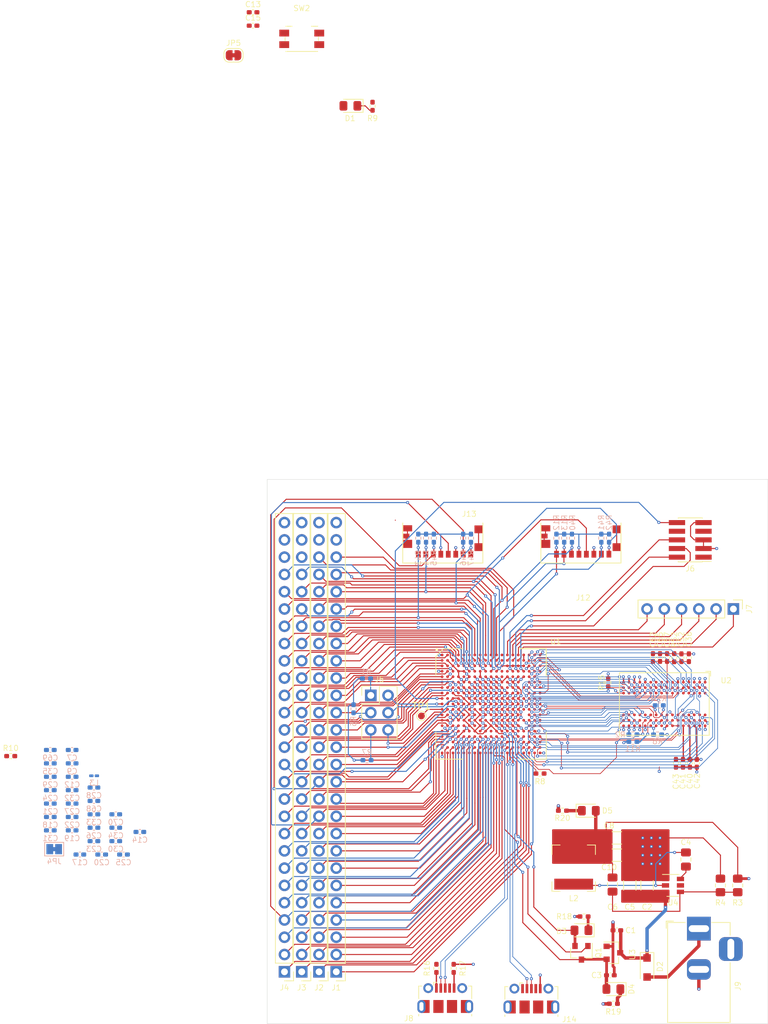
<source format=kicad_pcb>
(kicad_pcb (version 20171130) (host pcbnew "(5.1.8-0-10_14)")
  (layers (0 F.Cu_Signal signal) (1 In1.Cu_GND power) (2 In2.Cu_VDD_DDR power) (31 B.Cu_Signal signal) (34 B.Paste user) (35 F.Paste user) (36 B.SilkS user) (37 F.SilkS user) (38 B.Mask user) (39 F.Mask user) (44 Edge.Cuts user))
  (net 0 "")
  (net 1 GNDS)
  (net 2 +5V)
  (net 3 /DebugInterface1/3.3V_VDD)
  (net 4 "Net-(C4-Pad2)")
  (net 5 "Net-(C4-Pad1)")
  (net 6 /PSU/1.35V_VDDCORE)
  (net 7 "Net-(C6-Pad1)")
  (net 8 /PSU/1V8_DETECT)
  (net 9 "Net-(C9-Pad2)")
  (net 10 "Net-(C12-Pad2)")
  (net 11 /DebugInterface1/NRST)
  (net 12 "Net-(C14-Pad2)")
  (net 13 "Net-(C15-Pad1)")
  (net 14 /PSU/3V3_USB)
  (net 15 /DDR/DDR_VREF)
  (net 16 "Net-(C69-Pad2)")
  (net 17 "Net-(C69-Pad1)")
  (net 18 "Net-(D1-Pad1)")
  (net 19 /DebugInterface1/SWO)
  (net 20 /DebugInterface1/SWCLK)
  (net 21 /DebugInterface1/SWDIO)
  (net 22 /GPIO/BOOT_STATUS)
  (net 23 "Net-(J12-Pad9)")
  (net 24 "Net-(J13-Pad9)")
  (net 25 "Net-(J14-Pad6)")
  (net 26 "Net-(J14-Pad4)")
  (net 27 /DDR/DDR_CKE)
  (net 28 "Net-(R8-Pad2)")
  (net 29 "Net-(R10-Pad1)")
  (net 30 "Net-(R11-Pad1)")
  (net 31 "Net-(R15-Pad1)")
  (net 32 /DDR/DDR_A12)
  (net 33 /DDR/DDR_A14)
  (net 34 /DDR/DDR_ODT)
  (net 35 /DDR/DDR_A0)
  (net 36 /DDR/DDR_A2)
  (net 37 /DDR/DDR_A4)
  (net 38 /DDR/DDR_A6)
  (net 39 /DDR/DDR_A8)
  (net 40 /DDR/DDR_A10)
  (net 41 /DDR/DDR_BA0)
  (net 42 /DDR/DDR_BA2)
  (net 43 /DDR/DDR_CASN)
  (net 44 /DDR/DDR_A13)
  (net 45 /DDR/DDR_WEN)
  (net 46 /DDR/DDR_A5)
  (net 47 /DDR/DDR_A7)
  (net 48 /DDR/DDR_A9)
  (net 49 /DDR/DDR_A11)
  (net 50 /DDR/DDR_BA1)
  (net 51 /DDR/DDR_RASN)
  (net 52 /DDR/DDR_CSN)
  (net 53 /DDR/DDR_A1)
  (net 54 /DDR/DDR_A3)
  (net 55 /DDR/DDR_DQ11)
  (net 56 /DDR/DDR_DQ6)
  (net 57 /DDR/DDR_DQ12)
  (net 58 /DDR/DDR_DQ14)
  (net 59 /DDR/DDR_DQM1)
  (net 60 /DDR/DDR_DQ13)
  (net 61 /DDR/DDR_DQ10)
  (net 62 /DDR/DDR_DQ8)
  (net 63 /DDR/DDR_DQ4)
  (net 64 /DDR/DDR_DQ2)
  (net 65 /DDR/DDR_DQM0)
  (net 66 /DDR/DDR_DQ7)
  (net 67 /DDR/DDR_DQ1)
  (net 68 /DDR/DDR_DQ15)
  (net 69 /DDR/DDR_DQ9)
  (net 70 /DDR/DDR_DQ5)
  (net 71 /DDR/DDR_DQ3)
  (net 72 /DDR/DDR_DQ0)
  (net 73 "Net-(U1-PadL16)")
  (net 74 "Net-(U1-PadU15)")
  (net 75 "Net-(U1-PadD13)")
  (net 76 "Net-(U1-PadD12)")
  (net 77 "Net-(U1-PadP1)")
  (net 78 "Net-(U2-PadM7)")
  (net 79 "Net-(U2-PadL9)")
  (net 80 "Net-(U2-PadL1)")
  (net 81 "Net-(U2-PadJ9)")
  (net 82 "Net-(U2-PadJ1)")
  (net 83 /GPIO/USB_Conn/USB_D1_P)
  (net 84 /GPIO/USB_Conn/USB_D2_P)
  (net 85 /DDR/DDR_CLK_N)
  (net 86 /DDR/DDR_CLK_P)
  (net 87 /DDR/DDR_DQS1_P)
  (net 88 /DDR/DDR_DQS1_N)
  (net 89 /DDR/DDR_DQS0_P)
  (net 90 /DDR/DDR_DQS0_N)
  (net 91 /GPIO/USB_Conn/USB_D1_N)
  (net 92 /GPIO/USB_Conn/USB_D2_N)
  (net 93 /GPIO/PB6)
  (net 94 /GPIO/PC9)
  (net 95 /GPIO/PC8)
  (net 96 /GPIO/PC12)
  (net 97 /GPIO/PD2)
  (net 98 /GPIO/PC11)
  (net 99 /GPIO/PC10)
  (net 100 /GPIO/PB15)
  (net 101 /GPIO/PB13)
  (net 102 /GPIO/PC1)
  (net 103 /GPIO/PA0)
  (net 104 /GPIO/PB4)
  (net 105 /GPIO/PB3)
  (net 106 /GPIO/PA11)
  (net 107 /GPIO/PA12)
  (net 108 /GPIO/PA10)
  (net 109 /GPIO/DSI_D1_P)
  (net 110 /GPIO/DSI_D1_N)
  (net 111 /GPIO/PG9)
  (net 112 /GPIO/DSI_CK_P)
  (net 113 /GPIO/DSI_CK_N)
  (net 114 /GPIO/PB2)
  (net 115 /GPIO/DSI_D0_P)
  (net 116 /GPIO/DSI_D0_N)
  (net 117 /GPIO/PD13)
  (net 118 /GPIO/PD12)
  (net 119 /GPIO/PE8)
  (net 120 /GPIO/PE4)
  (net 121 /GPIO/PG7)
  (net 122 /GPIO/PE10)
  (net 123 /GPIO/PF8)
  (net 124 /GPIO/PE7)
  (net 125 /GPIO/PC6)
  (net 126 /GPIO/PF9)
  (net 127 /GPIO/PF6)
  (net 128 /GPIO/PF10)
  (net 129 /GPIO/PB9)
  (net 130 /GPIO/PB14)
  (net 131 /GPIO/PC7)
  (net 132 /GPIO/PF7)
  (net 133 /GPIO/PD11)
  (net 134 /GPIO/PB5)
  (net 135 /GPIO/PA9)
  (net 136 /GPIO/PA8)
  (net 137 /GPIO/PE9)
  (net 138 /GPIO/PG10)
  (net 139 /GPIO/PG8)
  (net 140 /GPIO/PC0)
  (net 141 /GPIO/PD5)
  (net 142 /GPIO/PA15)
  (net 143 /GPIO/PE5)
  (net 144 /GPIO/PB8)
  (net 145 /GPIO/PG11)
  (net 146 /GPIO/PA7)
  (net 147 /GPIO/PD4)
  (net 148 /GPIO/PD3)
  (net 149 /GPIO/PG6)
  (net 150 /GPIO/PB10)
  (net 151 /GPIO/PB12)
  (net 152 /GPIO/PF11)
  (net 153 /GPIO/PA6)
  (net 154 /GPIO/PD10)
  (net 155 /GPIO/PB7)
  (net 156 /GPIO/PE3)
  (net 157 /GPIO/PC4)
  (net 158 /GPIO/PC5)
  (net 159 /GPIO/PA1)
  (net 160 /GPIO/PA4)
  (net 161 /GPIO/PA5)
  (net 162 /GPIO/PE0)
  (net 163 /GPIO/PD7)
  (net 164 /GPIO/PD1)
  (net 165 /GPIO/PB0)
  (net 166 /GPIO/PB1)
  (net 167 /GPIO/PC3)
  (net 168 /GPIO/PA3)
  (net 169 /GPIO/PC13)
  (net 170 /GPIO/PD9)
  (net 171 /GPIO/PD14)
  (net 172 /GPIO/PD6)
  (net 173 /GPIO/PE14)
  (net 174 /GPIO/PE6)
  (net 175 /GPIO/PD0)
  (net 176 /GPIO/PA2)
  (net 177 /GPIO/PG13)
  (net 178 /GPIO/PC2)
  (net 179 /GPIO/PH1)
  (net 180 /GPIO/PC15)
  (net 181 /GPIO/PD8)
  (net 182 /GPIO/PE12)
  (net 183 /GPIO/PE13)
  (net 184 /GPIO/PG15)
  (net 185 /GPIO/PB11)
  (net 186 /GPIO/PG14)
  (net 187 /GPIO/PE2)
  (net 188 /GPIO/PA14)
  (net 189 /GPIO/PH0)
  (net 190 /GPIO/PC14)
  (net 191 /GPIO/PD15)
  (net 192 /GPIO/PG12)
  (net 193 /GPIO/PE15)
  (net 194 /GPIO/PE11)
  (net 195 /GPIO/PE1)
  (net 196 "Net-(J1-Pad27)")
  (net 197 "Net-(J1-Pad26)")
  (net 198 "Net-(J2-Pad27)")
  (net 199 "Net-(J2-Pad26)")
  (net 200 "Net-(J3-Pad27)")
  (net 201 "Net-(J3-Pad26)")
  (net 202 "Net-(J3-Pad25)")
  (net 203 "Net-(J4-Pad27)")
  (net 204 "Net-(J4-Pad26)")
  (net 205 "Net-(J4-Pad25)")
  (net 206 "Net-(J5-Pad6)")
  (net 207 "Net-(J5-Pad5)")
  (net 208 "Net-(J5-Pad4)")
  (net 209 "Net-(J5-Pad3)")
  (net 210 "Net-(J5-Pad2)")
  (net 211 "Net-(J5-Pad1)")
  (net 212 "Net-(J6-Pad8)")
  (net 213 "Net-(J6-Pad7)")
  (net 214 "Net-(J8-Pad6)")
  (net 215 "Net-(J8-Pad4)")
  (net 216 "Net-(J8-Pad5)")
  (net 217 "Net-(J8-Pad1)")
  (net 218 "Net-(C1-Pad1)")
  (net 219 "Net-(D2-Pad2)")
  (net 220 "Net-(D3-Pad1)")
  (net 221 "Net-(D4-Pad1)")
  (net 222 "Net-(D5-Pad1)")
  (net 223 "Net-(U1-PadN19)")
  (net 224 "Net-(U1-PadJ19)")
  (net 225 "Net-(U1-PadK18)")
  (net 226 "Net-(TP1-Pad1)")
  (net 227 "Net-(U4-Pad5)")
  (module STM32MP151_LFBGA:BGA-361_19x19_16.0x16.0mm (layer F.Cu_Signal) (at 159.931 102.857)
    (fp_text reference U1 (at 9.5124 -9.1818) (layer F.SilkS) (effects (font (size 0.8 0.8) (thickness 0.1))))
    (fp_text value STM32MP157xAB)
    (pad W19 smd circle (at 7.2 7.2) (size 0.4 0.4) (layers F.Cu_Signal F.Paste F.Mask) (net 1 GNDS))
    (pad V19 smd circle (at 7.2 6.4) (size 0.4 0.4) (layers F.Cu_Signal F.Paste F.Mask) (net 55 /DDR/DDR_DQ11))
    (pad U19 smd circle (at 7.2 5.6) (size 0.4 0.4) (layers F.Cu_Signal F.Paste F.Mask) (net 87 /DDR/DDR_DQS1_P))
    (pad T19 smd circle (at 7.2 4.8) (size 0.4 0.4) (layers F.Cu_Signal F.Paste F.Mask) (net 88 /DDR/DDR_DQS1_N))
    (pad P19 smd circle (at 7.2 3.2) (size 0.4 0.4) (layers F.Cu_Signal F.Paste F.Mask) (net 27 /DDR/DDR_CKE))
    (pad N19 smd circle (at 7.2 2.4) (size 0.4 0.4) (layers F.Cu_Signal F.Paste F.Mask) (net 223 "Net-(U1-PadN19)"))
    (pad M19 smd circle (at 7.2 1.6) (size 0.4 0.4) (layers F.Cu_Signal F.Paste F.Mask) (net 40 /DDR/DDR_A10))
    (pad L19 smd circle (at 7.2 0.8) (size 0.4 0.4) (layers F.Cu_Signal F.Paste F.Mask) (net 86 /DDR/DDR_CLK_P))
    (pad K19 smd circle (at 7.2 0) (size 0.4 0.4) (layers F.Cu_Signal F.Paste F.Mask) (net 85 /DDR/DDR_CLK_N))
    (pad J19 smd circle (at 7.2 -0.8) (size 0.4 0.4) (layers F.Cu_Signal F.Paste F.Mask) (net 224 "Net-(U1-PadJ19)"))
    (pad H19 smd circle (at 7.2 -1.6) (size 0.4 0.4) (layers F.Cu_Signal F.Paste F.Mask) (net 34 /DDR/DDR_ODT))
    (pad G19 smd circle (at 7.2 -2.4) (size 0.4 0.4) (layers F.Cu_Signal F.Paste F.Mask) (net 41 /DDR/DDR_BA0))
    (pad F19 smd circle (at 7.2 -3.2) (size 0.4 0.4) (layers F.Cu_Signal F.Paste F.Mask) (net 54 /DDR/DDR_A3))
    (pad D19 smd circle (at 7.2 -4.8) (size 0.4 0.4) (layers F.Cu_Signal F.Paste F.Mask) (net 56 /DDR/DDR_DQ6))
    (pad C19 smd circle (at 7.2 -5.6) (size 0.4 0.4) (layers F.Cu_Signal F.Paste F.Mask) (net 89 /DDR/DDR_DQS0_P))
    (pad B19 smd circle (at 7.2 -6.4) (size 0.4 0.4) (layers F.Cu_Signal F.Paste F.Mask) (net 90 /DDR/DDR_DQS0_N))
    (pad A19 smd circle (at 7.2 -7.2) (size 0.4 0.4) (layers F.Cu_Signal F.Paste F.Mask) (net 1 GNDS))
    (pad W18 smd circle (at 6.4 7.2) (size 0.4 0.4) (layers F.Cu_Signal F.Paste F.Mask) (net 57 /DDR/DDR_DQ12))
    (pad V18 smd circle (at 6.4 6.4) (size 0.4 0.4) (layers F.Cu_Signal F.Paste F.Mask) (net 58 /DDR/DDR_DQ14))
    (pad U18 smd circle (at 6.4 5.6) (size 0.4 0.4) (layers F.Cu_Signal F.Paste F.Mask) (net 59 /DDR/DDR_DQM1))
    (pad T18 smd circle (at 6.4 4.8) (size 0.4 0.4) (layers F.Cu_Signal F.Paste F.Mask) (net 60 /DDR/DDR_DQ13))
    (pad R18 smd circle (at 6.4 4) (size 0.4 0.4) (layers F.Cu_Signal F.Paste F.Mask) (net 61 /DDR/DDR_DQ10))
    (pad P18 smd circle (at 6.4 3.2) (size 0.4 0.4) (layers F.Cu_Signal F.Paste F.Mask) (net 62 /DDR/DDR_DQ8))
    (pad N18 smd circle (at 6.4 2.4) (size 0.4 0.4) (layers F.Cu_Signal F.Paste F.Mask) (net 33 /DDR/DDR_A14))
    (pad M18 smd circle (at 6.4 1.6) (size 0.4 0.4) (layers F.Cu_Signal F.Paste F.Mask) (net 49 /DDR/DDR_A11))
    (pad L18 smd circle (at 6.4 0.8) (size 0.4 0.4) (layers F.Cu_Signal F.Paste F.Mask) (net 51 /DDR/DDR_RASN))
    (pad K18 smd circle (at 6.4 0) (size 0.4 0.4) (layers F.Cu_Signal F.Paste F.Mask) (net 225 "Net-(U1-PadK18)"))
    (pad J18 smd circle (at 6.4 -0.8) (size 0.4 0.4) (layers F.Cu_Signal F.Paste F.Mask) (net 52 /DDR/DDR_CSN))
    (pad H18 smd circle (at 6.4 -1.6) (size 0.4 0.4) (layers F.Cu_Signal F.Paste F.Mask) (net 35 /DDR/DDR_A0))
    (pad G18 smd circle (at 6.4 -2.4) (size 0.4 0.4) (layers F.Cu_Signal F.Paste F.Mask) (net 36 /DDR/DDR_A2))
    (pad F18 smd circle (at 6.4 -3.2) (size 0.4 0.4) (layers F.Cu_Signal F.Paste F.Mask) (net 29 "Net-(R10-Pad1)"))
    (pad E18 smd circle (at 6.4 -4) (size 0.4 0.4) (layers F.Cu_Signal F.Paste F.Mask) (net 63 /DDR/DDR_DQ4))
    (pad D18 smd circle (at 6.4 -4.8) (size 0.4 0.4) (layers F.Cu_Signal F.Paste F.Mask) (net 64 /DDR/DDR_DQ2))
    (pad C18 smd circle (at 6.4 -5.6) (size 0.4 0.4) (layers F.Cu_Signal F.Paste F.Mask) (net 65 /DDR/DDR_DQM0))
    (pad B18 smd circle (at 6.4 -6.4) (size 0.4 0.4) (layers F.Cu_Signal F.Paste F.Mask) (net 66 /DDR/DDR_DQ7))
    (pad A18 smd circle (at 6.4 -7.2) (size 0.4 0.4) (layers F.Cu_Signal F.Paste F.Mask) (net 67 /DDR/DDR_DQ1))
    (pad W17 smd circle (at 5.6 7.2) (size 0.4 0.4) (layers F.Cu_Signal F.Paste F.Mask) (net 68 /DDR/DDR_DQ15))
    (pad V17 smd circle (at 5.6 6.4) (size 0.4 0.4) (layers F.Cu_Signal F.Paste F.Mask) (net 106 /GPIO/PA11))
    (pad U17 smd circle (at 5.6 5.6) (size 0.4 0.4) (layers F.Cu_Signal F.Paste F.Mask) (net 1 GNDS))
    (pad T17 smd circle (at 5.6 4.8) (size 0.4 0.4) (layers F.Cu_Signal F.Paste F.Mask) (net 69 /DDR/DDR_DQ9))
    (pad R17 smd circle (at 5.6 4) (size 0.4 0.4) (layers F.Cu_Signal F.Paste F.Mask) (net 39 /DDR/DDR_A8))
    (pad P17 smd circle (at 5.6 3.2) (size 0.4 0.4) (layers F.Cu_Signal F.Paste F.Mask) (net 37 /DDR/DDR_A4))
    (pad N17 smd circle (at 5.6 2.4) (size 0.4 0.4) (layers F.Cu_Signal F.Paste F.Mask) (net 50 /DDR/DDR_BA1))
    (pad M17 smd circle (at 5.6 1.6) (size 0.4 0.4) (layers F.Cu_Signal F.Paste F.Mask) (net 53 /DDR/DDR_A1))
    (pad L17 smd circle (at 5.6 0.8) (size 0.4 0.4) (layers F.Cu_Signal F.Paste F.Mask) (net 32 /DDR/DDR_A12))
    (pad K17 smd circle (at 5.6 0) (size 0.4 0.4) (layers F.Cu_Signal F.Paste F.Mask) (net 43 /DDR/DDR_CASN))
    (pad J17 smd circle (at 5.6 -0.8) (size 0.4 0.4) (layers F.Cu_Signal F.Paste F.Mask) (net 45 /DDR/DDR_WEN))
    (pad H17 smd circle (at 5.6 -1.6) (size 0.4 0.4) (layers F.Cu_Signal F.Paste F.Mask) (net 46 /DDR/DDR_A5))
    (pad G17 smd circle (at 5.6 -2.4) (size 0.4 0.4) (layers F.Cu_Signal F.Paste F.Mask) (net 48 /DDR/DDR_A9))
    (pad F17 smd circle (at 5.6 -3.2) (size 0.4 0.4) (layers F.Cu_Signal F.Paste F.Mask) (net 44 /DDR/DDR_A13))
    (pad E17 smd circle (at 5.6 -4) (size 0.4 0.4) (layers F.Cu_Signal F.Paste F.Mask) (net 47 /DDR/DDR_A7))
    (pad D17 smd circle (at 5.6 -4.8) (size 0.4 0.4) (layers F.Cu_Signal F.Paste F.Mask) (net 70 /DDR/DDR_DQ5))
    (pad C17 smd circle (at 5.6 -5.6) (size 0.4 0.4) (layers F.Cu_Signal F.Paste F.Mask) (net 1 GNDS))
    (pad B17 smd circle (at 5.6 -6.4) (size 0.4 0.4) (layers F.Cu_Signal F.Paste F.Mask) (net 71 /DDR/DDR_DQ3))
    (pad A17 smd circle (at 5.6 -7.2) (size 0.4 0.4) (layers F.Cu_Signal F.Paste F.Mask) (net 72 /DDR/DDR_DQ0))
    (pad W16 smd circle (at 4.8 7.2) (size 0.4 0.4) (layers F.Cu_Signal F.Paste F.Mask) (net 15 /DDR/DDR_VREF))
    (pad V16 smd circle (at 4.8 6.4) (size 0.4 0.4) (layers F.Cu_Signal F.Paste F.Mask) (net 28 "Net-(R8-Pad2)"))
    (pad U16 smd circle (at 4.8 5.6) (size 0.4 0.4) (layers F.Cu_Signal F.Paste F.Mask) (net 107 /GPIO/PA12))
    (pad T16 smd circle (at 4.8 4.8) (size 0.4 0.4) (layers F.Cu_Signal F.Paste F.Mask) (net 108 /GPIO/PA10))
    (pad R16 smd circle (at 4.8 4) (size 0.4 0.4) (layers F.Cu_Signal F.Paste F.Mask) (net 1 GNDS))
    (pad N16 smd circle (at 4.8 2.4) (size 0.4 0.4) (layers F.Cu_Signal F.Paste F.Mask) (net 38 /DDR/DDR_A6))
    (pad L16 smd circle (at 4.8 0.8) (size 0.4 0.4) (layers F.Cu_Signal F.Paste F.Mask) (net 73 "Net-(U1-PadL16)"))
    (pad J16 smd circle (at 4.8 -0.8) (size 0.4 0.4) (layers F.Cu_Signal F.Paste F.Mask) (net 42 /DDR/DDR_BA2))
    (pad G16 smd circle (at 4.8 -2.4) (size 0.4 0.4) (layers F.Cu_Signal F.Paste F.Mask) (net 31 "Net-(R15-Pad1)"))
    (pad E16 smd circle (at 4.8 -4) (size 0.4 0.4) (layers F.Cu_Signal F.Paste F.Mask) (net 1 GNDS))
    (pad D16 smd circle (at 4.8 -4.8) (size 0.4 0.4) (layers F.Cu_Signal F.Paste F.Mask) (net 20 /DebugInterface1/SWCLK))
    (pad C16 smd circle (at 4.8 -5.6) (size 0.4 0.4) (layers F.Cu_Signal F.Paste F.Mask) (net 17 "Net-(C69-Pad1)"))
    (pad B16 smd circle (at 4.8 -6.4) (size 0.4 0.4) (layers F.Cu_Signal F.Paste F.Mask) (net 16 "Net-(C69-Pad2)"))
    (pad A16 smd circle (at 4.8 -7.2) (size 0.4 0.4) (layers F.Cu_Signal F.Paste F.Mask) (net 16 "Net-(C69-Pad2)"))
    (pad W15 smd circle (at 4 7.2) (size 0.4 0.4) (layers F.Cu_Signal F.Paste F.Mask) (net 14 /PSU/3V3_USB))
    (pad V15 smd circle (at 4 6.4) (size 0.4 0.4) (layers F.Cu_Signal F.Paste F.Mask) (net 1 GNDS))
    (pad U15 smd circle (at 4 5.6) (size 0.4 0.4) (layers F.Cu_Signal F.Paste F.Mask) (net 74 "Net-(U1-PadU15)"))
    (pad T15 smd circle (at 4 4.8) (size 0.4 0.4) (layers F.Cu_Signal F.Paste F.Mask) (net 1 GNDS))
    (pad R15 smd circle (at 4 4) (size 0.4 0.4) (layers F.Cu_Signal F.Paste F.Mask) (net 6 /PSU/1.35V_VDDCORE))
    (pad P15 smd circle (at 4 3.2) (size 0.4 0.4) (layers F.Cu_Signal F.Paste F.Mask) (net 1 GNDS))
    (pad N15 smd circle (at 4 2.4) (size 0.4 0.4) (layers F.Cu_Signal F.Paste F.Mask) (net 6 /PSU/1.35V_VDDCORE))
    (pad M15 smd circle (at 4 1.6) (size 0.4 0.4) (layers F.Cu_Signal F.Paste F.Mask) (net 1 GNDS))
    (pad L15 smd circle (at 4 0.8) (size 0.4 0.4) (layers F.Cu_Signal F.Paste F.Mask) (net 6 /PSU/1.35V_VDDCORE))
    (pad K15 smd circle (at 4 0) (size 0.4 0.4) (layers F.Cu_Signal F.Paste F.Mask) (net 1 GNDS))
    (pad J15 smd circle (at 4 -0.8) (size 0.4 0.4) (layers F.Cu_Signal F.Paste F.Mask) (net 6 /PSU/1.35V_VDDCORE))
    (pad H15 smd circle (at 4 -1.6) (size 0.4 0.4) (layers F.Cu_Signal F.Paste F.Mask) (net 1 GNDS))
    (pad G15 smd circle (at 4 -2.4) (size 0.4 0.4) (layers F.Cu_Signal F.Paste F.Mask) (net 6 /PSU/1.35V_VDDCORE))
    (pad F15 smd circle (at 4 -3.2) (size 0.4 0.4) (layers F.Cu_Signal F.Paste F.Mask) (net 1 GNDS))
    (pad E15 smd circle (at 4 -4) (size 0.4 0.4) (layers F.Cu_Signal F.Paste F.Mask) (net 6 /PSU/1.35V_VDDCORE))
    (pad D15 smd circle (at 4 -4.8) (size 0.4 0.4) (layers F.Cu_Signal F.Paste F.Mask) (net 21 /DebugInterface1/SWDIO))
    (pad C15 smd circle (at 4 -5.6) (size 0.4 0.4) (layers F.Cu_Signal F.Paste F.Mask) (net 17 "Net-(C69-Pad1)"))
    (pad B15 smd circle (at 4 -6.4) (size 0.4 0.4) (layers F.Cu_Signal F.Paste F.Mask) (net 109 /GPIO/DSI_D1_P))
    (pad A15 smd circle (at 4 -7.2) (size 0.4 0.4) (layers F.Cu_Signal F.Paste F.Mask) (net 110 /GPIO/DSI_D1_N))
    (pad W14 smd circle (at 3.2 7.2) (size 0.4 0.4) (layers F.Cu_Signal F.Paste F.Mask) (net 91 /GPIO/USB_Conn/USB_D1_N))
    (pad V14 smd circle (at 3.2 6.4) (size 0.4 0.4) (layers F.Cu_Signal F.Paste F.Mask) (net 83 /GPIO/USB_Conn/USB_D1_P))
    (pad U14 smd circle (at 3.2 5.6) (size 0.4 0.4) (layers F.Cu_Signal F.Paste F.Mask) (net 1 GNDS))
    (pad T14 smd circle (at 3.2 4.8) (size 0.4 0.4) (layers F.Cu_Signal F.Paste F.Mask) (net 111 /GPIO/PG9))
    (pad R14 smd circle (at 3.2 4) (size 0.4 0.4) (layers F.Cu_Signal F.Paste F.Mask) (net 1 GNDS))
    (pad P14 smd circle (at 3.2 3.2) (size 0.4 0.4) (layers F.Cu_Signal F.Paste F.Mask) (net 6 /PSU/1.35V_VDDCORE))
    (pad N14 smd circle (at 3.2 2.4) (size 0.4 0.4) (layers F.Cu_Signal F.Paste F.Mask) (net 1 GNDS))
    (pad M14 smd circle (at 3.2 1.6) (size 0.4 0.4) (layers F.Cu_Signal F.Paste F.Mask) (net 6 /PSU/1.35V_VDDCORE))
    (pad L14 smd circle (at 3.2 0.8) (size 0.4 0.4) (layers F.Cu_Signal F.Paste F.Mask) (net 1 GNDS))
    (pad K14 smd circle (at 3.2 0) (size 0.4 0.4) (layers F.Cu_Signal F.Paste F.Mask) (net 6 /PSU/1.35V_VDDCORE))
    (pad J14 smd circle (at 3.2 -0.8) (size 0.4 0.4) (layers F.Cu_Signal F.Paste F.Mask) (net 1 GNDS))
    (pad H14 smd circle (at 3.2 -1.6) (size 0.4 0.4) (layers F.Cu_Signal F.Paste F.Mask) (net 6 /PSU/1.35V_VDDCORE))
    (pad G14 smd circle (at 3.2 -2.4) (size 0.4 0.4) (layers F.Cu_Signal F.Paste F.Mask) (net 1 GNDS))
    (pad F14 smd circle (at 3.2 -3.2) (size 0.4 0.4) (layers F.Cu_Signal F.Paste F.Mask) (net 6 /PSU/1.35V_VDDCORE))
    (pad E14 smd circle (at 3.2 -4) (size 0.4 0.4) (layers F.Cu_Signal F.Paste F.Mask) (net 1 GNDS))
    (pad D14 smd circle (at 3.2 -4.8) (size 0.4 0.4) (layers F.Cu_Signal F.Paste F.Mask) (net 19 /DebugInterface1/SWO))
    (pad C14 smd circle (at 3.2 -5.6) (size 0.4 0.4) (layers F.Cu_Signal F.Paste F.Mask) (net 17 "Net-(C69-Pad1)"))
    (pad B14 smd circle (at 3.2 -6.4) (size 0.4 0.4) (layers F.Cu_Signal F.Paste F.Mask) (net 112 /GPIO/DSI_CK_P))
    (pad A14 smd circle (at 3.2 -7.2) (size 0.4 0.4) (layers F.Cu_Signal F.Paste F.Mask) (net 113 /GPIO/DSI_CK_N))
    (pad W13 smd circle (at 2.4 7.2) (size 0.4 0.4) (layers F.Cu_Signal F.Paste F.Mask) (net 84 /GPIO/USB_Conn/USB_D2_P))
    (pad V13 smd circle (at 2.4 6.4) (size 0.4 0.4) (layers F.Cu_Signal F.Paste F.Mask) (net 92 /GPIO/USB_Conn/USB_D2_N))
    (pad U13 smd circle (at 2.4 5.6) (size 0.4 0.4) (layers F.Cu_Signal F.Paste F.Mask) (net 1 GNDS))
    (pad T13 smd circle (at 2.4 4.8) (size 0.4 0.4) (layers F.Cu_Signal F.Paste F.Mask) (net 114 /GPIO/PB2))
    (pad R13 smd circle (at 2.4 4) (size 0.4 0.4) (layers F.Cu_Signal F.Paste F.Mask) (net 6 /PSU/1.35V_VDDCORE))
    (pad P13 smd circle (at 2.4 3.2) (size 0.4 0.4) (layers F.Cu_Signal F.Paste F.Mask) (net 1 GNDS))
    (pad N13 smd circle (at 2.4 2.4) (size 0.4 0.4) (layers F.Cu_Signal F.Paste F.Mask) (net 6 /PSU/1.35V_VDDCORE))
    (pad M13 smd circle (at 2.4 1.6) (size 0.4 0.4) (layers F.Cu_Signal F.Paste F.Mask) (net 1 GNDS))
    (pad L13 smd circle (at 2.4 0.8) (size 0.4 0.4) (layers F.Cu_Signal F.Paste F.Mask) (net 6 /PSU/1.35V_VDDCORE))
    (pad K13 smd circle (at 2.4 0) (size 0.4 0.4) (layers F.Cu_Signal F.Paste F.Mask) (net 1 GNDS))
    (pad J13 smd circle (at 2.4 -0.8) (size 0.4 0.4) (layers F.Cu_Signal F.Paste F.Mask) (net 6 /PSU/1.35V_VDDCORE))
    (pad H13 smd circle (at 2.4 -1.6) (size 0.4 0.4) (layers F.Cu_Signal F.Paste F.Mask) (net 1 GNDS))
    (pad G13 smd circle (at 2.4 -2.4) (size 0.4 0.4) (layers F.Cu_Signal F.Paste F.Mask) (net 3 /DebugInterface1/3.3V_VDD))
    (pad F13 smd circle (at 2.4 -3.2) (size 0.4 0.4) (layers F.Cu_Signal F.Paste F.Mask) (net 1 GNDS))
    (pad E13 smd circle (at 2.4 -4) (size 0.4 0.4) (layers F.Cu_Signal F.Paste F.Mask) (net 6 /PSU/1.35V_VDDCORE))
    (pad D13 smd circle (at 2.4 -4.8) (size 0.4 0.4) (layers F.Cu_Signal F.Paste F.Mask) (net 75 "Net-(U1-PadD13)"))
    (pad C13 smd circle (at 2.4 -5.6) (size 0.4 0.4) (layers F.Cu_Signal F.Paste F.Mask) (net 17 "Net-(C69-Pad1)"))
    (pad B13 smd circle (at 2.4 -6.4) (size 0.4 0.4) (layers F.Cu_Signal F.Paste F.Mask) (net 115 /GPIO/DSI_D0_P))
    (pad A13 smd circle (at 2.4 -7.2) (size 0.4 0.4) (layers F.Cu_Signal F.Paste F.Mask) (net 116 /GPIO/DSI_D0_N))
    (pad W12 smd circle (at 1.6 7.2) (size 0.4 0.4) (layers F.Cu_Signal F.Paste F.Mask) (net 14 /PSU/3V3_USB))
    (pad V12 smd circle (at 1.6 6.4) (size 0.4 0.4) (layers F.Cu_Signal F.Paste F.Mask) (net 1 GNDS))
    (pad U12 smd circle (at 1.6 5.6) (size 0.4 0.4) (layers F.Cu_Signal F.Paste F.Mask) (net 117 /GPIO/PD13))
    (pad T12 smd circle (at 1.6 4.8) (size 0.4 0.4) (layers F.Cu_Signal F.Paste F.Mask) (net 93 /GPIO/PB6))
    (pad R12 smd circle (at 1.6 4) (size 0.4 0.4) (layers F.Cu_Signal F.Paste F.Mask) (net 1 GNDS))
    (pad P12 smd circle (at 1.6 3.2) (size 0.4 0.4) (layers F.Cu_Signal F.Paste F.Mask) (net 6 /PSU/1.35V_VDDCORE))
    (pad N12 smd circle (at 1.6 2.4) (size 0.4 0.4) (layers F.Cu_Signal F.Paste F.Mask) (net 1 GNDS))
    (pad M12 smd circle (at 1.6 1.6) (size 0.4 0.4) (layers F.Cu_Signal F.Paste F.Mask) (net 6 /PSU/1.35V_VDDCORE))
    (pad L12 smd circle (at 1.6 0.8) (size 0.4 0.4) (layers F.Cu_Signal F.Paste F.Mask) (net 1 GNDS))
    (pad K12 smd circle (at 1.6 0) (size 0.4 0.4) (layers F.Cu_Signal F.Paste F.Mask) (net 6 /PSU/1.35V_VDDCORE))
    (pad J12 smd circle (at 1.6 -0.8) (size 0.4 0.4) (layers F.Cu_Signal F.Paste F.Mask) (net 1 GNDS))
    (pad H12 smd circle (at 1.6 -1.6) (size 0.4 0.4) (layers F.Cu_Signal F.Paste F.Mask) (net 6 /PSU/1.35V_VDDCORE))
    (pad G12 smd circle (at 1.6 -2.4) (size 0.4 0.4) (layers F.Cu_Signal F.Paste F.Mask) (net 1 GNDS))
    (pad F12 smd circle (at 1.6 -3.2) (size 0.4 0.4) (layers F.Cu_Signal F.Paste F.Mask) (net 6 /PSU/1.35V_VDDCORE))
    (pad E12 smd circle (at 1.6 -4) (size 0.4 0.4) (layers F.Cu_Signal F.Paste F.Mask) (net 1 GNDS))
    (pad D12 smd circle (at 1.6 -4.8) (size 0.4 0.4) (layers F.Cu_Signal F.Paste F.Mask) (net 76 "Net-(U1-PadD12)"))
    (pad C12 smd circle (at 1.6 -5.6) (size 0.4 0.4) (layers F.Cu_Signal F.Paste F.Mask) (net 17 "Net-(C69-Pad1)"))
    (pad B12 smd circle (at 1.6 -6.4) (size 0.4 0.4) (layers F.Cu_Signal F.Paste F.Mask) (net 8 /PSU/1V8_DETECT))
    (pad A12 smd circle (at 1.6 -7.2) (size 0.4 0.4) (layers F.Cu_Signal F.Paste F.Mask) (net 3 /DebugInterface1/3.3V_VDD))
    (pad W11 smd circle (at 0.8 7.2) (size 0.4 0.4) (layers F.Cu_Signal F.Paste F.Mask) (net 9 "Net-(C9-Pad2)"))
    (pad V11 smd circle (at 0.8 6.4) (size 0.4 0.4) (layers F.Cu_Signal F.Paste F.Mask) (net 8 /PSU/1V8_DETECT))
    (pad U11 smd circle (at 0.8 5.6) (size 0.4 0.4) (layers F.Cu_Signal F.Paste F.Mask) (net 118 /GPIO/PD12))
    (pad T11 smd circle (at 0.8 4.8) (size 0.4 0.4) (layers F.Cu_Signal F.Paste F.Mask) (net 119 /GPIO/PE8))
    (pad R11 smd circle (at 0.8 4) (size 0.4 0.4) (layers F.Cu_Signal F.Paste F.Mask) (net 3 /DebugInterface1/3.3V_VDD))
    (pad P11 smd circle (at 0.8 3.2) (size 0.4 0.4) (layers F.Cu_Signal F.Paste F.Mask) (net 1 GNDS))
    (pad N11 smd circle (at 0.8 2.4) (size 0.4 0.4) (layers F.Cu_Signal F.Paste F.Mask) (net 6 /PSU/1.35V_VDDCORE))
    (pad M11 smd circle (at 0.8 1.6) (size 0.4 0.4) (layers F.Cu_Signal F.Paste F.Mask) (net 1 GNDS))
    (pad L11 smd circle (at 0.8 0.8) (size 0.4 0.4) (layers F.Cu_Signal F.Paste F.Mask) (net 6 /PSU/1.35V_VDDCORE))
    (pad K11 smd circle (at 0.8 0) (size 0.4 0.4) (layers F.Cu_Signal F.Paste F.Mask) (net 1 GNDS))
    (pad J11 smd circle (at 0.8 -0.8) (size 0.4 0.4) (layers F.Cu_Signal F.Paste F.Mask) (net 6 /PSU/1.35V_VDDCORE))
    (pad H11 smd circle (at 0.8 -1.6) (size 0.4 0.4) (layers F.Cu_Signal F.Paste F.Mask) (net 1 GNDS))
    (pad G11 smd circle (at 0.8 -2.4) (size 0.4 0.4) (layers F.Cu_Signal F.Paste F.Mask) (net 6 /PSU/1.35V_VDDCORE))
    (pad F11 smd circle (at 0.8 -3.2) (size 0.4 0.4) (layers F.Cu_Signal F.Paste F.Mask) (net 1 GNDS))
    (pad E11 smd circle (at 0.8 -4) (size 0.4 0.4) (layers F.Cu_Signal F.Paste F.Mask) (net 6 /PSU/1.35V_VDDCORE))
    (pad D11 smd circle (at 0.8 -4.8) (size 0.4 0.4) (layers F.Cu_Signal F.Paste F.Mask) (net 99 /GPIO/PC10))
    (pad C11 smd circle (at 0.8 -5.6) (size 0.4 0.4) (layers F.Cu_Signal F.Paste F.Mask) (net 95 /GPIO/PC8))
    (pad B11 smd circle (at 0.8 -6.4) (size 0.4 0.4) (layers F.Cu_Signal F.Paste F.Mask) (net 120 /GPIO/PE4))
    (pad A11 smd circle (at 0.8 -7.2) (size 0.4 0.4) (layers F.Cu_Signal F.Paste F.Mask) (net 98 /GPIO/PC11))
    (pad W10 smd circle (at 0 7.2) (size 0.4 0.4) (layers F.Cu_Signal F.Paste F.Mask) (net 121 /GPIO/PG7))
    (pad V10 smd circle (at 0 6.4) (size 0.4 0.4) (layers F.Cu_Signal F.Paste F.Mask) (net 122 /GPIO/PE10))
    (pad U10 smd circle (at 0 5.6) (size 0.4 0.4) (layers F.Cu_Signal F.Paste F.Mask) (net 123 /GPIO/PF8))
    (pad T10 smd circle (at 0 4.8) (size 0.4 0.4) (layers F.Cu_Signal F.Paste F.Mask) (net 124 /GPIO/PE7))
    (pad R10 smd circle (at 0 4) (size 0.4 0.4) (layers F.Cu_Signal F.Paste F.Mask) (net 1 GNDS))
    (pad P10 smd circle (at 0 3.2) (size 0.4 0.4) (layers F.Cu_Signal F.Paste F.Mask) (net 3 /DebugInterface1/3.3V_VDD))
    (pad N10 smd circle (at 0 2.4) (size 0.4 0.4) (layers F.Cu_Signal F.Paste F.Mask) (net 1 GNDS))
    (pad M10 smd circle (at 0 1.6) (size 0.4 0.4) (layers F.Cu_Signal F.Paste F.Mask) (net 6 /PSU/1.35V_VDDCORE))
    (pad L10 smd circle (at 0 0.8) (size 0.4 0.4) (layers F.Cu_Signal F.Paste F.Mask) (net 1 GNDS))
    (pad K10 smd circle (at 0 0) (size 0.4 0.4) (layers F.Cu_Signal F.Paste F.Mask) (net 6 /PSU/1.35V_VDDCORE))
    (pad J10 smd circle (at 0 -0.8) (size 0.4 0.4) (layers F.Cu_Signal F.Paste F.Mask) (net 1 GNDS))
    (pad H10 smd circle (at 0 -1.6) (size 0.4 0.4) (layers F.Cu_Signal F.Paste F.Mask) (net 6 /PSU/1.35V_VDDCORE))
    (pad G10 smd circle (at 0 -2.4) (size 0.4 0.4) (layers F.Cu_Signal F.Paste F.Mask) (net 1 GNDS))
    (pad F10 smd circle (at 0 -3.2) (size 0.4 0.4) (layers F.Cu_Signal F.Paste F.Mask) (net 6 /PSU/1.35V_VDDCORE))
    (pad E10 smd circle (at 0 -4) (size 0.4 0.4) (layers F.Cu_Signal F.Paste F.Mask) (net 1 GNDS))
    (pad D10 smd circle (at 0 -4.8) (size 0.4 0.4) (layers F.Cu_Signal F.Paste F.Mask) (net 125 /GPIO/PC6))
    (pad C10 smd circle (at 0 -5.6) (size 0.4 0.4) (layers F.Cu_Signal F.Paste F.Mask) (net 96 /GPIO/PC12))
    (pad B10 smd circle (at 0 -6.4) (size 0.4 0.4) (layers F.Cu_Signal F.Paste F.Mask) (net 97 /GPIO/PD2))
    (pad A10 smd circle (at 0 -7.2) (size 0.4 0.4) (layers F.Cu_Signal F.Paste F.Mask) (net 94 /GPIO/PC9))
    (pad W9 smd circle (at -0.8 7.2) (size 0.4 0.4) (layers F.Cu_Signal F.Paste F.Mask) (net 126 /GPIO/PF9))
    (pad V9 smd circle (at -0.8 6.4) (size 0.4 0.4) (layers F.Cu_Signal F.Paste F.Mask) (net 127 /GPIO/PF6))
    (pad U9 smd circle (at -0.8 5.6) (size 0.4 0.4) (layers F.Cu_Signal F.Paste F.Mask) (net 128 /GPIO/PF10))
    (pad T9 smd circle (at -0.8 4.8) (size 0.4 0.4) (layers F.Cu_Signal F.Paste F.Mask) (net 101 /GPIO/PB13))
    (pad R9 smd circle (at -0.8 4) (size 0.4 0.4) (layers F.Cu_Signal F.Paste F.Mask) (net 3 /DebugInterface1/3.3V_VDD))
    (pad P9 smd circle (at -0.8 3.2) (size 0.4 0.4) (layers F.Cu_Signal F.Paste F.Mask) (net 1 GNDS))
    (pad N9 smd circle (at -0.8 2.4) (size 0.4 0.4) (layers F.Cu_Signal F.Paste F.Mask) (net 3 /DebugInterface1/3.3V_VDD))
    (pad M9 smd circle (at -0.8 1.6) (size 0.4 0.4) (layers F.Cu_Signal F.Paste F.Mask) (net 1 GNDS))
    (pad L9 smd circle (at -0.8 0.8) (size 0.4 0.4) (layers F.Cu_Signal F.Paste F.Mask) (net 6 /PSU/1.35V_VDDCORE))
    (pad K9 smd circle (at -0.8 0) (size 0.4 0.4) (layers F.Cu_Signal F.Paste F.Mask) (net 1 GNDS))
    (pad J9 smd circle (at -0.8 -0.8) (size 0.4 0.4) (layers F.Cu_Signal F.Paste F.Mask) (net 6 /PSU/1.35V_VDDCORE))
    (pad H9 smd circle (at -0.8 -1.6) (size 0.4 0.4) (layers F.Cu_Signal F.Paste F.Mask) (net 1 GNDS))
    (pad G9 smd circle (at -0.8 -2.4) (size 0.4 0.4) (layers F.Cu_Signal F.Paste F.Mask) (net 6 /PSU/1.35V_VDDCORE))
    (pad F9 smd circle (at -0.8 -3.2) (size 0.4 0.4) (layers F.Cu_Signal F.Paste F.Mask) (net 1 GNDS))
    (pad E9 smd circle (at -0.8 -4) (size 0.4 0.4) (layers F.Cu_Signal F.Paste F.Mask) (net 6 /PSU/1.35V_VDDCORE))
    (pad D9 smd circle (at -0.8 -4.8) (size 0.4 0.4) (layers F.Cu_Signal F.Paste F.Mask) (net 129 /GPIO/PB9))
    (pad C9 smd circle (at -0.8 -5.6) (size 0.4 0.4) (layers F.Cu_Signal F.Paste F.Mask) (net 130 /GPIO/PB14))
    (pad B9 smd circle (at -0.8 -6.4) (size 0.4 0.4) (layers F.Cu_Signal F.Paste F.Mask) (net 104 /GPIO/PB4))
    (pad A9 smd circle (at -0.8 -7.2) (size 0.4 0.4) (layers F.Cu_Signal F.Paste F.Mask) (net 131 /GPIO/PC7))
    (pad W8 smd circle (at -1.6 7.2) (size 0.4 0.4) (layers F.Cu_Signal F.Paste F.Mask) (net 132 /GPIO/PF7))
    (pad V8 smd circle (at -1.6 6.4) (size 0.4 0.4) (layers F.Cu_Signal F.Paste F.Mask) (net 133 /GPIO/PD11))
    (pad U8 smd circle (at -1.6 5.6) (size 0.4 0.4) (layers F.Cu_Signal F.Paste F.Mask) (net 1 GNDS))
    (pad T8 smd circle (at -1.6 4.8) (size 0.4 0.4) (layers F.Cu_Signal F.Paste F.Mask) (net 134 /GPIO/PB5))
    (pad R8 smd circle (at -1.6 4) (size 0.4 0.4) (layers F.Cu_Signal F.Paste F.Mask) (net 1 GNDS))
    (pad P8 smd circle (at -1.6 3.2) (size 0.4 0.4) (layers F.Cu_Signal F.Paste F.Mask) (net 3 /DebugInterface1/3.3V_VDD))
    (pad N8 smd circle (at -1.6 2.4) (size 0.4 0.4) (layers F.Cu_Signal F.Paste F.Mask) (net 1 GNDS))
    (pad M8 smd circle (at -1.6 1.6) (size 0.4 0.4) (layers F.Cu_Signal F.Paste F.Mask) (net 3 /DebugInterface1/3.3V_VDD))
    (pad L8 smd circle (at -1.6 0.8) (size 0.4 0.4) (layers F.Cu_Signal F.Paste F.Mask) (net 1 GNDS))
    (pad K8 smd circle (at -1.6 0) (size 0.4 0.4) (layers F.Cu_Signal F.Paste F.Mask) (net 6 /PSU/1.35V_VDDCORE))
    (pad J8 smd circle (at -1.6 -0.8) (size 0.4 0.4) (layers F.Cu_Signal F.Paste F.Mask) (net 1 GNDS))
    (pad H8 smd circle (at -1.6 -1.6) (size 0.4 0.4) (layers F.Cu_Signal F.Paste F.Mask) (net 6 /PSU/1.35V_VDDCORE))
    (pad G8 smd circle (at -1.6 -2.4) (size 0.4 0.4) (layers F.Cu_Signal F.Paste F.Mask) (net 1 GNDS))
    (pad F8 smd circle (at -1.6 -3.2) (size 0.4 0.4) (layers F.Cu_Signal F.Paste F.Mask) (net 6 /PSU/1.35V_VDDCORE))
    (pad E8 smd circle (at -1.6 -4) (size 0.4 0.4) (layers F.Cu_Signal F.Paste F.Mask) (net 1 GNDS))
    (pad D8 smd circle (at -1.6 -4.8) (size 0.4 0.4) (layers F.Cu_Signal F.Paste F.Mask) (net 1 GNDS))
    (pad C8 smd circle (at -1.6 -5.6) (size 0.4 0.4) (layers F.Cu_Signal F.Paste F.Mask) (net 135 /GPIO/PA9))
    (pad B8 smd circle (at -1.6 -6.4) (size 0.4 0.4) (layers F.Cu_Signal F.Paste F.Mask) (net 136 /GPIO/PA8))
    (pad A8 smd circle (at -1.6 -7.2) (size 0.4 0.4) (layers F.Cu_Signal F.Paste F.Mask) (net 100 /GPIO/PB15))
    (pad W7 smd circle (at -2.4 7.2) (size 0.4 0.4) (layers F.Cu_Signal F.Paste F.Mask) (net 137 /GPIO/PE9))
    (pad V7 smd circle (at -2.4 6.4) (size 0.4 0.4) (layers F.Cu_Signal F.Paste F.Mask) (net 138 /GPIO/PG10))
    (pad U7 smd circle (at -2.4 5.6) (size 0.4 0.4) (layers F.Cu_Signal F.Paste F.Mask) (net 139 /GPIO/PG8))
    (pad T7 smd circle (at -2.4 4.8) (size 0.4 0.4) (layers F.Cu_Signal F.Paste F.Mask) (net 140 /GPIO/PC0))
    (pad R7 smd circle (at -2.4 4) (size 0.4 0.4) (layers F.Cu_Signal F.Paste F.Mask) (net 3 /DebugInterface1/3.3V_VDD))
    (pad P7 smd circle (at -2.4 3.2) (size 0.4 0.4) (layers F.Cu_Signal F.Paste F.Mask) (net 1 GNDS))
    (pad N7 smd circle (at -2.4 2.4) (size 0.4 0.4) (layers F.Cu_Signal F.Paste F.Mask) (net 3 /DebugInterface1/3.3V_VDD))
    (pad M7 smd circle (at -2.4 1.6) (size 0.4 0.4) (layers F.Cu_Signal F.Paste F.Mask) (net 1 GNDS))
    (pad L7 smd circle (at -2.4 0.8) (size 0.4 0.4) (layers F.Cu_Signal F.Paste F.Mask) (net 3 /DebugInterface1/3.3V_VDD))
    (pad K7 smd circle (at -2.4 0) (size 0.4 0.4) (layers F.Cu_Signal F.Paste F.Mask) (net 1 GNDS))
    (pad J7 smd circle (at -2.4 -0.8) (size 0.4 0.4) (layers F.Cu_Signal F.Paste F.Mask) (net 6 /PSU/1.35V_VDDCORE))
    (pad H7 smd circle (at -2.4 -1.6) (size 0.4 0.4) (layers F.Cu_Signal F.Paste F.Mask) (net 1 GNDS))
    (pad G7 smd circle (at -2.4 -2.4) (size 0.4 0.4) (layers F.Cu_Signal F.Paste F.Mask) (net 6 /PSU/1.35V_VDDCORE))
    (pad F7 smd circle (at -2.4 -3.2) (size 0.4 0.4) (layers F.Cu_Signal F.Paste F.Mask) (net 1 GNDS))
    (pad E7 smd circle (at -2.4 -4) (size 0.4 0.4) (layers F.Cu_Signal F.Paste F.Mask) (net 6 /PSU/1.35V_VDDCORE))
    (pad D7 smd circle (at -2.4 -4.8) (size 0.4 0.4) (layers F.Cu_Signal F.Paste F.Mask) (net 141 /GPIO/PD5))
    (pad C7 smd circle (at -2.4 -5.6) (size 0.4 0.4) (layers F.Cu_Signal F.Paste F.Mask) (net 142 /GPIO/PA15))
    (pad B7 smd circle (at -2.4 -6.4) (size 0.4 0.4) (layers F.Cu_Signal F.Paste F.Mask) (net 143 /GPIO/PE5))
    (pad A7 smd circle (at -2.4 -7.2) (size 0.4 0.4) (layers F.Cu_Signal F.Paste F.Mask) (net 105 /GPIO/PB3))
    (pad W6 smd circle (at -3.2 7.2) (size 0.4 0.4) (layers F.Cu_Signal F.Paste F.Mask) (net 144 /GPIO/PB8))
    (pad V6 smd circle (at -3.2 6.4) (size 0.4 0.4) (layers F.Cu_Signal F.Paste F.Mask) (net 145 /GPIO/PG11))
    (pad U6 smd circle (at -3.2 5.6) (size 0.4 0.4) (layers F.Cu_Signal F.Paste F.Mask) (net 1 GNDS))
    (pad T6 smd circle (at -3.2 4.8) (size 0.4 0.4) (layers F.Cu_Signal F.Paste F.Mask) (net 146 /GPIO/PA7))
    (pad R6 smd circle (at -3.2 4) (size 0.4 0.4) (layers F.Cu_Signal F.Paste F.Mask) (net 1 GNDS))
    (pad P6 smd circle (at -3.2 3.2) (size 0.4 0.4) (layers F.Cu_Signal F.Paste F.Mask) (net 3 /DebugInterface1/3.3V_VDD))
    (pad N6 smd circle (at -3.2 2.4) (size 0.4 0.4) (layers F.Cu_Signal F.Paste F.Mask) (net 1 GNDS))
    (pad M6 smd circle (at -3.2 1.6) (size 0.4 0.4) (layers F.Cu_Signal F.Paste F.Mask) (net 3 /DebugInterface1/3.3V_VDD))
    (pad L6 smd circle (at -3.2 0.8) (size 0.4 0.4) (layers F.Cu_Signal F.Paste F.Mask) (net 1 GNDS))
    (pad K6 smd circle (at -3.2 0) (size 0.4 0.4) (layers F.Cu_Signal F.Paste F.Mask) (net 3 /DebugInterface1/3.3V_VDD))
    (pad J6 smd circle (at -3.2 -0.8) (size 0.4 0.4) (layers F.Cu_Signal F.Paste F.Mask) (net 1 GNDS))
    (pad H6 smd circle (at -3.2 -1.6) (size 0.4 0.4) (layers F.Cu_Signal F.Paste F.Mask) (net 6 /PSU/1.35V_VDDCORE))
    (pad G6 smd circle (at -3.2 -2.4) (size 0.4 0.4) (layers F.Cu_Signal F.Paste F.Mask) (net 1 GNDS))
    (pad F6 smd circle (at -3.2 -3.2) (size 0.4 0.4) (layers F.Cu_Signal F.Paste F.Mask) (net 6 /PSU/1.35V_VDDCORE))
    (pad E6 smd circle (at -3.2 -4) (size 0.4 0.4) (layers F.Cu_Signal F.Paste F.Mask) (net 1 GNDS))
    (pad D6 smd circle (at -3.2 -4.8) (size 0.4 0.4) (layers F.Cu_Signal F.Paste F.Mask) (net 147 /GPIO/PD4))
    (pad C6 smd circle (at -3.2 -5.6) (size 0.4 0.4) (layers F.Cu_Signal F.Paste F.Mask) (net 148 /GPIO/PD3))
    (pad B6 smd circle (at -3.2 -6.4) (size 0.4 0.4) (layers F.Cu_Signal F.Paste F.Mask) (net 1 GNDS))
    (pad A6 smd circle (at -3.2 -7.2) (size 0.4 0.4) (layers F.Cu_Signal F.Paste F.Mask) (net 149 /GPIO/PG6))
    (pad W5 smd circle (at -4 7.2) (size 0.4 0.4) (layers F.Cu_Signal F.Paste F.Mask) (net 150 /GPIO/PB10))
    (pad V5 smd circle (at -4 6.4) (size 0.4 0.4) (layers F.Cu_Signal F.Paste F.Mask) (net 151 /GPIO/PB12))
    (pad U5 smd circle (at -4 5.6) (size 0.4 0.4) (layers F.Cu_Signal F.Paste F.Mask) (net 152 /GPIO/PF11))
    (pad T5 smd circle (at -4 4.8) (size 0.4 0.4) (layers F.Cu_Signal F.Paste F.Mask) (net 153 /GPIO/PA6))
    (pad R5 smd circle (at -4 4) (size 0.4 0.4) (layers F.Cu_Signal F.Paste F.Mask) (net 1 GNDS))
    (pad P5 smd circle (at -4 3.2) (size 0.4 0.4) (layers F.Cu_Signal F.Paste F.Mask) (net 1 GNDS))
    (pad N5 smd circle (at -4 2.4) (size 0.4 0.4) (layers F.Cu_Signal F.Paste F.Mask) (net 3 /DebugInterface1/3.3V_VDD))
    (pad M5 smd circle (at -4 1.6) (size 0.4 0.4) (layers F.Cu_Signal F.Paste F.Mask) (net 1 GNDS))
    (pad L5 smd circle (at -4 0.8) (size 0.4 0.4) (layers F.Cu_Signal F.Paste F.Mask) (net 3 /DebugInterface1/3.3V_VDD))
    (pad K5 smd circle (at -4 0) (size 0.4 0.4) (layers F.Cu_Signal F.Paste F.Mask) (net 1 GNDS))
    (pad J5 smd circle (at -4 -0.8) (size 0.4 0.4) (layers F.Cu_Signal F.Paste F.Mask) (net 3 /DebugInterface1/3.3V_VDD))
    (pad H5 smd circle (at -4 -1.6) (size 0.4 0.4) (layers F.Cu_Signal F.Paste F.Mask) (net 1 GNDS))
    (pad G5 smd circle (at -4 -2.4) (size 0.4 0.4) (layers F.Cu_Signal F.Paste F.Mask) (net 6 /PSU/1.35V_VDDCORE))
    (pad F5 smd circle (at -4 -3.2) (size 0.4 0.4) (layers F.Cu_Signal F.Paste F.Mask) (net 1 GNDS))
    (pad E5 smd circle (at -4 -4) (size 0.4 0.4) (layers F.Cu_Signal F.Paste F.Mask) (net 1 GNDS))
    (pad D5 smd circle (at -4 -4.8) (size 0.4 0.4) (layers F.Cu_Signal F.Paste F.Mask) (net 1 GNDS))
    (pad C5 smd circle (at -4 -5.6) (size 0.4 0.4) (layers F.Cu_Signal F.Paste F.Mask) (net 154 /GPIO/PD10))
    (pad B5 smd circle (at -4 -6.4) (size 0.4 0.4) (layers F.Cu_Signal F.Paste F.Mask) (net 155 /GPIO/PB7))
    (pad A5 smd circle (at -4 -7.2) (size 0.4 0.4) (layers F.Cu_Signal F.Paste F.Mask) (net 156 /GPIO/PE3))
    (pad W4 smd circle (at -4.8 7.2) (size 0.4 0.4) (layers F.Cu_Signal F.Paste F.Mask) (net 157 /GPIO/PC4))
    (pad V4 smd circle (at -4.8 6.4) (size 0.4 0.4) (layers F.Cu_Signal F.Paste F.Mask) (net 158 /GPIO/PC5))
    (pad U4 smd circle (at -4.8 5.6) (size 0.4 0.4) (layers F.Cu_Signal F.Paste F.Mask) (net 159 /GPIO/PA1))
    (pad T4 smd circle (at -4.8 4.8) (size 0.4 0.4) (layers F.Cu_Signal F.Paste F.Mask) (net 1 GNDS))
    (pad R4 smd circle (at -4.8 4) (size 0.4 0.4) (layers F.Cu_Signal F.Paste F.Mask) (net 160 /GPIO/PA4))
    (pad P4 smd circle (at -4.8 3.2) (size 0.4 0.4) (layers F.Cu_Signal F.Paste F.Mask) (net 161 /GPIO/PA5))
    (pad N4 smd circle (at -4.8 2.4) (size 0.4 0.4) (layers F.Cu_Signal F.Paste F.Mask) (net 1 GNDS))
    (pad M4 smd circle (at -4.8 1.6) (size 0.4 0.4) (layers F.Cu_Signal F.Paste F.Mask) (net 10 "Net-(C12-Pad2)"))
    (pad L4 smd circle (at -4.8 0.8) (size 0.4 0.4) (layers F.Cu_Signal F.Paste F.Mask) (net 1 GNDS))
    (pad K4 smd circle (at -4.8 0) (size 0.4 0.4) (layers F.Cu_Signal F.Paste F.Mask) (net 208 "Net-(J5-Pad4)"))
    (pad J4 smd circle (at -4.8 -0.8) (size 0.4 0.4) (layers F.Cu_Signal F.Paste F.Mask) (net 1 GNDS))
    (pad H4 smd circle (at -4.8 -1.6) (size 0.4 0.4) (layers F.Cu_Signal F.Paste F.Mask) (net 6 /PSU/1.35V_VDDCORE))
    (pad G4 smd circle (at -4.8 -2.4) (size 0.4 0.4) (layers F.Cu_Signal F.Paste F.Mask) (net 1 GNDS))
    (pad F4 smd circle (at -4.8 -3.2) (size 0.4 0.4) (layers F.Cu_Signal F.Paste F.Mask) (net 6 /PSU/1.35V_VDDCORE))
    (pad E4 smd circle (at -4.8 -4) (size 0.4 0.4) (layers F.Cu_Signal F.Paste F.Mask) (net 1 GNDS))
    (pad D4 smd circle (at -4.8 -4.8) (size 0.4 0.4) (layers F.Cu_Signal F.Paste F.Mask) (net 1 GNDS))
    (pad C4 smd circle (at -4.8 -5.6) (size 0.4 0.4) (layers F.Cu_Signal F.Paste F.Mask) (net 162 /GPIO/PE0))
    (pad B4 smd circle (at -4.8 -6.4) (size 0.4 0.4) (layers F.Cu_Signal F.Paste F.Mask) (net 163 /GPIO/PD7))
    (pad A4 smd circle (at -4.8 -7.2) (size 0.4 0.4) (layers F.Cu_Signal F.Paste F.Mask) (net 164 /GPIO/PD1))
    (pad W3 smd circle (at -5.6 7.2) (size 0.4 0.4) (layers F.Cu_Signal F.Paste F.Mask) (net 165 /GPIO/PB0))
    (pad V3 smd circle (at -5.6 6.4) (size 0.4 0.4) (layers F.Cu_Signal F.Paste F.Mask) (net 166 /GPIO/PB1))
    (pad U3 smd circle (at -5.6 5.6) (size 0.4 0.4) (layers F.Cu_Signal F.Paste F.Mask) (net 1 GNDS))
    (pad T3 smd circle (at -5.6 4.8) (size 0.4 0.4) (layers F.Cu_Signal F.Paste F.Mask) (net 167 /GPIO/PC3))
    (pad R3 smd circle (at -5.6 4) (size 0.4 0.4) (layers F.Cu_Signal F.Paste F.Mask) (net 103 /GPIO/PA0))
    (pad P3 smd circle (at -5.6 3.2) (size 0.4 0.4) (layers F.Cu_Signal F.Paste F.Mask) (net 168 /GPIO/PA3))
    (pad N3 smd circle (at -5.6 2.4) (size 0.4 0.4) (layers F.Cu_Signal F.Paste F.Mask) (net 12 "Net-(C14-Pad2)"))
    (pad M3 smd circle (at -5.6 1.6) (size 0.4 0.4) (layers F.Cu_Signal F.Paste F.Mask) (net 1 GNDS))
    (pad L3 smd circle (at -5.6 0.8) (size 0.4 0.4) (layers F.Cu_Signal F.Paste F.Mask) (net 3 /DebugInterface1/3.3V_VDD))
    (pad K3 smd circle (at -5.6 0) (size 0.4 0.4) (layers F.Cu_Signal F.Paste F.Mask) (net 169 /GPIO/PC13))
    (pad J3 smd circle (at -5.6 -0.8) (size 0.4 0.4) (layers F.Cu_Signal F.Paste F.Mask) (net 1 GNDS))
    (pad H3 smd circle (at -5.6 -1.6) (size 0.4 0.4) (layers F.Cu_Signal F.Paste F.Mask) (net 3 /DebugInterface1/3.3V_VDD))
    (pad G3 smd circle (at -5.6 -2.4) (size 0.4 0.4) (layers F.Cu_Signal F.Paste F.Mask) (net 170 /GPIO/PD9))
    (pad F3 smd circle (at -5.6 -3.2) (size 0.4 0.4) (layers F.Cu_Signal F.Paste F.Mask) (net 171 /GPIO/PD14))
    (pad E3 smd circle (at -5.6 -4) (size 0.4 0.4) (layers F.Cu_Signal F.Paste F.Mask) (net 172 /GPIO/PD6))
    (pad D3 smd circle (at -5.6 -4.8) (size 0.4 0.4) (layers F.Cu_Signal F.Paste F.Mask) (net 173 /GPIO/PE14))
    (pad C3 smd circle (at -5.6 -5.6) (size 0.4 0.4) (layers F.Cu_Signal F.Paste F.Mask) (net 1 GNDS))
    (pad B3 smd circle (at -5.6 -6.4) (size 0.4 0.4) (layers F.Cu_Signal F.Paste F.Mask) (net 174 /GPIO/PE6))
    (pad A3 smd circle (at -5.6 -7.2) (size 0.4 0.4) (layers F.Cu_Signal F.Paste F.Mask) (net 175 /GPIO/PD0))
    (pad W2 smd circle (at -6.4 7.2) (size 0.4 0.4) (layers F.Cu_Signal F.Paste F.Mask) (net 176 /GPIO/PA2))
    (pad V2 smd circle (at -6.4 6.4) (size 0.4 0.4) (layers F.Cu_Signal F.Paste F.Mask) (net 102 /GPIO/PC1))
    (pad U2 smd circle (at -6.4 5.6) (size 0.4 0.4) (layers F.Cu_Signal F.Paste F.Mask) (net 177 /GPIO/PG13))
    (pad T2 smd circle (at -6.4 4.8) (size 0.4 0.4) (layers F.Cu_Signal F.Paste F.Mask) (net 178 /GPIO/PC2))
    (pad R2 smd circle (at -6.4 4) (size 0.4 0.4) (layers F.Cu_Signal F.Paste F.Mask) (net 1 GNDS))
    (pad P2 smd circle (at -6.4 3.2) (size 0.4 0.4) (layers F.Cu_Signal F.Paste F.Mask) (net 22 /GPIO/BOOT_STATUS))
    (pad N2 smd circle (at -6.4 2.4) (size 0.4 0.4) (layers F.Cu_Signal F.Paste F.Mask) (net 3 /DebugInterface1/3.3V_VDD))
    (pad M2 smd circle (at -6.4 1.6) (size 0.4 0.4) (layers F.Cu_Signal F.Paste F.Mask) (net 179 /GPIO/PH1))
    (pad L2 smd circle (at -6.4 0.8) (size 0.4 0.4) (layers F.Cu_Signal F.Paste F.Mask) (net 206 "Net-(J5-Pad6)"))
    (pad K2 smd circle (at -6.4 0) (size 0.4 0.4) (layers F.Cu_Signal F.Paste F.Mask) (net 1 GNDS))
    (pad J2 smd circle (at -6.4 -0.8) (size 0.4 0.4) (layers F.Cu_Signal F.Paste F.Mask) (net 13 "Net-(C15-Pad1)"))
    (pad H2 smd circle (at -6.4 -1.6) (size 0.4 0.4) (layers F.Cu_Signal F.Paste F.Mask) (net 180 /GPIO/PC15))
    (pad G2 smd circle (at -6.4 -2.4) (size 0.4 0.4) (layers F.Cu_Signal F.Paste F.Mask) (net 1 GNDS))
    (pad F2 smd circle (at -6.4 -3.2) (size 0.4 0.4) (layers F.Cu_Signal F.Paste F.Mask) (net 181 /GPIO/PD8))
    (pad E2 smd circle (at -6.4 -4) (size 0.4 0.4) (layers F.Cu_Signal F.Paste F.Mask) (net 1 GNDS))
    (pad D2 smd circle (at -6.4 -4.8) (size 0.4 0.4) (layers F.Cu_Signal F.Paste F.Mask) (net 182 /GPIO/PE12))
    (pad C2 smd circle (at -6.4 -5.6) (size 0.4 0.4) (layers F.Cu_Signal F.Paste F.Mask) (net 183 /GPIO/PE13))
    (pad B2 smd circle (at -6.4 -6.4) (size 0.4 0.4) (layers F.Cu_Signal F.Paste F.Mask) (net 1 GNDS))
    (pad A2 smd circle (at -6.4 -7.2) (size 0.4 0.4) (layers F.Cu_Signal F.Paste F.Mask) (net 184 /GPIO/PG15))
    (pad W1 smd circle (at -7.2 7.2) (size 0.4 0.4) (layers F.Cu_Signal F.Paste F.Mask) (net 1 GNDS))
    (pad V1 smd circle (at -7.2 6.4) (size 0.4 0.4) (layers F.Cu_Signal F.Paste F.Mask) (net 185 /GPIO/PB11))
    (pad U1 smd circle (at -7.2 5.6) (size 0.4 0.4) (layers F.Cu_Signal F.Paste F.Mask) (net 186 /GPIO/PG14))
    (pad T1 smd circle (at -7.2 4.8) (size 0.4 0.4) (layers F.Cu_Signal F.Paste F.Mask) (net 187 /GPIO/PE2))
    (pad R1 smd circle (at -7.2 4) (size 0.4 0.4) (layers F.Cu_Signal F.Paste F.Mask) (net 188 /GPIO/PA14))
    (pad P1 smd circle (at -7.2 3.2) (size 0.4 0.4) (layers F.Cu_Signal F.Paste F.Mask) (net 77 "Net-(U1-PadP1)"))
    (pad N1 smd circle (at -7.2 2.4) (size 0.4 0.4) (layers F.Cu_Signal F.Paste F.Mask) (net 3 /DebugInterface1/3.3V_VDD))
    (pad M1 smd circle (at -7.2 1.6) (size 0.4 0.4) (layers F.Cu_Signal F.Paste F.Mask) (net 189 /GPIO/PH0))
    (pad L1 smd circle (at -7.2 0.8) (size 0.4 0.4) (layers F.Cu_Signal F.Paste F.Mask) (net 226 "Net-(TP1-Pad1)"))
    (pad K1 smd circle (at -7.2 0) (size 0.4 0.4) (layers F.Cu_Signal F.Paste F.Mask) (net 210 "Net-(J5-Pad2)"))
    (pad J1 smd circle (at -7.2 -0.8) (size 0.4 0.4) (layers F.Cu_Signal F.Paste F.Mask) (net 11 /DebugInterface1/NRST))
    (pad H1 smd circle (at -7.2 -1.6) (size 0.4 0.4) (layers F.Cu_Signal F.Paste F.Mask) (net 190 /GPIO/PC14))
    (pad G1 smd circle (at -7.2 -2.4) (size 0.4 0.4) (layers F.Cu_Signal F.Paste F.Mask) (net 191 /GPIO/PD15))
    (pad F1 smd circle (at -7.2 -3.2) (size 0.4 0.4) (layers F.Cu_Signal F.Paste F.Mask) (net 192 /GPIO/PG12))
    (pad E1 smd circle (at -7.2 -4) (size 0.4 0.4) (layers F.Cu_Signal F.Paste F.Mask) (net 193 /GPIO/PE15))
    (pad D1 smd circle (at -7.2 -4.8) (size 0.4 0.4) (layers F.Cu_Signal F.Paste F.Mask) (net 1 GNDS))
    (pad C1 smd circle (at -7.2 -5.6) (size 0.4 0.4) (layers F.Cu_Signal F.Paste F.Mask) (net 194 /GPIO/PE11))
    (pad B1 smd circle (at -7.2 -6.4) (size 0.4 0.4) (layers F.Cu_Signal F.Paste F.Mask) (net 195 /GPIO/PE1))
    (pad A1 smd circle (at -7.2 -7.2) (size 0.4 0.4) (layers F.Cu_Signal F.Paste F.Mask) (net 1 GNDS))
  )
  (module TestPoint:TestPoint_Pad_D1.0mm (layer F.Cu_Signal) (at 149.6822 104.6226)
    (fp_text reference TP1 (at 0 -1.448) (layer F.SilkS))
    (fp_text value TestPoint)
    (pad 1 smd circle (at 0 0) (size 1 1) (layers F.Cu_Signal F.Mask) (net 226 "Net-(TP1-Pad1)"))
  )
  (module Resistor_SMD:R_0402_1005Metric_Pad0.72x0.64mm_HandSolder (layer F.Cu_Signal) (at 170.434 118.5545 180)
    (fp_text reference R20 (at 0 -1.0795) (layer F.SilkS) (effects (font (size 0.8 0.8) (thickness 0.1))))
    (fp_text value 2K2)
    (pad 2 smd roundrect (at 0.5975 0 180) (size 0.715 0.64) (layers F.Cu_Signal F.Paste F.Mask) (net 1 GNDS))
    (pad 1 smd roundrect (at -0.5975 0 180) (size 0.715 0.64) (layers F.Cu_Signal F.Paste F.Mask) (net 222 "Net-(D5-Pad1)"))
  )
  (module Resistor_SMD:R_0402_1005Metric_Pad0.72x0.64mm_HandSolder (layer F.Cu_Signal) (at 177.927 146.939 180)
    (fp_text reference R19 (at 0 -1.17) (layer F.SilkS) (effects (font (size 0.8 0.8) (thickness 0.1))))
    (fp_text value 2K2)
    (pad 2 smd roundrect (at 0.5975 0 180) (size 0.715 0.64) (layers F.Cu_Signal F.Paste F.Mask) (net 1 GNDS))
    (pad 1 smd roundrect (at -0.5975 0 180) (size 0.715 0.64) (layers F.Cu_Signal F.Paste F.Mask) (net 221 "Net-(D4-Pad1)"))
  )
  (module Resistor_SMD:R_0402_1005Metric_Pad0.72x0.64mm_HandSolder (layer F.Cu_Signal) (at 173.609 134.112 180)
    (fp_text reference R18 (at 2.921 0) (layer F.SilkS) (effects (font (size 0.8 0.8) (thickness 0.1))))
    (fp_text value 2K2)
    (pad 2 smd roundrect (at 0.5975 0 180) (size 0.715 0.64) (layers F.Cu_Signal F.Paste F.Mask) (net 1 GNDS))
    (pad 1 smd roundrect (at -0.5975 0 180) (size 0.715 0.64) (layers F.Cu_Signal F.Paste F.Mask) (net 220 "Net-(D3-Pad1)"))
  )
  (module LED_SMD:LED_0805_2012Metric_Pad1.15x1.40mm_HandSolder (layer F.Cu_Signal) (at 174.3075 118.5545)
    (fp_text reference D5 (at 2.7305 0) (layer F.SilkS) (effects (font (size 0.8 0.8) (thickness 0.1))))
    (fp_text value LED)
    (pad 2 smd roundrect (at 1.025 0) (size 1.15 1.4) (layers F.Cu_Signal F.Paste F.Mask) (roundrect_rratio 0.217391) (net 6 /PSU/1.35V_VDDCORE))
    (pad 1 smd roundrect (at -1.025 0) (size 1.15 1.4) (layers F.Cu_Signal F.Paste F.Mask) (roundrect_rratio 0.217391) (net 222 "Net-(D5-Pad1)"))
  )
  (module LED_SMD:LED_0805_2012Metric_Pad1.15x1.40mm_HandSolder (layer F.Cu_Signal) (at 177.927 144.78 180)
    (fp_text reference D4 (at -2.667 0 270) (layer F.SilkS) (effects (font (size 0.8 0.8) (thickness 0.1))))
    (fp_text value LED)
    (pad 2 smd roundrect (at 1.025 0 180) (size 1.15 1.4) (layers F.Cu_Signal F.Paste F.Mask) (roundrect_rratio 0.217391) (net 3 /DebugInterface1/3.3V_VDD))
    (pad 1 smd roundrect (at -1.025 0 180) (size 1.15 1.4) (layers F.Cu_Signal F.Paste F.Mask) (roundrect_rratio 0.217391) (net 221 "Net-(D4-Pad1)"))
  )
  (module LED_SMD:LED_0805_2012Metric_Pad1.15x1.40mm_HandSolder (layer F.Cu_Signal) (at 173.228 136.144 180)
    (fp_text reference D3 (at 2.921 -0.127) (layer F.SilkS) (effects (font (size 0.8 0.8) (thickness 0.1))))
    (fp_text value LED)
    (pad 2 smd roundrect (at 1.025 0 180) (size 1.15 1.4) (layers F.Cu_Signal F.Paste F.Mask) (roundrect_rratio 0.217391) (net 14 /PSU/3V3_USB))
    (pad 1 smd roundrect (at -1.025 0 180) (size 1.15 1.4) (layers F.Cu_Signal F.Paste F.Mask) (roundrect_rratio 0.217391) (net 220 "Net-(D3-Pad1)"))
  )
  (module Connector_BarrelJack:BarrelJack_Horizontal (layer F.Cu_Signal) (at 190.5 135.89 90)
    (fp_text reference J9 (at -8.45 5.75 90) (layer F.SilkS) (effects (font (size 0.8 0.8) (thickness 0.1))))
    (fp_text value Barrel_Jack)
    (pad 3 thru_hole roundrect (at -3 4.7 90) (size 3.5 3.5) (drill oval 3 1) (layers *.Cu *.Mask))
    (pad 2 thru_hole roundrect (at -6 0 90) (size 3 3.5) (drill oval 1 3) (layers *.Cu *.Mask) (net 1 GNDS))
    (pad 1 thru_hole rect (at 0 0 90) (size 3.5 3.5) (drill oval 1 3) (layers *.Cu *.Mask) (net 219 "Net-(D2-Pad2)"))
  )
  (module Diode_SMD:D_SOD-123F (layer F.Cu_Signal) (at 182.88 141.605 270)
    (fp_text reference D2 (at -0.127 -1.905 90) (layer F.SilkS) (effects (font (size 0.8 0.8) (thickness 0.1))))
    (fp_text value D_Schottky)
    (pad 2 smd rect (at 1.4 0 270) (size 1.1 1.1) (layers F.Cu_Signal F.Paste F.Mask) (net 219 "Net-(D2-Pad2)"))
    (pad 1 smd rect (at -1.4 0 270) (size 1.1 1.1) (layers F.Cu_Signal F.Paste F.Mask) (net 218 "Net-(C1-Pad1)"))
  )
  (module Capacitor_SMD:C_0402_1005Metric_Pad0.74x0.62mm_HandSolder (layer F.Cu_Signal) (at 185.8264 96.0374 90)
    (fp_text reference C57 (at 2.6162 0 90) (layer F.SilkS) (effects (font (size 0.8 0.8) (thickness 0.1))))
    (fp_text value 100nF)
    (pad 1 smd roundrect (at -0.5675 0 90) (size 0.735 0.62) (layers F.Cu_Signal F.Paste F.Mask) (net 15 /DDR/DDR_VREF))
    (pad 2 smd roundrect (at 0.5675 0 90) (size 0.735 0.62) (layers F.Cu_Signal F.Paste F.Mask) (net 1 GNDS))
  )
  (module Capacitor_SMD:C_0402_1005Metric_Pad0.74x0.62mm_HandSolder (layer F.Cu_Signal) (at 189.1792 111.5822 270)
    (fp_text reference C40 (at 2.6416 0 90) (layer F.SilkS) (effects (font (size 0.8 0.8) (thickness 0.1))))
    (fp_text value 100nF)
    (pad 1 smd roundrect (at -0.5675 0 270) (size 0.735 0.62) (layers F.Cu_Signal F.Paste F.Mask) (net 6 /PSU/1.35V_VDDCORE))
    (pad 2 smd roundrect (at 0.5675 0 270) (size 0.735 0.62) (layers F.Cu_Signal F.Paste F.Mask) (net 1 GNDS))
  )
  (module Resistor_SMD:R_0402_1005Metric_Pad0.72x0.64mm_HandSolder (layer F.Cu_Signal) (at 177.165 99.7204 90)
    (fp_text reference R15 (at -0.0254 -0.9652 90) (layer F.SilkS) (effects (font (size 0.8 0.8) (thickness 0.1))))
    (fp_text value 10K)
    (pad 1 smd roundrect (at -0.5975 0 90) (size 0.715 0.64) (layers F.Cu_Signal F.Paste F.Mask) (net 31 "Net-(R15-Pad1)"))
    (pad 2 smd roundrect (at 0.5975 0 90) (size 0.715 0.64) (layers F.Cu_Signal F.Paste F.Mask) (net 1 GNDS))
  )
  (module Resistor_SMD:R_0402_1005Metric_Pad0.72x0.64mm_HandSolder (layer B.Cu_Signal) (at 180.7972 107.3531)
    (fp_text reference R2 (at -1.8796 0.0381) (layer B.SilkS) (effects (font (size 0.8 0.8) (thickness 0.1)) (justify mirror)))
    (fp_text value 1K)
    (pad 1 smd roundrect (at -0.5975 0) (size 0.715 0.64) (layers B.Cu_Signal B.Paste B.Mask) (net 6 /PSU/1.35V_VDDCORE))
    (pad 2 smd roundrect (at 0.5975 0) (size 0.715 0.64) (layers B.Cu_Signal B.Paste B.Mask) (net 15 /DDR/DDR_VREF))
  )
  (module Capacitor_SMD:C_0402_1005Metric_Pad0.74x0.62mm_HandSolder (layer F.Cu_Signal) (at 187.1218 111.5822 270)
    (fp_text reference C43 (at 2.6924 0 90) (layer F.SilkS) (effects (font (size 0.8 0.8) (thickness 0.1))))
    (fp_text value 100nF)
    (pad 1 smd roundrect (at -0.5675 0 270) (size 0.735 0.62) (layers F.Cu_Signal F.Paste F.Mask) (net 6 /PSU/1.35V_VDDCORE))
    (pad 2 smd roundrect (at 0.5675 0 270) (size 0.735 0.62) (layers F.Cu_Signal F.Paste F.Mask) (net 1 GNDS))
  )
  (module Capacitor_SMD:C_0402_1005Metric_Pad0.74x0.62mm_HandSolder (layer F.Cu_Signal) (at 183.7436 96.0374 90)
    (fp_text reference C62 (at 2.6162 0 90) (layer F.SilkS) (effects (font (size 0.8 0.8) (thickness 0.1))))
    (fp_text value 100nF)
    (pad 1 smd roundrect (at -0.5675 0 90) (size 0.735 0.62) (layers F.Cu_Signal F.Paste F.Mask) (net 15 /DDR/DDR_VREF))
    (pad 2 smd roundrect (at 0.5675 0 90) (size 0.735 0.62) (layers F.Cu_Signal F.Paste F.Mask) (net 1 GNDS))
  )
  (module Resistor_SMD:R_0402_1005Metric_Pad0.72x0.64mm_HandSolder (layer B.Cu_Signal) (at 180.7972 108.4199 180)
    (fp_text reference R11 (at 0.0254 -1.0414) (layer B.SilkS) (effects (font (size 0.8 0.8) (thickness 0.1)) (justify mirror)))
    (fp_text value 240R)
    (pad 1 smd roundrect (at -0.5975 0 180) (size 0.715 0.64) (layers B.Cu_Signal B.Paste B.Mask) (net 30 "Net-(R11-Pad1)"))
    (pad 2 smd roundrect (at 0.5975 0 180) (size 0.715 0.64) (layers B.Cu_Signal B.Paste B.Mask) (net 1 GNDS))
  )
  (module Resistor_SMD:R_0402_1005Metric_Pad0.72x0.64mm_HandSolder (layer B.Cu_Signal) (at 184.6707 103.0732 180)
    (fp_text reference R14 (at 0.0381 1.0033) (layer B.SilkS) (effects (font (size 0.8 0.8) (thickness 0.1)) (justify mirror)))
    (fp_text value 100R)
    (pad 1 smd roundrect (at -0.5975 0 180) (size 0.715 0.64) (layers B.Cu_Signal B.Paste B.Mask) (net 86 /DDR/DDR_CLK_P))
    (pad 2 smd roundrect (at 0.5975 0 180) (size 0.715 0.64) (layers B.Cu_Signal B.Paste B.Mask) (net 85 /DDR/DDR_CLK_N))
  )
  (module Package_BGA:BGA-96_9.0x13.0mm_Layout2x3x16_P0.8mm (layer F.Cu_Signal) (at 185.42 102.87 270)
    (fp_text reference U2 (at -3.4544 -9.0932 180) (layer F.SilkS) (effects (font (size 0.8 0.8) (thickness 0.1))))
    (fp_text value MT41K256M16TW-107)
    (pad A1 smd circle (at -3.2 -6 270) (size 0.4 0.4) (layers F.Cu_Signal F.Paste F.Mask) (net 6 /PSU/1.35V_VDDCORE))
    (pad A2 smd circle (at -2.4 -6 270) (size 0.4 0.4) (layers F.Cu_Signal F.Paste F.Mask) (net 60 /DDR/DDR_DQ13))
    (pad A3 smd circle (at -1.6 -6 270) (size 0.4 0.4) (layers F.Cu_Signal F.Paste F.Mask) (net 68 /DDR/DDR_DQ15))
    (pad A7 smd circle (at 1.6 -6 270) (size 0.4 0.4) (layers F.Cu_Signal F.Paste F.Mask) (net 57 /DDR/DDR_DQ12))
    (pad A8 smd circle (at 2.4 -6 270) (size 0.4 0.4) (layers F.Cu_Signal F.Paste F.Mask) (net 6 /PSU/1.35V_VDDCORE))
    (pad A9 smd circle (at 3.2 -6 270) (size 0.4 0.4) (layers F.Cu_Signal F.Paste F.Mask) (net 1 GNDS))
    (pad B1 smd circle (at -3.2 -5.2 270) (size 0.4 0.4) (layers F.Cu_Signal F.Paste F.Mask) (net 1 GNDS))
    (pad B2 smd circle (at -2.4 -5.2 270) (size 0.4 0.4) (layers F.Cu_Signal F.Paste F.Mask) (net 6 /PSU/1.35V_VDDCORE))
    (pad B3 smd circle (at -1.6 -5.2 270) (size 0.4 0.4) (layers F.Cu_Signal F.Paste F.Mask) (net 1 GNDS))
    (pad B7 smd circle (at 1.6 -5.2 270) (size 0.4 0.4) (layers F.Cu_Signal F.Paste F.Mask) (net 88 /DDR/DDR_DQS1_N))
    (pad B8 smd circle (at 2.4 -5.2 270) (size 0.4 0.4) (layers F.Cu_Signal F.Paste F.Mask) (net 58 /DDR/DDR_DQ14))
    (pad B9 smd circle (at 3.2 -5.2 270) (size 0.4 0.4) (layers F.Cu_Signal F.Paste F.Mask) (net 1 GNDS))
    (pad C1 smd circle (at -3.2 -4.4 270) (size 0.4 0.4) (layers F.Cu_Signal F.Paste F.Mask) (net 6 /PSU/1.35V_VDDCORE))
    (pad C2 smd circle (at -2.4 -4.4 270) (size 0.4 0.4) (layers F.Cu_Signal F.Paste F.Mask) (net 55 /DDR/DDR_DQ11))
    (pad C3 smd circle (at -1.6 -4.4 270) (size 0.4 0.4) (layers F.Cu_Signal F.Paste F.Mask) (net 69 /DDR/DDR_DQ9))
    (pad C7 smd circle (at 1.6 -4.4 270) (size 0.4 0.4) (layers F.Cu_Signal F.Paste F.Mask) (net 87 /DDR/DDR_DQS1_P))
    (pad C8 smd circle (at 2.4 -4.4 270) (size 0.4 0.4) (layers F.Cu_Signal F.Paste F.Mask) (net 61 /DDR/DDR_DQ10))
    (pad C9 smd circle (at 3.2 -4.4 270) (size 0.4 0.4) (layers F.Cu_Signal F.Paste F.Mask) (net 6 /PSU/1.35V_VDDCORE))
    (pad D1 smd circle (at -3.2 -3.6 270) (size 0.4 0.4) (layers F.Cu_Signal F.Paste F.Mask) (net 1 GNDS))
    (pad D2 smd circle (at -2.4 -3.6 270) (size 0.4 0.4) (layers F.Cu_Signal F.Paste F.Mask) (net 6 /PSU/1.35V_VDDCORE))
    (pad D3 smd circle (at -1.6 -3.6 270) (size 0.4 0.4) (layers F.Cu_Signal F.Paste F.Mask) (net 65 /DDR/DDR_DQM0))
    (pad D7 smd circle (at 1.6 -3.6 270) (size 0.4 0.4) (layers F.Cu_Signal F.Paste F.Mask) (net 62 /DDR/DDR_DQ8))
    (pad D8 smd circle (at 2.4 -3.6 270) (size 0.4 0.4) (layers F.Cu_Signal F.Paste F.Mask) (net 1 GNDS))
    (pad D9 smd circle (at 3.2 -3.6 270) (size 0.4 0.4) (layers F.Cu_Signal F.Paste F.Mask) (net 6 /PSU/1.35V_VDDCORE))
    (pad E1 smd circle (at -3.2 -2.8 270) (size 0.4 0.4) (layers F.Cu_Signal F.Paste F.Mask) (net 1 GNDS))
    (pad E2 smd circle (at -2.4 -2.8 270) (size 0.4 0.4) (layers F.Cu_Signal F.Paste F.Mask) (net 1 GNDS))
    (pad E3 smd circle (at -1.6 -2.8 270) (size 0.4 0.4) (layers F.Cu_Signal F.Paste F.Mask) (net 72 /DDR/DDR_DQ0))
    (pad E7 smd circle (at 1.6 -2.8 270) (size 0.4 0.4) (layers F.Cu_Signal F.Paste F.Mask) (net 59 /DDR/DDR_DQM1))
    (pad E8 smd circle (at 2.4 -2.8 270) (size 0.4 0.4) (layers F.Cu_Signal F.Paste F.Mask) (net 1 GNDS))
    (pad E9 smd circle (at 3.2 -2.8 270) (size 0.4 0.4) (layers F.Cu_Signal F.Paste F.Mask) (net 6 /PSU/1.35V_VDDCORE))
    (pad F1 smd circle (at -3.2 -2 270) (size 0.4 0.4) (layers F.Cu_Signal F.Paste F.Mask) (net 6 /PSU/1.35V_VDDCORE))
    (pad F2 smd circle (at -2.4 -2 270) (size 0.4 0.4) (layers F.Cu_Signal F.Paste F.Mask) (net 64 /DDR/DDR_DQ2))
    (pad F3 smd circle (at -1.6 -2 270) (size 0.4 0.4) (layers F.Cu_Signal F.Paste F.Mask) (net 89 /DDR/DDR_DQS0_P))
    (pad F7 smd circle (at 1.6 -2 270) (size 0.4 0.4) (layers F.Cu_Signal F.Paste F.Mask) (net 67 /DDR/DDR_DQ1))
    (pad F8 smd circle (at 2.4 -2 270) (size 0.4 0.4) (layers F.Cu_Signal F.Paste F.Mask) (net 71 /DDR/DDR_DQ3))
    (pad F9 smd circle (at 3.2 -2 270) (size 0.4 0.4) (layers F.Cu_Signal F.Paste F.Mask) (net 1 GNDS))
    (pad G1 smd circle (at -3.2 -1.2 270) (size 0.4 0.4) (layers F.Cu_Signal F.Paste F.Mask) (net 1 GNDS))
    (pad G2 smd circle (at -2.4 -1.2 270) (size 0.4 0.4) (layers F.Cu_Signal F.Paste F.Mask) (net 56 /DDR/DDR_DQ6))
    (pad G3 smd circle (at -1.6 -1.2 270) (size 0.4 0.4) (layers F.Cu_Signal F.Paste F.Mask) (net 90 /DDR/DDR_DQS0_N))
    (pad G7 smd circle (at 1.6 -1.2 270) (size 0.4 0.4) (layers F.Cu_Signal F.Paste F.Mask) (net 6 /PSU/1.35V_VDDCORE))
    (pad G8 smd circle (at 2.4 -1.2 270) (size 0.4 0.4) (layers F.Cu_Signal F.Paste F.Mask) (net 1 GNDS))
    (pad G9 smd circle (at 3.2 -1.2 270) (size 0.4 0.4) (layers F.Cu_Signal F.Paste F.Mask) (net 1 GNDS))
    (pad H1 smd circle (at -3.2 -0.4 270) (size 0.4 0.4) (layers F.Cu_Signal F.Paste F.Mask) (net 15 /DDR/DDR_VREF))
    (pad H2 smd circle (at -2.4 -0.4 270) (size 0.4 0.4) (layers F.Cu_Signal F.Paste F.Mask) (net 6 /PSU/1.35V_VDDCORE))
    (pad H3 smd circle (at -1.6 -0.4 270) (size 0.4 0.4) (layers F.Cu_Signal F.Paste F.Mask) (net 63 /DDR/DDR_DQ4))
    (pad H7 smd circle (at 1.6 -0.4 270) (size 0.4 0.4) (layers F.Cu_Signal F.Paste F.Mask) (net 66 /DDR/DDR_DQ7))
    (pad H8 smd circle (at 2.4 -0.4 270) (size 0.4 0.4) (layers F.Cu_Signal F.Paste F.Mask) (net 70 /DDR/DDR_DQ5))
    (pad H9 smd circle (at 3.2 -0.4 270) (size 0.4 0.4) (layers F.Cu_Signal F.Paste F.Mask) (net 6 /PSU/1.35V_VDDCORE))
    (pad J1 smd circle (at -3.2 0.4 270) (size 0.4 0.4) (layers F.Cu_Signal F.Paste F.Mask) (net 82 "Net-(U2-PadJ1)"))
    (pad J2 smd circle (at -2.4 0.4 270) (size 0.4 0.4) (layers F.Cu_Signal F.Paste F.Mask) (net 1 GNDS))
    (pad J3 smd circle (at -1.6 0.4 270) (size 0.4 0.4) (layers F.Cu_Signal F.Paste F.Mask) (net 51 /DDR/DDR_RASN))
    (pad J7 smd circle (at 1.6 0.4 270) (size 0.4 0.4) (layers F.Cu_Signal F.Paste F.Mask) (net 86 /DDR/DDR_CLK_P))
    (pad J8 smd circle (at 2.4 0.4 270) (size 0.4 0.4) (layers F.Cu_Signal F.Paste F.Mask) (net 1 GNDS))
    (pad J9 smd circle (at 3.2 0.4 270) (size 0.4 0.4) (layers F.Cu_Signal F.Paste F.Mask) (net 81 "Net-(U2-PadJ9)"))
    (pad K1 smd circle (at -3.2 1.2 270) (size 0.4 0.4) (layers F.Cu_Signal F.Paste F.Mask) (net 34 /DDR/DDR_ODT))
    (pad K2 smd circle (at -2.4 1.2 270) (size 0.4 0.4) (layers F.Cu_Signal F.Paste F.Mask) (net 6 /PSU/1.35V_VDDCORE))
    (pad K3 smd circle (at -1.6 1.2 270) (size 0.4 0.4) (layers F.Cu_Signal F.Paste F.Mask) (net 43 /DDR/DDR_CASN))
    (pad K7 smd circle (at 1.6 1.2 270) (size 0.4 0.4) (layers F.Cu_Signal F.Paste F.Mask) (net 85 /DDR/DDR_CLK_N))
    (pad K8 smd circle (at 2.4 1.2 270) (size 0.4 0.4) (layers F.Cu_Signal F.Paste F.Mask) (net 6 /PSU/1.35V_VDDCORE))
    (pad K9 smd circle (at 3.2 1.2 270) (size 0.4 0.4) (layers F.Cu_Signal F.Paste F.Mask) (net 27 /DDR/DDR_CKE))
    (pad L1 smd circle (at -3.2 2 270) (size 0.4 0.4) (layers F.Cu_Signal F.Paste F.Mask) (net 80 "Net-(U2-PadL1)"))
    (pad L2 smd circle (at -2.4 2 270) (size 0.4 0.4) (layers F.Cu_Signal F.Paste F.Mask) (net 52 /DDR/DDR_CSN))
    (pad L3 smd circle (at -1.6 2 270) (size 0.4 0.4) (layers F.Cu_Signal F.Paste F.Mask) (net 45 /DDR/DDR_WEN))
    (pad L7 smd circle (at 1.6 2 270) (size 0.4 0.4) (layers F.Cu_Signal F.Paste F.Mask) (net 40 /DDR/DDR_A10))
    (pad L8 smd circle (at 2.4 2 270) (size 0.4 0.4) (layers F.Cu_Signal F.Paste F.Mask) (net 30 "Net-(R11-Pad1)"))
    (pad L9 smd circle (at 3.2 2 270) (size 0.4 0.4) (layers F.Cu_Signal F.Paste F.Mask) (net 79 "Net-(U2-PadL9)"))
    (pad M1 smd circle (at -3.2 2.8 270) (size 0.4 0.4) (layers F.Cu_Signal F.Paste F.Mask) (net 1 GNDS))
    (pad M2 smd circle (at -2.4 2.8 270) (size 0.4 0.4) (layers F.Cu_Signal F.Paste F.Mask) (net 41 /DDR/DDR_BA0))
    (pad M3 smd circle (at -1.6 2.8 270) (size 0.4 0.4) (layers F.Cu_Signal F.Paste F.Mask) (net 42 /DDR/DDR_BA2))
    (pad M7 smd circle (at 1.6 2.8 270) (size 0.4 0.4) (layers F.Cu_Signal F.Paste F.Mask) (net 78 "Net-(U2-PadM7)"))
    (pad M8 smd circle (at 2.4 2.8 270) (size 0.4 0.4) (layers F.Cu_Signal F.Paste F.Mask) (net 15 /DDR/DDR_VREF))
    (pad M9 smd circle (at 3.2 2.8 270) (size 0.4 0.4) (layers F.Cu_Signal F.Paste F.Mask) (net 1 GNDS))
    (pad N1 smd circle (at -3.2 3.6 270) (size 0.4 0.4) (layers F.Cu_Signal F.Paste F.Mask) (net 6 /PSU/1.35V_VDDCORE))
    (pad N2 smd circle (at -2.4 3.6 270) (size 0.4 0.4) (layers F.Cu_Signal F.Paste F.Mask) (net 54 /DDR/DDR_A3))
    (pad N3 smd circle (at -1.6 3.6 270) (size 0.4 0.4) (layers F.Cu_Signal F.Paste F.Mask) (net 35 /DDR/DDR_A0))
    (pad N7 smd circle (at 1.6 3.6 270) (size 0.4 0.4) (layers F.Cu_Signal F.Paste F.Mask) (net 32 /DDR/DDR_A12))
    (pad N8 smd circle (at 2.4 3.6 270) (size 0.4 0.4) (layers F.Cu_Signal F.Paste F.Mask) (net 50 /DDR/DDR_BA1))
    (pad N9 smd circle (at 3.2 3.6 270) (size 0.4 0.4) (layers F.Cu_Signal F.Paste F.Mask) (net 6 /PSU/1.35V_VDDCORE))
    (pad P1 smd circle (at -3.2 4.4 270) (size 0.4 0.4) (layers F.Cu_Signal F.Paste F.Mask) (net 1 GNDS))
    (pad P2 smd circle (at -2.4 4.4 270) (size 0.4 0.4) (layers F.Cu_Signal F.Paste F.Mask) (net 46 /DDR/DDR_A5))
    (pad P3 smd circle (at -1.6 4.4 270) (size 0.4 0.4) (layers F.Cu_Signal F.Paste F.Mask) (net 36 /DDR/DDR_A2))
    (pad P7 smd circle (at 1.6 4.4 270) (size 0.4 0.4) (layers F.Cu_Signal F.Paste F.Mask) (net 53 /DDR/DDR_A1))
    (pad P8 smd circle (at 2.4 4.4 270) (size 0.4 0.4) (layers F.Cu_Signal F.Paste F.Mask) (net 37 /DDR/DDR_A4))
    (pad P9 smd circle (at 3.2 4.4 270) (size 0.4 0.4) (layers F.Cu_Signal F.Paste F.Mask) (net 1 GNDS))
    (pad R1 smd circle (at -3.2 5.2 270) (size 0.4 0.4) (layers F.Cu_Signal F.Paste F.Mask) (net 6 /PSU/1.35V_VDDCORE))
    (pad R2 smd circle (at -2.4 5.2 270) (size 0.4 0.4) (layers F.Cu_Signal F.Paste F.Mask) (net 47 /DDR/DDR_A7))
    (pad R3 smd circle (at -1.6 5.2 270) (size 0.4 0.4) (layers F.Cu_Signal F.Paste F.Mask) (net 48 /DDR/DDR_A9))
    (pad R7 smd circle (at 1.6 5.2 270) (size 0.4 0.4) (layers F.Cu_Signal F.Paste F.Mask) (net 49 /DDR/DDR_A11))
    (pad R8 smd circle (at 2.4 5.2 270) (size 0.4 0.4) (layers F.Cu_Signal F.Paste F.Mask) (net 38 /DDR/DDR_A6))
    (pad R9 smd circle (at 3.2 5.2 270) (size 0.4 0.4) (layers F.Cu_Signal F.Paste F.Mask) (net 6 /PSU/1.35V_VDDCORE))
    (pad T1 smd circle (at -3.2 6 270) (size 0.4 0.4) (layers F.Cu_Signal F.Paste F.Mask) (net 1 GNDS))
    (pad T2 smd circle (at -2.4 6 270) (size 0.4 0.4) (layers F.Cu_Signal F.Paste F.Mask) (net 31 "Net-(R15-Pad1)"))
    (pad T3 smd circle (at -1.6 6 270) (size 0.4 0.4) (layers F.Cu_Signal F.Paste F.Mask) (net 44 /DDR/DDR_A13))
    (pad T7 smd circle (at 1.6 6 270) (size 0.4 0.4) (layers F.Cu_Signal F.Paste F.Mask) (net 33 /DDR/DDR_A14))
    (pad T8 smd circle (at 2.4 6 270) (size 0.4 0.4) (layers F.Cu_Signal F.Paste F.Mask) (net 39 /DDR/DDR_A8))
    (pad T9 smd circle (at 3.2 6 270) (size 0.4 0.4) (layers F.Cu_Signal F.Paste F.Mask) (net 1 GNDS))
  )
  (module Capacitor_SMD:C_0402_1005Metric_Pad0.74x0.62mm_HandSolder (layer F.Cu_Signal) (at 188.1632 111.5822 270)
    (fp_text reference C41 (at 2.667 0.0508 90) (layer F.SilkS) (effects (font (size 0.8 0.8) (thickness 0.1))))
    (fp_text value 100nF)
    (pad 1 smd roundrect (at -0.5675 0 270) (size 0.735 0.62) (layers F.Cu_Signal F.Paste F.Mask) (net 6 /PSU/1.35V_VDDCORE))
    (pad 2 smd roundrect (at 0.5675 0 270) (size 0.735 0.62) (layers F.Cu_Signal F.Paste F.Mask) (net 1 GNDS))
  )
  (module Capacitor_SMD:C_0402_1005Metric_Pad0.74x0.62mm_HandSolder (layer F.Cu_Signal) (at 189.0268 96.0628 90)
    (fp_text reference C36 (at 2.6924 0 90) (layer F.SilkS) (effects (font (size 0.8 0.8) (thickness 0.1))))
    (fp_text value 100nF)
    (pad 1 smd roundrect (at -0.5675 0 90) (size 0.735 0.62) (layers F.Cu_Signal F.Paste F.Mask) (net 15 /DDR/DDR_VREF))
    (pad 2 smd roundrect (at 0.5675 0 90) (size 0.735 0.62) (layers F.Cu_Signal F.Paste F.Mask) (net 1 GNDS))
  )
  (module Capacitor_SMD:C_0402_1005Metric_Pad0.74x0.62mm_HandSolder (layer F.Cu_Signal) (at 187.9346 96.0628 90)
    (fp_text reference C52 (at 2.667 0 90) (layer F.SilkS) (effects (font (size 0.8 0.8) (thickness 0.1))))
    (fp_text value 100nF)
    (pad 1 smd roundrect (at -0.5675 0 90) (size 0.735 0.62) (layers F.Cu_Signal F.Paste F.Mask) (net 15 /DDR/DDR_VREF))
    (pad 2 smd roundrect (at 0.5675 0 90) (size 0.735 0.62) (layers F.Cu_Signal F.Paste F.Mask) (net 1 GNDS))
  )
  (module Capacitor_SMD:C_0402_1005Metric_Pad0.74x0.62mm_HandSolder (layer F.Cu_Signal) (at 190.1952 111.5822 270)
    (fp_text reference C42 (at 2.6162 -0.0508 90) (layer F.SilkS) (effects (font (size 0.8 0.8) (thickness 0.1))))
    (fp_text value 100nF)
    (pad 1 smd roundrect (at -0.5675 0 270) (size 0.735 0.62) (layers F.Cu_Signal F.Paste F.Mask) (net 6 /PSU/1.35V_VDDCORE))
    (pad 2 smd roundrect (at 0.5675 0 270) (size 0.735 0.62) (layers F.Cu_Signal F.Paste F.Mask) (net 1 GNDS))
  )
  (module Resistor_SMD:R_0402_1005Metric_Pad0.72x0.64mm_HandSolder (layer B.Cu_Signal) (at 184.4294 107.3658)
    (fp_text reference R6 (at 0 1.016 180) (layer B.SilkS) (effects (font (size 0.8 0.8) (thickness 0.1)) (justify mirror)))
    (fp_text value 10K)
    (pad 1 smd roundrect (at -0.5975 0) (size 0.715 0.64) (layers B.Cu_Signal B.Paste B.Mask) (net 27 /DDR/DDR_CKE))
    (pad 2 smd roundrect (at 0.5975 0) (size 0.715 0.64) (layers B.Cu_Signal B.Paste B.Mask) (net 1 GNDS))
  )
  (module Capacitor_SMD:C_0402_1005Metric_Pad0.74x0.62mm_HandSolder (layer F.Cu_Signal) (at 184.785 96.0374 90)
    (fp_text reference C65 (at 2.6162 0 90) (layer F.SilkS) (effects (font (size 0.8 0.8) (thickness 0.1))))
    (fp_text value 100nF)
    (pad 1 smd roundrect (at -0.5675 0 90) (size 0.735 0.62) (layers F.Cu_Signal F.Paste F.Mask) (net 15 /DDR/DDR_VREF))
    (pad 2 smd roundrect (at 0.5675 0 90) (size 0.735 0.62) (layers F.Cu_Signal F.Paste F.Mask) (net 1 GNDS))
  )
  (module Resistor_SMD:R_0402_1005Metric_Pad0.72x0.64mm_HandSolder (layer F.Cu_Signal) (at 186.8678 96.0628 90)
    (fp_text reference R52 (at 2.6416 0.0254 90) (layer F.SilkS) (effects (font (size 0.8 0.8) (thickness 0.1))))
    (fp_text value 1K)
    (pad 1 smd roundrect (at -0.5975 0 90) (size 0.715 0.64) (layers F.Cu_Signal F.Paste F.Mask) (net 15 /DDR/DDR_VREF))
    (pad 2 smd roundrect (at 0.5975 0 90) (size 0.715 0.64) (layers F.Cu_Signal F.Paste F.Mask) (net 1 GNDS))
  )
  (module Resistor_SMD:R_0402_1005Metric_Pad0.72x0.64mm_HandSolder (layer F.Cu_Signal) (at 154.432 141.732 270)
    (fp_text reference R17 (at 0 -1.3335 90) (layer F.SilkS) (effects (font (size 0.8 0.8) (thickness 0.1))))
    (fp_text value 0R)
    (pad 2 smd roundrect (at 0.5975 0 270) (size 0.715 0.64) (layers F.Cu_Signal F.Paste F.Mask) (net 216 "Net-(J8-Pad5)"))
    (pad 1 smd roundrect (at -0.5975 0 270) (size 0.715 0.64) (layers F.Cu_Signal F.Paste F.Mask) (net 1 GNDS))
  )
  (module Resistor_SMD:R_0402_1005Metric_Pad0.72x0.64mm_HandSolder (layer F.Cu_Signal) (at 151.892 141.732 270)
    (fp_text reference R16 (at 0 1.397 90) (layer F.SilkS) (effects (font (size 0.8 0.8) (thickness 0.1))))
    (fp_text value 0R)
    (pad 2 smd roundrect (at 0.5975 0 270) (size 0.715 0.64) (layers F.Cu_Signal F.Paste F.Mask) (net 217 "Net-(J8-Pad1)"))
    (pad 1 smd roundrect (at -0.5975 0 270) (size 0.715 0.64) (layers F.Cu_Signal F.Paste F.Mask) (net 2 +5V))
  )
  (module Connector_USB:USB_Micro-B_Molex-105017-0001 (layer F.Cu_Signal) (at 153.1874 146.1008)
    (fp_text reference J8 (at -5.3594 2.9972) (layer F.SilkS) (effects (font (size 0.8 0.8) (thickness 0.1))))
    (fp_text value USB_B_Micro)
    (pad 6 smd rect (at -2.9 1.2375) (size 1.2 1.9) (layers F.Cu_Signal F.Mask) (net 214 "Net-(J8-Pad6)"))
    (pad 6 smd rect (at 2.9 1.2375) (size 1.2 1.9) (layers F.Cu_Signal F.Mask) (net 214 "Net-(J8-Pad6)"))
    (pad 6 thru_hole oval (at 3.5 1.2375) (size 1.2 1.9) (drill oval 0.6 1.3) (layers *.Cu *.Mask) (net 214 "Net-(J8-Pad6)"))
    (pad 6 thru_hole oval (at -3.5 1.2375 180) (size 1.2 1.9) (drill oval 0.6 1.3) (layers *.Cu *.Mask) (net 214 "Net-(J8-Pad6)"))
    (pad 6 smd rect (at -1 1.2375) (size 1.5 1.9) (layers F.Cu_Signal F.Paste F.Mask) (net 214 "Net-(J8-Pad6)"))
    (pad 6 thru_hole circle (at 2.5 -1.4625) (size 1.45 1.45) (drill 0.85) (layers *.Cu *.Mask) (net 214 "Net-(J8-Pad6)"))
    (pad 3 smd rect (at 0 -1.4625) (size 0.4 1.35) (layers F.Cu_Signal F.Paste F.Mask) (net 84 /GPIO/USB_Conn/USB_D2_P))
    (pad 4 smd rect (at 0.65 -1.4625) (size 0.4 1.35) (layers F.Cu_Signal F.Paste F.Mask) (net 215 "Net-(J8-Pad4)"))
    (pad 5 smd rect (at 1.3 -1.4625) (size 0.4 1.35) (layers F.Cu_Signal F.Paste F.Mask) (net 216 "Net-(J8-Pad5)"))
    (pad 1 smd rect (at -1.3 -1.4625) (size 0.4 1.35) (layers F.Cu_Signal F.Paste F.Mask) (net 217 "Net-(J8-Pad1)"))
    (pad 2 smd rect (at -0.65 -1.4625) (size 0.4 1.35) (layers F.Cu_Signal F.Paste F.Mask) (net 92 /GPIO/USB_Conn/USB_D2_N))
    (pad 6 thru_hole circle (at -2.5 -1.4625) (size 1.45 1.45) (drill 0.85) (layers *.Cu *.Mask) (net 214 "Net-(J8-Pad6)"))
    (pad 6 smd rect (at 1 1.2375) (size 1.5 1.9) (layers F.Cu_Signal F.Paste F.Mask) (net 214 "Net-(J8-Pad6)"))
  )
  (module Connector_PinHeader_2.54mm:PinHeader_1x06_P2.54mm_Vertical (layer F.Cu_Signal) (at 195.58 88.9 270)
    (fp_text reference J7 (at 0 -2.33 90) (layer F.SilkS) (effects (font (size 0.8 0.8) (thickness 0.1))))
    (fp_text value Conn_01x06)
    (pad 6 thru_hole oval (at 0 12.7 270) (size 1.7 1.7) (drill 1) (layers *.Cu *.Mask) (net 116 /GPIO/DSI_D0_N))
    (pad 5 thru_hole oval (at 0 10.16 270) (size 1.7 1.7) (drill 1) (layers *.Cu *.Mask) (net 115 /GPIO/DSI_D0_P))
    (pad 4 thru_hole oval (at 0 7.62 270) (size 1.7 1.7) (drill 1) (layers *.Cu *.Mask) (net 113 /GPIO/DSI_CK_N))
    (pad 3 thru_hole oval (at 0 5.08 270) (size 1.7 1.7) (drill 1) (layers *.Cu *.Mask) (net 112 /GPIO/DSI_CK_P))
    (pad 2 thru_hole oval (at 0 2.54 270) (size 1.7 1.7) (drill 1) (layers *.Cu *.Mask) (net 110 /GPIO/DSI_D1_N))
    (pad 1 thru_hole rect (at 0 0 270) (size 1.7 1.7) (drill 1) (layers *.Cu *.Mask) (net 109 /GPIO/DSI_D1_P))
  )
  (module Connector_PinHeader_2.54mm:PinHeader_2x03_P2.54mm_Vertical (layer F.Cu_Signal) (at 142.24 101.6)
    (fp_text reference J5 (at 1.27 -2.33) (layer F.SilkS) (effects (font (size 0.8 0.8) (thickness 0.1))))
    (fp_text value Conn_02x03_Odd_Even)
    (pad 6 thru_hole oval (at 2.54 5.08) (size 1.7 1.7) (drill 1) (layers *.Cu *.Mask) (net 206 "Net-(J5-Pad6)"))
    (pad 5 thru_hole oval (at 0 5.08) (size 1.7 1.7) (drill 1) (layers *.Cu *.Mask) (net 207 "Net-(J5-Pad5)"))
    (pad 4 thru_hole oval (at 2.54 2.54) (size 1.7 1.7) (drill 1) (layers *.Cu *.Mask) (net 208 "Net-(J5-Pad4)"))
    (pad 3 thru_hole oval (at 0 2.54) (size 1.7 1.7) (drill 1) (layers *.Cu *.Mask) (net 209 "Net-(J5-Pad3)"))
    (pad 2 thru_hole oval (at 2.54 0) (size 1.7 1.7) (drill 1) (layers *.Cu *.Mask) (net 210 "Net-(J5-Pad2)"))
    (pad 1 thru_hole rect (at 0 0) (size 1.7 1.7) (drill 1) (layers *.Cu *.Mask) (net 211 "Net-(J5-Pad1)"))
  )
  (module Connector_PinHeader_2.54mm:PinHeader_1x27_P2.54mm_Vertical (layer F.Cu_Signal) (at 129.54 142.24 180)
    (fp_text reference J4 (at 0 -2.33) (layer F.SilkS) (effects (font (size 0.8 0.8) (thickness 0.1))))
    (fp_text value Conn_01x27)
    (pad 27 thru_hole oval (at 0 66.04 180) (size 1.7 1.7) (drill 1) (layers *.Cu *.Mask) (net 203 "Net-(J4-Pad27)"))
    (pad 26 thru_hole oval (at 0 63.5 180) (size 1.7 1.7) (drill 1) (layers *.Cu *.Mask) (net 204 "Net-(J4-Pad26)"))
    (pad 25 thru_hole oval (at 0 60.96 180) (size 1.7 1.7) (drill 1) (layers *.Cu *.Mask) (net 205 "Net-(J4-Pad25)"))
    (pad 24 thru_hole oval (at 0 58.42 180) (size 1.7 1.7) (drill 1) (layers *.Cu *.Mask) (net 95 /GPIO/PC8))
    (pad 23 thru_hole oval (at 0 55.88 180) (size 1.7 1.7) (drill 1) (layers *.Cu *.Mask) (net 96 /GPIO/PC12))
    (pad 22 thru_hole oval (at 0 53.34 180) (size 1.7 1.7) (drill 1) (layers *.Cu *.Mask) (net 130 /GPIO/PB14))
    (pad 21 thru_hole oval (at 0 50.8 180) (size 1.7 1.7) (drill 1) (layers *.Cu *.Mask) (net 135 /GPIO/PA9))
    (pad 20 thru_hole oval (at 0 48.26 180) (size 1.7 1.7) (drill 1) (layers *.Cu *.Mask) (net 141 /GPIO/PD5))
    (pad 19 thru_hole oval (at 0 45.72 180) (size 1.7 1.7) (drill 1) (layers *.Cu *.Mask) (net 156 /GPIO/PE3))
    (pad 18 thru_hole oval (at 0 43.18 180) (size 1.7 1.7) (drill 1) (layers *.Cu *.Mask) (net 163 /GPIO/PD7))
    (pad 17 thru_hole oval (at 0 40.64 180) (size 1.7 1.7) (drill 1) (layers *.Cu *.Mask) (net 184 /GPIO/PG15))
    (pad 16 thru_hole oval (at 0 38.1 180) (size 1.7 1.7) (drill 1) (layers *.Cu *.Mask) (net 173 /GPIO/PE14))
    (pad 15 thru_hole oval (at 0 35.56 180) (size 1.7 1.7) (drill 1) (layers *.Cu *.Mask) (net 192 /GPIO/PG12))
    (pad 14 thru_hole oval (at 0 33.02 180) (size 1.7 1.7) (drill 1) (layers *.Cu *.Mask) (net 170 /GPIO/PD9))
    (pad 13 thru_hole oval (at 0 30.48 180) (size 1.7 1.7) (drill 1) (layers *.Cu *.Mask) (net 168 /GPIO/PA3))
    (pad 12 thru_hole oval (at 0 27.94 180) (size 1.7 1.7) (drill 1) (layers *.Cu *.Mask) (net 161 /GPIO/PA5))
    (pad 11 thru_hole oval (at 0 25.4 180) (size 1.7 1.7) (drill 1) (layers *.Cu *.Mask) (net 187 /GPIO/PE2))
    (pad 10 thru_hole oval (at 0 22.86 180) (size 1.7 1.7) (drill 1) (layers *.Cu *.Mask) (net 177 /GPIO/PG13))
    (pad 9 thru_hole oval (at 0 20.32 180) (size 1.7 1.7) (drill 1) (layers *.Cu *.Mask) (net 166 /GPIO/PB1))
    (pad 8 thru_hole oval (at 0 17.78 180) (size 1.7 1.7) (drill 1) (layers *.Cu *.Mask) (net 159 /GPIO/PA1))
    (pad 7 thru_hole oval (at 0 15.24 180) (size 1.7 1.7) (drill 1) (layers *.Cu *.Mask) (net 152 /GPIO/PF11))
    (pad 6 thru_hole oval (at 0 12.7 180) (size 1.7 1.7) (drill 1) (layers *.Cu *.Mask) (net 140 /GPIO/PC0))
    (pad 5 thru_hole oval (at 0 10.16 180) (size 1.7 1.7) (drill 1) (layers *.Cu *.Mask) (net 134 /GPIO/PB5))
    (pad 4 thru_hole oval (at 0 7.62 180) (size 1.7 1.7) (drill 1) (layers *.Cu *.Mask) (net 101 /GPIO/PB13))
    (pad 3 thru_hole oval (at 0 5.08 180) (size 1.7 1.7) (drill 1) (layers *.Cu *.Mask) (net 124 /GPIO/PE7))
    (pad 2 thru_hole oval (at 0 2.54 180) (size 1.7 1.7) (drill 1) (layers *.Cu *.Mask) (net 119 /GPIO/PE8))
    (pad 1 thru_hole rect (at 0 0 180) (size 1.7 1.7) (drill 1) (layers *.Cu *.Mask) (net 111 /GPIO/PG9))
  )
  (module Connector_PinHeader_2.54mm:PinHeader_1x27_P2.54mm_Vertical (layer F.Cu_Signal) (at 132.08 142.24 180)
    (fp_text reference J3 (at 0 -2.33) (layer F.SilkS) (effects (font (size 0.8 0.8) (thickness 0.1))))
    (fp_text value Conn_01x27)
    (pad 27 thru_hole oval (at 0 66.04 180) (size 1.7 1.7) (drill 1) (layers *.Cu *.Mask) (net 200 "Net-(J3-Pad27)"))
    (pad 26 thru_hole oval (at 0 63.5 180) (size 1.7 1.7) (drill 1) (layers *.Cu *.Mask) (net 201 "Net-(J3-Pad26)"))
    (pad 25 thru_hole oval (at 0 60.96 180) (size 1.7 1.7) (drill 1) (layers *.Cu *.Mask) (net 202 "Net-(J3-Pad25)"))
    (pad 24 thru_hole oval (at 0 58.42 180) (size 1.7 1.7) (drill 1) (layers *.Cu *.Mask) (net 99 /GPIO/PC10))
    (pad 23 thru_hole oval (at 0 55.88 180) (size 1.7 1.7) (drill 1) (layers *.Cu *.Mask) (net 125 /GPIO/PC6))
    (pad 22 thru_hole oval (at 0 53.34 180) (size 1.7 1.7) (drill 1) (layers *.Cu *.Mask) (net 129 /GPIO/PB9))
    (pad 21 thru_hole oval (at 0 50.8 180) (size 1.7 1.7) (drill 1) (layers *.Cu *.Mask) (net 105 /GPIO/PB3))
    (pad 20 thru_hole oval (at 0 48.26 180) (size 1.7 1.7) (drill 1) (layers *.Cu *.Mask) (net 149 /GPIO/PG6))
    (pad 19 thru_hole oval (at 0 45.72 180) (size 1.7 1.7) (drill 1) (layers *.Cu *.Mask) (net 155 /GPIO/PB7))
    (pad 18 thru_hole oval (at 0 43.18 180) (size 1.7 1.7) (drill 1) (layers *.Cu *.Mask) (net 162 /GPIO/PE0))
    (pad 17 thru_hole oval (at 0 40.64 180) (size 1.7 1.7) (drill 1) (layers *.Cu *.Mask) (net 195 /GPIO/PE1))
    (pad 16 thru_hole oval (at 0 38.1 180) (size 1.7 1.7) (drill 1) (layers *.Cu *.Mask) (net 182 /GPIO/PE12))
    (pad 15 thru_hole oval (at 0 35.56 180) (size 1.7 1.7) (drill 1) (layers *.Cu *.Mask) (net 181 /GPIO/PD8))
    (pad 14 thru_hole oval (at 0 33.02 180) (size 1.7 1.7) (drill 1) (layers *.Cu *.Mask) (net 190 /GPIO/PC14))
    (pad 13 thru_hole oval (at 0 30.48 180) (size 1.7 1.7) (drill 1) (layers *.Cu *.Mask) (net 189 /GPIO/PH0))
    (pad 12 thru_hole oval (at 0 27.94 180) (size 1.7 1.7) (drill 1) (layers *.Cu *.Mask) (net 188 /GPIO/PA14))
    (pad 11 thru_hole oval (at 0 25.4 180) (size 1.7 1.7) (drill 1) (layers *.Cu *.Mask) (net 178 /GPIO/PC2))
    (pad 10 thru_hole oval (at 0 22.86 180) (size 1.7 1.7) (drill 1) (layers *.Cu *.Mask) (net 185 /GPIO/PB11))
    (pad 9 thru_hole oval (at 0 20.32 180) (size 1.7 1.7) (drill 1) (layers *.Cu *.Mask) (net 165 /GPIO/PB0))
    (pad 8 thru_hole oval (at 0 17.78 180) (size 1.7 1.7) (drill 1) (layers *.Cu *.Mask) (net 153 /GPIO/PA6))
    (pad 7 thru_hole oval (at 0 15.24 180) (size 1.7 1.7) (drill 1) (layers *.Cu *.Mask) (net 146 /GPIO/PA7))
    (pad 6 thru_hole oval (at 0 12.7 180) (size 1.7 1.7) (drill 1) (layers *.Cu *.Mask) (net 139 /GPIO/PG8))
    (pad 5 thru_hole oval (at 0 10.16 180) (size 1.7 1.7) (drill 1) (layers *.Cu *.Mask) (net 128 /GPIO/PF10))
    (pad 4 thru_hole oval (at 0 7.62 180) (size 1.7 1.7) (drill 1) (layers *.Cu *.Mask) (net 127 /GPIO/PF6))
    (pad 3 thru_hole oval (at 0 5.08 180) (size 1.7 1.7) (drill 1) (layers *.Cu *.Mask) (net 122 /GPIO/PE10))
    (pad 2 thru_hole oval (at 0 2.54 180) (size 1.7 1.7) (drill 1) (layers *.Cu *.Mask) (net 117 /GPIO/PD13))
    (pad 1 thru_hole rect (at 0 0 180) (size 1.7 1.7) (drill 1) (layers *.Cu *.Mask) (net 108 /GPIO/PA10))
  )
  (module Connector_PinHeader_2.54mm:PinHeader_1x27_P2.54mm_Vertical (layer F.Cu_Signal) (at 134.62 142.24 180)
    (fp_text reference J2 (at 0 -2.33) (layer F.SilkS) (effects (font (size 0.8 0.8) (thickness 0.1))))
    (fp_text value Conn_01x27)
    (pad 27 thru_hole oval (at 0 66.04 180) (size 1.7 1.7) (drill 1) (layers *.Cu *.Mask) (net 198 "Net-(J2-Pad27)"))
    (pad 26 thru_hole oval (at 0 63.5 180) (size 1.7 1.7) (drill 1) (layers *.Cu *.Mask) (net 199 "Net-(J2-Pad26)"))
    (pad 25 thru_hole oval (at 0 60.96 180) (size 1.7 1.7) (drill 1) (layers *.Cu *.Mask) (net 98 /GPIO/PC11))
    (pad 24 thru_hole oval (at 0 58.42 180) (size 1.7 1.7) (drill 1) (layers *.Cu *.Mask) (net 94 /GPIO/PC9))
    (pad 23 thru_hole oval (at 0 55.88 180) (size 1.7 1.7) (drill 1) (layers *.Cu *.Mask) (net 131 /GPIO/PC7))
    (pad 22 thru_hole oval (at 0 53.34 180) (size 1.7 1.7) (drill 1) (layers *.Cu *.Mask) (net 100 /GPIO/PB15))
    (pad 21 thru_hole oval (at 0 50.8 180) (size 1.7 1.7) (drill 1) (layers *.Cu *.Mask) (net 143 /GPIO/PE5))
    (pad 20 thru_hole oval (at 0 48.26 180) (size 1.7 1.7) (drill 1) (layers *.Cu *.Mask) (net 148 /GPIO/PD3))
    (pad 19 thru_hole oval (at 0 45.72 180) (size 1.7 1.7) (drill 1) (layers *.Cu *.Mask) (net 154 /GPIO/PD10))
    (pad 18 thru_hole oval (at 0 43.18 180) (size 1.7 1.7) (drill 1) (layers *.Cu *.Mask) (net 175 /GPIO/PD0))
    (pad 17 thru_hole oval (at 0 40.64 180) (size 1.7 1.7) (drill 1) (layers *.Cu *.Mask) (net 183 /GPIO/PE13))
    (pad 16 thru_hole oval (at 0 38.1 180) (size 1.7 1.7) (drill 1) (layers *.Cu *.Mask) (net 193 /GPIO/PE15))
    (pad 15 thru_hole oval (at 0 35.56 180) (size 1.7 1.7) (drill 1) (layers *.Cu *.Mask) (net 171 /GPIO/PD14))
    (pad 14 thru_hole oval (at 0 33.02 180) (size 1.7 1.7) (drill 1) (layers *.Cu *.Mask) (net 180 /GPIO/PC15))
    (pad 13 thru_hole oval (at 0 30.48 180) (size 1.7 1.7) (drill 1) (layers *.Cu *.Mask) (net 179 /GPIO/PH1))
    (pad 12 thru_hole oval (at 0 27.94 180) (size 1.7 1.7) (drill 1) (layers *.Cu *.Mask) (net 103 /GPIO/PA0))
    (pad 11 thru_hole oval (at 0 25.4 180) (size 1.7 1.7) (drill 1) (layers *.Cu *.Mask) (net 167 /GPIO/PC3))
    (pad 10 thru_hole oval (at 0 22.86 180) (size 1.7 1.7) (drill 1) (layers *.Cu *.Mask) (net 102 /GPIO/PC1))
    (pad 9 thru_hole oval (at 0 20.32 180) (size 1.7 1.7) (drill 1) (layers *.Cu *.Mask) (net 158 /GPIO/PC5))
    (pad 8 thru_hole oval (at 0 17.78 180) (size 1.7 1.7) (drill 1) (layers *.Cu *.Mask) (net 151 /GPIO/PB12))
    (pad 7 thru_hole oval (at 0 15.24 180) (size 1.7 1.7) (drill 1) (layers *.Cu *.Mask) (net 145 /GPIO/PG11))
    (pad 6 thru_hole oval (at 0 12.7 180) (size 1.7 1.7) (drill 1) (layers *.Cu *.Mask) (net 138 /GPIO/PG10))
    (pad 5 thru_hole oval (at 0 10.16 180) (size 1.7 1.7) (drill 1) (layers *.Cu *.Mask) (net 133 /GPIO/PD11))
    (pad 4 thru_hole oval (at 0 7.62 180) (size 1.7 1.7) (drill 1) (layers *.Cu *.Mask) (net 126 /GPIO/PF9))
    (pad 3 thru_hole oval (at 0 5.08 180) (size 1.7 1.7) (drill 1) (layers *.Cu *.Mask) (net 121 /GPIO/PG7))
    (pad 2 thru_hole oval (at 0 2.54 180) (size 1.7 1.7) (drill 1) (layers *.Cu *.Mask) (net 93 /GPIO/PB6))
    (pad 1 thru_hole rect (at 0 0 180) (size 1.7 1.7) (drill 1) (layers *.Cu *.Mask) (net 107 /GPIO/PA12))
  )
  (module Connector_PinHeader_2.54mm:PinHeader_1x27_P2.54mm_Vertical (layer F.Cu_Signal) (at 137.16 142.24 180)
    (fp_text reference J1 (at 0 -2.33) (layer F.SilkS) (effects (font (size 0.8 0.8) (thickness 0.1))))
    (fp_text value Conn_01x27)
    (pad 27 thru_hole oval (at 0 66.04 180) (size 1.7 1.7) (drill 1) (layers *.Cu *.Mask) (net 196 "Net-(J1-Pad27)"))
    (pad 26 thru_hole oval (at 0 63.5 180) (size 1.7 1.7) (drill 1) (layers *.Cu *.Mask) (net 197 "Net-(J1-Pad26)"))
    (pad 25 thru_hole oval (at 0 60.96 180) (size 1.7 1.7) (drill 1) (layers *.Cu *.Mask) (net 120 /GPIO/PE4))
    (pad 24 thru_hole oval (at 0 58.42 180) (size 1.7 1.7) (drill 1) (layers *.Cu *.Mask) (net 97 /GPIO/PD2))
    (pad 23 thru_hole oval (at 0 55.88 180) (size 1.7 1.7) (drill 1) (layers *.Cu *.Mask) (net 104 /GPIO/PB4))
    (pad 22 thru_hole oval (at 0 53.34 180) (size 1.7 1.7) (drill 1) (layers *.Cu *.Mask) (net 136 /GPIO/PA8))
    (pad 21 thru_hole oval (at 0 50.8 180) (size 1.7 1.7) (drill 1) (layers *.Cu *.Mask) (net 142 /GPIO/PA15))
    (pad 20 thru_hole oval (at 0 48.26 180) (size 1.7 1.7) (drill 1) (layers *.Cu *.Mask) (net 147 /GPIO/PD4))
    (pad 19 thru_hole oval (at 0 45.72 180) (size 1.7 1.7) (drill 1) (layers *.Cu *.Mask) (net 164 /GPIO/PD1))
    (pad 18 thru_hole oval (at 0 43.18 180) (size 1.7 1.7) (drill 1) (layers *.Cu *.Mask) (net 174 /GPIO/PE6))
    (pad 17 thru_hole oval (at 0 40.64 180) (size 1.7 1.7) (drill 1) (layers *.Cu *.Mask) (net 194 /GPIO/PE11))
    (pad 16 thru_hole oval (at 0 38.1 180) (size 1.7 1.7) (drill 1) (layers *.Cu *.Mask) (net 172 /GPIO/PD6))
    (pad 15 thru_hole oval (at 0 35.56 180) (size 1.7 1.7) (drill 1) (layers *.Cu *.Mask) (net 191 /GPIO/PD15))
    (pad 14 thru_hole oval (at 0 33.02 180) (size 1.7 1.7) (drill 1) (layers *.Cu *.Mask) (net 169 /GPIO/PC13))
    (pad 13 thru_hole oval (at 0 30.48 180) (size 1.7 1.7) (drill 1) (layers *.Cu *.Mask) (net 22 /GPIO/BOOT_STATUS))
    (pad 12 thru_hole oval (at 0 27.94 180) (size 1.7 1.7) (drill 1) (layers *.Cu *.Mask) (net 160 /GPIO/PA4))
    (pad 11 thru_hole oval (at 0 25.4 180) (size 1.7 1.7) (drill 1) (layers *.Cu *.Mask) (net 186 /GPIO/PG14))
    (pad 10 thru_hole oval (at 0 22.86 180) (size 1.7 1.7) (drill 1) (layers *.Cu *.Mask) (net 176 /GPIO/PA2))
    (pad 9 thru_hole oval (at 0 20.32 180) (size 1.7 1.7) (drill 1) (layers *.Cu *.Mask) (net 157 /GPIO/PC4))
    (pad 8 thru_hole oval (at 0 17.78 180) (size 1.7 1.7) (drill 1) (layers *.Cu *.Mask) (net 150 /GPIO/PB10))
    (pad 7 thru_hole oval (at 0 15.24 180) (size 1.7 1.7) (drill 1) (layers *.Cu *.Mask) (net 144 /GPIO/PB8))
    (pad 6 thru_hole oval (at 0 12.7 180) (size 1.7 1.7) (drill 1) (layers *.Cu *.Mask) (net 137 /GPIO/PE9))
    (pad 5 thru_hole oval (at 0 10.16 180) (size 1.7 1.7) (drill 1) (layers *.Cu *.Mask) (net 132 /GPIO/PF7))
    (pad 4 thru_hole oval (at 0 7.62 180) (size 1.7 1.7) (drill 1) (layers *.Cu *.Mask) (net 123 /GPIO/PF8))
    (pad 3 thru_hole oval (at 0 5.08 180) (size 1.7 1.7) (drill 1) (layers *.Cu *.Mask) (net 118 /GPIO/PD12))
    (pad 2 thru_hole oval (at 0 2.54 180) (size 1.7 1.7) (drill 1) (layers *.Cu *.Mask) (net 114 /GPIO/PB2))
    (pad 1 thru_hole rect (at 0 0 180) (size 1.7 1.7) (drill 1) (layers *.Cu *.Mask) (net 106 /GPIO/PA11))
  )
  (module Capacitor_SMD:C_0402_1005Metric_Pad0.74x0.62mm_HandSolder (layer B.Cu_Signal) (at 95.0914 109.6278)
    (fp_text reference C69 (at 0 1.16) (layer B.SilkS) (effects (font (size 0.8 0.8) (thickness 0.1)) (justify mirror)))
    (fp_text value 2.2uF)
    (pad 1 smd roundrect (at -0.5675 0) (size 0.735 0.62) (layers B.Cu_Signal B.Paste B.Mask) (net 17 "Net-(C69-Pad1)"))
    (pad 2 smd roundrect (at 0.5675 0) (size 0.735 0.62) (layers B.Cu_Signal B.Paste B.Mask) (net 16 "Net-(C69-Pad2)"))
  )
  (module Capacitor_SMD:C_0402_1005Metric_Pad0.74x0.62mm_HandSolder (layer B.Cu_Signal) (at 104.7214 119.0878)
    (fp_text reference C70 (at 0 1.16) (layer B.SilkS) (effects (font (size 0.8 0.8) (thickness 0.1)) (justify mirror)))
    (fp_text value 1uF)
    (pad 1 smd roundrect (at -0.5675 0) (size 0.735 0.62) (layers B.Cu_Signal B.Paste B.Mask) (net 8 /PSU/1V8_DETECT))
    (pad 2 smd roundrect (at 0.5675 0) (size 0.735 0.62) (layers B.Cu_Signal B.Paste B.Mask) (net 17 "Net-(C69-Pad1)"))
  )
  (module Inductor_SMD:L_0201_0603Metric_Pad0.64x0.40mm_HandSolder (layer B.Cu_Signal) (at 101.5365 113.4237)
    (fp_text reference L3 (at 0 1.05) (layer B.SilkS) (effects (font (size 0.8 0.8) (thickness 0.1)) (justify mirror)))
    (fp_text value "LQM18FN4R7M00D ")
    (pad 1 smd roundrect (at -0.4075 0) (size 0.635 0.4) (layers B.Cu_Signal B.Mask) (net 3 /DebugInterface1/3.3V_VDD))
    (pad 2 smd roundrect (at 0.4075 0) (size 0.635 0.4) (layers B.Cu_Signal B.Mask) (net 10 "Net-(C12-Pad2)"))
  )
  (module Jumper:SolderJumper-2_P1.3mm_Bridged_Pad1.0x1.5mm (layer B.Cu_Signal) (at 95.6614 124.2078)
    (fp_text reference JP4 (at 0 1.8) (layer B.SilkS) (effects (font (size 0.8 0.8) (thickness 0.1)) (justify mirror)))
    (fp_text value Jumper_NC_Small)
    (fp_poly (pts (xy -0.25 0.3) (xy 0.25 0.3) (xy 0.25 -0.3) (xy -0.25 -0.3)) (layer B.Cu_Signal) (width 0))
    (pad 1 smd rect (at -0.65 0) (size 1 1.5) (layers B.Cu_Signal B.Mask) (net 12 "Net-(C14-Pad2)"))
    (pad 2 smd rect (at 0.65 0) (size 1 1.5) (layers B.Cu_Signal B.Mask) (net 10 "Net-(C12-Pad2)"))
  )
  (module Capacitor_SMD:C_0402_1005Metric_Pad0.74x0.62mm_HandSolder (layer B.Cu_Signal) (at 101.5114 119.0878)
    (fp_text reference C33 (at 0 1.16) (layer B.SilkS) (effects (font (size 0.8 0.8) (thickness 0.1)) (justify mirror)))
    (fp_text value 1uF)
    (pad 1 smd roundrect (at -0.5675 0) (size 0.735 0.62) (layers B.Cu_Signal B.Paste B.Mask) (net 3 /DebugInterface1/3.3V_VDD))
    (pad 2 smd roundrect (at 0.5675 0) (size 0.735 0.62) (layers B.Cu_Signal B.Paste B.Mask) (net 1 GNDS))
  )
  (module Capacitor_SMD:C_0402_1005Metric_Pad0.74x0.62mm_HandSolder (layer B.Cu_Signal) (at 98.3014 115.5378)
    (fp_text reference C32 (at 0 1.16) (layer B.SilkS) (effects (font (size 0.8 0.8) (thickness 0.1)) (justify mirror)))
    (fp_text value 1uF)
    (pad 1 smd roundrect (at -0.5675 0) (size 0.735 0.62) (layers B.Cu_Signal B.Paste B.Mask) (net 6 /PSU/1.35V_VDDCORE))
    (pad 2 smd roundrect (at 0.5675 0) (size 0.735 0.62) (layers B.Cu_Signal B.Paste B.Mask) (net 1 GNDS))
  )
  (module Capacitor_SMD:C_0402_1005Metric_Pad0.74x0.62mm_HandSolder (layer B.Cu_Signal) (at 95.0914 121.4478)
    (fp_text reference C31 (at 0 1.16) (layer B.SilkS) (effects (font (size 0.8 0.8) (thickness 0.1)) (justify mirror)))
    (fp_text value 1uF)
    (pad 1 smd roundrect (at -0.5675 0) (size 0.735 0.62) (layers B.Cu_Signal B.Paste B.Mask) (net 3 /DebugInterface1/3.3V_VDD))
    (pad 2 smd roundrect (at 0.5675 0) (size 0.735 0.62) (layers B.Cu_Signal B.Paste B.Mask) (net 1 GNDS))
  )
  (module Capacitor_SMD:C_0402_1005Metric_Pad0.74x0.62mm_HandSolder (layer B.Cu_Signal) (at 104.7214 121.0578)
    (fp_text reference C34 (at 0 1.16) (layer B.SilkS) (effects (font (size 0.8 0.8) (thickness 0.1)) (justify mirror)))
    (fp_text value 1uF)
    (pad 1 smd roundrect (at -0.5675 0) (size 0.735 0.62) (layers B.Cu_Signal B.Paste B.Mask) (net 6 /PSU/1.35V_VDDCORE))
    (pad 2 smd roundrect (at 0.5675 0) (size 0.735 0.62) (layers B.Cu_Signal B.Paste B.Mask) (net 1 GNDS))
  )
  (module Capacitor_SMD:C_0402_1005Metric_Pad0.74x0.62mm_HandSolder (layer B.Cu_Signal) (at 101.5114 117.1178)
    (fp_text reference C68 (at 0 1.16) (layer B.SilkS) (effects (font (size 0.8 0.8) (thickness 0.1)) (justify mirror)))
    (fp_text value 1uF)
    (pad 1 smd roundrect (at -0.5675 0) (size 0.735 0.62) (layers B.Cu_Signal B.Paste B.Mask) (net 14 /PSU/3V3_USB))
    (pad 2 smd roundrect (at 0.5675 0) (size 0.735 0.62) (layers B.Cu_Signal B.Paste B.Mask) (net 1 GNDS))
  )
  (module Capacitor_SMD:C_0402_1005Metric_Pad0.74x0.62mm_HandSolder (layer B.Cu_Signal) (at 98.3014 113.5678)
    (fp_text reference C12 (at 0 1.16) (layer B.SilkS) (effects (font (size 0.8 0.8) (thickness 0.1)) (justify mirror)))
    (fp_text value 1uF)
    (pad 1 smd roundrect (at -0.5675 0) (size 0.735 0.62) (layers B.Cu_Signal B.Paste B.Mask) (net 1 GNDS))
    (pad 2 smd roundrect (at 0.5675 0) (size 0.735 0.62) (layers B.Cu_Signal B.Paste B.Mask) (net 10 "Net-(C12-Pad2)"))
  )
  (module Capacitor_SMD:C_0402_1005Metric_Pad0.74x0.62mm_HandSolder (layer B.Cu_Signal) (at 98.3014 111.5978)
    (fp_text reference C9 (at 0 1.16) (layer B.SilkS) (effects (font (size 0.8 0.8) (thickness 0.1)) (justify mirror)))
    (fp_text value 2.2uF)
    (pad 1 smd roundrect (at -0.5675 0) (size 0.735 0.62) (layers B.Cu_Signal B.Paste B.Mask) (net 1 GNDS))
    (pad 2 smd roundrect (at 0.5675 0) (size 0.735 0.62) (layers B.Cu_Signal B.Paste B.Mask) (net 9 "Net-(C9-Pad2)"))
  )
  (module Capacitor_SMD:C_0402_1005Metric_Pad0.74x0.62mm_HandSolder (layer B.Cu_Signal) (at 98.3014 109.6278)
    (fp_text reference C7 (at 0 1.16) (layer B.SilkS) (effects (font (size 0.8 0.8) (thickness 0.1)) (justify mirror)))
    (fp_text value 2.2uF)
    (pad 1 smd roundrect (at -0.5675 0) (size 0.735 0.62) (layers B.Cu_Signal B.Paste B.Mask) (net 8 /PSU/1V8_DETECT))
    (pad 2 smd roundrect (at 0.5675 0) (size 0.735 0.62) (layers B.Cu_Signal B.Paste B.Mask) (net 1 GNDS))
  )
  (module Capacitor_SMD:C_0402_1005Metric_Pad0.74x0.62mm_HandSolder (layer B.Cu_Signal) (at 95.0914 111.5978)
    (fp_text reference C35 (at 0 1.16) (layer B.SilkS) (effects (font (size 0.8 0.8) (thickness 0.1)) (justify mirror)))
    (fp_text value 1uF)
    (pad 1 smd roundrect (at -0.5675 0) (size 0.735 0.62) (layers B.Cu_Signal B.Paste B.Mask) (net 6 /PSU/1.35V_VDDCORE))
    (pad 2 smd roundrect (at 0.5675 0) (size 0.735 0.62) (layers B.Cu_Signal B.Paste B.Mask) (net 1 GNDS))
  )
  (module Capacitor_SMD:C_0402_1005Metric_Pad0.74x0.62mm_HandSolder (layer B.Cu_Signal) (at 104.7214 123.0278)
    (fp_text reference C30 (at 0 1.16) (layer B.SilkS) (effects (font (size 0.8 0.8) (thickness 0.1)) (justify mirror)))
    (fp_text value 1uF)
    (pad 1 smd roundrect (at -0.5675 0) (size 0.735 0.62) (layers B.Cu_Signal B.Paste B.Mask) (net 6 /PSU/1.35V_VDDCORE))
    (pad 2 smd roundrect (at 0.5675 0) (size 0.735 0.62) (layers B.Cu_Signal B.Paste B.Mask) (net 1 GNDS))
  )
  (module Capacitor_SMD:C_0402_1005Metric_Pad0.74x0.62mm_HandSolder (layer B.Cu_Signal) (at 95.0914 113.5678)
    (fp_text reference C29 (at 0 1.16) (layer B.SilkS) (effects (font (size 0.8 0.8) (thickness 0.1)) (justify mirror)))
    (fp_text value 1uF)
    (pad 1 smd roundrect (at -0.5675 0) (size 0.735 0.62) (layers B.Cu_Signal B.Paste B.Mask) (net 6 /PSU/1.35V_VDDCORE))
    (pad 2 smd roundrect (at 0.5675 0) (size 0.735 0.62) (layers B.Cu_Signal B.Paste B.Mask) (net 1 GNDS))
  )
  (module Capacitor_SMD:C_0402_1005Metric_Pad0.74x0.62mm_HandSolder (layer B.Cu_Signal) (at 101.5114 115.1478)
    (fp_text reference C28 (at 0 1.16) (layer B.SilkS) (effects (font (size 0.8 0.8) (thickness 0.1)) (justify mirror)))
    (fp_text value 1uF)
    (pad 1 smd roundrect (at -0.5675 0) (size 0.735 0.62) (layers B.Cu_Signal B.Paste B.Mask) (net 3 /DebugInterface1/3.3V_VDD))
    (pad 2 smd roundrect (at 0.5675 0) (size 0.735 0.62) (layers B.Cu_Signal B.Paste B.Mask) (net 1 GNDS))
  )
  (module Capacitor_SMD:C_0402_1005Metric_Pad0.74x0.62mm_HandSolder (layer B.Cu_Signal) (at 98.3014 117.5078)
    (fp_text reference C27 (at 0 1.16) (layer B.SilkS) (effects (font (size 0.8 0.8) (thickness 0.1)) (justify mirror)))
    (fp_text value 1uF)
    (pad 1 smd roundrect (at -0.5675 0) (size 0.735 0.62) (layers B.Cu_Signal B.Paste B.Mask) (net 6 /PSU/1.35V_VDDCORE))
    (pad 2 smd roundrect (at 0.5675 0) (size 0.735 0.62) (layers B.Cu_Signal B.Paste B.Mask) (net 1 GNDS))
  )
  (module Capacitor_SMD:C_0402_1005Metric_Pad0.74x0.62mm_HandSolder (layer B.Cu_Signal) (at 101.5114 121.0578)
    (fp_text reference C26 (at 0 1.16) (layer B.SilkS) (effects (font (size 0.8 0.8) (thickness 0.1)) (justify mirror)))
    (fp_text value 1uF)
    (pad 1 smd roundrect (at -0.5675 0) (size 0.735 0.62) (layers B.Cu_Signal B.Paste B.Mask) (net 6 /PSU/1.35V_VDDCORE))
    (pad 2 smd roundrect (at 0.5675 0) (size 0.735 0.62) (layers B.Cu_Signal B.Paste B.Mask) (net 1 GNDS))
  )
  (module Capacitor_SMD:C_0402_1005Metric_Pad0.74x0.62mm_HandSolder (layer B.Cu_Signal) (at 105.8614 124.9978)
    (fp_text reference C25 (at 0 1.16) (layer B.SilkS) (effects (font (size 0.8 0.8) (thickness 0.1)) (justify mirror)))
    (fp_text value 1uF)
    (pad 1 smd roundrect (at -0.5675 0) (size 0.735 0.62) (layers B.Cu_Signal B.Paste B.Mask) (net 3 /DebugInterface1/3.3V_VDD))
    (pad 2 smd roundrect (at 0.5675 0) (size 0.735 0.62) (layers B.Cu_Signal B.Paste B.Mask) (net 1 GNDS))
  )
  (module Capacitor_SMD:C_0402_1005Metric_Pad0.74x0.62mm_HandSolder (layer B.Cu_Signal) (at 95.0914 115.5378)
    (fp_text reference C24 (at 0 1.16) (layer B.SilkS) (effects (font (size 0.8 0.8) (thickness 0.1)) (justify mirror)))
    (fp_text value 1uF)
    (pad 1 smd roundrect (at -0.5675 0) (size 0.735 0.62) (layers B.Cu_Signal B.Paste B.Mask) (net 6 /PSU/1.35V_VDDCORE))
    (pad 2 smd roundrect (at 0.5675 0) (size 0.735 0.62) (layers B.Cu_Signal B.Paste B.Mask) (net 1 GNDS))
  )
  (module Capacitor_SMD:C_0402_1005Metric_Pad0.74x0.62mm_HandSolder (layer B.Cu_Signal) (at 101.5114 123.0278)
    (fp_text reference C23 (at 0 1.16) (layer B.SilkS) (effects (font (size 0.8 0.8) (thickness 0.1)) (justify mirror)))
    (fp_text value 1uF)
    (pad 1 smd roundrect (at -0.5675 0) (size 0.735 0.62) (layers B.Cu_Signal B.Paste B.Mask) (net 6 /PSU/1.35V_VDDCORE))
    (pad 2 smd roundrect (at 0.5675 0) (size 0.735 0.62) (layers B.Cu_Signal B.Paste B.Mask) (net 1 GNDS))
  )
  (module Capacitor_SMD:C_0402_1005Metric_Pad0.74x0.62mm_HandSolder (layer B.Cu_Signal) (at 98.3014 119.4778)
    (fp_text reference C22 (at 0 1.16) (layer B.SilkS) (effects (font (size 0.8 0.8) (thickness 0.1)) (justify mirror)))
    (fp_text value 1uF)
    (pad 1 smd roundrect (at -0.5675 0) (size 0.735 0.62) (layers B.Cu_Signal B.Paste B.Mask) (net 3 /DebugInterface1/3.3V_VDD))
    (pad 2 smd roundrect (at 0.5675 0) (size 0.735 0.62) (layers B.Cu_Signal B.Paste B.Mask) (net 1 GNDS))
  )
  (module Capacitor_SMD:C_0402_1005Metric_Pad0.74x0.62mm_HandSolder (layer B.Cu_Signal) (at 95.0914 117.5078)
    (fp_text reference C21 (at 0 1.16) (layer B.SilkS) (effects (font (size 0.8 0.8) (thickness 0.1)) (justify mirror)))
    (fp_text value 1uF)
    (pad 1 smd roundrect (at -0.5675 0) (size 0.735 0.62) (layers B.Cu_Signal B.Paste B.Mask) (net 6 /PSU/1.35V_VDDCORE))
    (pad 2 smd roundrect (at 0.5675 0) (size 0.735 0.62) (layers B.Cu_Signal B.Paste B.Mask) (net 1 GNDS))
  )
  (module Capacitor_SMD:C_0402_1005Metric_Pad0.74x0.62mm_HandSolder (layer B.Cu_Signal) (at 102.6514 124.9978)
    (fp_text reference C20 (at 0 1.16) (layer B.SilkS) (effects (font (size 0.8 0.8) (thickness 0.1)) (justify mirror)))
    (fp_text value 1uF)
    (pad 1 smd roundrect (at -0.5675 0) (size 0.735 0.62) (layers B.Cu_Signal B.Paste B.Mask) (net 6 /PSU/1.35V_VDDCORE))
    (pad 2 smd roundrect (at 0.5675 0) (size 0.735 0.62) (layers B.Cu_Signal B.Paste B.Mask) (net 1 GNDS))
  )
  (module Capacitor_SMD:C_0402_1005Metric_Pad0.74x0.62mm_HandSolder (layer B.Cu_Signal) (at 98.3014 121.4478)
    (fp_text reference C19 (at 0 1.16) (layer B.SilkS) (effects (font (size 0.8 0.8) (thickness 0.1)) (justify mirror)))
    (fp_text value 1uF)
    (pad 1 smd roundrect (at -0.5675 0) (size 0.735 0.62) (layers B.Cu_Signal B.Paste B.Mask) (net 3 /DebugInterface1/3.3V_VDD))
    (pad 2 smd roundrect (at 0.5675 0) (size 0.735 0.62) (layers B.Cu_Signal B.Paste B.Mask) (net 1 GNDS))
  )
  (module Capacitor_SMD:C_0402_1005Metric_Pad0.74x0.62mm_HandSolder (layer B.Cu_Signal) (at 95.0914 119.4778)
    (fp_text reference C18 (at 0 1.16) (layer B.SilkS) (effects (font (size 0.8 0.8) (thickness 0.1)) (justify mirror)))
    (fp_text value 1uF)
    (pad 1 smd roundrect (at -0.5675 0) (size 0.735 0.62) (layers B.Cu_Signal B.Paste B.Mask) (net 6 /PSU/1.35V_VDDCORE))
    (pad 2 smd roundrect (at 0.5675 0) (size 0.735 0.62) (layers B.Cu_Signal B.Paste B.Mask) (net 1 GNDS))
  )
  (module Capacitor_SMD:C_0402_1005Metric_Pad0.74x0.62mm_HandSolder (layer B.Cu_Signal) (at 99.4414 124.9978)
    (fp_text reference C17 (at 0 1.16) (layer B.SilkS) (effects (font (size 0.8 0.8) (thickness 0.1)) (justify mirror)))
    (fp_text value 1uF)
    (pad 1 smd roundrect (at -0.5675 0) (size 0.735 0.62) (layers B.Cu_Signal B.Paste B.Mask) (net 14 /PSU/3V3_USB))
    (pad 2 smd roundrect (at 0.5675 0) (size 0.735 0.62) (layers B.Cu_Signal B.Paste B.Mask) (net 1 GNDS))
  )
  (module Capacitor_SMD:C_0402_1005Metric_Pad0.74x0.62mm_HandSolder (layer B.Cu_Signal) (at 108.2675 121.6787)
    (fp_text reference C14 (at 0 1.16) (layer B.SilkS) (effects (font (size 0.8 0.8) (thickness 0.1)) (justify mirror)))
    (fp_text value 1uF)
    (pad 1 smd roundrect (at -0.5675 0) (size 0.735 0.62) (layers B.Cu_Signal B.Paste B.Mask) (net 1 GNDS))
    (pad 2 smd roundrect (at 0.5675 0) (size 0.735 0.62) (layers B.Cu_Signal B.Paste B.Mask) (net 12 "Net-(C14-Pad2)"))
  )
  (module Resistor_SMD:R_0402_1005Metric_Pad0.72x0.64mm_HandSolder (layer B.Cu_Signal) (at 156.972 78.486 270)
    (fp_text reference R47 (at 2.921 0 270) (layer B.SilkS) (effects (font (size 0.8 0.8) (thickness 0.1)) (justify mirror)))
    (fp_text value 47K)
    (pad 2 smd roundrect (at 0.5975 0 270) (size 0.715 0.64) (layers B.Cu_Signal B.Paste B.Mask) (net 100 /GPIO/PB15))
    (pad 1 smd roundrect (at -0.5975 0 270) (size 0.715 0.64) (layers B.Cu_Signal B.Paste B.Mask) (net 3 /DebugInterface1/3.3V_VDD))
  )
  (module Resistor_SMD:R_0402_1005Metric_Pad0.72x0.64mm_HandSolder (layer B.Cu_Signal) (at 155.829 78.486 270)
    (fp_text reference R46 (at 2.921 0 270) (layer B.SilkS) (effects (font (size 0.8 0.8) (thickness 0.1)) (justify mirror)))
    (fp_text value 47K)
    (pad 2 smd roundrect (at 0.5975 0 270) (size 0.715 0.64) (layers B.Cu_Signal B.Paste B.Mask) (net 101 /GPIO/PB13))
    (pad 1 smd roundrect (at -0.5975 0 270) (size 0.715 0.64) (layers B.Cu_Signal B.Paste B.Mask) (net 3 /DebugInterface1/3.3V_VDD))
  )
  (module Resistor_SMD:R_0402_1005Metric_Pad0.72x0.64mm_HandSolder (layer B.Cu_Signal) (at 151.511 78.486 270)
    (fp_text reference R45 (at 2.921 0 270) (layer B.SilkS) (effects (font (size 0.8 0.8) (thickness 0.1)) (justify mirror)))
    (fp_text value 47K)
    (pad 2 smd roundrect (at 0.5975 0 270) (size 0.715 0.64) (layers B.Cu_Signal B.Paste B.Mask) (net 103 /GPIO/PA0))
    (pad 1 smd roundrect (at -0.5975 0 270) (size 0.715 0.64) (layers B.Cu_Signal B.Paste B.Mask) (net 3 /DebugInterface1/3.3V_VDD))
  )
  (module Resistor_SMD:R_0402_1005Metric_Pad0.72x0.64mm_HandSolder (layer B.Cu_Signal) (at 150.368 78.486 270)
    (fp_text reference R44 (at 2.921 0 270) (layer B.SilkS) (effects (font (size 0.8 0.8) (thickness 0.1)) (justify mirror)))
    (fp_text value 47K)
    (pad 2 smd roundrect (at 0.5975 0 270) (size 0.715 0.64) (layers B.Cu_Signal B.Paste B.Mask) (net 104 /GPIO/PB4))
    (pad 1 smd roundrect (at -0.5975 0 270) (size 0.715 0.64) (layers B.Cu_Signal B.Paste B.Mask) (net 3 /DebugInterface1/3.3V_VDD))
  )
  (module Resistor_SMD:R_0402_1005Metric_Pad0.72x0.64mm_HandSolder (layer B.Cu_Signal) (at 149.225 78.486 270)
    (fp_text reference R43 (at 2.921 0 270) (layer B.SilkS) (effects (font (size 0.8 0.8) (thickness 0.1)) (justify mirror)))
    (fp_text value 47K)
    (pad 2 smd roundrect (at 0.5975 0 270) (size 0.715 0.64) (layers B.Cu_Signal B.Paste B.Mask) (net 105 /GPIO/PB3))
    (pad 1 smd roundrect (at -0.5975 0 270) (size 0.715 0.64) (layers B.Cu_Signal B.Paste B.Mask) (net 3 /DebugInterface1/3.3V_VDD))
  )
  (module Resistor_SMD:R_0402_1005Metric_Pad0.72x0.64mm_HandSolder (layer B.Cu_Signal) (at 177.292 78.486 270)
    (fp_text reference R42 (at -2.286 0 90) (layer B.SilkS) (effects (font (size 0.8 0.8) (thickness 0.1)) (justify mirror)))
    (fp_text value 47K)
    (pad 2 smd roundrect (at 0.5975 0 270) (size 0.715 0.64) (layers B.Cu_Signal B.Paste B.Mask) (net 94 /GPIO/PC9))
    (pad 1 smd roundrect (at -0.5975 0 270) (size 0.715 0.64) (layers B.Cu_Signal B.Paste B.Mask) (net 3 /DebugInterface1/3.3V_VDD))
  )
  (module Resistor_SMD:R_0402_1005Metric_Pad0.72x0.64mm_HandSolder (layer B.Cu_Signal) (at 176.149 78.486 270)
    (fp_text reference R41 (at -2.286 0 90) (layer B.SilkS) (effects (font (size 0.8 0.8) (thickness 0.1)) (justify mirror)))
    (fp_text value 47K)
    (pad 2 smd roundrect (at 0.5975 0 270) (size 0.715 0.64) (layers B.Cu_Signal B.Paste B.Mask) (net 95 /GPIO/PC8))
    (pad 1 smd roundrect (at -0.5975 0 270) (size 0.715 0.64) (layers B.Cu_Signal B.Paste B.Mask) (net 3 /DebugInterface1/3.3V_VDD))
  )
  (module Resistor_SMD:R_0402_1005Metric_Pad0.72x0.64mm_HandSolder (layer B.Cu_Signal) (at 171.831 78.486 270)
    (fp_text reference R40 (at -2.286 -0.0762 90) (layer B.SilkS) (effects (font (size 0.8 0.8) (thickness 0.1)) (justify mirror)))
    (fp_text value 47K)
    (pad 2 smd roundrect (at 0.5975 0 270) (size 0.715 0.64) (layers B.Cu_Signal B.Paste B.Mask) (net 97 /GPIO/PD2))
    (pad 1 smd roundrect (at -0.5975 0 270) (size 0.715 0.64) (layers B.Cu_Signal B.Paste B.Mask) (net 3 /DebugInterface1/3.3V_VDD))
  )
  (module Resistor_SMD:R_0402_1005Metric_Pad0.72x0.64mm_HandSolder (layer B.Cu_Signal) (at 170.688 78.486 270)
    (fp_text reference R13 (at -2.286 -0.0508 90) (layer B.SilkS) (effects (font (size 0.8 0.8) (thickness 0.1)) (justify mirror)))
    (fp_text value 47K)
    (pad 2 smd roundrect (at 0.5975 0 270) (size 0.715 0.64) (layers B.Cu_Signal B.Paste B.Mask) (net 98 /GPIO/PC11))
    (pad 1 smd roundrect (at -0.5975 0 270) (size 0.715 0.64) (layers B.Cu_Signal B.Paste B.Mask) (net 3 /DebugInterface1/3.3V_VDD))
  )
  (module Resistor_SMD:R_0402_1005Metric_Pad0.72x0.64mm_HandSolder (layer B.Cu_Signal) (at 169.545 78.486 270)
    (fp_text reference R12 (at -2.286 0 90) (layer B.SilkS) (effects (font (size 0.8 0.8) (thickness 0.1)) (justify mirror)))
    (fp_text value 47K)
    (pad 2 smd roundrect (at 0.5975 0 270) (size 0.715 0.64) (layers B.Cu_Signal B.Paste B.Mask) (net 99 /GPIO/PC10))
    (pad 1 smd roundrect (at -0.5975 0 270) (size 0.715 0.64) (layers B.Cu_Signal B.Paste B.Mask) (net 3 /DebugInterface1/3.3V_VDD))
  )
  (module Capacitor_SMD:C_1206_3216Metric_Pad1.33x1.80mm_HandSolder (layer F.Cu_Signal) (at 180.34 129.54 90)
    (fp_text reference C5 (at -3.175 0 180) (layer F.SilkS) (effects (font (size 0.8 0.8) (thickness 0.1))))
    (fp_text value 22uF)
    (pad 2 smd roundrect (at 1.5625 0 90) (size 1.325 1.8) (layers F.Cu_Signal F.Paste F.Mask) (roundrect_rratio 0.188679) (net 1 GNDS))
    (pad 1 smd roundrect (at -1.5625 0 90) (size 1.325 1.8) (layers F.Cu_Signal F.Paste F.Mask) (roundrect_rratio 0.188679) (net 218 "Net-(C1-Pad1)"))
  )
  (module Package_TO_SOT_SMD:SOT-23-6 (layer F.Cu_Signal) (at 186.69 129.54)
    (fp_text reference U4 (at 0 2.54) (layer F.SilkS) (effects (font (size 0.8 0.8) (thickness 0.1))))
    (fp_text value TPS54202DDC)
    (pad 5 smd rect (at 1.1 0) (size 1.06 0.65) (layers F.Cu_Signal F.Paste F.Mask) (net 227 "Net-(U4-Pad5)"))
    (pad 6 smd rect (at 1.1 -0.95) (size 1.06 0.65) (layers F.Cu_Signal F.Paste F.Mask) (net 4 "Net-(C4-Pad2)"))
    (pad 4 smd rect (at 1.1 0.95) (size 1.06 0.65) (layers F.Cu_Signal F.Paste F.Mask) (net 7 "Net-(C6-Pad1)"))
    (pad 3 smd rect (at -1.1 0.95) (size 1.06 0.65) (layers F.Cu_Signal F.Paste F.Mask) (net 218 "Net-(C1-Pad1)"))
    (pad 2 smd rect (at -1.1 0) (size 1.06 0.65) (layers F.Cu_Signal F.Paste F.Mask) (net 5 "Net-(C4-Pad1)"))
    (pad 1 smd rect (at -1.1 -0.95) (size 1.06 0.65) (layers F.Cu_Signal F.Paste F.Mask) (net 1 GNDS))
  )
  (module Package_TO_SOT_SMD:SOT-23 (layer F.Cu_Signal) (at 177.927 139.446)
    (fp_text reference U3 (at 2.794 0.254 270) (layer F.SilkS) (effects (font (size 0.8 0.8) (thickness 0.1))))
    (fp_text value SE8233X2)
    (pad 3 smd rect (at 1 0) (size 0.9 0.8) (layers F.Cu_Signal F.Paste F.Mask) (net 218 "Net-(C1-Pad1)"))
    (pad 2 smd rect (at -1 0.95) (size 0.9 0.8) (layers F.Cu_Signal F.Paste F.Mask) (net 3 /DebugInterface1/3.3V_VDD))
    (pad 1 smd rect (at -1 -0.95) (size 0.9 0.8) (layers F.Cu_Signal F.Paste F.Mask) (net 1 GNDS))
  )
  (module Button_Switch_SMD:Panasonic_EVQPUK_EVQPUB (layer F.Cu_Signal) (at 132.08 5.08)
    (fp_text reference SW2 (at 0 -4.5) (layer F.SilkS) (effects (font (size 0.8 0.8) (thickness 0.1))))
    (fp_text value SW_SPST)
    (pad 1 smd rect (at 2.575 -0.85 180) (size 1.45 1) (layers F.Cu_Signal F.Paste F.Mask) (net 11 /DebugInterface1/NRST))
    (pad 1 smd rect (at -2.575 -0.85 180) (size 1.45 1) (layers F.Cu_Signal F.Paste F.Mask) (net 11 /DebugInterface1/NRST))
    (pad 2 smd rect (at -2.575 0.85 180) (size 1.45 1) (layers F.Cu_Signal F.Paste F.Mask) (net 1 GNDS))
    (pad 2 smd rect (at 2.575 0.85 180) (size 1.45 1) (layers F.Cu_Signal F.Paste F.Mask) (net 1 GNDS))
  )
  (module Resistor_SMD:R_0402_1005Metric_Pad0.72x0.64mm_HandSolder (layer F.Cu_Signal) (at 89.2683 110.5281)
    (fp_text reference R10 (at 0 -1.17) (layer F.SilkS) (effects (font (size 0.8 0.8) (thickness 0.1))))
    (fp_text value 240R)
    (pad 2 smd roundrect (at 0.5975 0) (size 0.715 0.64) (layers F.Cu_Signal F.Paste F.Mask) (net 1 GNDS))
    (pad 1 smd roundrect (at -0.5975 0) (size 0.715 0.64) (layers F.Cu_Signal F.Paste F.Mask) (net 29 "Net-(R10-Pad1)"))
  )
  (module Resistor_SMD:R_0402_1005Metric_Pad0.72x0.64mm_HandSolder (layer F.Cu_Signal) (at 142.494 14.986 270)
    (fp_text reference R9 (at 1.778 0 180) (layer F.SilkS) (effects (font (size 0.8 0.8) (thickness 0.1))))
    (fp_text value 680R)
    (pad 2 smd roundrect (at 0.5975 0 270) (size 0.715 0.64) (layers F.Cu_Signal F.Paste F.Mask) (net 18 "Net-(D1-Pad1)"))
    (pad 1 smd roundrect (at -0.5975 0 270) (size 0.715 0.64) (layers F.Cu_Signal F.Paste F.Mask) (net 22 /GPIO/BOOT_STATUS))
  )
  (module Resistor_SMD:R_0402_1005Metric_Pad0.72x0.64mm_HandSolder (layer F.Cu_Signal) (at 167.132 113.0935 180)
    (fp_text reference R8 (at 0 -1.17) (layer F.SilkS) (effects (font (size 0.8 0.8) (thickness 0.1))))
    (fp_text value 3K)
    (pad 2 smd roundrect (at 0.5975 0 180) (size 0.715 0.64) (layers F.Cu_Signal F.Paste F.Mask) (net 28 "Net-(R8-Pad2)"))
    (pad 1 smd roundrect (at -0.5975 0 180) (size 0.715 0.64) (layers F.Cu_Signal F.Paste F.Mask) (net 1 GNDS))
  )
  (module Resistor_SMD:R_0402_1005Metric_Pad0.72x0.64mm_HandSolder (layer B.Cu_Signal) (at 141.6812 111.125 180)
    (fp_text reference R7 (at 0 1.17 180) (layer B.SilkS) (effects (font (size 0.8 0.8) (thickness 0.1)) (justify mirror)))
    (fp_text value 1K)
    (pad 2 smd roundrect (at 0.5975 0 180) (size 0.715 0.64) (layers B.Cu_Signal B.Paste B.Mask) (net 3 /DebugInterface1/3.3V_VDD))
    (pad 1 smd roundrect (at -0.5975 0 180) (size 0.715 0.64) (layers B.Cu_Signal B.Paste B.Mask) (net 207 "Net-(J5-Pad5)"))
  )
  (module Resistor_SMD:R_0402_1005Metric_Pad0.72x0.64mm_HandSolder (layer B.Cu_Signal) (at 139.7 103.5685 90)
    (fp_text reference R5 (at -1.8415 0 270) (layer B.SilkS) (effects (font (size 0.8 0.8) (thickness 0.1)) (justify mirror)))
    (fp_text value 1K)
    (pad 2 smd roundrect (at 0.5975 0 90) (size 0.715 0.64) (layers B.Cu_Signal B.Paste B.Mask) (net 3 /DebugInterface1/3.3V_VDD))
    (pad 1 smd roundrect (at -0.5975 0 90) (size 0.715 0.64) (layers B.Cu_Signal B.Paste B.Mask) (net 209 "Net-(J5-Pad3)"))
  )
  (module Resistor_SMD:R_0805_2012Metric_Pad1.20x1.40mm_HandSolder (layer F.Cu_Signal) (at 193.675 129.54 90)
    (fp_text reference R4 (at -2.54 0 180) (layer F.SilkS) (effects (font (size 0.8 0.8) (thickness 0.1))))
    (fp_text value 82K)
    (pad 2 smd roundrect (at 1 0 90) (size 1.2 1.4) (layers F.Cu_Signal F.Paste F.Mask) (roundrect_rratio 0.208333) (net 1 GNDS))
    (pad 1 smd roundrect (at -1 0 90) (size 1.2 1.4) (layers F.Cu_Signal F.Paste F.Mask) (roundrect_rratio 0.208333) (net 7 "Net-(C6-Pad1)"))
  )
  (module Resistor_SMD:R_0805_2012Metric_Pad1.20x1.40mm_HandSolder (layer F.Cu_Signal) (at 196.215 129.54 270)
    (fp_text reference R3 (at 2.54 0 180) (layer F.SilkS) (effects (font (size 0.8 0.8) (thickness 0.1))))
    (fp_text value 100K)
    (pad 2 smd roundrect (at 1 0 270) (size 1.2 1.4) (layers F.Cu_Signal F.Paste F.Mask) (roundrect_rratio 0.208333) (net 7 "Net-(C6-Pad1)"))
    (pad 1 smd roundrect (at -1 0 270) (size 1.2 1.4) (layers F.Cu_Signal F.Paste F.Mask) (roundrect_rratio 0.208333) (net 6 /PSU/1.35V_VDDCORE))
  )
  (module Resistor_SMD:R_0402_1005Metric_Pad0.72x0.64mm_HandSolder (layer B.Cu_Signal) (at 141.605 99.1235 180)
    (fp_text reference R1 (at 0.0635 1.016 180) (layer B.SilkS) (effects (font (size 0.8 0.8) (thickness 0.1)) (justify mirror)))
    (fp_text value 1K)
    (pad 2 smd roundrect (at 0.5975 0 180) (size 0.715 0.64) (layers B.Cu_Signal B.Paste B.Mask) (net 3 /DebugInterface1/3.3V_VDD))
    (pad 1 smd roundrect (at -0.5975 0 180) (size 0.715 0.64) (layers B.Cu_Signal B.Paste B.Mask) (net 211 "Net-(J5-Pad1)"))
  )
  (module Package_TO_SOT_SMD:SOT-23 (layer F.Cu_Signal) (at 173.228 139.446 270)
    (fp_text reference Q1 (at 0 -2.5 90) (layer F.SilkS) (effects (font (size 0.8 0.8) (thickness 0.1))))
    (fp_text value DMG2302U)
    (pad 3 smd rect (at 1 0 270) (size 0.9 0.8) (layers F.Cu_Signal F.Paste F.Mask) (net 3 /DebugInterface1/3.3V_VDD))
    (pad 2 smd rect (at -1 0.95 270) (size 0.9 0.8) (layers F.Cu_Signal F.Paste F.Mask) (net 14 /PSU/3V3_USB))
    (pad 1 smd rect (at -1 -0.95 270) (size 0.9 0.8) (layers F.Cu_Signal F.Paste F.Mask) (net 8 /PSU/1V8_DETECT))
  )
  (module Inductor_SMD:L_Bourns-SRN6028 (layer F.Cu_Signal) (at 172.085 127 90)
    (fp_text reference L2 (at -4.445 0 180) (layer F.SilkS) (effects (font (size 0.8 0.8) (thickness 0.1))))
    (fp_text value 4.7uH)
    (pad 2 smd rect (at 2.35 0 90) (size 1.6 5.7) (layers F.Cu_Signal F.Paste F.Mask) (net 6 /PSU/1.35V_VDDCORE))
    (pad 1 smd rect (at -2.35 0 90) (size 1.6 5.7) (layers F.Cu_Signal F.Paste F.Mask) (net 5 "Net-(C4-Pad1)"))
  )
  (module Jumper:SolderJumper-2_P1.3mm_Bridged_RoundedPad1.0x1.5mm (layer F.Cu_Signal) (at 122.047 7.493)
    (fp_text reference JP5 (at 0 -1.8) (layer F.SilkS) (effects (font (size 0.8 0.8) (thickness 0.1))))
    (fp_text value Jumper_NC_Small)
    (fp_poly (pts (xy 0.25 -0.3) (xy -0.25 -0.3) (xy -0.25 0.3) (xy 0.25 0.3)) (layer F.Cu_Signal) (width 0))
    (pad 1 smd custom (at -0.65 0) (size 1 0.5) (layers F.Cu_Signal F.Mask) (net 11 /DebugInterface1/NRST) (options (clearance outline) (anchor rect)) (primitives (gr_circle (center 0 0.25) (end 0.5 0.25) (width 0)) (gr_circle (center 0 -0.25) (end 0.5 -0.25) (width 0)) (gr_poly (pts (xy 0 -0.75) (xy 0.5 -0.75) (xy 0.5 0.75) (xy 0 0.75)) (width 0))))
    (pad 2 smd custom (at 0.65 0) (size 1 0.5) (layers F.Cu_Signal F.Mask) (net 13 "Net-(C15-Pad1)") (options (clearance outline) (anchor rect)) (primitives (gr_circle (center 0 0.25) (end 0.5 0.25) (width 0)) (gr_circle (center 0 -0.25) (end 0.5 -0.25) (width 0)) (gr_poly (pts (xy 0 -0.75) (xy -0.5 -0.75) (xy -0.5 0.75) (xy 0 0.75)) (width 0))))
  )
  (module Connector_USB:USB_Micro-B_Molex-105017-0001 (layer F.Cu_Signal) (at 165.862 146.177)
    (fp_text reference J14 (at 5.588 3.048) (layer F.SilkS) (effects (font (size 0.8 0.8) (thickness 0.1))))
    (fp_text value USB_B_Micro)
    (pad 6 smd rect (at -2.9 1.2375) (size 1.2 1.9) (layers F.Cu_Signal F.Mask) (net 25 "Net-(J14-Pad6)"))
    (pad 6 smd rect (at 2.9 1.2375) (size 1.2 1.9) (layers F.Cu_Signal F.Mask) (net 25 "Net-(J14-Pad6)"))
    (pad 6 thru_hole oval (at 3.5 1.2375) (size 1.2 1.9) (drill oval 0.6 1.3) (layers *.Cu *.Mask) (net 25 "Net-(J14-Pad6)"))
    (pad 6 thru_hole oval (at -3.5 1.2375 180) (size 1.2 1.9) (drill oval 0.6 1.3) (layers *.Cu *.Mask) (net 25 "Net-(J14-Pad6)"))
    (pad 6 smd rect (at -1 1.2375) (size 1.5 1.9) (layers F.Cu_Signal F.Paste F.Mask) (net 25 "Net-(J14-Pad6)"))
    (pad 6 thru_hole circle (at 2.5 -1.4625) (size 1.45 1.45) (drill 0.85) (layers *.Cu *.Mask) (net 25 "Net-(J14-Pad6)"))
    (pad 3 smd rect (at 0 -1.4625) (size 0.4 1.35) (layers F.Cu_Signal F.Paste F.Mask) (net 91 /GPIO/USB_Conn/USB_D1_N))
    (pad 4 smd rect (at 0.65 -1.4625) (size 0.4 1.35) (layers F.Cu_Signal F.Paste F.Mask) (net 26 "Net-(J14-Pad4)"))
    (pad 5 smd rect (at 1.3 -1.4625) (size 0.4 1.35) (layers F.Cu_Signal F.Paste F.Mask) (net 1 GNDS))
    (pad 1 smd rect (at -1.3 -1.4625) (size 0.4 1.35) (layers F.Cu_Signal F.Paste F.Mask) (net 2 +5V))
    (pad 2 smd rect (at -0.65 -1.4625) (size 0.4 1.35) (layers F.Cu_Signal F.Paste F.Mask) (net 83 /GPIO/USB_Conn/USB_D1_P))
    (pad 6 thru_hole circle (at -2.5 -1.4625) (size 1.45 1.45) (drill 0.85) (layers *.Cu *.Mask) (net 25 "Net-(J14-Pad6)"))
    (pad 6 smd rect (at 1 1.2375) (size 1.5 1.9) (layers F.Cu_Signal F.Paste F.Mask) (net 25 "Net-(J14-Pad6)"))
  )
  (module Molex_SDIO:Molex_SDIO_475710001 (layer F.Cu_Signal) (at 152.4 76.2 180)
    (fp_text reference J13 (at -4.318 1.27) (layer F.SilkS) (effects (font (size 0.8 0.8) (thickness 0.1))))
    (fp_text value Micro_SD_Card)
    (pad 9 smd rect (at 4.9784 -1.9812 180) (size 1 0.7) (layers F.Cu_Signal F.Paste F.Mask) (net 24 "Net-(J13-Pad9)"))
    (pad 9 smd rect (at 4.7752 -0.8382 180) (size 1.4 0.9) (layers F.Cu_Signal F.Paste F.Mask) (net 24 "Net-(J13-Pad9)"))
    (pad 9 smd rect (at 4.7752 -3.1242 180) (size 1.4 1.2) (layers F.Cu_Signal F.Paste F.Mask) (net 24 "Net-(J13-Pad9)"))
    (pad 9 smd rect (at -5.6896 -0.9906 180) (size 1.2 1.15) (layers F.Cu_Signal F.Paste F.Mask) (net 24 "Net-(J13-Pad9)"))
    (pad 9 smd rect (at -5.6896 -3.6068 180) (size 1.2 1.15) (layers F.Cu_Signal F.Paste F.Mask) (net 24 "Net-(J13-Pad9)"))
    (pad 8 smd rect (at -4.5466 -4.6355) (size 0.7 1) (layers F.Cu_Signal F.Paste F.Mask) (net 100 /GPIO/PB15))
    (pad 7 smd rect (at -3.4417 -4.6355) (size 0.7 1) (layers F.Cu_Signal F.Paste F.Mask) (net 101 /GPIO/PB13))
    (pad 6 smd rect (at -2.3368 -4.6482) (size 0.7 1) (layers F.Cu_Signal F.Paste F.Mask) (net 1 GNDS))
    (pad 5 smd rect (at -1.2319 -4.6482) (size 0.7 1) (layers F.Cu_Signal F.Paste F.Mask) (net 102 /GPIO/PC1))
    (pad 4 smd rect (at -0.1397 -4.6482) (size 0.7 1) (layers F.Cu_Signal F.Paste F.Mask) (net 3 /DebugInterface1/3.3V_VDD))
    (pad 3 smd rect (at 0.9652 -4.6482) (size 0.7 1) (layers F.Cu_Signal F.Paste F.Mask) (net 103 /GPIO/PA0))
    (pad 2 smd rect (at 2.0701 -4.6482) (size 0.7 1) (layers F.Cu_Signal F.Paste F.Mask) (net 104 /GPIO/PB4))
    (pad 1 smd rect (at 3.1623 -4.6482) (size 0.7 1) (layers F.Cu_Signal F.Paste F.Mask) (net 105 /GPIO/PB3))
  )
  (module Molex_SDIO:Molex_SDIO_475710001 (layer F.Cu_Signal) (at 172.72 76.2 180)
    (fp_text reference J12 (at -0.762 -11.049) (layer F.SilkS) (effects (font (size 0.8 0.8) (thickness 0.1))))
    (fp_text value Micro_SD_Card)
    (pad 9 smd rect (at 4.9784 -1.9812 180) (size 1 0.7) (layers F.Cu_Signal F.Paste F.Mask) (net 23 "Net-(J12-Pad9)"))
    (pad 9 smd rect (at 4.7752 -0.8382 180) (size 1.4 0.9) (layers F.Cu_Signal F.Paste F.Mask) (net 23 "Net-(J12-Pad9)"))
    (pad 9 smd rect (at 4.7752 -3.1242 180) (size 1.4 1.2) (layers F.Cu_Signal F.Paste F.Mask) (net 23 "Net-(J12-Pad9)"))
    (pad 9 smd rect (at -5.6896 -0.9906 180) (size 1.2 1.15) (layers F.Cu_Signal F.Paste F.Mask) (net 23 "Net-(J12-Pad9)"))
    (pad 9 smd rect (at -5.6896 -3.6068 180) (size 1.2 1.15) (layers F.Cu_Signal F.Paste F.Mask) (net 23 "Net-(J12-Pad9)"))
    (pad 8 smd rect (at -4.5466 -4.6355) (size 0.7 1) (layers F.Cu_Signal F.Paste F.Mask) (net 94 /GPIO/PC9))
    (pad 7 smd rect (at -3.4417 -4.6355) (size 0.7 1) (layers F.Cu_Signal F.Paste F.Mask) (net 95 /GPIO/PC8))
    (pad 6 smd rect (at -2.3368 -4.6482) (size 0.7 1) (layers F.Cu_Signal F.Paste F.Mask) (net 1 GNDS))
    (pad 5 smd rect (at -1.2319 -4.6482) (size 0.7 1) (layers F.Cu_Signal F.Paste F.Mask) (net 96 /GPIO/PC12))
    (pad 4 smd rect (at -0.1397 -4.6482) (size 0.7 1) (layers F.Cu_Signal F.Paste F.Mask) (net 3 /DebugInterface1/3.3V_VDD))
    (pad 3 smd rect (at 0.9652 -4.6482) (size 0.7 1) (layers F.Cu_Signal F.Paste F.Mask) (net 97 /GPIO/PD2))
    (pad 2 smd rect (at 2.0701 -4.6482) (size 0.7 1) (layers F.Cu_Signal F.Paste F.Mask) (net 98 /GPIO/PC11))
    (pad 1 smd rect (at 3.1623 -4.6482) (size 0.7 1) (layers F.Cu_Signal F.Paste F.Mask) (net 99 /GPIO/PC10))
  )
  (module Connector_PinHeader_1.27mm:PinHeader_2x05_P1.27mm_Vertical_SMD (layer F.Cu_Signal) (at 189.23 78.74 180)
    (fp_text reference J6 (at 0 -4.235) (layer F.SilkS) (effects (font (size 0.8 0.8) (thickness 0.1))))
    (fp_text value Conn_02x05_Odd_Even)
    (pad 10 smd rect (at 1.95 2.54 180) (size 2.4 0.74) (layers F.Cu_Signal F.Paste F.Mask) (net 11 /DebugInterface1/NRST))
    (pad 9 smd rect (at -1.95 2.54 180) (size 2.4 0.74) (layers F.Cu_Signal F.Paste F.Mask) (net 1 GNDS))
    (pad 8 smd rect (at 1.95 1.27 180) (size 2.4 0.74) (layers F.Cu_Signal F.Paste F.Mask) (net 212 "Net-(J6-Pad8)"))
    (pad 7 smd rect (at -1.95 1.27 180) (size 2.4 0.74) (layers F.Cu_Signal F.Paste F.Mask) (net 213 "Net-(J6-Pad7)"))
    (pad 6 smd rect (at 1.95 0 180) (size 2.4 0.74) (layers F.Cu_Signal F.Paste F.Mask) (net 19 /DebugInterface1/SWO))
    (pad 5 smd rect (at -1.95 0 180) (size 2.4 0.74) (layers F.Cu_Signal F.Paste F.Mask) (net 1 GNDS))
    (pad 4 smd rect (at 1.95 -1.27 180) (size 2.4 0.74) (layers F.Cu_Signal F.Paste F.Mask) (net 20 /DebugInterface1/SWCLK))
    (pad 3 smd rect (at -1.95 -1.27 180) (size 2.4 0.74) (layers F.Cu_Signal F.Paste F.Mask) (net 1 GNDS))
    (pad 2 smd rect (at 1.95 -2.54 180) (size 2.4 0.74) (layers F.Cu_Signal F.Paste F.Mask) (net 21 /DebugInterface1/SWDIO))
    (pad 1 smd rect (at -1.95 -2.54 180) (size 2.4 0.74) (layers F.Cu_Signal F.Paste F.Mask) (net 3 /DebugInterface1/3.3V_VDD))
  )
  (module LED_SMD:LED_0805_2012Metric_Pad1.15x1.40mm_HandSolder (layer F.Cu_Signal) (at 139.2391 14.9251 180)
    (fp_text reference D1 (at 0.0471 -1.8389) (layer F.SilkS) (effects (font (size 0.8 0.8) (thickness 0.1))))
    (fp_text value LED)
    (pad 2 smd roundrect (at 1.025 0 180) (size 1.15 1.4) (layers F.Cu_Signal F.Paste F.Mask) (roundrect_rratio 0.217391) (net 3 /DebugInterface1/3.3V_VDD))
    (pad 1 smd roundrect (at -1.025 0 180) (size 1.15 1.4) (layers F.Cu_Signal F.Paste F.Mask) (roundrect_rratio 0.217391) (net 18 "Net-(D1-Pad1)"))
  )
  (module Capacitor_SMD:C_0402_1005Metric_Pad0.74x0.62mm_HandSolder (layer F.Cu_Signal) (at 124.9179 3.1409)
    (fp_text reference C15 (at 0 -1.16) (layer F.SilkS) (effects (font (size 0.8 0.8) (thickness 0.1))))
    (fp_text value 10nF)
    (pad 2 smd roundrect (at 0.5675 0) (size 0.735 0.62) (layers F.Cu_Signal F.Paste F.Mask) (net 1 GNDS))
    (pad 1 smd roundrect (at -0.5675 0) (size 0.735 0.62) (layers F.Cu_Signal F.Paste F.Mask) (net 13 "Net-(C15-Pad1)"))
  )
  (module Capacitor_SMD:C_0402_1005Metric_Pad0.74x0.62mm_HandSolder (layer F.Cu_Signal) (at 124.9179 1.1709)
    (fp_text reference C13 (at 0 -1.16) (layer F.SilkS) (effects (font (size 0.8 0.8) (thickness 0.1))))
    (fp_text value 10nF)
    (pad 2 smd roundrect (at 0.5675 0) (size 0.735 0.62) (layers F.Cu_Signal F.Paste F.Mask) (net 1 GNDS))
    (pad 1 smd roundrect (at -0.5675 0) (size 0.735 0.62) (layers F.Cu_Signal F.Paste F.Mask) (net 11 /DebugInterface1/NRST))
  )
  (module Capacitor_SMD:C_1206_3216Metric_Pad1.33x1.80mm_HandSolder (layer F.Cu_Signal) (at 178.435 125.095)
    (fp_text reference C10 (at -1.143 1.778) (layer F.SilkS) (effects (font (size 0.8 0.8) (thickness 0.1))))
    (fp_text value 22uF)
    (pad 2 smd roundrect (at 1.5625 0) (size 1.325 1.8) (layers F.Cu_Signal F.Paste F.Mask) (roundrect_rratio 0.188679) (net 1 GNDS))
    (pad 1 smd roundrect (at -1.5625 0) (size 1.325 1.8) (layers F.Cu_Signal F.Paste F.Mask) (roundrect_rratio 0.188679) (net 6 /PSU/1.35V_VDDCORE))
  )
  (module Capacitor_SMD:C_1206_3216Metric_Pad1.33x1.80mm_HandSolder (layer F.Cu_Signal) (at 178.435 122.555)
    (fp_text reference C8 (at -1.143 -1.778) (layer F.SilkS) (effects (font (size 0.8 0.8) (thickness 0.1))))
    (fp_text value 22uF)
    (pad 2 smd roundrect (at 1.5625 0) (size 1.325 1.8) (layers F.Cu_Signal F.Paste F.Mask) (roundrect_rratio 0.188679) (net 1 GNDS))
    (pad 1 smd roundrect (at -1.5625 0) (size 1.325 1.8) (layers F.Cu_Signal F.Paste F.Mask) (roundrect_rratio 0.188679) (net 6 /PSU/1.35V_VDDCORE))
  )
  (module Capacitor_SMD:C_0805_2012Metric_Pad1.18x1.45mm_HandSolder (layer F.Cu_Signal) (at 177.8 129.413 90)
    (fp_text reference C6 (at -3.302 0 180) (layer F.SilkS) (effects (font (size 0.8 0.8) (thickness 0.1))))
    (fp_text value 56pF)
    (pad 2 smd roundrect (at 1.0375 0 90) (size 1.175 1.45) (layers F.Cu_Signal F.Paste F.Mask) (roundrect_rratio 0.212766) (net 6 /PSU/1.35V_VDDCORE))
    (pad 1 smd roundrect (at -1.0375 0 90) (size 1.175 1.45) (layers F.Cu_Signal F.Paste F.Mask) (roundrect_rratio 0.212766) (net 7 "Net-(C6-Pad1)"))
  )
  (module Capacitor_SMD:C_0805_2012Metric_Pad1.18x1.45mm_HandSolder (layer F.Cu_Signal) (at 188.595 125.73 270)
    (fp_text reference C4 (at -2.54 0 180) (layer F.SilkS) (effects (font (size 0.8 0.8) (thickness 0.1))))
    (fp_text value 100nF)
    (pad 2 smd roundrect (at 1.0375 0 270) (size 1.175 1.45) (layers F.Cu_Signal F.Paste F.Mask) (roundrect_rratio 0.212766) (net 4 "Net-(C4-Pad2)"))
    (pad 1 smd roundrect (at -1.0375 0 270) (size 1.175 1.45) (layers F.Cu_Signal F.Paste F.Mask) (roundrect_rratio 0.212766) (net 5 "Net-(C4-Pad1)"))
  )
  (module Capacitor_SMD:C_0402_1005Metric_Pad0.74x0.62mm_HandSolder (layer F.Cu_Signal) (at 177.4825 142.748)
    (fp_text reference C3 (at -2.032 0) (layer F.SilkS) (effects (font (size 0.8 0.8) (thickness 0.1))))
    (fp_text value 10uF)
    (pad 2 smd roundrect (at 0.5675 0) (size 0.735 0.62) (layers F.Cu_Signal F.Paste F.Mask) (net 1 GNDS))
    (pad 1 smd roundrect (at -0.5675 0) (size 0.735 0.62) (layers F.Cu_Signal F.Paste F.Mask) (net 3 /DebugInterface1/3.3V_VDD))
  )
  (module Capacitor_SMD:C_1206_3216Metric_Pad1.33x1.80mm_HandSolder (layer F.Cu_Signal) (at 182.88 129.54 90)
    (fp_text reference C2 (at -3.175 0 180) (layer F.SilkS) (effects (font (size 0.8 0.8) (thickness 0.1))))
    (fp_text value 22uF)
    (pad 2 smd roundrect (at 1.5625 0 90) (size 1.325 1.8) (layers F.Cu_Signal F.Paste F.Mask) (roundrect_rratio 0.188679) (net 1 GNDS))
    (pad 1 smd roundrect (at -1.5625 0 90) (size 1.325 1.8) (layers F.Cu_Signal F.Paste F.Mask) (roundrect_rratio 0.188679) (net 218 "Net-(C1-Pad1)"))
  )
  (module Capacitor_SMD:C_0402_1005Metric_Pad0.74x0.62mm_HandSolder (layer F.Cu_Signal) (at 178.435 136.144 180)
    (fp_text reference C1 (at -2.032 0) (layer F.SilkS) (effects (font (size 0.8 0.8) (thickness 0.1))))
    (fp_text value 1uF)
    (pad 2 smd roundrect (at 0.5675 0 180) (size 0.735 0.62) (layers F.Cu_Signal F.Paste F.Mask) (net 1 GNDS))
    (pad 1 smd roundrect (at -0.5675 0 180) (size 0.735 0.62) (layers F.Cu_Signal F.Paste F.Mask) (net 218 "Net-(C1-Pad1)"))
  )
  (gr_line (start 127 149.86) (end 127 69.85) (layer Edge.Cuts) (width 0.05))
  (gr_line (start 200.66 149.86) (end 127 149.86) (layer Edge.Cuts) (width 0.05))
  (gr_line (start 200.66 69.85) (end 200.66 149.86) (layer Edge.Cuts) (width 0.05))
  (gr_line (start 127 69.85) (end 200.66 69.85) (layer Edge.Cuts) (width 0.05))
  (via (at 184.785 122.555) (size 0.45) (drill 0.2) (layers F.Cu_Signal B.Cu_Signal) (net 1))
  (segment (start 155.9565 104.4065) (end 155.9565 104.3935) (width 0.15) (layer F.Cu_Signal) (net 1))
  (segment (start 161.5565 100.4065) (end 161.5443 100.4065) (width 0.15) (layer F.Cu_Signal) (net 1))
  (segment (start 160.7565 99.6187) (end 160.7565 99.6065) (width 0.15) (layer F.Cu_Signal) (net 1))
  (via (at 157.1498 100.8634) (size 0.45) (drill 0.2) (layers F.Cu_Signal B.Cu_Signal) (net 1))
  (segment (start 157.1435 100.7935) (end 157.1498 100.7872) (width 0.15) (layer F.Cu_Signal) (net 1))
  (segment (start 157.1244 100.838) (end 157.5374 101.251) (width 0.15) (layer F.Cu_Signal) (net 1))
  (segment (start 156.7434 100.457) (end 157.1304 100.844) (width 0.15) (layer F.Cu_Signal) (net 1))
  (via (at 157.1371 101.6381) (size 0.45) (drill 0.2) (layers F.Cu_Signal B.Cu_Signal) (net 1))
  (segment (start 157.1818 101.5812) (end 157.1752 101.5746) (width 0.15) (layer F.Cu_Signal) (net 1))
  (segment (start 157.1818 101.5812) (end 157.5565 101.2065) (width 0.15) (layer F.Cu_Signal) (net 1))
  (segment (start 156.7565 102.0065) (end 157.1818 101.5812) (width 0.15) (layer F.Cu_Signal) (net 1))
  (segment (start 157.1563 102.4063) (end 157.1498 102.4128) (width 0.15) (layer F.Cu_Signal) (net 1))
  (segment (start 157.1244 102.4636) (end 156.7246 102.0638) (width 0.15) (layer F.Cu_Signal) (net 1))
  (via (at 157.1244 102.4636) (size 0.45) (drill 0.2) (layers F.Cu_Signal B.Cu_Signal) (net 1))
  (segment (start 157.5308 102.8446) (end 157.1306 102.4444) (width 0.15) (layer F.Cu_Signal) (net 1))
  (via (at 157.1371 105.664) (size 0.45) (drill 0.2) (layers F.Cu_Signal B.Cu_Signal) (net 1))
  (segment (start 157.1692 105.6192) (end 157.1498 105.6386) (width 0.15) (layer F.Cu_Signal) (net 1))
  (segment (start 157.1562 104.8068) (end 157.1498 104.8004) (width 0.15) (layer F.Cu_Signal) (net 1))
  (segment (start 157.1562 104.8068) (end 157.5565 104.4065) (width 0.15) (layer F.Cu_Signal) (net 1))
  (segment (start 156.7565 105.2065) (end 157.1562 104.8068) (width 0.15) (layer F.Cu_Signal) (net 1))
  (via (at 157.1562 104.8068) (size 0.45) (drill 0.2) (layers F.Cu_Signal B.Cu_Signal) (net 1))
  (via (at 157.1498 104.0638) (size 0.45) (drill 0.2) (layers F.Cu_Signal B.Cu_Signal) (net 1))
  (segment (start 157.1691 104.0191) (end 157.1752 104.013) (width 0.15) (layer F.Cu_Signal) (net 1))
  (segment (start 157.156 104.07) (end 156.7434 103.6574) (width 0.15) (layer F.Cu_Signal) (net 1))
  (segment (start 157.5308 104.4448) (end 157.1434 104.0574) (width 0.15) (layer F.Cu_Signal) (net 1))
  (via (at 157.1244 103.251) (size 0.45) (drill 0.2) (layers F.Cu_Signal B.Cu_Signal) (net 1))
  (segment (start 157.169 103.194) (end 157.5565 102.8065) (width 0.15) (layer F.Cu_Signal) (net 1))
  (segment (start 157.169 103.194) (end 157.2006 103.2256) (width 0.15) (layer F.Cu_Signal) (net 1))
  (segment (start 156.7565 103.6065) (end 157.169 103.194) (width 0.15) (layer F.Cu_Signal) (net 1))
  (via (at 156.337 101.6381) (size 0.45) (drill 0.2) (layers F.Cu_Signal B.Cu_Signal) (net 1))
  (segment (start 156.3435 101.5935) (end 156.3624 101.5746) (width 0.15) (layer F.Cu_Signal) (net 1))
  (segment (start 156.343 101.6314) (end 155.956 101.2444) (width 0.15) (layer F.Cu_Signal) (net 1))
  (segment (start 156.7434 102.0572) (end 156.3304 101.6442) (width 0.15) (layer F.Cu_Signal) (net 1))
  (via (at 155.5369 100.8634) (size 0.45) (drill 0.2) (layers F.Cu_Signal B.Cu_Signal) (net 1))
  (segment (start 155.5434 100.7934) (end 155.5496 100.7872) (width 0.15) (layer F.Cu_Signal) (net 1))
  (segment (start 155.5301 100.8693) (end 155.1432 100.4824) (width 0.15) (layer F.Cu_Signal) (net 1))
  (segment (start 155.9306 101.2444) (end 155.5175 100.8313) (width 0.15) (layer F.Cu_Signal) (net 1))
  (segment (start 158.7564 102.4064) (end 158.75 102.4128) (width 0.15) (layer F.Cu_Signal) (net 1))
  (via (at 158.7246 102.4636) (size 0.45) (drill 0.2) (layers F.Cu_Signal B.Cu_Signal) (net 1))
  (segment (start 158.7435 102.4571) (end 158.3436 102.0572) (width 0.15) (layer F.Cu_Signal) (net 1))
  (segment (start 159.131 102.8446) (end 158.7309 102.4445) (width 0.15) (layer F.Cu_Signal) (net 1))
  (via (at 158.7373 101.6381) (size 0.45) (drill 0.2) (layers F.Cu_Signal B.Cu_Signal) (net 1))
  (segment (start 158.7692 101.5938) (end 158.8008 101.6254) (width 0.15) (layer F.Cu_Signal) (net 1))
  (segment (start 158.7692 101.5938) (end 159.1565 101.2065) (width 0.15) (layer F.Cu_Signal) (net 1))
  (segment (start 158.3565 102.0065) (end 158.7692 101.5938) (width 0.15) (layer F.Cu_Signal) (net 1))
  (segment (start 158.769 100.819) (end 158.7754 100.8126) (width 0.15) (layer F.Cu_Signal) (net 1))
  (segment (start 158.7561 100.8695) (end 158.3436 100.457) (width 0.15) (layer F.Cu_Signal) (net 1))
  (segment (start 159.131 101.2444) (end 158.7435 100.8569) (width 0.15) (layer F.Cu_Signal) (net 1))
  (via (at 158.75 100.8634) (size 0.45) (drill 0.2) (layers F.Cu_Signal B.Cu_Signal) (net 1))
  (via (at 157.9372 100.0506) (size 0.45) (drill 0.2) (layers F.Cu_Signal B.Cu_Signal) (net 1))
  (segment (start 157.9562 100.0062) (end 157.988 99.9744) (width 0.15) (layer F.Cu_Signal) (net 1))
  (segment (start 157.9305 100.0439) (end 157.5308 99.6442) (width 0.15) (layer F.Cu_Signal) (net 1))
  (segment (start 158.3121 100.4509) (end 157.9118 100.0506) (width 0.15) (layer F.Cu_Signal) (net 1))
  (via (at 158.7246 103.2637) (size 0.45) (drill 0.2) (layers F.Cu_Signal B.Cu_Signal) (net 1))
  (segment (start 158.7691 103.1939) (end 158.7563 103.1939) (width 0.15) (layer F.Cu_Signal) (net 1))
  (segment (start 158.7563 103.1939) (end 158.75 103.2002) (width 0.15) (layer F.Cu_Signal) (net 1))
  (segment (start 158.7691 103.1939) (end 159.1565 102.8065) (width 0.15) (layer F.Cu_Signal) (net 1))
  (segment (start 158.3565 103.6065) (end 158.7691 103.1939) (width 0.15) (layer F.Cu_Signal) (net 1))
  (via (at 158.75 104.0511) (size 0.45) (drill 0.2) (layers F.Cu_Signal B.Cu_Signal) (net 1))
  (segment (start 158.7309 104.0447) (end 158.3436 103.6574) (width 0.15) (layer F.Cu_Signal) (net 1))
  (segment (start 158.7438 103.9938) (end 158.75 103.9876) (width 0.15) (layer F.Cu_Signal) (net 1))
  (segment (start 159.1564 104.4702) (end 158.7437 104.0575) (width 0.15) (layer F.Cu_Signal) (net 1))
  (segment (start 158.769 104.794) (end 158.75 104.775) (width 0.15) (layer F.Cu_Signal) (net 1))
  (segment (start 158.769 104.794) (end 158.3565 105.2065) (width 0.15) (layer F.Cu_Signal) (net 1))
  (via (at 158.75 104.775) (size 0.45) (drill 0.2) (layers F.Cu_Signal B.Cu_Signal) (net 1))
  (segment (start 159.1565 104.4065) (end 158.769 104.794) (width 0.15) (layer F.Cu_Signal) (net 1))
  (via (at 160.3248 101.6381) (size 0.45) (drill 0.2) (layers F.Cu_Signal B.Cu_Signal) (net 1))
  (segment (start 160.3566 101.619) (end 160.3502 101.6254) (width 0.15) (layer F.Cu_Signal) (net 1))
  (segment (start 160.3566 101.6064) (end 160.3566 101.619) (width 0.15) (layer F.Cu_Signal) (net 1))
  (segment (start 160.3439 101.6317) (end 159.9438 102.0318) (width 0.15) (layer F.Cu_Signal) (net 1))
  (segment (start 160.7247 101.2509) (end 160.3248 101.6508) (width 0.15) (layer F.Cu_Signal) (net 1))
  (via (at 160.3502 102.4636) (size 0.45) (drill 0.2) (layers F.Cu_Signal B.Cu_Signal) (net 1))
  (segment (start 160.3565 102.4065) (end 160.3502 102.4128) (width 0.15) (layer F.Cu_Signal) (net 1))
  (segment (start 160.3248 102.4382) (end 160.7248 102.8382) (width 0.15) (layer F.Cu_Signal) (net 1))
  (segment (start 159.9438 102.0572) (end 160.3438 102.4572) (width 0.15) (layer F.Cu_Signal) (net 1))
  (via (at 160.3502 103.251) (size 0.45) (drill 0.2) (layers F.Cu_Signal B.Cu_Signal) (net 1))
  (segment (start 160.3692 103.1938) (end 160.3502 103.1748) (width 0.15) (layer F.Cu_Signal) (net 1))
  (segment (start 160.7375 102.8637) (end 160.3502 103.251) (width 0.15) (layer F.Cu_Signal) (net 1))
  (via (at 161.9758 103.2256) (size 0.45) (drill 0.2) (layers F.Cu_Signal B.Cu_Signal) (net 1))
  (segment (start 161.9566 103.2064) (end 161.9758 103.2256) (width 0.15) (layer F.Cu_Signal) (net 1))
  (segment (start 161.9566 103.2064) (end 162.3565 102.8065) (width 0.15) (layer F.Cu_Signal) (net 1))
  (segment (start 161.5565 103.6065) (end 161.9566 103.2064) (width 0.15) (layer F.Cu_Signal) (net 1))
  (segment (start 161.9439 102.3939) (end 161.9504 102.3874) (width 0.15) (layer F.Cu_Signal) (net 1))
  (via (at 161.9504 102.4636) (size 0.45) (drill 0.2) (layers F.Cu_Signal B.Cu_Signal) (net 1))
  (segment (start 161.9439 102.3939) (end 161.5565 102.0065) (width 0.15) (layer F.Cu_Signal) (net 1))
  (segment (start 162.3565 102.8065) (end 161.9439 102.3939) (width 0.15) (layer F.Cu_Signal) (net 1))
  (segment (start 161.9694 101.5936) (end 161.9504 101.5746) (width 0.15) (layer F.Cu_Signal) (net 1))
  (segment (start 161.9694 101.5936) (end 162.3565 101.2065) (width 0.15) (layer F.Cu_Signal) (net 1))
  (via (at 161.9504 101.6381) (size 0.45) (drill 0.2) (layers F.Cu_Signal B.Cu_Signal) (net 1))
  (segment (start 161.5565 102.0065) (end 161.9694 101.5936) (width 0.15) (layer F.Cu_Signal) (net 1))
  (segment (start 161.9438 100.7938) (end 161.925 100.8126) (width 0.15) (layer F.Cu_Signal) (net 1))
  (via (at 161.925 100.8634) (size 0.45) (drill 0.2) (layers F.Cu_Signal B.Cu_Signal) (net 1))
  (segment (start 161.925 100.838) (end 161.5377 100.4507) (width 0.15) (layer F.Cu_Signal) (net 1))
  (segment (start 162.3314 101.2444) (end 161.9187 100.8317) (width 0.15) (layer F.Cu_Signal) (net 1))
  (segment (start 160.2994 100.838) (end 160.7122 101.2508) (width 0.15) (layer F.Cu_Signal) (net 1))
  (segment (start 160.3437 100.7937) (end 160.3502 100.7872) (width 0.15) (layer F.Cu_Signal) (net 1))
  (segment (start 159.9184 100.4316) (end 160.3056 100.8188) (width 0.15) (layer F.Cu_Signal) (net 1))
  (via (at 160.3437 100.8634) (size 0.45) (drill 0.2) (layers F.Cu_Signal B.Cu_Signal) (net 1))
  (via (at 159.5374 100.0506) (size 0.45) (drill 0.2) (layers F.Cu_Signal B.Cu_Signal) (net 1))
  (segment (start 159.5055 100.0187) (end 159.9184 100.4316) (width 0.15) (layer F.Cu_Signal) (net 1))
  (segment (start 159.5436 99.9936) (end 159.5628 99.9744) (width 0.15) (layer F.Cu_Signal) (net 1))
  (segment (start 159.131 99.6442) (end 159.5181 100.0313) (width 0.15) (layer F.Cu_Signal) (net 1))
  (via (at 161.1376 100.0506) (size 0.45) (drill 0.2) (layers F.Cu_Signal B.Cu_Signal) (net 1))
  (segment (start 161.1122 100.0252) (end 160.7311 99.6441) (width 0.15) (layer F.Cu_Signal) (net 1))
  (segment (start 161.5189 100.4319) (end 161.1122 100.0252) (width 0.15) (layer F.Cu_Signal) (net 1))
  (via (at 160.3502 104.0511) (size 0.45) (drill 0.2) (layers F.Cu_Signal B.Cu_Signal) (net 1))
  (segment (start 160.3439 103.9939) (end 160.3502 103.9876) (width 0.15) (layer F.Cu_Signal) (net 1))
  (segment (start 160.2994 104.013) (end 160.712 104.4256) (width 0.15) (layer F.Cu_Signal) (net 1))
  (via (at 160.3502 104.8512) (size 0.45) (drill 0.2) (layers F.Cu_Signal B.Cu_Signal) (net 1))
  (segment (start 160.3694 104.7812) (end 160.3502 104.8004) (width 0.15) (layer F.Cu_Signal) (net 1))
  (segment (start 160.3691 104.8323) (end 159.9438 105.2576) (width 0.15) (layer F.Cu_Signal) (net 1))
  (segment (start 160.3818 104.7812) (end 160.3694 104.7812) (width 0.15) (layer F.Cu_Signal) (net 1))
  (segment (start 160.7249 104.4765) (end 160.3502 104.8512) (width 0.15) (layer F.Cu_Signal) (net 1))
  (via (at 160.3248 105.664) (size 0.45) (drill 0.2) (layers F.Cu_Signal B.Cu_Signal) (net 1))
  (segment (start 160.344 105.594) (end 160.3502 105.5878) (width 0.15) (layer F.Cu_Signal) (net 1))
  (segment (start 160.3248 105.6386) (end 159.9373 105.2511) (width 0.15) (layer F.Cu_Signal) (net 1))
  (segment (start 160.7373 106.0511) (end 160.3248 105.6386) (width 0.15) (layer F.Cu_Signal) (net 1))
  (segment (start 161.1441 106.3941) (end 161.1376 106.4006) (width 0.15) (layer F.Cu_Signal) (net 1))
  (segment (start 161.1188 106.4326) (end 160.7312 106.045) (width 0.15) (layer F.Cu_Signal) (net 1))
  (via (at 161.1376 106.4514) (size 0.45) (drill 0.2) (layers F.Cu_Signal B.Cu_Signal) (net 1))
  (via (at 161.9377 104.8512) (size 0.45) (drill 0.2) (layers F.Cu_Signal B.Cu_Signal) (net 1))
  (segment (start 161.9819 104.7811) (end 162.0012 104.8004) (width 0.15) (layer F.Cu_Signal) (net 1))
  (segment (start 161.9819 104.7811) (end 162.3565 104.4065) (width 0.15) (layer F.Cu_Signal) (net 1))
  (segment (start 161.5565 105.2065) (end 161.9819 104.7811) (width 0.15) (layer F.Cu_Signal) (net 1))
  (via (at 161.925 104.0511) (size 0.45) (drill 0.2) (layers F.Cu_Signal B.Cu_Signal) (net 1))
  (segment (start 161.944 103.994) (end 161.9504 103.9876) (width 0.15) (layer F.Cu_Signal) (net 1))
  (via (at 161.925 105.664) (size 0.45) (drill 0.2) (layers F.Cu_Signal B.Cu_Signal) (net 1))
  (segment (start 161.9441 105.5941) (end 161.9504 105.5878) (width 0.15) (layer F.Cu_Signal) (net 1))
  (via (at 162.7378 100.0506) (size 0.45) (drill 0.2) (layers F.Cu_Signal B.Cu_Signal) (net 1))
  (segment (start 162.7438 99.9804) (end 162.7378 99.9744) (width 0.15) (layer F.Cu_Signal) (net 1))
  (segment (start 162.7438 99.9938) (end 162.7438 99.9804) (width 0.15) (layer F.Cu_Signal) (net 1))
  (segment (start 162.7061 100.0443) (end 163.1188 100.457) (width 0.15) (layer F.Cu_Signal) (net 1))
  (segment (start 162.3314 99.6442) (end 162.7187 100.0315) (width 0.15) (layer F.Cu_Signal) (net 1))
  (via (at 163.5506 100.8634) (size 0.45) (drill 0.2) (layers F.Cu_Signal B.Cu_Signal) (net 1))
  (segment (start 163.5693 100.8193) (end 163.576 100.8126) (width 0.15) (layer F.Cu_Signal) (net 1))
  (segment (start 163.5444 100.8572) (end 163.9316 101.2444) (width 0.15) (layer F.Cu_Signal) (net 1))
  (segment (start 163.1378 100.4506) (end 163.5506 100.8634) (width 0.15) (layer F.Cu_Signal) (net 1))
  (via (at 163.5506 101.6381) (size 0.45) (drill 0.2) (layers F.Cu_Signal B.Cu_Signal) (net 1))
  (segment (start 163.5568 101.6062) (end 163.5506 101.6) (width 0.15) (layer F.Cu_Signal) (net 1))
  (segment (start 163.5568 101.6062) (end 163.1565 102.0065) (width 0.15) (layer F.Cu_Signal) (net 1))
  (segment (start 163.9565 101.2065) (end 163.5568 101.6062) (width 0.15) (layer F.Cu_Signal) (net 1))
  (segment (start 163.5567 102.4067) (end 163.5506 102.4128) (width 0.15) (layer F.Cu_Signal) (net 1))
  (via (at 163.5506 102.4636) (size 0.45) (drill 0.2) (layers F.Cu_Signal B.Cu_Signal) (net 1))
  (segment (start 163.5567 102.4067) (end 163.9565 102.8065) (width 0.15) (layer F.Cu_Signal) (net 1))
  (segment (start 163.1565 102.0065) (end 163.5567 102.4067) (width 0.15) (layer F.Cu_Signal) (net 1))
  (via (at 163.5252 103.251) (size 0.45) (drill 0.2) (layers F.Cu_Signal B.Cu_Signal) (net 1))
  (segment (start 163.5699 103.2063) (end 163.576 103.2002) (width 0.15) (layer F.Cu_Signal) (net 1))
  (segment (start 163.5567 103.2063) (end 163.1565 103.6065) (width 0.15) (layer F.Cu_Signal) (net 1))
  (segment (start 163.5567 103.2063) (end 163.5699 103.2063) (width 0.15) (layer F.Cu_Signal) (net 1))
  (segment (start 163.9565 102.8065) (end 163.5567 103.2063) (width 0.15) (layer F.Cu_Signal) (net 1))
  (via (at 163.5252 104.0511) (size 0.45) (drill 0.2) (layers F.Cu_Signal B.Cu_Signal) (net 1))
  (segment (start 163.5441 103.9941) (end 163.5506 103.9876) (width 0.15) (layer F.Cu_Signal) (net 1))
  (via (at 163.5252 104.8385) (size 0.45) (drill 0.2) (layers F.Cu_Signal B.Cu_Signal) (net 1))
  (segment (start 163.5693 104.7937) (end 163.1565 105.2065) (width 0.15) (layer F.Cu_Signal) (net 1))
  (segment (start 163.5693 104.7937) (end 163.5506 104.775) (width 0.15) (layer F.Cu_Signal) (net 1))
  (segment (start 163.9565 104.4065) (end 163.5693 104.7937) (width 0.15) (layer F.Cu_Signal) (net 1))
  (via (at 163.5379 105.664) (size 0.45) (drill 0.2) (layers F.Cu_Signal B.Cu_Signal) (net 1))
  (segment (start 163.5442 105.5942) (end 163.5506 105.5878) (width 0.15) (layer F.Cu_Signal) (net 1))
  (segment (start 164.357 106.407) (end 164.3634 106.4006) (width 0.15) (layer F.Cu_Signal) (net 1))
  (segment (start 164.357 106.407) (end 164.7565 106.8065) (width 0.15) (layer F.Cu_Signal) (net 1))
  (segment (start 163.9565 106.0065) (end 164.357 106.407) (width 0.15) (layer F.Cu_Signal) (net 1))
  (via (at 164.357 106.407) (size 0.45) (drill 0.2) (layers F.Cu_Signal B.Cu_Signal) (net 1))
  (via (at 163.5252 107.2388) (size 0.45) (drill 0.2) (layers F.Cu_Signal B.Cu_Signal) (net 1))
  (segment (start 163.5443 107.1943) (end 163.5506 107.188) (width 0.15) (layer F.Cu_Signal) (net 1))
  (segment (start 163.5194 107.233) (end 163.9316 107.6452) (width 0.15) (layer F.Cu_Signal) (net 1))
  (segment (start 163.1628 106.8764) (end 163.5506 107.2642) (width 0.15) (layer F.Cu_Signal) (net 1))
  (via (at 162.7378 106.4514) (size 0.45) (drill 0.2) (layers F.Cu_Signal B.Cu_Signal) (net 1))
  (segment (start 162.7442 106.3942) (end 162.7378 106.4006) (width 0.15) (layer F.Cu_Signal) (net 1))
  (segment (start 162.7065 106.4201) (end 163.1188 106.8324) (width 0.15) (layer F.Cu_Signal) (net 1))
  (segment (start 162.3314 106.045) (end 162.7191 106.4327) (width 0.15) (layer F.Cu_Signal) (net 1))
  (via (at 158.7373 105.664) (size 0.45) (drill 0.2) (layers F.Cu_Signal B.Cu_Signal) (net 1))
  (segment (start 158.75025 105.60025) (end 158.75 105.6005) (width 0.15) (layer F.Cu_Signal) (net 1))
  (via (at 158.75 106.426) (size 0.45) (drill 0.2) (layers F.Cu_Signal B.Cu_Signal) (net 1))
  (segment (start 158.7435 106.4195) (end 158.75 106.426) (width 0.15) (layer F.Cu_Signal) (net 1))
  (segment (start 158.7435 106.4195) (end 158.3565 106.8065) (width 0.15) (layer F.Cu_Signal) (net 1))
  (segment (start 159.1565 106.0065) (end 158.7435 106.4195) (width 0.15) (layer F.Cu_Signal) (net 1))
  (segment (start 155.9432 98.044) (end 155.1432 98.044) (width 0.15) (layer F.Cu_Signal) (net 1))
  (segment (start 155.1565 98.0065) (end 155.1565 98.8065) (width 0.15) (layer F.Cu_Signal) (net 1))
  (via (at 156.337 98.4504) (size 0.45) (drill 0.2) (layers F.Cu_Signal B.Cu_Signal) (net 1))
  (segment (start 156.356 98.3805) (end 156.337 98.3615) (width 0.15) (layer F.Cu_Signal) (net 1))
  (segment (start 156.356 98.406) (end 156.356 98.3805) (width 0.15) (layer F.Cu_Signal) (net 1))
  (segment (start 156.337 98.4504) (end 156.7375 98.8509) (width 0.15) (layer F.Cu_Signal) (net 1))
  (segment (start 155.956 98.044) (end 156.3555 98.4435) (width 0.15) (layer F.Cu_Signal) (net 1))
  (segment (start 156.3565 99.2065) (end 156.7565 98.8065) (width 0.15) (layer F.Cu_Signal) (net 1))
  (segment (start 155.9565 99.6065) (end 156.3565 99.2065) (width 0.15) (layer F.Cu_Signal) (net 1))
  (segment (start 155.52425 99.17425) (end 155.5115 99.187) (width 0.15) (layer F.Cu_Signal) (net 1))
  (via (at 155.5496 99.2632) (size 0.45) (drill 0.2) (layers F.Cu_Signal B.Cu_Signal) (net 1))
  (segment (start 155.51095 99.22455) (end 155.1432 98.8568) (width 0.15) (layer F.Cu_Signal) (net 1))
  (segment (start 155.93105 99.64465) (end 155.4988 99.2124) (width 0.15) (layer F.Cu_Signal) (net 1))
  (segment (start 155.1565 102.0065) (end 154.3565 102.0065) (width 0.15) (layer F.Cu_Signal) (net 1))
  (segment (start 154.3565 102.0065) (end 153.5565 102.8065) (width 0.15) (layer F.Cu_Signal) (net 1))
  (segment (start 155.57525 102.42525) (end 155.575 102.4255) (width 0.15) (layer F.Cu_Signal) (net 1))
  (via (at 155.5242 102.4382) (size 0.45) (drill 0.2) (layers F.Cu_Signal B.Cu_Signal) (net 1))
  (segment (start 155.575 102.4636) (end 155.15625 102.04485) (width 0.15) (layer F.Cu_Signal) (net 1))
  (segment (start 155.9306 102.8446) (end 155.54935 102.46335) (width 0.15) (layer F.Cu_Signal) (net 1))
  (segment (start 155.9565 106.8065) (end 156.337 106.426) (width 0.15) (layer F.Cu_Signal) (net 1))
  (via (at 156.337 106.426) (size 0.45) (drill 0.2) (layers F.Cu_Signal B.Cu_Signal) (net 1))
  (segment (start 155.575 107.188) (end 155.1565 107.6065) (width 0.15) (layer F.Cu_Signal) (net 1))
  (segment (start 155.9565 106.8065) (end 155.575 107.188) (width 0.15) (layer F.Cu_Signal) (net 1))
  (segment (start 155.9565 106.0065) (end 156.7565 106.8065) (width 0.15) (layer F.Cu_Signal) (net 1))
  (via (at 154.7368 108.0516) (size 0.45) (drill 0.2) (layers F.Cu_Signal B.Cu_Signal) (net 1))
  (segment (start 154.78125 107.98175) (end 154.7495 107.95) (width 0.15) (layer F.Cu_Signal) (net 1))
  (segment (start 154.78125 107.98175) (end 154.3565 108.4065) (width 0.15) (layer F.Cu_Signal) (net 1))
  (segment (start 155.1565 107.6065) (end 154.78125 107.98175) (width 0.15) (layer F.Cu_Signal) (net 1))
  (via (at 164.338 99.2505) (size 0.45) (drill 0.2) (layers F.Cu_Signal B.Cu_Signal) (net 1))
  (segment (start 164.357 99.206) (end 164.338 99.187) (width 0.15) (layer F.Cu_Signal) (net 1))
  (segment (start 164.357 99.206) (end 164.7565 98.8065) (width 0.15) (layer F.Cu_Signal) (net 1))
  (segment (start 163.9565 99.6065) (end 164.357 99.206) (width 0.15) (layer F.Cu_Signal) (net 1))
  (via (at 160.3248 99.2632) (size 0.45) (drill 0.2) (layers F.Cu_Signal B.Cu_Signal) (net 1))
  (segment (start 160.31195 99.22495) (end 160.7312 99.6442) (width 0.15) (layer F.Cu_Signal) (net 1))
  (segment (start 160.33725 99.18725) (end 160.3375 99.187) (width 0.15) (layer F.Cu_Signal) (net 1))
  (segment (start 159.94405 98.85705) (end 160.3248 99.2378) (width 0.15) (layer F.Cu_Signal) (net 1))
  (via (at 158.7246 99.2632) (size 0.45) (drill 0.2) (layers F.Cu_Signal B.Cu_Signal) (net 1))
  (segment (start 158.7435 99.1935) (end 158.75 99.187) (width 0.15) (layer F.Cu_Signal) (net 1))
  (segment (start 158.7246 99.2378) (end 159.1376 99.6508) (width 0.15) (layer F.Cu_Signal) (net 1))
  (segment (start 158.3436 98.8568) (end 158.7306 99.2438) (width 0.15) (layer F.Cu_Signal) (net 1))
  (segment (start 158.3565 98.8065) (end 158.3565 98.0065) (width 0.15) (layer F.Cu_Signal) (net 1))
  (segment (start 162.3565 108.4065) (end 163.1565 108.4065) (width 0.15) (layer F.Cu_Signal) (net 1))
  (via (at 161.925 108.8644) (size 0.45) (drill 0.2) (layers F.Cu_Signal B.Cu_Signal) (net 1))
  (segment (start 154.73725 104.78725) (end 154.3565 104.4065) (width 0.15) (layer F.Cu_Signal) (net 1))
  (segment (start 155.1565 105.2065) (end 154.73725 104.78725) (width 0.15) (layer F.Cu_Signal) (net 1))
  (segment (start 155.5815 104.7815) (end 155.9565 104.4065) (width 0.15) (layer F.Cu_Signal) (net 1))
  (segment (start 155.1565 105.2065) (end 155.5815 104.7815) (width 0.15) (layer F.Cu_Signal) (net 1))
  (segment (start 155.5435 103.2195) (end 155.5115 103.1875) (width 0.15) (layer F.Cu_Signal) (net 1))
  (segment (start 155.5435 103.2195) (end 155.9565 102.8065) (width 0.15) (layer F.Cu_Signal) (net 1))
  (via (at 155.5369 103.251) (size 0.45) (drill 0.2) (layers F.Cu_Signal B.Cu_Signal) (net 1))
  (segment (start 155.1565 103.6065) (end 155.5435 103.2195) (width 0.15) (layer F.Cu_Signal) (net 1))
  (via (at 156.3243 108.8644) (size 0.45) (drill 0.2) (layers F.Cu_Signal B.Cu_Signal) (net 1))
  (segment (start 156.40951 108.75349) (end 156.40951 108.753504) (width 0.15) (layer F.Cu_Signal) (net 1))
  (segment (start 156.7565 108.4065) (end 156.40951 108.75349) (width 0.15) (layer F.Cu_Signal) (net 1))
  (segment (start 158.3565 108.4065) (end 157.9635 108.0135) (width 0.15) (layer F.Cu_Signal) (net 1))
  (via (at 157.9372 108.0516) (size 0.45) (drill 0.2) (layers F.Cu_Signal B.Cu_Signal) (net 1))
  (segment (start 161.5956 109.2065) (end 161.9885 108.8136) (width 0.15) (layer F.Cu_Signal) (net 1))
  (segment (start 161.5565 109.2065) (end 161.5956 109.2065) (width 0.15) (layer F.Cu_Signal) (net 1))
  (segment (start 162.3565 108.4456) (end 162.3565 108.4065) (width 0.15) (layer F.Cu_Signal) (net 1))
  (segment (start 161.9758 108.839) (end 161.96945 108.83265) (width 0.15) (layer F.Cu_Signal) (net 1))
  (segment (start 161.96945 108.83265) (end 162.3565 108.4456) (width 0.15) (layer F.Cu_Signal) (net 1))
  (segment (start 193.675 125.095) (end 193.675 128.54) (width 0.15) (layer F.Cu_Signal) (net 1))
  (segment (start 183.8075 122.555) (end 184.15 122.555) (width 0.15) (layer F.Cu_Signal) (net 1))
  (segment (start 191.135 122.555) (end 193.675 125.095) (width 0.15) (layer F.Cu_Signal) (net 1))
  (via (at 156.337 99.2378) (size 0.45) (drill 0.2) (layers F.Cu_Signal B.Cu_Signal) (net 1))
  (segment (start 156.3565 99.2065) (end 156.337 99.187) (width 0.15) (layer F.Cu_Signal) (net 1))
  (via (at 155.575 104.775) (size 0.45) (drill 0.2) (layers F.Cu_Signal B.Cu_Signal) (net 1))
  (segment (start 155.5815 104.7815) (end 155.575 104.775) (width 0.15) (layer F.Cu_Signal) (net 1))
  (via (at 152.7302 110.5916) (size 0.45) (drill 0.2) (layers F.Cu_Signal B.Cu_Signal) (net 1))
  (segment (start 152.731 110.566998) (end 152.755602 110.5916) (width 0.15) (layer F.Cu_Signal) (net 1))
  (segment (start 152.731 110.057) (end 152.731 110.566998) (width 0.15) (layer F.Cu_Signal) (net 1))
  (segment (start 152.731 95.657) (end 152.299 95.657) (width 0.15) (layer F.Cu_Signal) (net 1))
  (via (at 152.299 95.657) (size 0.45) (drill 0.2) (layers F.Cu_Signal B.Cu_Signal) (net 1))
  (segment (start 154.331 97.257) (end 153.531 96.457) (width 0.15) (layer F.Cu_Signal) (net 1))
  (segment (start 154.331 97.257) (end 155.131 98.057) (width 0.15) (layer F.Cu_Signal) (net 1))
  (segment (start 152.731 98.057) (end 152.2225 98.057) (width 0.15) (layer F.Cu_Signal) (net 1))
  (via (at 152.2225 98.057) (size 0.45) (drill 0.2) (layers F.Cu_Signal B.Cu_Signal) (net 1))
  (segment (start 153.531 98.857) (end 153.924 98.464) (width 0.15) (layer F.Cu_Signal) (net 1))
  (via (at 153.924 98.464) (size 0.45) (drill 0.2) (layers F.Cu_Signal B.Cu_Signal) (net 1))
  (via (at 154.7368 79.883) (size 0.45) (drill 0.2) (layers F.Cu_Signal B.Cu_Signal) (net 1))
  (segment (start 154.7368 80.8482) (end 154.7368 79.883) (width 0.15) (layer F.Cu_Signal) (net 1))
  (segment (start 175.0568 80.8482) (end 175.0568 79.883) (width 0.15) (layer F.Cu_Signal) (net 1))
  (via (at 175.0568 79.883) (size 0.45) (drill 0.2) (layers F.Cu_Signal B.Cu_Signal) (net 1))
  (segment (start 191.18 80.01) (end 191.18 78.74) (width 0.15) (layer F.Cu_Signal) (net 1))
  (segment (start 191.18 76.2) (end 189.7888 76.2) (width 0.15) (layer F.Cu_Signal) (net 1))
  (segment (start 189.7888 76.2) (end 189.2808 76.708) (width 0.15) (layer F.Cu_Signal) (net 1))
  (segment (start 189.83 78.74) (end 191.18 78.74) (width 0.15) (layer F.Cu_Signal) (net 1))
  (segment (start 189.2808 78.1908) (end 189.83 78.74) (width 0.15) (layer F.Cu_Signal) (net 1))
  (segment (start 189.2808 76.708) (end 189.2808 78.1908) (width 0.15) (layer F.Cu_Signal) (net 1))
  (segment (start 191.18 80.01) (end 193.1162 80.01) (width 0.15) (layer F.Cu_Signal) (net 1))
  (via (at 193.1162 80.01) (size 0.45) (drill 0.2) (layers F.Cu_Signal B.Cu_Signal) (net 1))
  (segment (start 153.531 100.457) (end 153.924 100.064) (width 0.15) (layer F.Cu_Signal) (net 1))
  (via (at 153.924 100.050594) (size 0.45) (drill 0.2) (layers F.Cu_Signal B.Cu_Signal) (net 1))
  (segment (start 153.924 100.064) (end 153.924 100.050594) (width 0.15) (layer F.Cu_Signal) (net 1))
  (segment (start 155.131 103.657) (end 155.931 104.457) (width 0.15) (layer F.Cu_Signal) (net 1))
  (via (at 153.1366 106.426) (size 0.45) (drill 0.2) (layers F.Cu_Signal B.Cu_Signal) (net 1))
  (segment (start 153.1366 106.4626) (end 153.1366 106.426) (width 0.15) (layer F.Cu_Signal) (net 1))
  (segment (start 153.531 106.857) (end 153.1366 106.4626) (width 0.15) (layer F.Cu_Signal) (net 1))
  (segment (start 165.531 108.457) (end 165.149 108.839) (width 0.2) (layer F.Cu_Signal) (net 1))
  (via (at 165.149 108.839) (size 0.45) (drill 0.2) (layers F.Cu_Signal B.Cu_Signal) (net 1))
  (segment (start 165.531 97.257) (end 165.125 97.663) (width 0.2) (layer F.Cu_Signal) (net 1))
  (via (at 165.125 97.663) (size 0.45) (drill 0.2) (layers F.Cu_Signal B.Cu_Signal) (net 1))
  (segment (start 189.02 99.2056) (end 189.019997 99.205597) (width 0.1) (layer F.Cu_Signal) (net 1))
  (via (at 189.019997 99.1489) (size 0.45) (drill 0.2) (layers F.Cu_Signal B.Cu_Signal) (net 1))
  (segment (start 182.62 99.67) (end 182.62 99.2438) (width 0.2) (layer F.Cu_Signal) (net 1))
  (segment (start 183.7436 95.4699) (end 184.785 95.4699) (width 0.1) (layer F.Cu_Signal) (net 1))
  (segment (start 190.1952 112.1497) (end 187.1218 112.1497) (width 0.2) (layer F.Cu_Signal) (net 1))
  (segment (start 187.9346 95.4953) (end 189.0268 95.4953) (width 0.1) (layer F.Cu_Signal) (net 1))
  (segment (start 189.02 99.67) (end 189.02 99.2056) (width 0.2) (layer F.Cu_Signal) (net 1))
  (segment (start 186.8378 95.4699) (end 186.8678 95.4399) (width 0.1) (layer F.Cu_Signal) (net 1))
  (segment (start 185.8264 95.4699) (end 186.8378 95.4699) (width 0.1) (layer F.Cu_Signal) (net 1))
  (segment (start 186.8978 95.4953) (end 186.8678 95.4653) (width 0.1) (layer F.Cu_Signal) (net 1))
  (segment (start 187.9346 95.4953) (end 186.8978 95.4953) (width 0.1) (layer F.Cu_Signal) (net 1))
  (segment (start 186.62 105.27) (end 186.6268 105.27) (width 0.1) (layer F.Cu_Signal) (net 1))
  (segment (start 184.785 95.4699) (end 185.8264 95.4699) (width 0.1) (layer F.Cu_Signal) (net 1))
  (via (at 182.62 99.2438) (size 0.45) (drill 0.2) (layers F.Cu_Signal B.Cu_Signal) (net 1))
  (via (at 190.5 144.78) (size 0.45) (drill 0.2) (layers F.Cu_Signal B.Cu_Signal) (net 1))
  (segment (start 190.5 141.89) (end 190.5 144.78) (width 0.5) (layer F.Cu_Signal) (net 1))
  (segment (start 167.162 144.7145) (end 167.162 142.718) (width 0.2) (layer F.Cu_Signal) (net 1))
  (via (at 167.162 142.718) (size 0.45) (drill 0.2) (layers F.Cu_Signal B.Cu_Signal) (net 1))
  (segment (start 154.432 141.1345) (end 157.3155 141.1345) (width 0.2) (layer F.Cu_Signal) (net 1))
  (via (at 157.3155 141.1345) (size 0.45) (drill 0.2) (layers F.Cu_Signal B.Cu_Signal) (net 1))
  (segment (start 177.8675 136.144) (end 177.8675 134.9335) (width 0.5) (layer F.Cu_Signal) (net 1))
  (via (at 177.8675 134.9335) (size 0.45) (drill 0.2) (layers F.Cu_Signal B.Cu_Signal) (net 1))
  (via (at 176.419 146.955) (size 0.45) (drill 0.2) (layers F.Cu_Signal B.Cu_Signal) (net 1))
  (segment (start 177.292 146.955) (end 176.419 146.955) (width 0.5) (layer F.Cu_Signal) (net 1))
  (segment (start 177.8635 138.4325) (end 177.8635 136.267) (width 0.4) (layer F.Cu_Signal) (net 1))
  (segment (start 177.8635 138.496) (end 176.927 138.496) (width 0.4) (layer F.Cu_Signal) (net 1))
  (segment (start 177.8635 141.4225) (end 177.8635 138.496) (width 0.4) (layer F.Cu_Signal) (net 1))
  (segment (start 178.05 141.609) (end 177.8635 141.4225) (width 0.4) (layer F.Cu_Signal) (net 1))
  (segment (start 178.05 142.748) (end 178.05 141.609) (width 0.4) (layer F.Cu_Signal) (net 1))
  (segment (start 169.8365 118.5545) (end 169.8365 117.83) (width 0.5) (layer F.Cu_Signal) (net 1))
  (via (at 169.8365 117.83) (size 0.45) (drill 0.2) (layers F.Cu_Signal B.Cu_Signal) (net 1))
  (via (at 182.245 122.555) (size 0.45) (drill 0.2) (layers F.Cu_Signal B.Cu_Signal) (net 1))
  (via (at 182.245 125.095) (size 0.45) (drill 0.2) (layers F.Cu_Signal B.Cu_Signal) (net 1))
  (segment (start 184.15 122.555) (end 191.135 122.555) (width 0.15) (layer F.Cu_Signal) (net 1))
  (via (at 183.515 122.555) (size 0.45) (drill 0.2) (layers F.Cu_Signal B.Cu_Signal) (net 1))
  (via (at 183.515 125.095) (size 0.45) (drill 0.2) (layers F.Cu_Signal B.Cu_Signal) (net 1))
  (via (at 182.245 123.825) (size 0.45) (drill 0.2) (layers F.Cu_Signal B.Cu_Signal) (net 1))
  (via (at 183.515 123.825) (size 0.45) (drill 0.2) (layers F.Cu_Signal B.Cu_Signal) (net 1))
  (via (at 184.785 123.825) (size 0.45) (drill 0.2) (layers F.Cu_Signal B.Cu_Signal) (net 1))
  (via (at 184.785 125.095) (size 0.45) (drill 0.2) (layers F.Cu_Signal B.Cu_Signal) (net 1))
  (via (at 182.245 126.365) (size 0.45) (drill 0.2) (layers F.Cu_Signal B.Cu_Signal) (net 1))
  (via (at 183.515 126.365) (size 0.45) (drill 0.2) (layers F.Cu_Signal B.Cu_Signal) (net 1))
  (via (at 184.785 126.365) (size 0.45) (drill 0.2) (layers F.Cu_Signal B.Cu_Signal) (net 1))
  (segment (start 173.0115 134.112) (end 172.212 134.112) (width 0.4) (layer F.Cu_Signal) (net 1))
  (via (at 172.212 134.112) (size 0.45) (drill 0.2) (layers F.Cu_Signal B.Cu_Signal) (net 1))
  (segment (start 161.5178 106.857) (end 161.1441 106.4833) (width 0.15) (layer F.Cu_Signal) (net 1))
  (segment (start 161.1441 106.4833) (end 161.1441 106.3941) (width 0.15) (layer F.Cu_Signal) (net 1))
  (segment (start 161.531 106.857) (end 161.5178 106.857) (width 0.15) (layer F.Cu_Signal) (net 1))
  (via (at 190.6016 101.7016) (size 0.45) (drill 0.2) (layers F.Cu_Signal B.Cu_Signal) (net 1))
  (segment (start 190.62 101.6832) (end 190.6016 101.7016) (width 0.1) (layer F.Cu_Signal) (net 1))
  (segment (start 190.62 101.27) (end 190.62 101.6832) (width 0.1) (layer F.Cu_Signal) (net 1))
  (segment (start 190.1952 112.1497) (end 190.1952 112.8522) (width 0.2) (layer F.Cu_Signal) (net 1))
  (via (at 190.1952 112.8522) (size 0.45) (drill 0.2) (layers F.Cu_Signal B.Cu_Signal) (net 1))
  (segment (start 184.6707 112.0908) (end 184.6707 112.776) (width 0.1) (layer F.Cu_Signal) (net 1))
  (via (at 184.6707 112.776) (size 0.45) (drill 0.2) (layers F.Cu_Signal B.Cu_Signal) (net 1))
  (via (at 184.6326 100.0633) (size 0.45) (drill 0.2) (layers F.Cu_Signal B.Cu_Signal) (net 1))
  (segment (start 184.645302 100.076002) (end 184.6326 100.0633) (width 0.1) (layer F.Cu_Signal) (net 1))
  (segment (start 184.6326 100.0826) (end 184.6326 100.0633) (width 0.2) (layer F.Cu_Signal) (net 1))
  (segment (start 185.02 100.47) (end 184.6326 100.0826) (width 0.2) (layer F.Cu_Signal) (net 1))
  (via (at 188.214 99.1362) (size 0.45) (drill 0.2) (layers F.Cu_Signal B.Cu_Signal) (net 1))
  (segment (start 188.22 99.205783) (end 188.240648 99.185135) (width 0.2) (layer F.Cu_Signal) (net 1))
  (segment (start 188.22 99.67) (end 188.22 99.205783) (width 0.2) (layer F.Cu_Signal) (net 1))
  (segment (start 190.62 99.67) (end 190.62 99.2308) (width 0.1) (layer F.Cu_Signal) (net 1))
  (via (at 190.619998 99.1362) (size 0.45) (drill 0.2) (layers F.Cu_Signal B.Cu_Signal) (net 1))
  (segment (start 190.62 99.2308) (end 190.62 99.136202) (width 0.1) (layer F.Cu_Signal) (net 1))
  (segment (start 190.62 99.136202) (end 190.619998 99.1362) (width 0.1) (layer F.Cu_Signal) (net 1))
  (segment (start 184.6326 105.6574) (end 184.6326 105.664) (width 0.2) (layer F.Cu_Signal) (net 1))
  (segment (start 185.02 105.27) (end 184.6326 105.6574) (width 0.2) (layer F.Cu_Signal) (net 1))
  (via (at 184.6326 105.664) (size 0.45) (drill 0.2) (layers F.Cu_Signal B.Cu_Signal) (net 1))
  (segment (start 190.62 106.07) (end 190.62 106.5727) (width 0.1) (layer F.Cu_Signal) (net 1))
  (via (at 190.62 106.5727) (size 0.45) (drill 0.2) (layers F.Cu_Signal B.Cu_Signal) (net 1))
  (via (at 191.4398 106.6165) (size 0.45) (drill 0.2) (layers F.Cu_Signal B.Cu_Signal) (net 1))
  (segment (start 191.42 106.07) (end 191.42 106.5967) (width 0.1) (layer F.Cu_Signal) (net 1))
  (segment (start 191.42 106.5967) (end 191.4398 106.6165) (width 0.1) (layer F.Cu_Signal) (net 1))
  (via (at 189.445902 105.664) (size 0.45) (drill 0.2) (layers F.Cu_Signal B.Cu_Signal) (net 1))
  (segment (start 189.02 105.27) (end 189.414 105.664) (width 0.2) (layer F.Cu_Signal) (net 1))
  (segment (start 189.414 105.664) (end 189.445902 105.664) (width 0.2) (layer F.Cu_Signal) (net 1))
  (via (at 188.6077 105.664) (size 0.45) (drill 0.2) (layers F.Cu_Signal B.Cu_Signal) (net 1))
  (segment (start 188.22 105.27) (end 188.6077 105.6577) (width 0.1) (layer F.Cu_Signal) (net 1))
  (segment (start 188.6077 105.6577) (end 188.6077 105.664) (width 0.1) (layer F.Cu_Signal) (net 1))
  (segment (start 179.42 106.07) (end 179.42 106.63861) (width 0.1) (layer F.Cu_Signal) (net 1))
  (via (at 180.97909 106.63861) (size 0.45) (drill 0.2) (layers F.Cu_Signal B.Cu_Signal) (net 1))
  (via (at 182.620002 106.63861) (size 0.45) (drill 0.2) (layers F.Cu_Signal B.Cu_Signal) (net 1))
  (segment (start 182.62 106.638608) (end 182.620002 106.63861) (width 0.1) (layer F.Cu_Signal) (net 1))
  (segment (start 181.02 106.07) (end 181.02 106.5977) (width 0.1) (layer F.Cu_Signal) (net 1))
  (segment (start 182.62 106.07) (end 182.62 106.638608) (width 0.1) (layer F.Cu_Signal) (net 1))
  (segment (start 181.02 106.5977) (end 180.97909 106.63861) (width 0.1) (layer F.Cu_Signal) (net 1))
  (via (at 179.42 106.63861) (size 0.45) (drill 0.2) (layers F.Cu_Signal B.Cu_Signal) (net 1))
  (via (at 167.6781 110.0709) (size 0.45) (drill 0.2) (layers F.Cu_Signal B.Cu_Signal) (net 1))
  (segment (start 167.131 110.057) (end 167.6642 110.057) (width 0.1) (layer F.Cu_Signal) (net 1))
  (segment (start 167.6642 110.057) (end 167.6781 110.0709) (width 0.1) (layer F.Cu_Signal) (net 1))
  (segment (start 179.60011 108.4199) (end 179.4637 108.55631) (width 0.2) (layer B.Cu_Signal) (net 1))
  (via (at 179.4637 108.55631) (size 0.45) (drill 0.2) (layers F.Cu_Signal B.Cu_Signal) (net 1))
  (segment (start 180.1997 108.4199) (end 179.60011 108.4199) (width 0.2) (layer B.Cu_Signal) (net 1))
  (via (at 189.738 95.504) (size 0.45) (drill 0.2) (layers F.Cu_Signal B.Cu_Signal) (net 1))
  (segment (start 189.7293 95.4953) (end 189.738 95.504) (width 0.1) (layer F.Cu_Signal) (net 1))
  (segment (start 189.0268 95.4953) (end 189.7293 95.4953) (width 0.1) (layer F.Cu_Signal) (net 1))
  (segment (start 167.131 95.657) (end 167.52859 95.25941) (width 0.2) (layer F.Cu_Signal) (net 1))
  (via (at 167.537982 95.25941) (size 0.45) (drill 0.2) (layers F.Cu_Signal B.Cu_Signal) (net 1))
  (segment (start 167.52859 95.25941) (end 167.537982 95.25941) (width 0.2) (layer F.Cu_Signal) (net 1))
  (segment (start 188.22 100.47) (end 187.83235 100.85765) (width 0.2) (layer F.Cu_Signal) (net 1))
  (via (at 187.83235 100.8888) (size 0.45) (drill 0.2) (layers F.Cu_Signal B.Cu_Signal) (net 1))
  (segment (start 187.83235 100.85765) (end 187.83235 100.8888) (width 0.2) (layer F.Cu_Signal) (net 1))
  (segment (start 186.62 99.67) (end 187.026 100.076) (width 0.09) (layer F.Cu_Signal) (net 1))
  (via (at 187.026 100.076) (size 0.45) (drill 0.2) (layers F.Cu_Signal B.Cu_Signal) (net 1))
  (via (at 186.232798 105.664) (size 0.45) (drill 0.2) (layers F.Cu_Signal B.Cu_Signal) (net 1))
  (segment (start 186.638798 106.07) (end 186.232798 105.664) (width 0.1) (layer F.Cu_Signal) (net 1))
  (segment (start 186.232798 105.682798) (end 186.232798 105.664) (width 0.09) (layer F.Cu_Signal) (net 1))
  (segment (start 187.42 106.07) (end 186.638798 106.07) (width 0.1) (layer F.Cu_Signal) (net 1))
  (segment (start 186.62 106.07) (end 186.232798 105.682798) (width 0.09) (layer F.Cu_Signal) (net 1))
  (segment (start 186.62 105.276798) (end 186.232798 105.664) (width 0.09) (layer F.Cu_Signal) (net 1))
  (segment (start 186.62 105.27) (end 186.62 105.276798) (width 0.09) (layer F.Cu_Signal) (net 1))
  (via (at 185.8264 107.365802) (size 0.45) (drill 0.2) (layers F.Cu_Signal B.Cu_Signal) (net 1))
  (segment (start 185.0269 107.3658) (end 185.826398 107.3658) (width 0.09) (layer B.Cu_Signal) (net 1))
  (segment (start 185.826398 107.3658) (end 185.8264 107.365802) (width 0.09) (layer B.Cu_Signal) (net 1))
  (via (at 179.3875 98.87279) (size 0.45) (drill 0.2) (layers F.Cu_Signal B.Cu_Signal) (net 1))
  (segment (start 179.42 98.90529) (end 179.3875 98.87279) (width 0.2) (layer F.Cu_Signal) (net 1))
  (segment (start 179.42 99.67) (end 179.42 98.90529) (width 0.2) (layer F.Cu_Signal) (net 1))
  (segment (start 181.02 98.888) (end 181.0258 98.8822) (width 0.2) (layer F.Cu_Signal) (net 1))
  (via (at 181.0258 98.8822) (size 0.45) (drill 0.2) (layers F.Cu_Signal B.Cu_Signal) (net 1))
  (segment (start 181.02 99.67) (end 181.02 98.888) (width 0.2) (layer F.Cu_Signal) (net 1))
  (segment (start 177.165 99.2753) (end 177.165 98.425) (width 0.1) (layer F.Cu_Signal) (net 1))
  (via (at 177.165 98.425) (size 0.45) (drill 0.2) (layers F.Cu_Signal B.Cu_Signal) (net 1))
  (segment (start 160.3565 103.2447) (end 160.3502 103.251) (width 0.15) (layer F.Cu_Signal) (net 1))
  (segment (start 159.9442 103.657) (end 160.3502 103.251) (width 0.15) (layer F.Cu_Signal) (net 1))
  (segment (start 159.931 103.657) (end 159.9442 103.657) (width 0.15) (layer F.Cu_Signal) (net 1))
  (segment (start 160.3251 104.0511) (end 159.931 103.657) (width 0.15) (layer F.Cu_Signal) (net 1))
  (segment (start 160.3502 104.0511) (end 160.3251 104.0511) (width 0.15) (layer F.Cu_Signal) (net 1))
  (segment (start 161.531 103.6571) (end 161.925 104.0511) (width 0.15) (layer F.Cu_Signal) (net 1))
  (segment (start 161.531 103.657) (end 161.531 103.6571) (width 0.15) (layer F.Cu_Signal) (net 1))
  (segment (start 161.9251 104.0511) (end 162.331 104.457) (width 0.15) (layer F.Cu_Signal) (net 1))
  (segment (start 161.925 104.0511) (end 161.9251 104.0511) (width 0.15) (layer F.Cu_Signal) (net 1))
  (segment (start 163.1311 103.657) (end 163.5252 104.0511) (width 0.15) (layer F.Cu_Signal) (net 1))
  (segment (start 163.131 103.657) (end 163.1311 103.657) (width 0.15) (layer F.Cu_Signal) (net 1))
  (segment (start 163.5252 104.0512) (end 163.931 104.457) (width 0.15) (layer F.Cu_Signal) (net 1))
  (segment (start 163.5252 104.0511) (end 163.5252 104.0512) (width 0.15) (layer F.Cu_Signal) (net 1))
  (segment (start 163.131 105.2571) (end 163.5379 105.664) (width 0.15) (layer F.Cu_Signal) (net 1))
  (segment (start 163.131 105.257) (end 163.131 105.2571) (width 0.15) (layer F.Cu_Signal) (net 1))
  (segment (start 163.538 105.664) (end 163.931 106.057) (width 0.15) (layer F.Cu_Signal) (net 1))
  (segment (start 163.5379 105.664) (end 163.538 105.664) (width 0.15) (layer F.Cu_Signal) (net 1))
  (segment (start 156.731 105.2579) (end 157.1371 105.664) (width 0.15) (layer F.Cu_Signal) (net 1))
  (segment (start 156.731 105.257) (end 156.731 105.2579) (width 0.15) (layer F.Cu_Signal) (net 1))
  (segment (start 157.138 105.664) (end 157.531 106.057) (width 0.15) (layer F.Cu_Signal) (net 1))
  (segment (start 157.1371 105.664) (end 157.138 105.664) (width 0.15) (layer F.Cu_Signal) (net 1))
  (segment (start 158.331 105.2577) (end 158.7373 105.664) (width 0.15) (layer F.Cu_Signal) (net 1))
  (segment (start 158.331 105.257) (end 158.331 105.2577) (width 0.15) (layer F.Cu_Signal) (net 1))
  (segment (start 158.738 105.664) (end 159.131 106.057) (width 0.15) (layer F.Cu_Signal) (net 1))
  (segment (start 158.7373 105.664) (end 158.738 105.664) (width 0.15) (layer F.Cu_Signal) (net 1))
  (segment (start 161.531 105.27) (end 161.925 105.664) (width 0.15) (layer F.Cu_Signal) (net 1))
  (segment (start 161.531 105.257) (end 161.531 105.27) (width 0.15) (layer F.Cu_Signal) (net 1))
  (segment (start 161.925 105.664) (end 161.938 105.664) (width 0.15) (layer F.Cu_Signal) (net 1))
  (segment (start 161.938 105.664) (end 162.331 106.057) (width 0.15) (layer F.Cu_Signal) (net 1))
  (segment (start 156.7565 104.4065) (end 155.9565 103.6065) (width 0.15) (layer F.Cu_Signal) (net 3))
  (segment (start 156.7565 106.0065) (end 155.9565 105.2065) (width 0.15) (layer F.Cu_Signal) (net 3))
  (segment (start 158.3308 106.0576) (end 157.5308 105.2576) (width 0.15) (layer F.Cu_Signal) (net 3))
  (segment (start 159.1564 105.2576) (end 159.9564 106.0576) (width 0.15) (layer F.Cu_Signal) (net 3))
  (segment (start 159.9438 106.045) (end 160.7438 106.845) (width 0.15) (layer F.Cu_Signal) (net 3))
  (segment (start 157.1502 106.4002) (end 157.5565 106.8065) (width 0.15) (layer F.Cu_Signal) (net 3))
  (segment (start 156.7565 106.0065) (end 157.1502 106.4002) (width 0.15) (layer F.Cu_Signal) (net 3))
  (segment (start 158.3436 104.4448) (end 157.5436 103.6448) (width 0.15) (layer F.Cu_Signal) (net 3))
  (segment (start 158.3565 106.0065) (end 157.5565 106.8065) (width 0.15) (layer F.Cu_Signal) (net 3))
  (segment (start 155.9565 105.2065) (end 156.7565 104.4065) (width 0.15) (layer F.Cu_Signal) (net 3))
  (segment (start 154.3565 103.6065) (end 153.95 104.013) (width 0.15) (layer F.Cu_Signal) (net 3))
  (via (at 153.95 104.013) (size 0.45) (drill 0.2) (layers F.Cu_Signal B.Cu_Signal) (net 3))
  (via (at 152.527 79.883) (size 0.45) (drill 0.2) (layers F.Cu_Signal B.Cu_Signal) (net 3))
  (segment (start 152.527 80.8355) (end 152.5397 80.8482) (width 0.15) (layer F.Cu_Signal) (net 3))
  (segment (start 152.527 79.883) (end 152.527 80.8355) (width 0.15) (layer F.Cu_Signal) (net 3))
  (segment (start 151.511 77.8885) (end 149.225 77.8885) (width 0.15) (layer B.Cu_Signal) (net 3))
  (segment (start 156.972 77.8885) (end 155.829 77.8885) (width 0.15) (layer B.Cu_Signal) (net 3))
  (segment (start 152.527 77.978) (end 152.527 79.883) (width 0.15) (layer B.Cu_Signal) (net 3))
  (segment (start 151.511 77.8885) (end 152.4375 77.8885) (width 0.15) (layer B.Cu_Signal) (net 3))
  (segment (start 152.4375 77.8885) (end 152.527 77.978) (width 0.15) (layer B.Cu_Signal) (net 3))
  (segment (start 151.511 77.8885) (end 155.829 77.8885) (width 0.15) (layer B.Cu_Signal) (net 3))
  (via (at 172.847 79.883) (size 0.45) (drill 0.2) (layers F.Cu_Signal B.Cu_Signal) (net 3))
  (segment (start 172.8597 80.8482) (end 172.8597 79.8957) (width 0.15) (layer F.Cu_Signal) (net 3))
  (segment (start 172.8597 79.8957) (end 172.847 79.883) (width 0.15) (layer F.Cu_Signal) (net 3))
  (segment (start 172.847 77.978) (end 172.9365 77.8885) (width 0.15) (layer B.Cu_Signal) (net 3))
  (segment (start 172.847 79.883) (end 172.847 77.978) (width 0.15) (layer B.Cu_Signal) (net 3))
  (segment (start 169.545 77.8885) (end 172.9365 77.8885) (width 0.15) (layer B.Cu_Signal) (net 3))
  (segment (start 172.9365 77.8885) (end 177.292 77.8885) (width 0.15) (layer B.Cu_Signal) (net 3))
  (segment (start 152.731 105.257) (end 153.531 105.257) (width 0.15) (layer F.Cu_Signal) (net 3))
  (via (at 156.3243 103.2639) (size 0.45) (drill 0.2) (layers F.Cu_Signal B.Cu_Signal) (net 3))
  (segment (start 155.9565 103.6065) (end 156.2991 103.2639) (width 0.15) (layer F.Cu_Signal) (net 3))
  (segment (start 141.0075 99.1235) (end 140.3985 99.1235) (width 0.15) (layer B.Cu_Signal) (net 3))
  (segment (start 139.7 99.822) (end 139.7 102.971) (width 0.15) (layer B.Cu_Signal) (net 3))
  (segment (start 140.3985 99.1235) (end 139.7 99.822) (width 0.15) (layer B.Cu_Signal) (net 3))
  (segment (start 155.896599 103.666401) (end 156.2991 103.2639) (width 0.15) (layer B.Cu_Signal) (net 3))
  (segment (start 155.5242 101.6508) (end 154.7248 101.6508) (width 0.15) (layer F.Cu_Signal) (net 3))
  (segment (start 154.7248 101.6508) (end 154.331 101.257) (width 0.15) (layer F.Cu_Signal) (net 3))
  (segment (start 156.2991 103.2639) (end 156.7182 102.8448) (width 0.15) (layer F.Cu_Signal) (net 3))
  (segment (start 156.7182 102.8448) (end 155.5242 101.6508) (width 0.15) (layer F.Cu_Signal) (net 3))
  (segment (start 154.991 104.572) (end 155.896599 103.666401) (width 0.15) (layer B.Cu_Signal) (net 3))
  (segment (start 154.7497 104.8127) (end 154.7497 104.8133) (width 0.15) (layer B.Cu_Signal) (net 3))
  (segment (start 153.95 104.013) (end 154.7497 104.8127) (width 0.15) (layer B.Cu_Signal) (net 3))
  (segment (start 154.7497 104.8133) (end 154.991 104.572) (width 0.15) (layer B.Cu_Signal) (net 3))
  (via (at 153.924 105.664) (size 0.45) (drill 0.2) (layers F.Cu_Signal B.Cu_Signal) (net 3))
  (segment (start 153.924 105.639) (end 154.7497 104.8133) (width 0.15) (layer B.Cu_Signal) (net 3))
  (segment (start 153.924 105.664) (end 153.924 105.639) (width 0.15) (layer B.Cu_Signal) (net 3))
  (segment (start 153.8986 105.6246) (end 153.8986 105.6386) (width 0.15) (layer B.Cu_Signal) (net 3))
  (segment (start 153.8986 105.6386) (end 153.924 105.664) (width 0.15) (layer B.Cu_Signal) (net 3))
  (segment (start 153.924 105.65) (end 153.924 105.664) (width 0.15) (layer F.Cu_Signal) (net 3))
  (segment (start 153.531 105.257) (end 153.924 105.65) (width 0.15) (layer F.Cu_Signal) (net 3))
  (via (at 139.8016 111.125) (size 0.45) (drill 0.2) (layers F.Cu_Signal B.Cu_Signal) (net 3))
  (segment (start 139.8016 111.125) (end 141.0837 111.125) (width 0.15) (layer B.Cu_Signal) (net 3))
  (segment (start 139.8016 111.125) (end 146.177 111.125) (width 0.15) (layer F.Cu_Signal) (net 3))
  (segment (start 152.045 105.257) (end 152.731 105.257) (width 0.15) (layer F.Cu_Signal) (net 3))
  (segment (start 146.177 111.125) (end 152.045 105.257) (width 0.15) (layer F.Cu_Signal) (net 3))
  (segment (start 139.7 102.971) (end 139.218 102.971) (width 0.15) (layer B.Cu_Signal) (net 3))
  (segment (start 138.938 110.2614) (end 139.8016 111.125) (width 0.15) (layer B.Cu_Signal) (net 3))
  (segment (start 138.938 103.251) (end 138.938 110.2614) (width 0.15) (layer B.Cu_Signal) (net 3))
  (segment (start 139.218 102.971) (end 138.938 103.251) (width 0.15) (layer B.Cu_Signal) (net 3))
  (segment (start 176.927 142.6965) (end 176.9785 142.748) (width 0.4) (layer F.Cu_Signal) (net 3))
  (segment (start 176.927 140.396) (end 176.927 142.6965) (width 0.4) (layer F.Cu_Signal) (net 3))
  (segment (start 176.902 142.8245) (end 176.9785 142.748) (width 0.5) (layer F.Cu_Signal) (net 3))
  (segment (start 176.902 144.78) (end 176.902 142.8245) (width 0.5) (layer F.Cu_Signal) (net 3))
  (segment (start 173.278 140.396) (end 173.228 140.446) (width 0.4) (layer F.Cu_Signal) (net 3))
  (segment (start 176.927 140.396) (end 173.278 140.396) (width 0.4) (layer F.Cu_Signal) (net 3))
  (segment (start 161.096001 107.222001) (end 161.941799 107.222001) (width 0.15) (layer F.Cu_Signal) (net 3))
  (segment (start 160.731 106.857) (end 161.096001 107.222001) (width 0.15) (layer F.Cu_Signal) (net 3))
  (via (at 161.941799 107.222001) (size 0.45) (drill 0.2) (layers F.Cu_Signal B.Cu_Signal) (net 3))
  (via (at 164.592 127.6096) (size 0.45) (drill 0.2) (layers F.Cu_Signal B.Cu_Signal) (net 3))
  (segment (start 173.228 140.446) (end 170.037 140.446) (width 0.15) (layer F.Cu_Signal) (net 3))
  (segment (start 170.037 140.446) (end 164.592 135.001) (width 0.15) (layer F.Cu_Signal) (net 3))
  (segment (start 164.592 135.001) (end 164.592 127.6096) (width 0.15) (layer F.Cu_Signal) (net 3))
  (segment (start 157.5314 105.257) (end 158.3182 104.4702) (width 0.15) (layer F.Cu_Signal) (net 3))
  (segment (start 157.531 105.257) (end 157.5314 105.257) (width 0.15) (layer F.Cu_Signal) (net 3))
  (segment (start 163.4236 126.4412) (end 164.592 127.6096) (width 0.15) (layer B.Cu_Signal) (net 3))
  (segment (start 163.4236 122.011837) (end 163.4236 126.4412) (width 0.15) (layer B.Cu_Signal) (net 3))
  (segment (start 163.5887 111.4171) (end 163.5887 121.846737) (width 0.15) (layer B.Cu_Signal) (net 3))
  (segment (start 163.5887 121.846737) (end 163.4236 122.011837) (width 0.15) (layer B.Cu_Signal) (net 3))
  (segment (start 162.6362 110.4646) (end 163.5887 111.4171) (width 0.15) (layer B.Cu_Signal) (net 3))
  (segment (start 162.6362 107.916402) (end 162.6362 110.4646) (width 0.15) (layer B.Cu_Signal) (net 3))
  (segment (start 161.941799 107.222001) (end 162.6362 107.916402) (width 0.15) (layer B.Cu_Signal) (net 3))
  (segment (start 159.1565 106.8065) (end 159.9565 106.0065) (width 0.15) (layer F.Cu_Signal) (net 3))
  (segment (start 158.7115 107.2515) (end 159.1565 106.8065) (width 0.15) (layer F.Cu_Signal) (net 3))
  (segment (start 158.0015 107.2515) (end 158.7115 107.2515) (width 0.15) (layer F.Cu_Signal) (net 3))
  (segment (start 157.5565 106.8065) (end 158.0015 107.2515) (width 0.15) (layer F.Cu_Signal) (net 3))
  (segment (start 188.595 127.635) (end 188.595 126.7675) (width 0.15) (layer F.Cu_Signal) (net 4))
  (segment (start 187.79 128.59) (end 187.79 128.44) (width 0.15) (layer F.Cu_Signal) (net 4))
  (segment (start 187.79 128.44) (end 188.595 127.635) (width 0.15) (layer F.Cu_Signal) (net 4))
  (segment (start 185.59 129.54) (end 184.15 129.54) (width 0.15) (layer F.Cu_Signal) (net 5))
  (via (at 184.15 129.54) (size 0.45) (drill 0.2) (layers F.Cu_Signal B.Cu_Signal) (net 5))
  (via (at 175.895 129.54) (size 0.45) (drill 0.2) (layers F.Cu_Signal B.Cu_Signal) (net 5))
  (segment (start 172.275 129.54) (end 172.085 129.35) (width 0.15) (layer F.Cu_Signal) (net 5))
  (segment (start 175.895 129.54) (end 172.275 129.54) (width 0.15) (layer F.Cu_Signal) (net 5))
  (segment (start 188.595 124.6925) (end 186.9225 124.6925) (width 0.15) (layer F.Cu_Signal) (net 5))
  (via (at 186.9225 124.6925) (size 0.45) (drill 0.2) (layers F.Cu_Signal B.Cu_Signal) (net 5))
  (segment (start 186.9225 124.6925) (end 185.8225 124.6925) (width 0.15) (layer B.Cu_Signal) (net 5))
  (segment (start 184.15 126.365) (end 184.15 129.54) (width 0.15) (layer B.Cu_Signal) (net 5))
  (segment (start 185.8225 124.6925) (end 184.15 126.365) (width 0.15) (layer B.Cu_Signal) (net 5))
  (segment (start 184.15 129.54) (end 175.895 129.54) (width 0.15) (layer B.Cu_Signal) (net 5))
  (segment (start 159.5248 103.975) (end 159.5374 103.9876) (width 0.15) (layer F.Cu_Signal) (net 6))
  (segment (start 159.5248 103.9748) (end 159.5248 103.975) (width 0.15) (layer F.Cu_Signal) (net 6))
  (via (at 159.512 104.0511) (size 0.45) (drill 0.2) (layers F.Cu_Signal B.Cu_Signal) (net 6))
  (segment (start 159.5628 103.2002) (end 159.9565 102.8065) (width 0.15) (layer F.Cu_Signal) (net 6))
  (via (at 159.5374 103.2383) (size 0.45) (drill 0.2) (layers F.Cu_Signal B.Cu_Signal) (net 6))
  (segment (start 159.1565 103.6065) (end 159.5628 103.2002) (width 0.15) (layer F.Cu_Signal) (net 6))
  (segment (start 159.5373 102.4381) (end 159.1564 102.0572) (width 0.15) (layer F.Cu_Signal) (net 6))
  (via (at 159.5374 102.4636) (size 0.45) (drill 0.2) (layers F.Cu_Signal B.Cu_Signal) (net 6))
  (segment (start 159.931 102.857) (end 159.5119 102.4379) (width 0.15) (layer F.Cu_Signal) (net 6))
  (segment (start 159.6008 101.562) (end 159.5882 101.5746) (width 0.15) (layer F.Cu_Signal) (net 6))
  (segment (start 159.601 101.562) (end 159.6008 101.562) (width 0.15) (layer F.Cu_Signal) (net 6))
  (via (at 159.5501 101.6381) (size 0.45) (drill 0.2) (layers F.Cu_Signal B.Cu_Signal) (net 6))
  (segment (start 159.601 101.562) (end 159.9565 101.2065) (width 0.15) (layer F.Cu_Signal) (net 6))
  (segment (start 159.1565 102.0065) (end 159.601 101.562) (width 0.15) (layer F.Cu_Signal) (net 6))
  (via (at 159.5374 100.8634) (size 0.45) (drill 0.2) (layers F.Cu_Signal B.Cu_Signal) (net 6))
  (segment (start 159.5373 100.7873) (end 159.512 100.8126) (width 0.15) (layer F.Cu_Signal) (net 6))
  (segment (start 159.9565 101.2065) (end 159.5373 100.7873) (width 0.15) (layer F.Cu_Signal) (net 6))
  (via (at 158.7246 100.0506) (size 0.45) (drill 0.2) (layers F.Cu_Signal B.Cu_Signal) (net 6))
  (segment (start 158.7245 99.9745) (end 158.7246 99.9744) (width 0.15) (layer F.Cu_Signal) (net 6))
  (segment (start 158.7116 100.0376) (end 158.3436 99.6696) (width 0.15) (layer F.Cu_Signal) (net 6))
  (segment (start 159.512 100.8126) (end 158.6992 99.9998) (width 0.15) (layer F.Cu_Signal) (net 6))
  (via (at 157.9372 100.8634) (size 0.45) (drill 0.2) (layers F.Cu_Signal B.Cu_Signal) (net 6))
  (segment (start 157.9369 100.8377) (end 157.5562 100.457) (width 0.15) (layer F.Cu_Signal) (net 6))
  (segment (start 158.3436 101.2444) (end 157.9243 100.8251) (width 0.15) (layer F.Cu_Signal) (net 6))
  (via (at 157.1244 100.0252) (size 0.45) (drill 0.2) (layers F.Cu_Signal B.Cu_Signal) (net 6))
  (segment (start 157.1498 99.9998) (end 157.1244 99.9998) (width 0.15) (layer F.Cu_Signal) (net 6))
  (segment (start 157.1367 100.0629) (end 156.7434 99.6696) (width 0.15) (layer F.Cu_Signal) (net 6))
  (segment (start 157.5308 100.457) (end 157.1241 100.0503) (width 0.15) (layer F.Cu_Signal) (net 6))
  (via (at 157.9372 101.6381) (size 0.45) (drill 0.2) (layers F.Cu_Signal B.Cu_Signal) (net 6))
  (segment (start 157.9755 101.5875) (end 157.9626 101.5746) (width 0.15) (layer F.Cu_Signal) (net 6))
  (segment (start 157.9755 101.5875) (end 157.5565 102.0065) (width 0.15) (layer F.Cu_Signal) (net 6))
  (segment (start 158.3565 101.2065) (end 157.9755 101.5875) (width 0.15) (layer F.Cu_Signal) (net 6))
  (segment (start 157.9627 102.4127) (end 157.9626 102.4128) (width 0.15) (layer F.Cu_Signal) (net 6))
  (segment (start 157.9627 102.4127) (end 158.3565 102.8065) (width 0.15) (layer F.Cu_Signal) (net 6))
  (segment (start 157.5565 102.0065) (end 157.9627 102.4127) (width 0.15) (layer F.Cu_Signal) (net 6))
  (via (at 157.9499 102.4636) (size 0.45) (drill 0.2) (layers F.Cu_Signal B.Cu_Signal) (net 6))
  (segment (start 161.163 101.6) (end 160.7565 102.0065) (width 0.15) (layer F.Cu_Signal) (net 6))
  (via (at 161.1376 101.6381) (size 0.45) (drill 0.2) (layers F.Cu_Signal B.Cu_Signal) (net 6))
  (segment (start 161.5565 101.2065) (end 161.163 101.6) (width 0.15) (layer F.Cu_Signal) (net 6))
  (segment (start 161.1502 102.4002) (end 161.1504 102.4002) (width 0.15) (layer F.Cu_Signal) (net 6))
  (via (at 161.1503 102.4636) (size 0.45) (drill 0.2) (layers F.Cu_Signal B.Cu_Signal) (net 6))
  (segment (start 161.1504 102.4002) (end 161.163 102.4128) (width 0.15) (layer F.Cu_Signal) (net 6))
  (segment (start 161.1502 102.4002) (end 161.5565 102.8065) (width 0.15) (layer F.Cu_Signal) (net 6))
  (segment (start 160.7565 102.0065) (end 161.1502 102.4002) (width 0.15) (layer F.Cu_Signal) (net 6))
  (via (at 161.1376 103.2383) (size 0.45) (drill 0.2) (layers F.Cu_Signal B.Cu_Signal) (net 6))
  (segment (start 161.1883 103.1747) (end 161.2138 103.2002) (width 0.15) (layer F.Cu_Signal) (net 6))
  (segment (start 161.1883 103.1747) (end 160.7565 103.6065) (width 0.15) (layer F.Cu_Signal) (net 6))
  (segment (start 161.5565 102.8065) (end 161.1883 103.1747) (width 0.15) (layer F.Cu_Signal) (net 6))
  (via (at 161.1376 104.0511) (size 0.45) (drill 0.2) (layers F.Cu_Signal B.Cu_Signal) (net 6))
  (segment (start 161.163 104.013) (end 161.1376 104.013) (width 0.15) (layer F.Cu_Signal) (net 6))
  (via (at 160.3248 99.9998) (size 0.45) (drill 0.2) (layers F.Cu_Signal B.Cu_Signal) (net 6))
  (segment (start 160.3373 99.9869) (end 160.3248 99.9744) (width 0.15) (layer F.Cu_Signal) (net 6))
  (segment (start 160.3373 99.9873) (end 160.3373 99.9869) (width 0.15) (layer F.Cu_Signal) (net 6))
  (segment (start 159.944 99.6444) (end 160.3248 100.0252) (width 0.15) (layer F.Cu_Signal) (net 6))
  (via (at 161.1376 100.8634) (size 0.45) (drill 0.2) (layers F.Cu_Signal B.Cu_Signal) (net 6))
  (segment (start 161.1374 100.7874) (end 161.1376 100.7872) (width 0.15) (layer F.Cu_Signal) (net 6))
  (segment (start 160.3248 100.0252) (end 161.1249 100.8253) (width 0.15) (layer F.Cu_Signal) (net 6))
  (via (at 161.1249 104.8385) (size 0.45) (drill 0.2) (layers F.Cu_Signal B.Cu_Signal) (net 6))
  (segment (start 161.1755 104.7875) (end 161.1884 104.8004) (width 0.15) (layer F.Cu_Signal) (net 6))
  (segment (start 161.1755 104.7875) (end 161.5565 104.4065) (width 0.15) (layer F.Cu_Signal) (net 6))
  (segment (start 160.7565 105.2065) (end 161.1755 104.7875) (width 0.15) (layer F.Cu_Signal) (net 6))
  (via (at 162.7886 104.8258) (size 0.45) (drill 0.2) (layers F.Cu_Signal B.Cu_Signal) (net 6))
  (segment (start 162.7756 104.7874) (end 162.7886 104.8004) (width 0.15) (layer F.Cu_Signal) (net 6))
  (segment (start 162.7505 104.8385) (end 162.3314 105.2576) (width 0.15) (layer F.Cu_Signal) (net 6))
  (segment (start 163.1188 104.4702) (end 162.7379 104.8511) (width 0.15) (layer F.Cu_Signal) (net 6))
  (via (at 162.7378 104.0511) (size 0.45) (drill 0.2) (layers F.Cu_Signal B.Cu_Signal) (net 6))
  (segment (start 162.7504 104.0002) (end 162.7378 103.9876) (width 0.15) (layer F.Cu_Signal) (net 6))
  (segment (start 162.7504 104.0004) (end 162.7504 104.0002) (width 0.15) (layer F.Cu_Signal) (net 6))
  (via (at 162.7251 103.2256) (size 0.45) (drill 0.2) (layers F.Cu_Signal B.Cu_Signal) (net 6))
  (segment (start 162.763 103.2) (end 162.7632 103.2002) (width 0.15) (layer F.Cu_Signal) (net 6))
  (segment (start 162.763 103.2) (end 162.3565 103.6065) (width 0.15) (layer F.Cu_Signal) (net 6))
  (segment (start 163.1565 102.8065) (end 162.763 103.2) (width 0.15) (layer F.Cu_Signal) (net 6))
  (via (at 162.7378 102.4636) (size 0.45) (drill 0.2) (layers F.Cu_Signal B.Cu_Signal) (net 6))
  (segment (start 162.7376 102.3876) (end 162.7378 102.3874) (width 0.15) (layer F.Cu_Signal) (net 6))
  (segment (start 162.7376 102.3876) (end 163.1565 102.8065) (width 0.15) (layer F.Cu_Signal) (net 6))
  (segment (start 162.3565 102.0065) (end 162.7376 102.3876) (width 0.15) (layer F.Cu_Signal) (net 6))
  (segment (start 162.7758 101.5872) (end 162.7886 101.6) (width 0.15) (layer F.Cu_Signal) (net 6))
  (segment (start 162.7758 101.5872) (end 162.3565 102.0065) (width 0.15) (layer F.Cu_Signal) (net 6))
  (via (at 162.7378 101.6508) (size 0.45) (drill 0.2) (layers F.Cu_Signal B.Cu_Signal) (net 6))
  (segment (start 163.1565 101.2065) (end 162.7758 101.5872) (width 0.15) (layer F.Cu_Signal) (net 6))
  (segment (start 163.9565 103.6065) (end 163.9565 103.6315) (width 0.15) (layer F.Cu_Signal) (net 6))
  (segment (start 163.9565 103.6065) (end 163.9571 103.6065) (width 0.15) (layer F.Cu_Signal) (net 6))
  (segment (start 164.592 102.997) (end 164.592 102.6674) (width 0.15) (layer F.Cu_Signal) (net 6))
  (segment (start 163.9565 102.0065) (end 163.9569 102.0065) (width 0.15) (layer F.Cu_Signal) (net 6))
  (via (at 161.1376 99.2505) (size 0.45) (drill 0.2) (layers F.Cu_Signal B.Cu_Signal) (net 6))
  (segment (start 161.14425 99.16825) (end 161.163 99.187) (width 0.15) (layer F.Cu_Signal) (net 6))
  (segment (start 161.11825 99.16825) (end 161.14425 99.16825) (width 0.15) (layer F.Cu_Signal) (net 6))
  (segment (start 161.11825 99.16825) (end 160.7565 98.8065) (width 0.15) (layer F.Cu_Signal) (net 6))
  (segment (start 161.5565 99.6065) (end 161.11825 99.16825) (width 0.15) (layer F.Cu_Signal) (net 6))
  (segment (start 161.98225 99.18075) (end 162.3565 98.8065) (width 0.15) (layer F.Cu_Signal) (net 6))
  (segment (start 161.5565 99.6065) (end 161.98225 99.18075) (width 0.15) (layer F.Cu_Signal) (net 6))
  (segment (start 162.7255 99.162) (end 162.7505 99.187) (width 0.15) (layer F.Cu_Signal) (net 6))
  (segment (start 162.687 99.2124) (end 162.3315 98.8569) (width 0.15) (layer F.Cu_Signal) (net 6))
  (segment (start 163.1188 99.6188) (end 162.6743 99.1743) (width 0.15) (layer F.Cu_Signal) (net 6))
  (via (at 162.7378 99.2505) (size 0.45) (drill 0.2) (layers F.Cu_Signal B.Cu_Signal) (net 6))
  (segment (start 162.712 99.162) (end 162.7255 99.162) (width 0.15) (layer F.Cu_Signal) (net 6))
  (via (at 163.5379 99.2505) (size 0.45) (drill 0.2) (layers F.Cu_Signal B.Cu_Signal) (net 6))
  (segment (start 163.576 99.187) (end 163.9565 98.8065) (width 0.15) (layer F.Cu_Signal) (net 6))
  (segment (start 163.1565 99.6065) (end 163.576 99.187) (width 0.15) (layer F.Cu_Signal) (net 6))
  (via (at 163.5379 100.0633) (size 0.45) (drill 0.2) (layers F.Cu_Signal B.Cu_Signal) (net 6))
  (segment (start 163.56925 100.01925) (end 163.576 100.0125) (width 0.15) (layer F.Cu_Signal) (net 6))
  (segment (start 163.55695 100.08235) (end 163.1442 99.6696) (width 0.15) (layer F.Cu_Signal) (net 6))
  (segment (start 163.9316 100.457) (end 163.54435 100.06975) (width 0.15) (layer F.Cu_Signal) (net 6))
  (via (at 164.338 101.6381) (size 0.45) (drill 0.2) (layers F.Cu_Signal B.Cu_Signal) (net 6))
  (segment (start 164.3507 101.6127) (end 164.338 101.6) (width 0.15) (layer F.Cu_Signal) (net 6))
  (segment (start 163.9569 102.0065) (end 164.3507 101.6127) (width 0.15) (layer F.Cu_Signal) (net 6))
  (via (at 164.338 102.4636) (size 0.45) (drill 0.2) (layers F.Cu_Signal B.Cu_Signal) (net 6))
  (segment (start 164.35675 102.40675) (end 164.338 102.4255) (width 0.15) (layer F.Cu_Signal) (net 6))
  (segment (start 164.338 102.4636) (end 163.93775 102.06335) (width 0.15) (layer F.Cu_Signal) (net 6))
  (segment (start 164.592 102.67345) (end 164.35675 102.4382) (width 0.15) (layer F.Cu_Signal) (net 6))
  (via (at 164.3634 103.2002) (size 0.45) (drill 0.2) (layers F.Cu_Signal B.Cu_Signal) (net 6))
  (segment (start 164.35705 103.23195) (end 164.592 102.997) (width 0.15) (layer F.Cu_Signal) (net 6))
  (segment (start 164.35705 103.20655) (end 164.338 103.1875) (width 0.15) (layer F.Cu_Signal) (net 6))
  (segment (start 163.9571 103.6065) (end 164.35705 103.20655) (width 0.15) (layer F.Cu_Signal) (net 6))
  (via (at 157.9118 99.2378) (size 0.45) (drill 0.2) (layers F.Cu_Signal B.Cu_Signal) (net 6))
  (segment (start 157.93075 99.18075) (end 157.9245 99.187) (width 0.15) (layer F.Cu_Signal) (net 6))
  (segment (start 157.89245 99.21845) (end 158.3182 99.6442) (width 0.15) (layer F.Cu_Signal) (net 6))
  (segment (start 157.5308 98.8568) (end 157.90505 99.23105) (width 0.15) (layer F.Cu_Signal) (net 6))
  (segment (start 159.54355 99.24395) (end 159.9438 99.6442) (width 0.15) (layer F.Cu_Signal) (net 6))
  (segment (start 159.131 98.8568) (end 159.53075 99.25655) (width 0.15) (layer F.Cu_Signal) (net 6))
  (via (at 156.337 100.8634) (size 0.45) (drill 0.2) (layers F.Cu_Signal B.Cu_Signal) (net 6))
  (segment (start 156.3625 100.8125) (end 156.337 100.838) (width 0.15) (layer F.Cu_Signal) (net 6))
  (segment (start 156.3494 100.8504) (end 156.7434 101.2444) (width 0.15) (layer F.Cu_Signal) (net 6))
  (segment (start 155.9306 100.457) (end 156.3366 100.863) (width 0.15) (layer F.Cu_Signal) (net 6))
  (via (at 155.5496 100.0506) (size 0.45) (drill 0.2) (layers F.Cu_Signal B.Cu_Signal) (net 6))
  (segment (start 155.56875 100.01875) (end 155.575 100.0125) (width 0.15) (layer F.Cu_Signal) (net 6))
  (segment (start 155.55545 100.05645) (end 155.1432 99.6442) (width 0.15) (layer F.Cu_Signal) (net 6))
  (segment (start 155.9306 100.4316) (end 155.54285 100.04385) (width 0.15) (layer F.Cu_Signal) (net 6))
  (via (at 161.925 106.426) (size 0.45) (drill 0.2) (layers F.Cu_Signal B.Cu_Signal) (net 6))
  (segment (start 161.9505 106.4005) (end 161.925 106.426) (width 0.15) (layer F.Cu_Signal) (net 6))
  (segment (start 161.925 106.4514) (end 162.331 106.8574) (width 0.15) (layer F.Cu_Signal) (net 6))
  (segment (start 161.544 106.0704) (end 161.938 106.4644) (width 0.15) (layer F.Cu_Signal) (net 6))
  (via (at 161.1376 105.664) (size 0.45) (drill 0.2) (layers F.Cu_Signal B.Cu_Signal) (net 6))
  (segment (start 161.15675 105.60675) (end 161.163 105.6005) (width 0.15) (layer F.Cu_Signal) (net 6))
  (segment (start 161.14425 105.64525) (end 161.544 106.045) (width 0.15) (layer F.Cu_Signal) (net 6))
  (segment (start 160.7312 105.2576) (end 161.13145 105.65785) (width 0.15) (layer F.Cu_Signal) (net 6))
  (via (at 162.7251 105.664) (size 0.45) (drill 0.2) (layers F.Cu_Signal B.Cu_Signal) (net 6))
  (segment (start 162.7382 105.639) (end 163.1442 106.045) (width 0.15) (layer F.Cu_Signal) (net 6))
  (segment (start 162.3438 105.27) (end 162.7378 105.664) (width 0.15) (layer F.Cu_Signal) (net 6))
  (segment (start 163.576 106.426) (end 163.576 106.3625) (width 0.15) (layer F.Cu_Signal) (net 6))
  (via (at 163.5506 106.4514) (size 0.45) (drill 0.2) (layers F.Cu_Signal B.Cu_Signal) (net 6))
  (segment (start 163.5511 106.4773) (end 163.9316 106.8578) (width 0.15) (layer F.Cu_Signal) (net 6))
  (segment (start 163.1442 106.045) (end 163.5637 106.4645) (width 0.15) (layer F.Cu_Signal) (net 6))
  (via (at 164.338 104.8385) (size 0.45) (drill 0.2) (layers F.Cu_Signal B.Cu_Signal) (net 6))
  (segment (start 164.33125 104.83175) (end 164.338 104.8385) (width 0.15) (layer F.Cu_Signal) (net 6))
  (segment (start 164.33125 104.83175) (end 163.9565 105.2065) (width 0.15) (layer F.Cu_Signal) (net 6))
  (segment (start 164.338 104.013) (end 164.2745 103.9495) (width 0.15) (layer F.Cu_Signal) (net 6))
  (via (at 164.3253 104.0511) (size 0.45) (drill 0.2) (layers F.Cu_Signal B.Cu_Signal) (net 6))
  (segment (start 176.8725 120.269) (end 176.8725 122.555) (width 0.15) (layer F.Cu_Signal) (net 6))
  (segment (start 192.532 120.269) (end 176.8725 120.269) (width 0.15) (layer F.Cu_Signal) (net 6))
  (segment (start 196.215 128.54) (end 196.215 123.952) (width 0.15) (layer F.Cu_Signal) (net 6))
  (segment (start 196.215 123.952) (end 192.532 120.269) (width 0.15) (layer F.Cu_Signal) (net 6))
  (segment (start 177.546 125.7685) (end 176.8725 125.095) (width 0.15) (layer F.Cu_Signal) (net 6))
  (segment (start 177.546 126.111) (end 177.546 125.7685) (width 0.15) (layer F.Cu_Signal) (net 6))
  (segment (start 177.8 128.3755) (end 177.8 126.365) (width 0.15) (layer F.Cu_Signal) (net 6))
  (segment (start 177.8 126.365) (end 177.546 126.111) (width 0.15) (layer F.Cu_Signal) (net 6))
  (segment (start 155.1178 101.2444) (end 154.7743 100.9009) (width 0.15) (layer F.Cu_Signal) (net 6))
  (via (at 154.7368 100.8634) (size 0.45) (drill 0.2) (layers F.Cu_Signal B.Cu_Signal) (net 6))
  (segment (start 155.1565 101.2065) (end 155.1565 101.1815) (width 0.15) (layer F.Cu_Signal) (net 6))
  (segment (start 159.55625 99.20625) (end 159.5755 99.187) (width 0.15) (layer F.Cu_Signal) (net 6))
  (via (at 159.5374 99.2505) (size 0.45) (drill 0.2) (layers F.Cu_Signal B.Cu_Signal) (net 6))
  (segment (start 184.22 100.47) (end 184.2386 100.47) (width 0.1) (layer F.Cu_Signal) (net 6))
  (segment (start 189.8309 106.0809) (end 189.82 106.07) (width 0.1) (layer F.Cu_Signal) (net 6))
  (via (at 190.8135 111.0147) (size 0.45) (drill 0.2) (layers F.Cu_Signal B.Cu_Signal) (net 6))
  (segment (start 185.82 100.47) (end 185.82 100.438) (width 0.1) (layer F.Cu_Signal) (net 6))
  (segment (start 190.8135 111.0147) (end 188.5863 111.0147) (width 0.2) (layer F.Cu_Signal) (net 6))
  (segment (start 188.5863 111.0147) (end 187.1218 111.0147) (width 0.2) (layer F.Cu_Signal) (net 6))
  (segment (start 175.3325 118.5545) (end 175.3325 121.7205) (width 0.5) (layer F.Cu_Signal) (net 6))
  (segment (start 161.531 101.2314) (end 161.531 101.257) (width 0.15) (layer F.Cu_Signal) (net 6))
  (segment (start 161.1503 100.8507) (end 161.531 101.2314) (width 0.15) (layer F.Cu_Signal) (net 6))
  (segment (start 189.8396 106.0896) (end 189.82 106.07) (width 0.2) (layer F.Cu_Signal) (net 6))
  (segment (start 190.1952 106.4452) (end 189.8396 106.0896) (width 0.2) (layer F.Cu_Signal) (net 6))
  (segment (start 190.1952 111.0147) (end 190.1952 106.4452) (width 0.2) (layer F.Cu_Signal) (net 6))
  (segment (start 189.1792 106.2292) (end 189.1792 111.0147) (width 0.2) (layer F.Cu_Signal) (net 6))
  (segment (start 189.02 106.07) (end 189.1792 106.2292) (width 0.2) (layer F.Cu_Signal) (net 6))
  (via (at 183.8198 100.076) (size 0.45) (drill 0.2) (layers F.Cu_Signal B.Cu_Signal) (net 6))
  (segment (start 184.2386 100.47) (end 183.8446 100.076) (width 0.2) (layer F.Cu_Signal) (net 6))
  (segment (start 183.8446 100.076) (end 183.8198 100.076) (width 0.2) (layer F.Cu_Signal) (net 6))
  (via (at 185.42 100.0633) (size 0.45) (drill 0.2) (layers F.Cu_Signal B.Cu_Signal) (net 6))
  (segment (start 185.82 100.438) (end 185.4453 100.0633) (width 0.2) (layer F.Cu_Signal) (net 6))
  (segment (start 185.4453 100.0633) (end 185.42 100.0633) (width 0.2) (layer F.Cu_Signal) (net 6))
  (via (at 187.4139 99.1616) (size 0.45) (drill 0.2) (layers F.Cu_Signal B.Cu_Signal) (net 6))
  (segment (start 187.42 99.67) (end 187.42 99.1677) (width 0.2) (layer F.Cu_Signal) (net 6))
  (segment (start 187.42 99.1677) (end 187.4139 99.1616) (width 0.2) (layer F.Cu_Signal) (net 6))
  (via (at 190.2206 100.0633) (size 0.45) (drill 0.2) (layers F.Cu_Signal B.Cu_Signal) (net 6))
  (segment (start 190.62 100.47) (end 190.2206 100.0706) (width 0.2) (layer F.Cu_Signal) (net 6))
  (segment (start 190.2206 100.0706) (end 190.2206 100.0633) (width 0.2) (layer F.Cu_Signal) (net 6))
  (segment (start 189.82 99.67) (end 189.8273 99.67) (width 0.1) (layer F.Cu_Signal) (net 6))
  (via (at 189.8269 99.1362) (size 0.45) (drill 0.2) (layers F.Cu_Signal B.Cu_Signal) (net 6))
  (segment (start 189.82 99.67) (end 189.82 99.1431) (width 0.1) (layer F.Cu_Signal) (net 6))
  (segment (start 189.82 99.1431) (end 189.8269 99.1362) (width 0.1) (layer F.Cu_Signal) (net 6))
  (segment (start 191.42 99.67) (end 191.42 99.1362) (width 0.1) (layer F.Cu_Signal) (net 6))
  (via (at 191.42 99.1362) (size 0.45) (drill 0.2) (layers F.Cu_Signal B.Cu_Signal) (net 6))
  (segment (start 184.22 105.27) (end 183.8325 105.6575) (width 0.1) (layer F.Cu_Signal) (net 6))
  (via (at 183.8325 105.6575) (size 0.45) (drill 0.2) (layers F.Cu_Signal B.Cu_Signal) (net 6))
  (segment (start 191.814 105.664) (end 191.8335 105.664) (width 0.2) (layer F.Cu_Signal) (net 6))
  (segment (start 191.42 105.27) (end 191.814 105.664) (width 0.2) (layer F.Cu_Signal) (net 6))
  (via (at 191.8335 105.664) (size 0.45) (drill 0.2) (layers F.Cu_Signal B.Cu_Signal) (net 6))
  (via (at 185.4327 106.5149) (size 0.45) (drill 0.2) (layers F.Cu_Signal B.Cu_Signal) (net 6))
  (segment (start 185.82 106.07) (end 185.4327 106.4573) (width 0.2) (layer F.Cu_Signal) (net 6))
  (segment (start 185.4327 106.4573) (end 185.4327 106.5149) (width 0.2) (layer F.Cu_Signal) (net 6))
  (segment (start 180.2505 107.4039) (end 180.219997 107.373397) (width 0.2) (layer B.Cu_Signal) (net 6))
  (via (at 181.791808 106.63861) (size 0.45) (drill 0.2) (layers F.Cu_Signal B.Cu_Signal) (net 6))
  (segment (start 181.82 106.07) (end 181.82 106.610418) (width 0.1) (layer F.Cu_Signal) (net 6))
  (segment (start 180.22 106.638607) (end 180.219997 106.63861) (width 0.2) (layer F.Cu_Signal) (net 6))
  (segment (start 180.22 106.07) (end 180.22 106.638607) (width 0.2) (layer F.Cu_Signal) (net 6))
  (segment (start 181.82 106.610418) (end 181.791808 106.63861) (width 0.1) (layer F.Cu_Signal) (net 6))
  (segment (start 180.219997 107.373397) (end 180.219997 106.63861) (width 0.2) (layer B.Cu_Signal) (net 6))
  (via (at 180.219997 106.63861) (size 0.45) (drill 0.2) (layers F.Cu_Signal B.Cu_Signal) (net 6))
  (segment (start 196.215 128.54) (end 197.85 128.54) (width 0.4) (layer F.Cu_Signal) (net 6))
  (via (at 197.85 128.54) (size 0.45) (drill 0.2) (layers F.Cu_Signal B.Cu_Signal) (net 6))
  (segment (start 188.214 106.076) (end 188.22 106.07) (width 0.2) (layer F.Cu_Signal) (net 6))
  (segment (start 188.214 110.9639) (end 188.214 106.076) (width 0.2) (layer F.Cu_Signal) (net 6))
  (segment (start 188.1632 111.0147) (end 188.214 110.9639) (width 0.2) (layer F.Cu_Signal) (net 6))
  (segment (start 186.62 104.47) (end 186.2328 104.0828) (width 0.1) (layer F.Cu_Signal) (net 6))
  (via (at 186.2328 104.0384) (size 0.45) (drill 0.2) (layers F.Cu_Signal B.Cu_Signal) (net 6))
  (segment (start 186.2328 104.0828) (end 186.2328 104.0384) (width 0.1) (layer F.Cu_Signal) (net 6))
  (segment (start 188.632431 100.082431) (end 188.632431 100.061271) (width 0.2) (layer F.Cu_Signal) (net 6))
  (segment (start 189.02 100.47) (end 188.632431 100.082431) (width 0.2) (layer F.Cu_Signal) (net 6))
  (via (at 188.632431 100.061271) (size 0.45) (drill 0.2) (layers F.Cu_Signal B.Cu_Signal) (net 6))
  (via (at 181.7878 98.9076) (size 0.45) (drill 0.2) (layers F.Cu_Signal B.Cu_Signal) (net 6))
  (segment (start 181.8005 98.9203) (end 181.7878 98.9076) (width 0.1) (layer F.Cu_Signal) (net 6))
  (segment (start 181.8005 99.6505) (end 181.8005 98.9203) (width 0.1) (layer F.Cu_Signal) (net 6))
  (via (at 180.2257 98.87279) (size 0.45) (drill 0.2) (layers F.Cu_Signal B.Cu_Signal) (net 6))
  (segment (start 180.22 99.67) (end 180.22 98.87849) (width 0.2) (layer F.Cu_Signal) (net 6))
  (segment (start 180.22 98.87849) (end 180.2257 98.87279) (width 0.2) (layer F.Cu_Signal) (net 6))
  (segment (start 164.299 100.7995) (end 163.9565 100.457) (width 0.15) (layer F.Cu_Signal) (net 6))
  (segment (start 164.3507 100.8512) (end 164.299 100.7995) (width 0.15) (layer F.Cu_Signal) (net 6))
  (segment (start 164.3507 101.6127) (end 164.3507 100.8512) (width 0.15) (layer F.Cu_Signal) (net 6))
  (segment (start 159.1564 103.6955) (end 159.1564 103.6574) (width 0.15) (layer F.Cu_Signal) (net 6))
  (segment (start 159.512 104.0511) (end 159.1564 103.6955) (width 0.15) (layer F.Cu_Signal) (net 6))
  (segment (start 159.9057 104.4448) (end 159.512 104.0511) (width 0.15) (layer F.Cu_Signal) (net 6))
  (segment (start 159.9438 104.4448) (end 159.9057 104.4448) (width 0.15) (layer F.Cu_Signal) (net 6))
  (segment (start 160.7435 103.657) (end 161.1376 104.0511) (width 0.15) (layer F.Cu_Signal) (net 6))
  (segment (start 160.731 103.657) (end 160.7435 103.657) (width 0.15) (layer F.Cu_Signal) (net 6))
  (segment (start 161.1376 104.0636) (end 161.531 104.457) (width 0.15) (layer F.Cu_Signal) (net 6))
  (segment (start 161.1376 104.0511) (end 161.1376 104.0636) (width 0.15) (layer F.Cu_Signal) (net 6))
  (segment (start 162.3437 103.657) (end 162.7378 104.0511) (width 0.15) (layer F.Cu_Signal) (net 6))
  (segment (start 162.331 103.657) (end 162.3437 103.657) (width 0.15) (layer F.Cu_Signal) (net 6))
  (segment (start 162.7378 104.0638) (end 163.131 104.457) (width 0.15) (layer F.Cu_Signal) (net 6))
  (segment (start 162.7378 104.0511) (end 162.7378 104.0638) (width 0.15) (layer F.Cu_Signal) (net 6))
  (segment (start 163.9312 103.657) (end 164.3253 104.0511) (width 0.15) (layer F.Cu_Signal) (net 6))
  (segment (start 163.931 103.657) (end 163.9312 103.657) (width 0.15) (layer F.Cu_Signal) (net 6))
  (segment (start 164.3253 104.8258) (end 164.338 104.8385) (width 0.15) (layer F.Cu_Signal) (net 6))
  (segment (start 164.3253 104.0511) (end 164.3253 104.8258) (width 0.15) (layer F.Cu_Signal) (net 6))
  (segment (start 193.625 130.49) (end 193.675 130.54) (width 0.15) (layer F.Cu_Signal) (net 7))
  (segment (start 187.79 130.49) (end 193.625 130.49) (width 0.15) (layer F.Cu_Signal) (net 7))
  (segment (start 193.675 130.54) (end 196.215 130.54) (width 0.15) (layer F.Cu_Signal) (net 7))
  (segment (start 187.706 130.574) (end 187.79 130.49) (width 0.15) (layer F.Cu_Signal) (net 7))
  (segment (start 177.8 133.35) (end 187.706 133.35) (width 0.15) (layer F.Cu_Signal) (net 7))
  (segment (start 187.706 133.35) (end 187.706 130.574) (width 0.15) (layer F.Cu_Signal) (net 7))
  (segment (start 177.8 130.4505) (end 177.8 133.35) (width 0.15) (layer F.Cu_Signal) (net 7))
  (segment (start 174.178 138.446) (end 174.178 138.364) (width 0.15) (layer F.Cu_Signal) (net 8))
  (segment (start 174.178 138.364) (end 173.223 139.319) (width 0.15) (layer F.Cu_Signal) (net 8))
  (segment (start 173.223 139.319) (end 170.942 139.319) (width 0.15) (layer F.Cu_Signal) (net 8))
  (via (at 165.354 126.84905) (size 0.45) (drill 0.2) (layers F.Cu_Signal B.Cu_Signal) (net 8))
  (segment (start 165.354 133.731) (end 170.942 139.319) (width 0.15) (layer F.Cu_Signal) (net 8))
  (segment (start 165.354 126.84905) (end 165.354 133.731) (width 0.15) (layer F.Cu_Signal) (net 8))
  (via (at 163.83 123.19) (size 0.45) (drill 0.2) (layers F.Cu_Signal B.Cu_Signal) (net 8))
  (segment (start 165.354 126.84905) (end 163.83 125.32505) (width 0.15) (layer B.Cu_Signal) (net 8))
  (segment (start 163.83 125.32505) (end 163.83 123.19) (width 0.15) (layer B.Cu_Signal) (net 8))
  (segment (start 161.934001 121.294001) (end 163.83 123.19) (width 0.15) (layer F.Cu_Signal) (net 8))
  (segment (start 161.934001 110.810799) (end 161.934001 121.294001) (width 0.15) (layer F.Cu_Signal) (net 8))
  (segment (start 160.2994 110.3122) (end 160.4772 110.49) (width 0.15) (layer F.Cu_Signal) (net 8))
  (segment (start 161.613202 110.49) (end 161.934001 110.810799) (width 0.15) (layer F.Cu_Signal) (net 8))
  (segment (start 160.4772 110.49) (end 161.613202 110.49) (width 0.15) (layer F.Cu_Signal) (net 8))
  (segment (start 160.2994 109.6886) (end 160.2994 110.3122) (width 0.15) (layer F.Cu_Signal) (net 8))
  (segment (start 160.731 109.257) (end 160.2994 109.6886) (width 0.15) (layer F.Cu_Signal) (net 8))
  (segment (start 154.806411 104.056411) (end 154.762972 104.056411) (width 0.15) (layer F.Cu_Signal) (net 10))
  (segment (start 155.1565 104.4065) (end 154.806411 104.056411) (width 0.15) (layer F.Cu_Signal) (net 10))
  (via (at 154.762972 104.056411) (size 0.45) (drill 0.2) (layers F.Cu_Signal B.Cu_Signal) (net 10))
  (segment (start 145.8468 75.844402) (end 145.846798 75.8444) (width 0.15) (layer F.Cu_Signal) (net 11))
  (via (at 184.6072 76.1746) (size 0.45) (drill 0.2) (layers F.Cu_Signal B.Cu_Signal) (net 11))
  (segment (start 184.6326 76.2) (end 187.28 76.2) (width 0.15) (layer F.Cu_Signal) (net 11))
  (segment (start 184.6072 76.1746) (end 184.6326 76.2) (width 0.15) (layer F.Cu_Signal) (net 11))
  (segment (start 184.6072 76.1746) (end 181.6608 73.2282) (width 0.15) (layer B.Cu_Signal) (net 11))
  (segment (start 152.731 102.057) (end 151.968402 102.057) (width 0.15) (layer F.Cu_Signal) (net 11))
  (segment (start 151.968402 102.057) (end 151.968202 102.0572) (width 0.15) (layer F.Cu_Signal) (net 11))
  (segment (start 145.8468 80.3656) (end 145.8468 99.06) (width 0.15) (layer B.Cu_Signal) (net 11))
  (via (at 151.968202 102.0572) (size 0.45) (drill 0.2) (layers F.Cu_Signal B.Cu_Signal) (net 11))
  (segment (start 148.844 102.0572) (end 151.968202 102.0572) (width 0.15) (layer B.Cu_Signal) (net 11))
  (segment (start 145.8468 99.06) (end 148.844 102.0572) (width 0.15) (layer B.Cu_Signal) (net 11))
  (segment (start 152.9842 73.2282) (end 145.8468 80.3656) (width 0.15) (layer B.Cu_Signal) (net 11))
  (segment (start 181.6608 73.2282) (end 152.9842 73.2282) (width 0.15) (layer B.Cu_Signal) (net 11))
  (via (at 153.923998 104.8385) (size 0.45) (drill 0.2) (layers F.Cu_Signal B.Cu_Signal) (net 12))
  (segment (start 154.331 105.245502) (end 153.923998 104.8385) (width 0.15) (layer F.Cu_Signal) (net 12))
  (segment (start 154.331 105.257) (end 154.331 105.245502) (width 0.15) (layer F.Cu_Signal) (net 12))
  (segment (start 172.278 136.219) (end 172.203 136.144) (width 0.4) (layer F.Cu_Signal) (net 14))
  (segment (start 172.278 138.446) (end 172.278 136.219) (width 0.4) (layer F.Cu_Signal) (net 14))
  (via (at 166.2176 126.8222) (size 0.45) (drill 0.2) (layers F.Cu_Signal B.Cu_Signal) (net 14))
  (segment (start 169.6466 136.144) (end 172.203 136.144) (width 0.15) (layer F.Cu_Signal) (net 14))
  (segment (start 166.2176 132.715) (end 169.6466 136.144) (width 0.15) (layer F.Cu_Signal) (net 14))
  (segment (start 166.2176 126.8222) (end 166.2176 132.715) (width 0.15) (layer F.Cu_Signal) (net 14))
  (via (at 163.920968 122.3524) (size 0.45) (drill 0.2) (layers F.Cu_Signal B.Cu_Signal) (net 14))
  (segment (start 166.2176 126.8222) (end 166.2176 124.649032) (width 0.15) (layer B.Cu_Signal) (net 14))
  (segment (start 163.931 110.057) (end 163.731001 110.256999) (width 0.15) (layer F.Cu_Signal) (net 14))
  (segment (start 163.731001 110.256999) (end 163.731001 122.162433) (width 0.15) (layer F.Cu_Signal) (net 14))
  (segment (start 166.2176 124.649032) (end 163.920968 122.3524) (width 0.15) (layer B.Cu_Signal) (net 14))
  (segment (start 163.731001 122.162433) (end 163.920968 122.3524) (width 0.15) (layer F.Cu_Signal) (net 14))
  (segment (start 184.785 96.6049) (end 185.8264 96.6049) (width 0.1) (layer F.Cu_Signal) (net 15))
  (segment (start 187.9346 96.6303) (end 189.0268 96.6303) (width 0.1) (layer F.Cu_Signal) (net 15))
  (segment (start 186.8678 96.6603) (end 187.9046 96.6603) (width 0.1) (layer F.Cu_Signal) (net 15))
  (segment (start 187.9046 96.6603) (end 187.9346 96.6303) (width 0.1) (layer F.Cu_Signal) (net 15))
  (segment (start 186.8678 96.6349) (end 185.8564 96.6349) (width 0.1) (layer F.Cu_Signal) (net 15))
  (segment (start 183.7436 96.6049) (end 184.785 96.6049) (width 0.1) (layer F.Cu_Signal) (net 15))
  (segment (start 185.8564 96.6349) (end 185.8264 96.6049) (width 0.1) (layer F.Cu_Signal) (net 15))
  (via (at 182.245002 107.29199) (size 0.45) (drill 0.2) (layers F.Cu_Signal B.Cu_Signal) (net 15))
  (segment (start 181.3947 107.3531) (end 182.183892 107.3531) (width 0.1) (layer B.Cu_Signal) (net 15))
  (segment (start 182.245002 105.644998) (end 182.245002 107.29199) (width 0.1) (layer F.Cu_Signal) (net 15))
  (segment (start 182.183892 107.3531) (end 182.245002 107.29199) (width 0.1) (layer B.Cu_Signal) (net 15))
  (segment (start 182.62 105.27) (end 182.245002 105.644998) (width 0.1) (layer F.Cu_Signal) (net 15))
  (via (at 178.3842 108.5596) (size 0.45) (drill 0.2) (layers F.Cu_Signal B.Cu_Signal) (net 15))
  (segment (start 180.78791 107.95989) (end 181.3947 107.3531) (width 0.1) (layer B.Cu_Signal) (net 15))
  (segment (start 178.98391 107.95989) (end 180.78791 107.95989) (width 0.1) (layer B.Cu_Signal) (net 15))
  (segment (start 178.3842 108.5596) (end 178.98391 107.95989) (width 0.1) (layer B.Cu_Signal) (net 15))
  (segment (start 178.3842 110.7186) (end 178.3842 108.5596) (width 0.1) (layer F.Cu_Signal) (net 15))
  (segment (start 175.9966 113.1062) (end 178.3842 110.7186) (width 0.1) (layer F.Cu_Signal) (net 15))
  (segment (start 169.1005 113.1062) (end 175.9966 113.1062) (width 0.1) (layer F.Cu_Signal) (net 15))
  (segment (start 168.4782 112.4839) (end 169.1005 113.1062) (width 0.1) (layer F.Cu_Signal) (net 15))
  (segment (start 166.9034 112.4839) (end 168.4782 112.4839) (width 0.1) (layer F.Cu_Signal) (net 15))
  (segment (start 164.731 110.3115) (end 166.9034 112.4839) (width 0.1) (layer F.Cu_Signal) (net 15))
  (segment (start 164.731 110.057) (end 164.731 110.3115) (width 0.1) (layer F.Cu_Signal) (net 15))
  (segment (start 185.8264 99.6636) (end 185.82 99.67) (width 0.1) (layer F.Cu_Signal) (net 15))
  (segment (start 185.8264 96.6049) (end 185.8264 99.6636) (width 0.1) (layer F.Cu_Signal) (net 15))
  (segment (start 164.740991 95.622009) (end 164.7565 95.6065) (width 0.15) (layer F.Cu_Signal) (net 16))
  (segment (start 164.740991 96.390991) (end 164.740991 95.622009) (width 0.15) (layer F.Cu_Signal) (net 16))
  (segment (start 164.7565 96.4065) (end 164.740991 96.390991) (width 0.15) (layer F.Cu_Signal) (net 16))
  (segment (start 161.531 97.257) (end 164.731 97.257) (width 0.15) (layer F.Cu_Signal) (net 17))
  (segment (start 142.494 15.5835) (end 142.0755 15.5835) (width 0.15) (layer F.Cu_Signal) (net 18))
  (segment (start 141.4171 14.9251) (end 140.2641 14.9251) (width 0.15) (layer F.Cu_Signal) (net 18))
  (segment (start 142.0755 15.5835) (end 141.4171 14.9251) (width 0.15) (layer F.Cu_Signal) (net 18))
  (segment (start 163.131 98.057) (end 162.7124 97.6384) (width 0.15) (layer F.Cu_Signal) (net 19))
  (via (at 162.7124 97.647) (size 0.45) (drill 0.2) (layers F.Cu_Signal B.Cu_Signal) (net 19))
  (segment (start 162.7124 97.6384) (end 162.7124 97.647) (width 0.15) (layer F.Cu_Signal) (net 19))
  (segment (start 184.653388 78.74) (end 173.528188 89.8652) (width 0.15) (layer F.Cu_Signal) (net 19))
  (segment (start 173.528188 89.8652) (end 165.862 89.8652) (width 0.15) (layer F.Cu_Signal) (net 19))
  (via (at 165.862 89.8652) (size 0.45) (drill 0.2) (layers F.Cu_Signal B.Cu_Signal) (net 19))
  (segment (start 187.28 78.74) (end 184.653388 78.74) (width 0.15) (layer F.Cu_Signal) (net 19))
  (segment (start 165.1762 89.8652) (end 165.862 89.8652) (width 0.15) (layer B.Cu_Signal) (net 19))
  (segment (start 162.7124 97.647) (end 162.7124 92.329) (width 0.15) (layer B.Cu_Signal) (net 19))
  (segment (start 162.7124 92.329) (end 165.1762 89.8652) (width 0.15) (layer B.Cu_Signal) (net 19))
  (segment (start 164.731 98.057) (end 164.3126 97.6386) (width 0.15) (layer F.Cu_Signal) (net 20))
  (via (at 164.3126 97.647) (size 0.45) (drill 0.2) (layers F.Cu_Signal B.Cu_Signal) (net 20))
  (segment (start 164.3126 97.6386) (end 164.3126 97.647) (width 0.15) (layer F.Cu_Signal) (net 20))
  (via (at 165.861996 91.3892) (size 0.45) (drill 0.2) (layers F.Cu_Signal B.Cu_Signal) (net 20))
  (segment (start 187.28 80.01) (end 188.63 80.01) (width 0.15) (layer F.Cu_Signal) (net 20))
  (segment (start 188.63 80.01) (end 189.23 80.61) (width 0.15) (layer F.Cu_Signal) (net 20))
  (segment (start 189.23 80.61) (end 189.23 81.7372) (width 0.15) (layer F.Cu_Signal) (net 20))
  (segment (start 175.0314 91.3892) (end 165.861996 91.3892) (width 0.15) (layer F.Cu_Signal) (net 20))
  (segment (start 183.769 82.6516) (end 175.0314 91.3892) (width 0.15) (layer F.Cu_Signal) (net 20))
  (segment (start 188.3156 82.6516) (end 183.769 82.6516) (width 0.15) (layer F.Cu_Signal) (net 20))
  (segment (start 189.23 81.7372) (end 188.3156 82.6516) (width 0.15) (layer F.Cu_Signal) (net 20))
  (segment (start 164.3126 97.647) (end 164.3126 92.6084) (width 0.15) (layer B.Cu_Signal) (net 20))
  (segment (start 165.5318 91.3892) (end 165.861996 91.3892) (width 0.15) (layer B.Cu_Signal) (net 20))
  (segment (start 164.3126 92.6084) (end 165.5318 91.3892) (width 0.15) (layer B.Cu_Signal) (net 20))
  (via (at 163.566941 97.647) (size 0.45) (drill 0.2) (layers F.Cu_Signal B.Cu_Signal) (net 21))
  (segment (start 163.566941 97.692941) (end 163.931 98.057) (width 0.15) (layer F.Cu_Signal) (net 21))
  (segment (start 163.566941 97.647) (end 163.566941 97.692941) (width 0.15) (layer F.Cu_Signal) (net 21))
  (via (at 165.861998 90.6272) (size 0.45) (drill 0.2) (layers F.Cu_Signal B.Cu_Signal) (net 21))
  (segment (start 187.28 81.28) (end 183.1848 81.28) (width 0.15) (layer F.Cu_Signal) (net 21))
  (segment (start 183.1848 81.28) (end 173.8376 90.6272) (width 0.15) (layer F.Cu_Signal) (net 21))
  (segment (start 173.8376 90.6272) (end 165.861998 90.6272) (width 0.15) (layer F.Cu_Signal) (net 21))
  (segment (start 165.3032 90.6272) (end 165.861998 90.6272) (width 0.15) (layer B.Cu_Signal) (net 21))
  (segment (start 163.566941 97.647) (end 163.566941 92.363459) (width 0.15) (layer B.Cu_Signal) (net 21))
  (segment (start 163.566941 92.363459) (end 165.3032 90.6272) (width 0.15) (layer B.Cu_Signal) (net 21))
  (segment (start 153.531 105.9822) (end 153.531 106.057) (width 0.15) (layer F.Cu_Signal) (net 22))
  (segment (start 153.2128 105.664) (end 153.531 105.9822) (width 0.15) (layer F.Cu_Signal) (net 22))
  (segment (start 152.1968 105.664) (end 153.2128 105.664) (width 0.15) (layer F.Cu_Signal) (net 22))
  (segment (start 137.16 111.76) (end 146.1008 111.76) (width 0.15) (layer F.Cu_Signal) (net 22))
  (segment (start 146.1008 111.76) (end 152.1968 105.664) (width 0.15) (layer F.Cu_Signal) (net 22))
  (segment (start 167.9448 77.978) (end 167.7416 78.1812) (width 0.15) (layer F.Cu_Signal) (net 23))
  (segment (start 167.9448 77.0382) (end 167.9448 77.978) (width 0.15) (layer F.Cu_Signal) (net 23))
  (segment (start 167.7416 79.121) (end 167.9448 79.3242) (width 0.15) (layer F.Cu_Signal) (net 23))
  (segment (start 167.7416 78.1812) (end 167.7416 79.121) (width 0.15) (layer F.Cu_Signal) (net 23))
  (segment (start 178.4096 77.1906) (end 178.4096 79.8068) (width 0.15) (layer F.Cu_Signal) (net 23))
  (segment (start 147.6248 77.978) (end 147.4216 78.1812) (width 0.15) (layer F.Cu_Signal) (net 24))
  (segment (start 147.6248 77.0382) (end 147.6248 77.978) (width 0.15) (layer F.Cu_Signal) (net 24))
  (segment (start 147.4216 79.121) (end 147.6248 79.3242) (width 0.15) (layer F.Cu_Signal) (net 24))
  (segment (start 147.4216 78.1812) (end 147.4216 79.121) (width 0.15) (layer F.Cu_Signal) (net 24))
  (segment (start 158.0896 77.1906) (end 158.0896 79.8068) (width 0.15) (layer F.Cu_Signal) (net 24))
  (segment (start 184.22 106.07) (end 183.8386 106.4514) (width 0.1) (layer F.Cu_Signal) (net 27))
  (via (at 183.8386 106.4514) (size 0.45) (drill 0.2) (layers F.Cu_Signal B.Cu_Signal) (net 27))
  (via (at 167.8559 106.8451) (size 0.45) (drill 0.2) (layers F.Cu_Signal B.Cu_Signal) (net 27))
  (segment (start 167.131 106.057) (end 167.8559 106.7819) (width 0.1) (layer F.Cu_Signal) (net 27))
  (segment (start 167.8559 106.7819) (end 167.8559 106.8451) (width 0.1) (layer F.Cu_Signal) (net 27))
  (segment (start 177.1269 106.8451) (end 167.8559 106.8451) (width 0.1) (layer B.Cu_Signal) (net 27))
  (segment (start 177.6984 106.2736) (end 177.1269 106.8451) (width 0.1) (layer B.Cu_Signal) (net 27))
  (segment (start 183.6608 106.2736) (end 177.6984 106.2736) (width 0.1) (layer B.Cu_Signal) (net 27))
  (segment (start 183.8386 106.4514) (end 183.6608 106.2736) (width 0.1) (layer B.Cu_Signal) (net 27))
  (segment (start 183.8386 107.3591) (end 183.8319 107.3658) (width 0.09) (layer B.Cu_Signal) (net 27))
  (segment (start 183.8386 106.4514) (end 183.8386 107.3591) (width 0.09) (layer B.Cu_Signal) (net 27))
  (segment (start 166.5345 112.5849) (end 166.5345 113.0935) (width 0.1) (layer F.Cu_Signal) (net 28))
  (segment (start 164.338 110.3884) (end 166.5345 112.5849) (width 0.1) (layer F.Cu_Signal) (net 28))
  (segment (start 164.338 109.65) (end 164.338 110.3884) (width 0.1) (layer F.Cu_Signal) (net 28))
  (segment (start 164.731 109.257) (end 164.338 109.65) (width 0.1) (layer F.Cu_Signal) (net 28))
  (segment (start 183.42 105.27) (end 182.985003 105.704997) (width 0.1) (layer F.Cu_Signal) (net 30))
  (via (at 182.9689 107.29199) (size 0.45) (drill 0.2) (layers F.Cu_Signal B.Cu_Signal) (net 30))
  (segment (start 182.985003 107.275887) (end 182.9689 107.29199) (width 0.1) (layer F.Cu_Signal) (net 30))
  (segment (start 181.3941 108.4326) (end 181.82829 108.4326) (width 0.2) (layer B.Cu_Signal) (net 30))
  (segment (start 182.985003 105.704997) (end 182.985003 107.275887) (width 0.1) (layer F.Cu_Signal) (net 30))
  (segment (start 181.82829 108.4326) (end 182.9689 107.29199) (width 0.2) (layer B.Cu_Signal) (net 30))
  (segment (start 179.42 100.47) (end 177.2155 100.47) (width 0.1) (layer F.Cu_Signal) (net 31))
  (segment (start 177.2155 100.47) (end 177.165 100.4195) (width 0.1) (layer F.Cu_Signal) (net 31))
  (segment (start 164.731 100.457) (end 165.112 100.076) (width 0.1) (layer F.Cu_Signal) (net 31))
  (via (at 165.112 100.076) (size 0.45) (drill 0.2) (layers F.Cu_Signal B.Cu_Signal) (net 31))
  (segment (start 177.07939 101.0412) (end 177.165 100.95559) (width 0.1) (layer B.Cu_Signal) (net 31))
  (via (at 177.165 100.95559) (size 0.45) (drill 0.2) (layers F.Cu_Signal B.Cu_Signal) (net 31))
  (segment (start 177.165 100.4703) (end 177.165 100.95559) (width 0.1) (layer F.Cu_Signal) (net 31))
  (segment (start 166.0772 101.0412) (end 177.07939 101.0412) (width 0.1) (layer B.Cu_Signal) (net 31))
  (segment (start 165.112 100.076) (end 166.0772 101.0412) (width 0.1) (layer B.Cu_Signal) (net 31))
  (segment (start 182.2069 104.0831) (end 182.2069 104.0765) (width 0.1) (layer F.Cu_Signal) (net 32))
  (via (at 182.2069 104.0765) (size 0.45) (drill 0.2) (layers F.Cu_Signal B.Cu_Signal) (net 32))
  (segment (start 181.82 104.47) (end 182.2069 104.0831) (width 0.1) (layer F.Cu_Signal) (net 32))
  (segment (start 165.531 103.657) (end 165.9251 104.0511) (width 0.1) (layer F.Cu_Signal) (net 32))
  (via (at 165.9251 104.0511) (size 0.45) (drill 0.2) (layers F.Cu_Signal B.Cu_Signal) (net 32))
  (segment (start 167.2844 103.7209) (end 176.2506 103.7209) (width 0.1) (layer B.Cu_Signal) (net 32))
  (segment (start 176.7586 103.2129) (end 181.3433 103.2129) (width 0.1) (layer B.Cu_Signal) (net 32))
  (segment (start 165.9251 104.0511) (end 165.9378 104.0638) (width 0.1) (layer B.Cu_Signal) (net 32))
  (segment (start 176.2506 103.7209) (end 176.7586 103.2129) (width 0.1) (layer B.Cu_Signal) (net 32))
  (segment (start 181.3433 103.2129) (end 182.2069 104.0765) (width 0.1) (layer B.Cu_Signal) (net 32))
  (segment (start 166.9415 104.0638) (end 167.2844 103.7209) (width 0.1) (layer B.Cu_Signal) (net 32))
  (segment (start 165.9378 104.0638) (end 166.9415 104.0638) (width 0.1) (layer B.Cu_Signal) (net 32))
  (via (at 179.0192 104.8639) (size 0.45) (drill 0.2) (layers F.Cu_Signal B.Cu_Signal) (net 33))
  (segment (start 179.4131 104.47) (end 179.0192 104.8639) (width 0.1) (layer F.Cu_Signal) (net 33))
  (segment (start 179.42 104.47) (end 179.4131 104.47) (width 0.1) (layer F.Cu_Signal) (net 33))
  (segment (start 176.886011 105.574689) (end 166.7126 105.574689) (width 0.1) (layer B.Cu_Signal) (net 33))
  (segment (start 166.648689 105.574689) (end 166.7126 105.574689) (width 0.1) (layer F.Cu_Signal) (net 33))
  (segment (start 179.0192 104.8639) (end 177.5968 104.8639) (width 0.1) (layer B.Cu_Signal) (net 33))
  (segment (start 177.5968 104.8639) (end 176.886011 105.574689) (width 0.1) (layer B.Cu_Signal) (net 33))
  (segment (start 166.331 105.257) (end 166.648689 105.574689) (width 0.1) (layer F.Cu_Signal) (net 33))
  (via (at 166.7126 105.574689) (size 0.45) (drill 0.2) (layers F.Cu_Signal B.Cu_Signal) (net 33))
  (via (at 183.8452 99.314) (size 0.45) (drill 0.2) (layers F.Cu_Signal B.Cu_Signal) (net 34))
  (segment (start 183.864 99.314) (end 184.22 99.67) (width 0.1) (layer F.Cu_Signal) (net 34))
  (segment (start 183.8452 99.314) (end 183.864 99.314) (width 0.1) (layer F.Cu_Signal) (net 34))
  (via (at 168.3258 98.425) (size 0.45) (drill 0.2) (layers F.Cu_Signal B.Cu_Signal) (net 34))
  (segment (start 168.3258 100.7364) (end 168.3258 98.425) (width 0.1) (layer F.Cu_Signal) (net 34))
  (segment (start 167.8052 101.257) (end 168.3258 100.7364) (width 0.1) (layer F.Cu_Signal) (net 34))
  (segment (start 167.131 101.257) (end 167.8052 101.257) (width 0.1) (layer F.Cu_Signal) (net 34))
  (segment (start 183.8452 99.314) (end 182.591199 98.059999) (width 0.1) (layer B.Cu_Signal) (net 34))
  (segment (start 182.591199 98.059999) (end 176.386786 98.059999) (width 0.1) (layer B.Cu_Signal) (net 34))
  (segment (start 176.386786 98.059999) (end 176.021785 98.425) (width 0.1) (layer B.Cu_Signal) (net 34))
  (segment (start 176.021785 98.425) (end 168.3258 98.425) (width 0.1) (layer B.Cu_Signal) (net 34))
  (segment (start 181.4261 100.8761) (end 181.3814 100.8761) (width 0.1) (layer F.Cu_Signal) (net 35))
  (segment (start 181.82 101.27) (end 181.4261 100.8761) (width 0.1) (layer F.Cu_Signal) (net 35))
  (via (at 181.3814 100.8761) (size 0.45) (drill 0.2) (layers F.Cu_Signal B.Cu_Signal) (net 35))
  (segment (start 178.686586 101.744834) (end 165.994134 101.744834) (width 0.1) (layer B.Cu_Signal) (net 35))
  (segment (start 165.994134 101.744834) (end 165.9382 101.6889) (width 0.1) (layer B.Cu_Signal) (net 35))
  (segment (start 181.3814 101.3841) (end 181.020666 101.744834) (width 0.1) (layer B.Cu_Signal) (net 35))
  (segment (start 165.9382 101.6498) (end 165.9382 101.6889) (width 0.1) (layer F.Cu_Signal) (net 35))
  (segment (start 181.3814 100.8761) (end 181.3814 101.3841) (width 0.1) (layer B.Cu_Signal) (net 35))
  (segment (start 166.331 101.257) (end 165.9382 101.6498) (width 0.1) (layer F.Cu_Signal) (net 35))
  (via (at 165.9382 101.6889) (size 0.45) (drill 0.2) (layers F.Cu_Signal B.Cu_Signal) (net 35))
  (segment (start 181.020666 101.744834) (end 178.686586 101.744834) (width 0.1) (layer B.Cu_Signal) (net 35))
  (via (at 180.6194 100.8634) (size 0.45) (drill 0.2) (layers F.Cu_Signal B.Cu_Signal) (net 36))
  (segment (start 181.02 101.27) (end 180.6194 100.8694) (width 0.1) (layer F.Cu_Signal) (net 36))
  (segment (start 180.6194 100.8694) (end 180.6194 100.8634) (width 0.1) (layer F.Cu_Signal) (net 36))
  (via (at 166.7256 100.076002) (size 0.45) (drill 0.2) (layers F.Cu_Signal B.Cu_Signal) (net 36))
  (segment (start 166.331 100.457) (end 166.711998 100.076002) (width 0.1) (layer F.Cu_Signal) (net 36))
  (segment (start 166.711998 100.076002) (end 166.7256 100.076002) (width 0.1) (layer F.Cu_Signal) (net 36))
  (segment (start 167.4114 99.822) (end 167.157398 100.076002) (width 0.1) (layer B.Cu_Signal) (net 36))
  (segment (start 167.157398 100.076002) (end 166.7256 100.076002) (width 0.1) (layer B.Cu_Signal) (net 36))
  (segment (start 179.578 99.822) (end 167.4114 99.822) (width 0.1) (layer B.Cu_Signal) (net 36))
  (segment (start 180.6194 100.8634) (end 179.578 99.822) (width 0.1) (layer B.Cu_Signal) (net 36))
  (segment (start 181.02 105.27) (end 180.6194 105.6706) (width 0.1) (layer F.Cu_Signal) (net 37))
  (segment (start 180.6194 105.6706) (end 180.6194 105.6767) (width 0.1) (layer F.Cu_Signal) (net 37))
  (via (at 180.6194 105.6767) (size 0.45) (drill 0.2) (layers F.Cu_Signal B.Cu_Signal) (net 37))
  (via (at 165.1 106.4514) (size 0.45) (drill 0.2) (layers F.Cu_Signal B.Cu_Signal) (net 37))
  (segment (start 165.1366 106.4514) (end 165.1 106.4514) (width 0.1) (layer F.Cu_Signal) (net 37))
  (segment (start 165.531 106.057) (end 165.1366 106.4514) (width 0.1) (layer F.Cu_Signal) (net 37))
  (segment (start 177.1142 106.1847) (end 166.123305 106.1847) (width 0.1) (layer B.Cu_Signal) (net 37))
  (segment (start 180.394401 105.451701) (end 177.847199 105.451701) (width 0.1) (layer B.Cu_Signal) (net 37))
  (segment (start 165.383802 106.167598) (end 165.1 106.4514) (width 0.1) (layer B.Cu_Signal) (net 37))
  (segment (start 180.6194 105.6767) (end 180.394401 105.451701) (width 0.1) (layer B.Cu_Signal) (net 37))
  (segment (start 166.123305 106.1847) (end 166.106203 106.167598) (width 0.1) (layer B.Cu_Signal) (net 37))
  (segment (start 177.847199 105.451701) (end 177.1142 106.1847) (width 0.1) (layer B.Cu_Signal) (net 37))
  (segment (start 166.106203 106.167598) (end 165.383802 106.167598) (width 0.1) (layer B.Cu_Signal) (net 37))
  (segment (start 180.22 105.27) (end 180.22 105.276) (width 0.1) (layer F.Cu_Signal) (net 38))
  (segment (start 180.22 105.27) (end 179.8393 104.8893) (width 0.1) (layer F.Cu_Signal) (net 38))
  (via (at 179.8393 104.8893) (size 0.45) (drill 0.2) (layers F.Cu_Signal B.Cu_Signal) (net 38))
  (segment (start 179.8393 104.8893) (end 179.499699 105.228901) (width 0.1) (layer B.Cu_Signal) (net 38))
  (segment (start 177.612799 105.228901) (end 176.8475 105.9942) (width 0.1) (layer B.Cu_Signal) (net 38))
  (via (at 165.1127 105.6387) (size 0.45) (drill 0.2) (layers F.Cu_Signal B.Cu_Signal) (net 38))
  (segment (start 179.499699 105.228901) (end 177.612799 105.228901) (width 0.1) (layer B.Cu_Signal) (net 38))
  (segment (start 176.8475 105.9942) (end 166.201521 105.9942) (width 0.1) (layer B.Cu_Signal) (net 38))
  (segment (start 166.184908 105.977587) (end 165.451587 105.977587) (width 0.1) (layer B.Cu_Signal) (net 38))
  (segment (start 164.731 105.257) (end 165.1127 105.6387) (width 0.1) (layer F.Cu_Signal) (net 38))
  (segment (start 166.201521 105.9942) (end 166.184908 105.977587) (width 0.1) (layer B.Cu_Signal) (net 38))
  (segment (start 165.451587 105.977587) (end 165.1127 105.6387) (width 0.1) (layer B.Cu_Signal) (net 38))
  (via (at 178.7906 106.63861) (size 0.45) (drill 0.2) (layers F.Cu_Signal B.Cu_Signal) (net 39))
  (segment (start 178.7906 105.8994) (end 178.7906 106.63861) (width 0.1) (layer F.Cu_Signal) (net 39))
  (segment (start 179.42 105.27) (end 178.7906 105.8994) (width 0.1) (layer F.Cu_Signal) (net 39))
  (segment (start 165.731001 107.056999) (end 165.925502 107.2515) (width 0.1) (layer F.Cu_Signal) (net 39))
  (segment (start 165.925502 107.2515) (end 178.17771 107.2515) (width 0.1) (layer B.Cu_Signal) (net 39))
  (segment (start 178.17771 107.2515) (end 178.7906 106.63861) (width 0.1) (layer B.Cu_Signal) (net 39))
  (segment (start 165.531 106.857) (end 165.731001 107.056999) (width 0.1) (layer F.Cu_Signal) (net 39))
  (via (at 165.925502 107.2515) (size 0.45) (drill 0.2) (layers F.Cu_Signal B.Cu_Signal) (net 39))
  (segment (start 183.42 104.47) (end 183.0388 104.8512) (width 0.1) (layer F.Cu_Signal) (net 40))
  (via (at 183.0388 104.8512) (size 0.45) (drill 0.2) (layers F.Cu_Signal B.Cu_Signal) (net 40))
  (via (at 168.3512 104.1527) (size 0.45) (drill 0.2) (layers F.Cu_Signal B.Cu_Signal) (net 40))
  (segment (start 183.0388 104.8512) (end 182.2577 104.8512) (width 0.1) (layer B.Cu_Signal) (net 40))
  (segment (start 180.9115 103.505) (end 176.735214 103.505) (width 0.1) (layer B.Cu_Signal) (net 40))
  (segment (start 182.2577 104.8512) (end 180.9115 103.505) (width 0.1) (layer B.Cu_Signal) (net 40))
  (segment (start 176.735214 103.505) (end 176.087514 104.1527) (width 0.1) (layer B.Cu_Signal) (net 40))
  (segment (start 176.087514 104.1527) (end 168.3512 104.1527) (width 0.1) (layer B.Cu_Signal) (net 40))
  (segment (start 168.0469 104.457) (end 168.3512 104.1527) (width 0.1) (layer F.Cu_Signal) (net 40))
  (segment (start 167.131 104.457) (end 168.0469 104.457) (width 0.1) (layer F.Cu_Signal) (net 40))
  (segment (start 182.2196 100.0696) (end 182.2196 100.0506) (width 0.1) (layer F.Cu_Signal) (net 41))
  (segment (start 182.62 100.47) (end 182.2196 100.0696) (width 0.1) (layer F.Cu_Signal) (net 41))
  (via (at 182.2196 100.0506) (size 0.45) (drill 0.2) (layers F.Cu_Signal B.Cu_Signal) (net 41))
  (via (at 167.6908 100.225578) (size 0.45) (drill 0.2) (layers F.Cu_Signal B.Cu_Signal) (net 41))
  (segment (start 167.459378 100.457) (end 167.6908 100.225578) (width 0.1) (layer F.Cu_Signal) (net 41))
  (segment (start 167.131 100.457) (end 167.459378 100.457) (width 0.1) (layer F.Cu_Signal) (net 41))
  (segment (start 180.146201 101.228401) (end 179.143378 100.225578) (width 0.1) (layer B.Cu_Signal) (net 41))
  (segment (start 179.143378 100.225578) (end 167.6908 100.225578) (width 0.1) (layer B.Cu_Signal) (net 41))
  (segment (start 180.794601 101.228401) (end 180.146201 101.228401) (width 0.1) (layer B.Cu_Signal) (net 41))
  (segment (start 182.2196 100.0506) (end 181.8132 100.457) (width 0.1) (layer B.Cu_Signal) (net 41))
  (segment (start 181.016399 100.606101) (end 181.016399 101.006603) (width 0.1) (layer B.Cu_Signal) (net 41))
  (segment (start 181.016399 101.006603) (end 180.794601 101.228401) (width 0.1) (layer B.Cu_Signal) (net 41))
  (segment (start 181.1655 100.457) (end 181.016399 100.606101) (width 0.1) (layer B.Cu_Signal) (net 41))
  (segment (start 181.8132 100.457) (end 181.1655 100.457) (width 0.1) (layer B.Cu_Signal) (net 41))
  (via (at 165.1381 102.4763) (size 0.45) (drill 0.2) (layers F.Cu_Signal B.Cu_Signal) (net 42))
  (segment (start 164.731 102.057) (end 165.1381 102.4641) (width 0.1) (layer F.Cu_Signal) (net 42))
  (segment (start 165.1381 102.4641) (end 165.1381 102.4763) (width 0.1) (layer F.Cu_Signal) (net 42))
  (segment (start 182.62 101.27) (end 182.213398 100.863398) (width 0.1) (layer F.Cu_Signal) (net 42))
  (via (at 182.1942 100.863398) (size 0.45) (drill 0.2) (layers F.Cu_Signal B.Cu_Signal) (net 42))
  (segment (start 182.213398 100.863398) (end 182.1942 100.863398) (width 0.1) (layer F.Cu_Signal) (net 42))
  (segment (start 181.969201 101.088397) (end 182.1942 100.863398) (width 0.1) (layer B.Cu_Signal) (net 42))
  (segment (start 165.560499 102.053901) (end 166.100701 102.053901) (width 0.1) (layer B.Cu_Signal) (net 42))
  (segment (start 165.1381 102.4763) (end 165.560499 102.053901) (width 0.1) (layer B.Cu_Signal) (net 42))
  (segment (start 166.100701 102.053901) (end 166.219759 101.934843) (width 0.1) (layer B.Cu_Signal) (net 42))
  (segment (start 166.219759 101.934843) (end 181.122755 101.934843) (width 0.1) (layer B.Cu_Signal) (net 42))
  (segment (start 181.122755 101.934843) (end 181.969201 101.088397) (width 0.1) (layer B.Cu_Signal) (net 42))
  (segment (start 165.1497 103.2383) (end 165.1127 103.2383) (width 0.1) (layer F.Cu_Signal) (net 43))
  (segment (start 165.531 102.857) (end 165.1497 103.2383) (width 0.1) (layer F.Cu_Signal) (net 43))
  (via (at 165.1127 103.2383) (size 0.45) (drill 0.2) (layers F.Cu_Signal B.Cu_Signal) (net 43))
  (via (at 183.8071 100.8634) (size 0.45) (drill 0.2) (layers F.Cu_Signal B.Cu_Signal) (net 43))
  (segment (start 184.22 101.27) (end 183.8134 100.8634) (width 0.1) (layer F.Cu_Signal) (net 43))
  (segment (start 183.8134 100.8634) (end 183.8071 100.8634) (width 0.1) (layer F.Cu_Signal) (net 43))
  (segment (start 165.49484 102.85616) (end 165.1127 103.2383) (width 0.1) (layer B.Cu_Signal) (net 43))
  (segment (start 183.8071 100.8634) (end 183.8071 101.9556) (width 0.1) (layer B.Cu_Signal) (net 43))
  (segment (start 166.96804 102.85616) (end 165.49484 102.85616) (width 0.1) (layer B.Cu_Signal) (net 43))
  (segment (start 183.134 102.6287) (end 167.1955 102.6287) (width 0.1) (layer B.Cu_Signal) (net 43))
  (segment (start 167.1955 102.6287) (end 166.96804 102.85616) (width 0.1) (layer B.Cu_Signal) (net 43))
  (segment (start 183.8071 101.9556) (end 183.134 102.6287) (width 0.1) (layer B.Cu_Signal) (net 43))
  (segment (start 165.8992 100.0252) (end 165.9128 100.0252) (width 0.1) (layer F.Cu_Signal) (net 44))
  (segment (start 165.531 99.657) (end 165.8992 100.0252) (width 0.1) (layer F.Cu_Signal) (net 44))
  (via (at 165.9128 100.0252) (size 0.45) (drill 0.2) (layers F.Cu_Signal B.Cu_Signal) (net 44))
  (segment (start 165.9128 100.0252) (end 166.478188 100.590588) (width 0.1) (layer B.Cu_Signal) (net 44))
  (segment (start 166.478188 100.590588) (end 177.933588 100.590588) (width 0.1) (layer B.Cu_Signal) (net 44))
  (segment (start 177.933588 100.590588) (end 178.2572 100.9142) (width 0.1) (layer B.Cu_Signal) (net 44))
  (via (at 178.2572 100.9142) (size 0.45) (drill 0.2) (layers F.Cu_Signal B.Cu_Signal) (net 44))
  (segment (start 178.6128 101.2698) (end 178.2572 100.9142) (width 0.1) (layer F.Cu_Signal) (net 44))
  (segment (start 179.4198 101.2698) (end 178.6128 101.2698) (width 0.1) (layer F.Cu_Signal) (net 44))
  (segment (start 179.42 101.27) (end 179.4198 101.2698) (width 0.1) (layer F.Cu_Signal) (net 44))
  (via (at 165.938202 102.4636) (size 0.45) (drill 0.2) (layers F.Cu_Signal B.Cu_Signal) (net 45))
  (segment (start 165.531 102.057) (end 165.9376 102.4636) (width 0.1) (layer F.Cu_Signal) (net 45))
  (segment (start 165.9376 102.4636) (end 165.938202 102.4636) (width 0.1) (layer F.Cu_Signal) (net 45))
  (segment (start 183.42 101.27) (end 183.0197 100.8697) (width 0.1) (layer F.Cu_Signal) (net 45))
  (via (at 183.0197 100.8697) (size 0.45) (drill 0.2) (layers F.Cu_Signal B.Cu_Signal) (net 45))
  (segment (start 183.0197 100.8697) (end 181.764546 102.124854) (width 0.1) (layer B.Cu_Signal) (net 45))
  (segment (start 178.529178 102.124854) (end 166.298464 102.124854) (width 0.1) (layer B.Cu_Signal) (net 45))
  (segment (start 166.298464 102.124854) (end 165.959718 102.4636) (width 0.1) (layer B.Cu_Signal) (net 45))
  (segment (start 165.959718 102.4636) (end 165.938202 102.4636) (width 0.1) (layer B.Cu_Signal) (net 45))
  (segment (start 181.764546 102.124854) (end 178.529178 102.124854) (width 0.1) (layer B.Cu_Signal) (net 45))
  (segment (start 181.02 100.47) (end 180.6321 100.0821) (width 0.1) (layer F.Cu_Signal) (net 46))
  (via (at 180.6321 100.0821) (size 0.45) (drill 0.2) (layers F.Cu_Signal B.Cu_Signal) (net 46))
  (segment (start 165.1254 101.6626) (end 165.1254 101.663498) (width 0.1) (layer F.Cu_Signal) (net 46))
  (via (at 165.1254 101.663498) (size 0.45) (drill 0.2) (layers F.Cu_Signal B.Cu_Signal) (net 46))
  (segment (start 165.531 101.257) (end 165.1254 101.6626) (width 0.1) (layer F.Cu_Signal) (net 46))
  (segment (start 180.170071 99.620071) (end 180.6321 100.0821) (width 0.1) (layer B.Cu_Signal) (net 46))
  (segment (start 164.592 99.949) (end 164.920929 99.620071) (width 0.1) (layer B.Cu_Signal) (net 46))
  (segment (start 164.592 101.130098) (end 164.592 99.949) (width 0.1) (layer B.Cu_Signal) (net 46))
  (segment (start 164.920929 99.620071) (end 180.170071 99.620071) (width 0.1) (layer B.Cu_Signal) (net 46))
  (segment (start 165.1254 101.663498) (end 164.592 101.130098) (width 0.1) (layer B.Cu_Signal) (net 46))
  (via (at 165.957754 99.25507) (size 0.45) (drill 0.2) (layers F.Cu_Signal B.Cu_Signal) (net 47))
  (segment (start 165.531 98.857) (end 165.92907 99.25507) (width 0.1) (layer F.Cu_Signal) (net 47))
  (segment (start 165.92907 99.25507) (end 165.957754 99.25507) (width 0.1) (layer F.Cu_Signal) (net 47))
  (segment (start 178.8287 99.571988) (end 178.8287 98.87279) (width 0.1) (layer F.Cu_Signal) (net 47))
  (via (at 178.8287 98.87279) (size 0.45) (drill 0.2) (layers F.Cu_Signal B.Cu_Signal) (net 47))
  (segment (start 180.22 100.47) (end 179.760001 100.010001) (width 0.1) (layer F.Cu_Signal) (net 47))
  (segment (start 179.760001 100.010001) (end 179.266713 100.010001) (width 0.1) (layer F.Cu_Signal) (net 47))
  (segment (start 179.266713 100.010001) (end 178.8287 99.571988) (width 0.1) (layer F.Cu_Signal) (net 47))
  (segment (start 178.510502 98.87279) (end 178.8287 98.87279) (width 0.1) (layer B.Cu_Signal) (net 47))
  (segment (start 166.340034 98.87279) (end 178.510502 98.87279) (width 0.1) (layer B.Cu_Signal) (net 47))
  (segment (start 165.957754 99.25507) (end 166.340034 98.87279) (width 0.1) (layer B.Cu_Signal) (net 47))
  (via (at 165.1 100.8507) (size 0.45) (drill 0.2) (layers F.Cu_Signal B.Cu_Signal) (net 48))
  (segment (start 165.1373 100.8507) (end 165.1 100.8507) (width 0.1) (layer F.Cu_Signal) (net 48))
  (segment (start 165.531 100.457) (end 165.1373 100.8507) (width 0.1) (layer F.Cu_Signal) (net 48))
  (via (at 179.0446 100.8888) (size 0.45) (drill 0.2) (layers F.Cu_Signal B.Cu_Signal) (net 48))
  (segment (start 165.5699 101.3206) (end 178.6128 101.3206) (width 0.1) (layer B.Cu_Signal) (net 48))
  (segment (start 178.6128 101.3206) (end 179.0446 100.8888) (width 0.1) (layer B.Cu_Signal) (net 48))
  (segment (start 165.1 100.8507) (end 165.5699 101.3206) (width 0.1) (layer B.Cu_Signal) (net 48))
  (segment (start 180.22 101.27) (end 179.8388 100.8888) (width 0.1) (layer F.Cu_Signal) (net 48))
  (segment (start 179.8388 100.8888) (end 179.0446 100.8888) (width 0.1) (layer F.Cu_Signal) (net 48))
  (segment (start 180.22 104.47) (end 179.8646 104.1146) (width 0.1) (layer F.Cu_Signal) (net 49))
  (via (at 179.832 104.1146) (size 0.45) (drill 0.2) (layers F.Cu_Signal B.Cu_Signal) (net 49))
  (segment (start 179.8646 104.1146) (end 179.832 104.1146) (width 0.1) (layer F.Cu_Signal) (net 49))
  (segment (start 176.587323 104.844677) (end 166.735687 104.844677) (width 0.1) (layer B.Cu_Signal) (net 49))
  (segment (start 166.331 104.457) (end 166.718677 104.844677) (width 0.1) (layer F.Cu_Signal) (net 49))
  (segment (start 179.832 104.1146) (end 177.3174 104.1146) (width 0.1) (layer B.Cu_Signal) (net 49))
  (segment (start 166.718677 104.844677) (end 166.735687 104.844677) (width 0.1) (layer F.Cu_Signal) (net 49))
  (segment (start 177.3174 104.1146) (end 176.587323 104.844677) (width 0.1) (layer B.Cu_Signal) (net 49))
  (via (at 166.735687 104.844677) (size 0.45) (drill 0.2) (layers F.Cu_Signal B.Cu_Signal) (net 49))
  (segment (start 181.82 105.27) (end 181.4195 105.6705) (width 0.1) (layer F.Cu_Signal) (net 50))
  (via (at 181.4195 105.6705) (size 0.45) (drill 0.2) (layers F.Cu_Signal B.Cu_Signal) (net 50))
  (segment (start 166.951714 105.273599) (end 166.887802 105.209687) (width 0.1) (layer B.Cu_Signal) (net 50))
  (segment (start 181.4195 105.6705) (end 180.228601 104.479601) (width 0.1) (layer B.Cu_Signal) (net 50))
  (segment (start 165.886577 105.612577) (end 165.927291 105.612577) (width 0.1) (layer F.Cu_Signal) (net 50))
  (segment (start 165.531 105.257) (end 165.886577 105.612577) (width 0.1) (layer F.Cu_Signal) (net 50))
  (segment (start 177.587399 104.479601) (end 176.793401 105.273599) (width 0.1) (layer B.Cu_Signal) (net 50))
  (segment (start 166.330181 105.209687) (end 165.927291 105.612577) (width 0.1) (layer B.Cu_Signal) (net 50))
  (segment (start 180.228601 104.479601) (end 177.587399 104.479601) (width 0.1) (layer B.Cu_Signal) (net 50))
  (segment (start 166.887802 105.209687) (end 166.330181 105.209687) (width 0.1) (layer B.Cu_Signal) (net 50))
  (segment (start 176.793401 105.273599) (end 166.951714 105.273599) (width 0.1) (layer B.Cu_Signal) (net 50))
  (via (at 165.927291 105.612577) (size 0.45) (drill 0.2) (layers F.Cu_Signal B.Cu_Signal) (net 50))
  (segment (start 166.331 103.657) (end 165.8874 103.2134) (width 0.1) (layer F.Cu_Signal) (net 51))
  (via (at 165.895161 103.221161) (size 0.45) (drill 0.2) (layers F.Cu_Signal B.Cu_Signal) (net 51))
  (segment (start 165.8874 103.2134) (end 165.895161 103.221161) (width 0.1) (layer F.Cu_Signal) (net 51))
  (segment (start 185.02 101.27) (end 184.6199 100.8699) (width 0.1) (layer F.Cu_Signal) (net 51))
  (via (at 184.6199 100.8634) (size 0.45) (drill 0.2) (layers F.Cu_Signal B.Cu_Signal) (net 51))
  (segment (start 184.6199 100.8699) (end 184.6199 100.8634) (width 0.1) (layer F.Cu_Signal) (net 51))
  (segment (start 166.834305 103.7717) (end 167.774909 102.831096) (width 0.1) (layer B.Cu_Signal) (net 51))
  (segment (start 168.125311 102.831096) (end 168.162198 102.867983) (width 0.1) (layer B.Cu_Signal) (net 51))
  (segment (start 184.6199 101.4857) (end 184.6199 100.8634) (width 0.1) (layer B.Cu_Signal) (net 51))
  (segment (start 167.774909 102.831096) (end 168.125311 102.831096) (width 0.1) (layer B.Cu_Signal) (net 51))
  (segment (start 165.895161 103.221161) (end 166.4457 103.7717) (width 0.1) (layer B.Cu_Signal) (net 51))
  (segment (start 183.237617 102.867983) (end 184.6199 101.4857) (width 0.1) (layer B.Cu_Signal) (net 51))
  (segment (start 166.4457 103.7717) (end 166.834305 103.7717) (width 0.1) (layer B.Cu_Signal) (net 51))
  (segment (start 168.162198 102.867983) (end 183.237617 102.867983) (width 0.1) (layer B.Cu_Signal) (net 51))
  (segment (start 183.42 100.47) (end 183.007 100.057) (width 0.1) (layer F.Cu_Signal) (net 52))
  (via (at 183.007 100.057) (size 0.45) (drill 0.2) (layers F.Cu_Signal B.Cu_Signal) (net 52))
  (segment (start 166.331 102.057) (end 166.713443 102.439443) (width 0.1) (layer F.Cu_Signal) (net 52))
  (segment (start 166.713443 102.439443) (end 166.713443 102.489864) (width 0.1) (layer F.Cu_Signal) (net 52))
  (via (at 166.713443 102.489864) (size 0.45) (drill 0.2) (layers F.Cu_Signal B.Cu_Signal) (net 52))
  (segment (start 183.442099 100.492099) (end 183.442099 101.749101) (width 0.1) (layer B.Cu_Signal) (net 52))
  (segment (start 183.442099 101.749101) (end 182.8292 102.362) (width 0.1) (layer B.Cu_Signal) (net 52))
  (segment (start 166.841307 102.362) (end 166.713443 102.489864) (width 0.1) (layer B.Cu_Signal) (net 52))
  (segment (start 183.007 100.057) (end 183.442099 100.492099) (width 0.1) (layer B.Cu_Signal) (net 52))
  (segment (start 182.8292 102.362) (end 166.841307 102.362) (width 0.1) (layer B.Cu_Signal) (net 52))
  (segment (start 180.6646 104.1146) (end 180.6194 104.1146) (width 0.1) (layer F.Cu_Signal) (net 53))
  (via (at 180.6194 104.1146) (size 0.45) (drill 0.2) (layers F.Cu_Signal B.Cu_Signal) (net 53))
  (segment (start 181.02 104.47) (end 180.6646 104.1146) (width 0.1) (layer F.Cu_Signal) (net 53))
  (segment (start 165.531 104.457) (end 165.9255 104.8515) (width 0.1) (layer F.Cu_Signal) (net 53))
  (via (at 165.9255 104.8515) (size 0.45) (drill 0.2) (layers F.Cu_Signal B.Cu_Signal) (net 53))
  (segment (start 166.297324 104.479676) (end 166.910888 104.479676) (width 0.1) (layer B.Cu_Signal) (net 53))
  (segment (start 165.9255 104.8515) (end 166.297324 104.479676) (width 0.1) (layer B.Cu_Signal) (net 53))
  (segment (start 166.910888 104.479676) (end 166.948913 104.517701) (width 0.1) (layer B.Cu_Signal) (net 53))
  (segment (start 176.9618 103.7082) (end 180.213 103.7082) (width 0.1) (layer B.Cu_Signal) (net 53))
  (segment (start 176.152299 104.517701) (end 176.9618 103.7082) (width 0.1) (layer B.Cu_Signal) (net 53))
  (segment (start 166.948913 104.517701) (end 176.152299 104.517701) (width 0.1) (layer B.Cu_Signal) (net 53))
  (segment (start 180.213 103.7082) (end 180.6194 104.1146) (width 0.1) (layer B.Cu_Signal) (net 53))
  (segment (start 181.4322 100.0822) (end 181.4322 100.0633) (width 0.1) (layer F.Cu_Signal) (net 54))
  (segment (start 181.82 100.47) (end 181.4322 100.0822) (width 0.1) (layer F.Cu_Signal) (net 54))
  (via (at 181.4322 100.0633) (size 0.45) (drill 0.2) (layers F.Cu_Signal B.Cu_Signal) (net 54))
  (segment (start 166.7256 99.2516) (end 166.7256 99.2378) (width 0.1) (layer F.Cu_Signal) (net 54))
  (segment (start 167.131 99.657) (end 166.7256 99.2516) (width 0.1) (layer F.Cu_Signal) (net 54))
  (via (at 166.7256 99.2378) (size 0.45) (drill 0.2) (layers F.Cu_Signal B.Cu_Signal) (net 54))
  (segment (start 180.684858 99.2378) (end 178.308 99.2378) (width 0.1) (layer B.Cu_Signal) (net 54))
  (segment (start 181.4322 100.0633) (end 181.4322 99.985142) (width 0.1) (layer B.Cu_Signal) (net 54))
  (segment (start 181.4322 99.985142) (end 180.684858 99.2378) (width 0.1) (layer B.Cu_Signal) (net 54))
  (segment (start 178.308 99.2378) (end 166.7256 99.2378) (width 0.1) (layer B.Cu_Signal) (net 54))
  (segment (start 189.82 100.47) (end 190.1952 100.8452) (width 0.1) (layer F.Cu_Signal) (net 55))
  (segment (start 190.1952 100.8452) (end 190.1952 100.8761) (width 0.1) (layer F.Cu_Signal) (net 55))
  (via (at 190.1952 100.8761) (size 0.45) (drill 0.2) (layers F.Cu_Signal B.Cu_Signal) (net 55))
  (via (at 166.7637 110.5154) (size 0.45) (drill 0.2) (layers F.Cu_Signal B.Cu_Signal) (net 55))
  (segment (start 167.131 109.257) (end 166.7637 109.6243) (width 0.1) (layer F.Cu_Signal) (net 55))
  (segment (start 166.7637 109.6243) (end 166.7637 110.5154) (width 0.1) (layer F.Cu_Signal) (net 55))
  (segment (start 166.7764 110.5027) (end 166.7637 110.5154) (width 0.1) (layer B.Cu_Signal) (net 55))
  (segment (start 188.4172 110.5027) (end 166.7764 110.5027) (width 0.1) (layer B.Cu_Signal) (net 55))
  (segment (start 190.259999 106.150799) (end 190.599221 105.811577) (width 0.09) (layer B.Cu_Signal) (net 55))
  (segment (start 190.259999 108.901201) (end 190.259999 106.150799) (width 0.09) (layer B.Cu_Signal) (net 55))
  (segment (start 190.599221 105.811577) (end 190.599221 102.461221) (width 0.09) (layer B.Cu_Signal) (net 55))
  (segment (start 188.6585 110.5027) (end 190.259999 108.901201) (width 0.09) (layer B.Cu_Signal) (net 55))
  (segment (start 188.4172 110.5027) (end 188.6585 110.5027) (width 0.09) (layer B.Cu_Signal) (net 55))
  (segment (start 190.599221 102.461221) (end 190.1952 102.0572) (width 0.09) (layer B.Cu_Signal) (net 55))
  (segment (start 190.1952 102.0572) (end 190.1952 100.8761) (width 0.09) (layer B.Cu_Signal) (net 55))
  (segment (start 186.252001 100.837999) (end 186.2201 100.837999) (width 0.1) (layer F.Cu_Signal) (net 56))
  (via (at 186.2201 100.837999) (size 0.45) (drill 0.2) (layers F.Cu_Signal B.Cu_Signal) (net 56))
  (segment (start 186.62 100.47) (end 186.252001 100.837999) (width 0.1) (layer F.Cu_Signal) (net 56))
  (via (at 166.751 97.6376) (size 0.45) (drill 0.2) (layers F.Cu_Signal B.Cu_Signal) (net 56))
  (segment (start 166.751 97.677) (end 166.751 97.6376) (width 0.1) (layer F.Cu_Signal) (net 56))
  (segment (start 167.131 98.057) (end 166.751 97.677) (width 0.1) (layer F.Cu_Signal) (net 56))
  (segment (start 167.4876 96.901) (end 166.751 97.6376) (width 0.1) (layer B.Cu_Signal) (net 56))
  (segment (start 183.4769 96.901) (end 167.4876 96.901) (width 0.1) (layer B.Cu_Signal) (net 56))
  (segment (start 186.2201 99.6442) (end 183.4769 96.901) (width 0.1) (layer B.Cu_Signal) (net 56))
  (segment (start 186.2201 100.837999) (end 186.2201 99.6442) (width 0.1) (layer B.Cu_Signal) (net 56))
  (segment (start 191.4325 104.4575) (end 191.42 104.47) (width 0.09) (layer F.Cu_Signal) (net 57))
  (via (at 191.0207 104.8766) (size 0.45) (drill 0.2) (layers F.Cu_Signal B.Cu_Signal) (net 57))
  (segment (start 191.42 104.47) (end 191.0207 104.8693) (width 0.1) (layer F.Cu_Signal) (net 57))
  (segment (start 191.0207 104.8693) (end 191.0207 104.8766) (width 0.1) (layer F.Cu_Signal) (net 57))
  (via (at 168.1607 111.3663) (size 0.45) (drill 0.2) (layers F.Cu_Signal B.Cu_Signal) (net 57))
  (segment (start 166.6367 111.3663) (end 168.1607 111.3663) (width 0.09) (layer F.Cu_Signal) (net 57))
  (segment (start 166.331 111.0606) (end 166.6367 111.3663) (width 0.09) (layer F.Cu_Signal) (net 57))
  (segment (start 166.331 110.057) (end 166.331 111.0606) (width 0.09) (layer F.Cu_Signal) (net 57))
  (segment (start 188.8871 111.3663) (end 172.006878 111.3663) (width 0.1) (layer B.Cu_Signal) (net 57))
  (segment (start 192.5193 107.7341) (end 188.8871 111.3663) (width 0.1) (layer B.Cu_Signal) (net 57))
  (segment (start 192.5193 105.156) (end 192.5193 107.7341) (width 0.1) (layer B.Cu_Signal) (net 57))
  (segment (start 172.006878 111.3663) (end 168.1607 111.3663) (width 0.1) (layer B.Cu_Signal) (net 57))
  (segment (start 192.2399 104.8766) (end 192.5193 105.156) (width 0.1) (layer B.Cu_Signal) (net 57))
  (segment (start 191.0207 104.8766) (end 192.2399 104.8766) (width 0.1) (layer B.Cu_Signal) (net 57))
  (via (at 191.008 105.664) (size 0.45) (drill 0.2) (layers F.Cu_Signal B.Cu_Signal) (net 58))
  (segment (start 190.62 105.27) (end 191.008 105.658) (width 0.1) (layer F.Cu_Signal) (net 58))
  (segment (start 191.008 105.658) (end 191.008 105.664) (width 0.1) (layer F.Cu_Signal) (net 58))
  (via (at 165.9128 109.677198) (size 0.45) (drill 0.2) (layers F.Cu_Signal B.Cu_Signal) (net 58))
  (segment (start 166.331 109.257) (end 165.9128 109.6752) (width 0.1) (layer F.Cu_Signal) (net 58))
  (segment (start 165.9128 109.6752) (end 165.9128 109.677198) (width 0.1) (layer F.Cu_Signal) (net 58))
  (segment (start 165.9128 110.4773) (end 165.9128 109.677198) (width 0.1) (layer B.Cu_Signal) (net 58))
  (segment (start 191.008 108.6612) (end 188.6712 110.998) (width 0.1) (layer B.Cu_Signal) (net 58))
  (segment (start 166.4335 110.998) (end 165.9128 110.4773) (width 0.1) (layer B.Cu_Signal) (net 58))
  (segment (start 188.6712 110.998) (end 166.4335 110.998) (width 0.1) (layer B.Cu_Signal) (net 58))
  (segment (start 191.008 105.664) (end 191.008 108.6612) (width 0.1) (layer B.Cu_Signal) (net 58))
  (via (at 188.6077 104.8512) (size 0.45) (drill 0.2) (layers F.Cu_Signal B.Cu_Signal) (net 59))
  (segment (start 188.22 104.47) (end 188.6012 104.8512) (width 0.1) (layer F.Cu_Signal) (net 59))
  (segment (start 188.6012 104.8512) (end 188.6077 104.8512) (width 0.1) (layer F.Cu_Signal) (net 59))
  (via (at 166.742734 108.841059) (size 0.45) (drill 0.2) (layers F.Cu_Signal B.Cu_Signal) (net 59))
  (segment (start 166.715059 108.841059) (end 166.742734 108.841059) (width 0.1) (layer F.Cu_Signal) (net 59))
  (segment (start 166.331 108.457) (end 166.715059 108.841059) (width 0.1) (layer F.Cu_Signal) (net 59))
  (segment (start 167.896059 108.841059) (end 166.742734 108.841059) (width 0.1) (layer B.Cu_Signal) (net 59))
  (segment (start 189.0395 107.715502) (end 187.496902 109.2581) (width 0.1) (layer B.Cu_Signal) (net 59))
  (segment (start 189.0395 105.283) (end 189.0395 107.715502) (width 0.1) (layer B.Cu_Signal) (net 59))
  (segment (start 187.496902 109.2581) (end 168.3131 109.2581) (width 0.1) (layer B.Cu_Signal) (net 59))
  (segment (start 168.3131 109.2581) (end 167.896059 108.841059) (width 0.1) (layer B.Cu_Signal) (net 59))
  (segment (start 188.6077 104.8512) (end 189.0395 105.283) (width 0.1) (layer B.Cu_Signal) (net 59))
  (via (at 166.7256 108.051604) (size 0.45) (drill 0.2) (layers F.Cu_Signal B.Cu_Signal) (net 60))
  (segment (start 166.331 107.657) (end 166.7256 108.0516) (width 0.1) (layer F.Cu_Signal) (net 60))
  (segment (start 166.7256 108.0516) (end 166.7256 108.051604) (width 0.1) (layer F.Cu_Signal) (net 60))
  (via (at 191.0207 100.0633) (size 0.45) (drill 0.2) (layers F.Cu_Signal B.Cu_Signal) (net 60))
  (segment (start 191.42 100.47) (end 191.0207 100.0707) (width 0.1) (layer F.Cu_Signal) (net 60))
  (segment (start 191.0207 100.0707) (end 191.0207 100.0633) (width 0.1) (layer F.Cu_Signal) (net 60))
  (via (at 170.2689 112.268) (size 0.45) (drill 0.2) (layers F.Cu_Signal B.Cu_Signal) (net 60))
  (via (at 170.3324 108.6485) (size 0.45) (drill 0.2) (layers F.Cu_Signal B.Cu_Signal) (net 60))
  (segment (start 166.7256 108.051604) (end 169.735504 108.051604) (width 0.1) (layer B.Cu_Signal) (net 60))
  (segment (start 170.2689 112.268) (end 170.2689 108.712) (width 0.1) (layer F.Cu_Signal) (net 60))
  (segment (start 169.735504 108.051604) (end 170.3324 108.6485) (width 0.1) (layer B.Cu_Signal) (net 60))
  (segment (start 170.2689 108.712) (end 170.3324 108.6485) (width 0.1) (layer F.Cu_Signal) (net 60))
  (segment (start 190.373 112.268) (end 170.2689 112.268) (width 0.1) (layer B.Cu_Signal) (net 60))
  (segment (start 193.2559 109.3851) (end 190.373 112.268) (width 0.1) (layer B.Cu_Signal) (net 60))
  (segment (start 193.2559 102.2985) (end 193.2559 109.3851) (width 0.1) (layer B.Cu_Signal) (net 60))
  (segment (start 191.0207 100.0633) (end 193.2559 102.2985) (width 0.1) (layer B.Cu_Signal) (net 60))
  (via (at 190.213996 105.664) (size 0.45) (drill 0.2) (layers F.Cu_Signal B.Cu_Signal) (net 61))
  (segment (start 189.82 105.27) (end 190.213996 105.663996) (width 0.1) (layer F.Cu_Signal) (net 61))
  (segment (start 190.213996 105.663996) (end 190.213996 105.664) (width 0.1) (layer F.Cu_Signal) (net 61))
  (segment (start 170.773601 107.210101) (end 171.196 107.6325) (width 0.1) (layer F.Cu_Signal) (net 61))
  (segment (start 166.684101 107.210101) (end 170.773601 107.210101) (width 0.1) (layer F.Cu_Signal) (net 61))
  (segment (start 166.331 106.857) (end 166.684101 107.210101) (width 0.1) (layer F.Cu_Signal) (net 61))
  (via (at 171.196 107.6231) (size 0.45) (drill 0.2) (layers F.Cu_Signal B.Cu_Signal) (net 61))
  (segment (start 171.196 107.6325) (end 171.196 107.6231) (width 0.1) (layer F.Cu_Signal) (net 61))
  (via (at 171.195998 108.585) (size 0.45) (drill 0.2) (layers F.Cu_Signal B.Cu_Signal) (net 61))
  (segment (start 171.196 107.6231) (end 171.196 108.584998) (width 0.1) (layer B.Cu_Signal) (net 61))
  (segment (start 171.196 108.584998) (end 171.195998 108.585) (width 0.1) (layer B.Cu_Signal) (net 61))
  (segment (start 171.196 108.585002) (end 171.195998 108.585) (width 0.1) (layer F.Cu_Signal) (net 61))
  (segment (start 171.196 109.9185) (end 171.196 108.585002) (width 0.1) (layer F.Cu_Signal) (net 61))
  (via (at 171.196 109.9406) (size 0.45) (drill 0.2) (layers F.Cu_Signal B.Cu_Signal) (net 61))
  (segment (start 171.196 109.9185) (end 171.196 109.9406) (width 0.1) (layer F.Cu_Signal) (net 61))
  (segment (start 166.9423 106.857) (end 166.9542 106.8451) (width 0.1) (layer F.Cu_Signal) (net 61))
  (segment (start 166.331 106.857) (end 166.9423 106.857) (width 0.1) (layer F.Cu_Signal) (net 61))
  (via (at 166.9542 106.8451) (size 0.45) (drill 0.2) (layers F.Cu_Signal B.Cu_Signal) (net 61))
  (segment (start 171.1993 109.9439) (end 171.196 109.9406) (width 0.1) (layer B.Cu_Signal) (net 61))
  (segment (start 188.468 109.9439) (end 171.1993 109.9439) (width 0.1) (layer B.Cu_Signal) (net 61))
  (segment (start 190.030591 105.847405) (end 190.030591 108.381309) (width 0.1) (layer B.Cu_Signal) (net 61))
  (segment (start 190.030591 108.381309) (end 188.468 109.9439) (width 0.1) (layer B.Cu_Signal) (net 61))
  (segment (start 190.213996 105.664) (end 190.030591 105.847405) (width 0.1) (layer B.Cu_Signal) (net 61))
  (via (at 189.3951 104.8696) (size 0.45) (drill 0.2) (layers F.Cu_Signal B.Cu_Signal) (net 62))
  (segment (start 189.3951 104.8451) (end 189.3951 104.8696) (width 0.1) (layer F.Cu_Signal) (net 62))
  (segment (start 189.02 104.47) (end 189.3951 104.8451) (width 0.1) (layer F.Cu_Signal) (net 62))
  (via (at 165.931002 106.532601) (size 0.45) (drill 0.2) (layers F.Cu_Signal B.Cu_Signal) (net 62))
  (segment (start 166.331 106.057) (end 165.931002 106.456998) (width 0.1) (layer F.Cu_Signal) (net 62))
  (segment (start 165.931002 106.456998) (end 165.931002 106.532601) (width 0.1) (layer F.Cu_Signal) (net 62))
  (segment (start 165.4048 107.058803) (end 165.931002 106.532601) (width 0.1) (layer B.Cu_Signal) (net 62))
  (segment (start 165.4048 108.058402) (end 165.4048 107.058803) (width 0.1) (layer B.Cu_Signal) (net 62))
  (segment (start 166.617198 109.2708) (end 165.4048 108.058402) (width 0.1) (layer B.Cu_Signal) (net 62))
  (segment (start 167.940918 109.2708) (end 166.617198 109.2708) (width 0.1) (layer B.Cu_Signal) (net 62))
  (segment (start 168.245718 109.5756) (end 167.940918 109.2708) (width 0.1) (layer B.Cu_Signal) (net 62))
  (segment (start 187.5536 109.5756) (end 168.245718 109.5756) (width 0.1) (layer B.Cu_Signal) (net 62))
  (segment (start 189.22951 107.89969) (end 187.5536 109.5756) (width 0.1) (layer B.Cu_Signal) (net 62))
  (segment (start 189.22951 106.50269) (end 189.22951 107.89969) (width 0.1) (layer B.Cu_Signal) (net 62))
  (segment (start 189.810903 105.921297) (end 189.22951 106.50269) (width 0.1) (layer B.Cu_Signal) (net 62))
  (segment (start 189.810903 105.285403) (end 189.810903 105.921297) (width 0.1) (layer B.Cu_Signal) (net 62))
  (segment (start 189.3951 104.8696) (end 189.810903 105.285403) (width 0.1) (layer B.Cu_Signal) (net 62))
  (segment (start 185.82 101.27) (end 185.4261 100.8761) (width 0.1) (layer F.Cu_Signal) (net 63))
  (via (at 185.4073 100.8761) (size 0.45) (drill 0.2) (layers F.Cu_Signal B.Cu_Signal) (net 63))
  (segment (start 185.4261 100.8761) (end 185.4073 100.8761) (width 0.1) (layer F.Cu_Signal) (net 63))
  (segment (start 166.331 98.857) (end 166.71543 98.47257) (width 0.1) (layer F.Cu_Signal) (net 63))
  (segment (start 166.71543 98.47257) (end 166.730758 98.47257) (width 0.1) (layer F.Cu_Signal) (net 63))
  (via (at 166.730758 98.47257) (size 0.45) (drill 0.2) (layers F.Cu_Signal B.Cu_Signal) (net 63))
  (segment (start 167.08443 98.47257) (end 166.730758 98.47257) (width 0.1) (layer B.Cu_Signal) (net 63))
  (segment (start 185.0009 99.7204) (end 182.7149 97.4344) (width 0.1) (layer B.Cu_Signal) (net 63))
  (segment (start 168.1226 97.4344) (end 167.08443 98.47257) (width 0.1) (layer B.Cu_Signal) (net 63))
  (segment (start 182.7149 97.4344) (end 168.1226 97.4344) (width 0.1) (layer B.Cu_Signal) (net 63))
  (segment (start 185.0009 100.4697) (end 185.0009 99.7204) (width 0.1) (layer B.Cu_Signal) (net 63))
  (segment (start 185.4073 100.8761) (end 185.0009 100.4697) (width 0.1) (layer B.Cu_Signal) (net 63))
  (via (at 187.0202 100.8888) (size 0.45) (drill 0.2) (layers F.Cu_Signal B.Cu_Signal) (net 64))
  (segment (start 187.42 100.47) (end 187.0202 100.8698) (width 0.1) (layer F.Cu_Signal) (net 64))
  (segment (start 187.0202 100.8698) (end 187.0202 100.8888) (width 0.1) (layer F.Cu_Signal) (net 64))
  (via (at 165.9382 97.6376) (size 0.45) (drill 0.2) (layers F.Cu_Signal B.Cu_Signal) (net 64))
  (segment (start 183.5462 96.5962) (end 166.9796 96.5962) (width 0.1) (layer B.Cu_Signal) (net 64))
  (segment (start 166.331 98.057) (end 165.9382 97.6642) (width 0.1) (layer F.Cu_Signal) (net 64))
  (segment (start 166.9796 96.5962) (end 165.9382 97.6376) (width 0.1) (layer B.Cu_Signal) (net 64))
  (segment (start 186.4868 99.5368) (end 183.5462 96.5962) (width 0.1) (layer B.Cu_Signal) (net 64))
  (segment (start 187.0202 100.8888) (end 186.4868 100.3554) (width 0.1) (layer B.Cu_Signal) (net 64))
  (segment (start 165.9382 97.6642) (end 165.9382 97.6376) (width 0.1) (layer F.Cu_Signal) (net 64))
  (segment (start 186.4868 100.3554) (end 186.4868 99.5368) (width 0.1) (layer B.Cu_Signal) (net 64))
  (via (at 189.4078 100.8761) (size 0.45) (drill 0.2) (layers F.Cu_Signal B.Cu_Signal) (net 65))
  (segment (start 189.4078 100.8822) (end 189.4078 100.8761) (width 0.1) (layer F.Cu_Signal) (net 65))
  (segment (start 189.02 101.27) (end 189.4078 100.8822) (width 0.1) (layer F.Cu_Signal) (net 65))
  (via (at 165.9128 96.0628) (size 0.45) (drill 0.2) (layers F.Cu_Signal B.Cu_Signal) (net 65))
  (segment (start 166.3446 95.631) (end 167.894 95.631) (width 0.1) (layer B.Cu_Signal) (net 65))
  (segment (start 165.9128 96.0628) (end 166.3446 95.631) (width 0.1) (layer B.Cu_Signal) (net 65))
  (segment (start 167.894 95.631) (end 168.1734 95.3516) (width 0.1) (layer B.Cu_Signal) (net 65))
  (segment (start 168.1734 95.3516) (end 185.8391 95.3516) (width 0.1) (layer B.Cu_Signal) (net 65))
  (segment (start 188.6458 99.4918) (end 189.182801 100.028801) (width 0.1) (layer B.Cu_Signal) (net 65))
  (segment (start 188.6458 98.1583) (end 188.6458 99.4918) (width 0.1) (layer B.Cu_Signal) (net 65))
  (segment (start 189.182801 100.028801) (end 189.182801 100.651101) (width 0.1) (layer B.Cu_Signal) (net 65))
  (segment (start 189.182801 100.651101) (end 189.4078 100.8761) (width 0.1) (layer B.Cu_Signal) (net 65))
  (segment (start 185.8391 95.3516) (end 188.6458 98.1583) (width 0.1) (layer B.Cu_Signal) (net 65))
  (segment (start 165.9128 96.8388) (end 165.9128 96.0628) (width 0.1) (layer F.Cu_Signal) (net 65))
  (segment (start 166.331 97.257) (end 165.9128 96.8388) (width 0.1) (layer F.Cu_Signal) (net 65))
  (via (at 185.432403 104.8766) (size 0.45) (drill 0.2) (layers F.Cu_Signal B.Cu_Signal) (net 66))
  (segment (start 185.82 104.47) (end 185.432403 104.857597) (width 0.1) (layer F.Cu_Signal) (net 66))
  (segment (start 185.432403 104.857597) (end 185.432403 104.8766) (width 0.1) (layer F.Cu_Signal) (net 66))
  (segment (start 184.57071 104.014907) (end 184.57071 102.32222) (width 0.1) (layer B.Cu_Signal) (net 66))
  (via (at 184.5691 102.32061) (size 0.45) (drill 0.2) (layers F.Cu_Signal B.Cu_Signal) (net 66))
  (segment (start 184.57071 102.32222) (end 184.5691 102.32061) (width 0.1) (layer B.Cu_Signal) (net 66))
  (segment (start 185.432403 104.8766) (end 184.57071 104.014907) (width 0.1) (layer B.Cu_Signal) (net 66))
  (via (at 168.3258 97.8408) (size 0.45) (drill 0.2) (layers F.Cu_Signal B.Cu_Signal) (net 66))
  (segment (start 172.83101 102.32061) (end 168.3512 97.8408) (width 0.1) (layer F.Cu_Signal) (net 66))
  (segment (start 184.5691 102.32061) (end 172.83101 102.32061) (width 0.1) (layer F.Cu_Signal) (net 66))
  (segment (start 168.3512 97.8408) (end 168.3258 97.8408) (width 0.1) (layer F.Cu_Signal) (net 66))
  (via (at 169.9768 97.840796) (size 0.45) (drill 0.2) (layers F.Cu_Signal B.Cu_Signal) (net 66))
  (segment (start 169.976796 97.8408) (end 169.9768 97.840796) (width 0.1) (layer B.Cu_Signal) (net 66))
  (segment (start 166.331 96.457) (end 166.671001 96.116999) (width 0.1) (layer F.Cu_Signal) (net 66))
  (segment (start 168.253003 96.116999) (end 169.9768 97.840796) (width 0.1) (layer F.Cu_Signal) (net 66))
  (segment (start 166.671001 96.116999) (end 168.253003 96.116999) (width 0.1) (layer F.Cu_Signal) (net 66))
  (segment (start 168.3258 97.8408) (end 169.976796 97.8408) (width 0.1) (layer B.Cu_Signal) (net 66))
  (via (at 188.1124 103.7844) (size 0.45) (drill 0.2) (layers F.Cu_Signal B.Cu_Signal) (net 67))
  (segment (start 187.42 104.47) (end 188.1056 103.7844) (width 0.1) (layer F.Cu_Signal) (net 67))
  (segment (start 188.1056 103.7844) (end 188.1124 103.7844) (width 0.1) (layer F.Cu_Signal) (net 67))
  (segment (start 189.384998 100.269098) (end 189.772801 100.656901) (width 0.1) (layer B.Cu_Signal) (net 67))
  (segment (start 166.7637 95.2119) (end 167.0812 94.8944) (width 0.1) (layer B.Cu_Signal) (net 67))
  (segment (start 189.384998 97.868798) (end 189.384998 100.269098) (width 0.1) (layer B.Cu_Signal) (net 67))
  (segment (start 186.4106 94.8944) (end 189.384998 97.868798) (width 0.1) (layer B.Cu_Signal) (net 67))
  (segment (start 189.772801 102.123999) (end 188.1124 103.7844) (width 0.1) (layer B.Cu_Signal) (net 67))
  (segment (start 166.7637 95.2243) (end 166.7637 95.2119) (width 0.1) (layer F.Cu_Signal) (net 67))
  (segment (start 166.331 95.657) (end 166.7637 95.2243) (width 0.1) (layer F.Cu_Signal) (net 67))
  (segment (start 189.772801 100.656901) (end 189.772801 102.123999) (width 0.1) (layer B.Cu_Signal) (net 67))
  (segment (start 167.0812 94.8944) (end 186.4106 94.8944) (width 0.1) (layer B.Cu_Signal) (net 67))
  (via (at 166.7637 95.2119) (size 0.45) (drill 0.2) (layers F.Cu_Signal B.Cu_Signal) (net 67))
  (segment (start 191.0207 100.8707) (end 191.0207 100.8507) (width 0.09) (layer F.Cu_Signal) (net 68))
  (segment (start 191.42 101.27) (end 191.0207 100.8707) (width 0.09) (layer F.Cu_Signal) (net 68))
  (via (at 191.0207 100.8507) (size 0.45) (drill 0.2) (layers F.Cu_Signal B.Cu_Signal) (net 68))
  (via (at 167.7035 111.8108) (size 0.45) (drill 0.2) (layers F.Cu_Signal B.Cu_Signal) (net 68))
  (segment (start 166.5859 111.8108) (end 167.7035 111.8108) (width 0.09) (layer F.Cu_Signal) (net 68))
  (segment (start 165.531 110.7559) (end 166.5859 111.8108) (width 0.09) (layer F.Cu_Signal) (net 68))
  (segment (start 165.531 110.057) (end 165.531 110.7559) (width 0.09) (layer F.Cu_Signal) (net 68))
  (segment (start 192.8114 107.9627) (end 192.8114 102.6414) (width 0.1) (layer B.Cu_Signal) (net 68))
  (segment (start 188.9633 111.8108) (end 192.8114 107.9627) (width 0.1) (layer B.Cu_Signal) (net 68))
  (segment (start 192.8114 102.6414) (end 191.0207 100.8507) (width 0.1) (layer B.Cu_Signal) (net 68))
  (segment (start 167.7035 111.8108) (end 188.9633 111.8108) (width 0.1) (layer B.Cu_Signal) (net 68))
  (via (at 165.9382 108.0516) (size 0.45) (drill 0.2) (layers F.Cu_Signal B.Cu_Signal) (net 69))
  (segment (start 165.531 107.657) (end 165.9256 108.0516) (width 0.1) (layer F.Cu_Signal) (net 69))
  (segment (start 165.9256 108.0516) (end 165.9382 108.0516) (width 0.1) (layer F.Cu_Signal) (net 69))
  (via (at 189.3697 101.6635) (size 0.45) (drill 0.2) (layers F.Cu_Signal B.Cu_Signal) (net 69))
  (segment (start 189.4265 101.6635) (end 189.82 101.27) (width 0.1) (layer F.Cu_Signal) (net 69))
  (segment (start 189.3697 101.6635) (end 189.4265 101.6635) (width 0.1) (layer F.Cu_Signal) (net 69))
  (segment (start 168.3131 108.458) (end 166.3446 108.458) (width 0.1) (layer B.Cu_Signal) (net 69))
  (segment (start 184.7723 109.0295) (end 168.8846 109.0295) (width 0.1) (layer B.Cu_Signal) (net 69))
  (segment (start 168.8846 109.0295) (end 168.3131 108.458) (width 0.1) (layer B.Cu_Signal) (net 69))
  (segment (start 166.3446 108.458) (end 165.9382 108.0516) (width 0.1) (layer B.Cu_Signal) (net 69))
  (segment (start 187.452 106.3498) (end 184.7723 109.0295) (width 0.1) (layer B.Cu_Signal) (net 69))
  (segment (start 187.452 103.5812) (end 187.452 106.3498) (width 0.1) (layer B.Cu_Signal) (net 69))
  (segment (start 189.3697 101.6635) (end 187.452 103.5812) (width 0.1) (layer B.Cu_Signal) (net 69))
  (segment (start 165.531 98.057) (end 165.9128 98.4388) (width 0.1) (layer F.Cu_Signal) (net 70))
  (via (at 165.9128 98.4388) (size 0.45) (drill 0.2) (layers F.Cu_Signal B.Cu_Signal) (net 70))
  (segment (start 185.82 105.27) (end 185.426 105.664) (width 0.1) (layer F.Cu_Signal) (net 70))
  (via (at 185.426 105.664) (size 0.45) (drill 0.2) (layers F.Cu_Signal B.Cu_Signal) (net 70))
  (segment (start 185.8391 105.2509) (end 185.650999 105.439001) (width 0.1) (layer B.Cu_Signal) (net 70))
  (segment (start 185.8391 99.8093) (end 185.8391 105.2509) (width 0.1) (layer B.Cu_Signal) (net 70))
  (segment (start 167.9702 97.1804) (end 183.2102 97.1804) (width 0.1) (layer B.Cu_Signal) (net 70))
  (segment (start 167.1066 98.044) (end 167.9702 97.1804) (width 0.1) (layer B.Cu_Signal) (net 70))
  (segment (start 183.2102 97.1804) (end 185.8391 99.8093) (width 0.1) (layer B.Cu_Signal) (net 70))
  (segment (start 166.3076 98.044) (end 167.1066 98.044) (width 0.1) (layer B.Cu_Signal) (net 70))
  (segment (start 185.650999 105.439001) (end 185.426 105.664) (width 0.1) (layer B.Cu_Signal) (net 70))
  (segment (start 165.9128 98.4388) (end 166.3076 98.044) (width 0.1) (layer B.Cu_Signal) (net 70))
  (via (at 165.112702 96.8629) (size 0.45) (drill 0.2) (layers F.Cu_Signal B.Cu_Signal) (net 71))
  (segment (start 165.1251 96.8629) (end 165.112702 96.8629) (width 0.1) (layer F.Cu_Signal) (net 71))
  (segment (start 165.531 96.457) (end 165.1251 96.8629) (width 0.1) (layer F.Cu_Signal) (net 71))
  (segment (start 187.0456 104.8956) (end 187.0456 104.8512) (width 0.1) (layer F.Cu_Signal) (net 71))
  (segment (start 187.42 105.27) (end 187.0456 104.8956) (width 0.1) (layer F.Cu_Signal) (net 71))
  (via (at 187.0456 104.8512) (size 0.45) (drill 0.2) (layers F.Cu_Signal B.Cu_Signal) (net 71))
  (segment (start 166.393384 96.8629) (end 166.939484 96.3168) (width 0.1) (layer B.Cu_Signal) (net 71))
  (segment (start 187.46304 101.53816) (end 187.0456 101.9556) (width 0.1) (layer B.Cu_Signal) (net 71))
  (segment (start 166.939484 96.3168) (end 183.7944 96.3168) (width 0.1) (layer B.Cu_Signal) (net 71))
  (segment (start 165.112702 96.8629) (end 166.393384 96.8629) (width 0.1) (layer B.Cu_Signal) (net 71))
  (segment (start 187.46304 99.98544) (end 187.46304 101.53816) (width 0.1) (layer B.Cu_Signal) (net 71))
  (segment (start 183.7944 96.3168) (end 187.46304 99.98544) (width 0.1) (layer B.Cu_Signal) (net 71))
  (segment (start 187.0456 101.9556) (end 187.0456 104.8512) (width 0.1) (layer B.Cu_Signal) (net 71))
  (via (at 188.595 100.8761) (size 0.45) (drill 0.2) (layers F.Cu_Signal B.Cu_Signal) (net 72))
  (segment (start 188.22 101.27) (end 188.595 100.895) (width 0.1) (layer F.Cu_Signal) (net 72))
  (segment (start 188.595 100.895) (end 188.595 100.8761) (width 0.1) (layer F.Cu_Signal) (net 72))
  (segment (start 165.4048 96.2406) (end 165.4048 95.758) (width 0.1) (layer B.Cu_Signal) (net 72))
  (segment (start 165.6969 96.5327) (end 165.4048 96.2406) (width 0.1) (layer B.Cu_Signal) (net 72))
  (segment (start 165.4048 95.758) (end 165.9382 95.2246) (width 0.1) (layer B.Cu_Signal) (net 72))
  (segment (start 188.595 100.546812) (end 187.848999 99.800811) (width 0.1) (layer B.Cu_Signal) (net 72))
  (segment (start 166.751 96.012) (end 166.2303 96.5327) (width 0.1) (layer B.Cu_Signal) (net 72))
  (segment (start 185.5343 96.012) (end 166.751 96.012) (width 0.1) (layer B.Cu_Signal) (net 72))
  (segment (start 188.595 100.8761) (end 188.595 100.546812) (width 0.1) (layer B.Cu_Signal) (net 72))
  (segment (start 187.848999 99.800811) (end 187.848999 98.326699) (width 0.1) (layer B.Cu_Signal) (net 72))
  (via (at 165.9382 95.2246) (size 0.45) (drill 0.2) (layers F.Cu_Signal B.Cu_Signal) (net 72))
  (segment (start 165.531 95.657) (end 165.9382 95.2498) (width 0.1) (layer F.Cu_Signal) (net 72))
  (segment (start 166.2303 96.5327) (end 165.6969 96.5327) (width 0.1) (layer B.Cu_Signal) (net 72))
  (segment (start 187.848999 98.326699) (end 185.5343 96.012) (width 0.1) (layer B.Cu_Signal) (net 72))
  (segment (start 165.9382 95.2498) (end 165.9382 95.2246) (width 0.1) (layer F.Cu_Signal) (net 72))
  (via (at 165.212 143.256) (size 0.45) (drill 0.2) (layers F.Cu_Signal B.Cu_Signal) (net 83))
  (segment (start 165.212 144.7145) (end 165.212 143.256) (width 0.1) (layer F.Cu_Signal) (net 83))
  (via (at 162.72141 111.2774) (size 0.45) (drill 0.2) (layers F.Cu_Signal B.Cu_Signal) (net 83))
  (segment (start 162.72141 140.76541) (end 162.72141 111.2774) (width 0.1) (layer B.Cu_Signal) (net 83))
  (segment (start 163.131 109.257) (end 162.72141 109.66659) (width 0.2) (layer F.Cu_Signal) (net 83))
  (segment (start 162.72141 109.66659) (end 162.72141 111.2774) (width 0.2) (layer F.Cu_Signal) (net 83))
  (segment (start 165.212 143.256) (end 162.72141 140.76541) (width 0.1) (layer B.Cu_Signal) (net 83))
  (via (at 162.346 111.76) (size 0.45) (drill 0.2) (layers F.Cu_Signal B.Cu_Signal) (net 84))
  (segment (start 162.346 111.76) (end 162.274199 111.76) (width 0.2) (layer B.Cu_Signal) (net 84))
  (segment (start 162.274199 111.76) (end 162.2516 111.782599) (width 0.2) (layer B.Cu_Signal) (net 84))
  (segment (start 162.346 111.76) (end 162.168133 111.76) (width 0.1) (layer B.Cu_Signal) (net 84))
  (segment (start 153.1874 144.6383) (end 153.1874 143.1036) (width 0.1) (layer F.Cu_Signal) (net 84))
  (via (at 153.1874 143.065492) (size 0.45) (drill 0.2) (layers F.Cu_Signal B.Cu_Signal) (net 84))
  (segment (start 153.1874 143.1036) (end 153.1874 143.065492) (width 0.1) (layer F.Cu_Signal) (net 84))
  (segment (start 162.3314 110.0574) (end 162.331 110.057) (width 0.15) (layer F.Cu_Signal) (net 84))
  (segment (start 162.3314 111.7454) (end 162.3314 110.0574) (width 0.15) (layer F.Cu_Signal) (net 84))
  (segment (start 162.346 111.76) (end 162.3314 111.7454) (width 0.15) (layer F.Cu_Signal) (net 84))
  (segment (start 153.1874 140.6398) (end 153.1874 143.065492) (width 0.1) (layer B.Cu_Signal) (net 84))
  (segment (start 162.346 131.4812) (end 153.1874 140.6398) (width 0.1) (layer B.Cu_Signal) (net 84))
  (segment (start 162.346 111.76) (end 162.346 131.4812) (width 0.1) (layer B.Cu_Signal) (net 84))
  (segment (start 184.0738 103.695494) (end 184.073806 103.6955) (width 0.1) (layer B.Cu_Signal) (net 85))
  (segment (start 184.0738 103.0605) (end 184.0738 103.695494) (width 0.1) (layer B.Cu_Signal) (net 85))
  (via (at 184.073806 103.6955) (size 0.45) (drill 0.2) (layers F.Cu_Signal B.Cu_Signal) (net 85))
  (segment (start 184.0738 103.695506) (end 184.073806 103.6955) (width 0.1) (layer F.Cu_Signal) (net 85))
  (segment (start 184.0738 104.013) (end 184.0738 103.695506) (width 0.1) (layer F.Cu_Signal) (net 85))
  (segment (start 184.22 104.1592) (end 184.0738 104.013) (width 0.1) (layer F.Cu_Signal) (net 85))
  (segment (start 184.22 104.47) (end 184.22 104.1592) (width 0.1) (layer F.Cu_Signal) (net 85))
  (segment (start 167.470097 103.196097) (end 167.95011 103.196097) (width 0.1) (layer F.Cu_Signal) (net 85))
  (via (at 167.95011 103.196097) (size 0.45) (drill 0.2) (layers F.Cu_Signal B.Cu_Signal) (net 85))
  (segment (start 167.131 102.857) (end 167.470097 103.196097) (width 0.1) (layer F.Cu_Signal) (net 85))
  (segment (start 177.325511 103.196097) (end 167.95011 103.196097) (width 0.1) (layer F.Cu_Signal) (net 85))
  (segment (start 184.073806 103.6955) (end 183.574403 103.196097) (width 0.1) (layer F.Cu_Signal) (net 85))
  (segment (start 183.574403 103.196097) (end 177.325511 103.196097) (width 0.1) (layer F.Cu_Signal) (net 85))
  (via (at 185.293002 103.7082) (size 0.45) (drill 0.2) (layers F.Cu_Signal B.Cu_Signal) (net 86))
  (segment (start 185.293 103.708198) (end 185.293002 103.7082) (width 0.1) (layer B.Cu_Signal) (net 86))
  (segment (start 185.293 103.0605) (end 185.293 103.708198) (width 0.1) (layer B.Cu_Signal) (net 86))
  (segment (start 185.293002 103.962198) (end 185.293002 103.7082) (width 0.1) (layer F.Cu_Signal) (net 86))
  (segment (start 185.02 104.2352) (end 185.293002 103.962198) (width 0.1) (layer F.Cu_Signal) (net 86))
  (segment (start 185.02 104.47) (end 185.02 104.2352) (width 0.1) (layer F.Cu_Signal) (net 86))
  (segment (start 167.55991 104.08591) (end 167.5765 104.08591) (width 0.1) (layer F.Cu_Signal) (net 86))
  (via (at 167.5765 104.08591) (size 0.45) (drill 0.2) (layers F.Cu_Signal B.Cu_Signal) (net 86))
  (segment (start 167.131 103.657) (end 167.55991 104.08591) (width 0.1) (layer F.Cu_Signal) (net 86))
  (segment (start 168.18281 103.4796) (end 167.5765 104.08591) (width 0.1) (layer F.Cu_Signal) (net 86))
  (segment (start 183.203396 103.4796) (end 168.18281 103.4796) (width 0.1) (layer F.Cu_Signal) (net 86))
  (segment (start 183.8198 104.6988) (end 183.8198 104.096004) (width 0.1) (layer F.Cu_Signal) (net 86))
  (segment (start 183.9976 104.8766) (end 183.8198 104.6988) (width 0.1) (layer F.Cu_Signal) (net 86))
  (segment (start 184.6134 104.8766) (end 183.9976 104.8766) (width 0.1) (layer F.Cu_Signal) (net 86))
  (segment (start 183.8198 104.096004) (end 183.203396 103.4796) (width 0.1) (layer F.Cu_Signal) (net 86))
  (segment (start 185.02 104.47) (end 184.6134 104.8766) (width 0.1) (layer F.Cu_Signal) (net 86))
  (segment (start 167.131 108.457) (end 167.231 108.357) (width 0.1) (layer F.Cu_Signal) (net 87))
  (segment (start 189.82 104.47) (end 189.4392 104.0892) (width 0.09) (layer F.Cu_Signal) (net 87))
  (via (at 189.400787 104.0892) (size 0.45) (drill 0.2) (layers F.Cu_Signal B.Cu_Signal) (net 87))
  (segment (start 189.4392 104.0892) (end 189.400787 104.0892) (width 0.09) (layer F.Cu_Signal) (net 87))
  (via (at 187.655202 107.3912) (size 0.45) (drill 0.2) (layers F.Cu_Signal B.Cu_Signal) (net 87))
  (segment (start 187.930999 104.880201) (end 187.930999 107.115403) (width 0.09) (layer B.Cu_Signal) (net 87))
  (segment (start 189.400787 104.0892) (end 188.722 104.0892) (width 0.09) (layer B.Cu_Signal) (net 87))
  (segment (start 188.722 104.0892) (end 187.930999 104.880201) (width 0.09) (layer B.Cu_Signal) (net 87))
  (segment (start 187.930999 107.115403) (end 187.655202 107.3912) (width 0.09) (layer B.Cu_Signal) (net 87))
  (segment (start 187.2996 107.3912) (end 187.655202 107.3912) (width 0.1) (layer F.Cu_Signal) (net 87))
  (segment (start 186.4995 108.1913) (end 187.2996 107.3912) (width 0.1) (layer F.Cu_Signal) (net 87))
  (segment (start 167.3967 108.1913) (end 186.4995 108.1913) (width 0.1) (layer F.Cu_Signal) (net 87))
  (segment (start 167.131 108.457) (end 167.3967 108.1913) (width 0.1) (layer F.Cu_Signal) (net 87))
  (segment (start 167.131 107.657) (end 167.231 107.757) (width 0.1) (layer F.Cu_Signal) (net 88))
  (via (at 190.23922 104.0892) (size 0.45) (drill 0.2) (layers F.Cu_Signal B.Cu_Signal) (net 88))
  (segment (start 190.62 104.47) (end 190.23922 104.08922) (width 0.09) (layer F.Cu_Signal) (net 88))
  (segment (start 190.23922 104.08922) (end 190.23922 104.0892) (width 0.09) (layer F.Cu_Signal) (net 88))
  (via (at 187.5028 106.8324) (size 0.45) (drill 0.2) (layers F.Cu_Signal B.Cu_Signal) (net 88))
  (segment (start 167.131 107.657) (end 167.4748 108.0008) (width 0.1) (layer F.Cu_Signal) (net 88))
  (segment (start 186.3344 108.0008) (end 187.5028 106.8324) (width 0.1) (layer F.Cu_Signal) (net 88))
  (segment (start 167.4748 108.0008) (end 186.3344 108.0008) (width 0.1) (layer F.Cu_Signal) (net 88))
  (segment (start 190.23922 104.0892) (end 189.828418 103.678398) (width 0.09) (layer B.Cu_Signal) (net 88))
  (segment (start 187.727799 104.828828) (end 187.727799 106.607401) (width 0.09) (layer B.Cu_Signal) (net 88))
  (segment (start 189.828418 103.678398) (end 188.878229 103.678398) (width 0.09) (layer B.Cu_Signal) (net 88))
  (segment (start 187.727799 106.607401) (end 187.5028 106.8324) (width 0.09) (layer B.Cu_Signal) (net 88))
  (segment (start 188.878229 103.678398) (end 187.727799 104.828828) (width 0.09) (layer B.Cu_Signal) (net 88))
  (segment (start 173.0375 101.9556) (end 186.7344 101.9556) (width 0.1) (layer F.Cu_Signal) (net 89))
  (segment (start 186.7344 101.9556) (end 187.220001 101.469999) (width 0.1) (layer F.Cu_Signal) (net 89))
  (segment (start 168.3389 97.257) (end 173.0375 101.9556) (width 0.1) (layer F.Cu_Signal) (net 89))
  (segment (start 187.220001 101.469999) (end 187.42 101.27) (width 0.1) (layer F.Cu_Signal) (net 89))
  (segment (start 167.131 97.257) (end 168.3389 97.257) (width 0.1) (layer F.Cu_Signal) (net 89))
  (segment (start 186.62 101.7143) (end 186.62 101.27) (width 0.1) (layer F.Cu_Signal) (net 90))
  (segment (start 168.148 96.7359) (end 173.1264 101.7143) (width 0.1) (layer F.Cu_Signal) (net 90))
  (segment (start 173.1264 101.7143) (end 186.62 101.7143) (width 0.1) (layer F.Cu_Signal) (net 90))
  (segment (start 167.4495 96.7359) (end 168.148 96.7359) (width 0.1) (layer F.Cu_Signal) (net 90))
  (segment (start 167.1706 96.457) (end 167.4495 96.7359) (width 0.1) (layer F.Cu_Signal) (net 90))
  (segment (start 165.862 144.7145) (end 165.862 143.256) (width 0.1) (layer F.Cu_Signal) (net 91))
  (via (at 165.862 143.256) (size 0.45) (drill 0.2) (layers F.Cu_Signal B.Cu_Signal) (net 91))
  (via (at 163.1315 111.76) (size 0.45) (drill 0.2) (layers F.Cu_Signal B.Cu_Signal) (net 91))
  (segment (start 163.1442 111.7473) (end 163.1315 111.76) (width 0.2) (layer F.Cu_Signal) (net 91))
  (segment (start 163.1442 110.0702) (end 163.1442 111.7473) (width 0.2) (layer F.Cu_Signal) (net 91))
  (segment (start 163.131 110.057) (end 163.1442 110.0702) (width 0.2) (layer F.Cu_Signal) (net 91))
  (segment (start 163.1188 140.0048) (end 163.1188 111.7727) (width 0.1) (layer B.Cu_Signal) (net 91))
  (segment (start 165.862 142.748) (end 163.1188 140.0048) (width 0.1) (layer B.Cu_Signal) (net 91))
  (segment (start 163.1188 111.7727) (end 163.1315 111.76) (width 0.1) (layer B.Cu_Signal) (net 91))
  (segment (start 165.862 143.256) (end 165.862 142.748) (width 0.1) (layer B.Cu_Signal) (net 91))
  (segment (start 162.331 109.257) (end 161.925 109.663) (width 0.2) (layer F.Cu_Signal) (net 92))
  (via (at 161.925 109.663) (size 0.45) (drill 0.2) (layers F.Cu_Signal B.Cu_Signal) (net 92))
  (via (at 152.526999 143.065501) (size 0.45) (drill 0.2) (layers F.Cu_Signal B.Cu_Signal) (net 92))
  (segment (start 152.5374 144.6383) (end 152.5374 143.075902) (width 0.1) (layer F.Cu_Signal) (net 92))
  (segment (start 152.5374 143.075902) (end 152.526999 143.065501) (width 0.1) (layer F.Cu_Signal) (net 92))
  (segment (start 152.526999 140.766801) (end 161.925 131.3688) (width 0.1) (layer B.Cu_Signal) (net 92))
  (segment (start 161.925 131.3688) (end 161.925 109.663) (width 0.1) (layer B.Cu_Signal) (net 92))
  (segment (start 152.526999 143.065501) (end 152.526999 140.766801) (width 0.1) (layer B.Cu_Signal) (net 92))
  (via (at 161.925 108.0262) (size 0.45) (drill 0.2) (layers F.Cu_Signal B.Cu_Signal) (net 93))
  (via (at 161.544 110.998) (size 0.45) (drill 0.2) (layers F.Cu_Signal B.Cu_Signal) (net 93))
  (segment (start 135.636 138.684) (end 134.62 139.7) (width 0.15) (layer F.Cu_Signal) (net 93))
  (segment (start 148.4376 138.684) (end 135.636 138.684) (width 0.15) (layer F.Cu_Signal) (net 93))
  (segment (start 161.544 110.998) (end 161.544 125.5776) (width 0.15) (layer F.Cu_Signal) (net 93))
  (segment (start 161.544 125.5776) (end 148.4376 138.684) (width 0.15) (layer F.Cu_Signal) (net 93))
  (segment (start 161.534935 110.988935) (end 161.544 110.998) (width 0.15) (layer B.Cu_Signal) (net 93))
  (segment (start 161.534935 108.416265) (end 161.534935 110.988935) (width 0.15) (layer B.Cu_Signal) (net 93))
  (segment (start 161.925 108.0262) (end 161.534935 108.416265) (width 0.15) (layer B.Cu_Signal) (net 93))
  (segment (start 161.5558 107.657) (end 161.925 108.0262) (width 0.15) (layer F.Cu_Signal) (net 93))
  (segment (start 161.531 107.657) (end 161.5558 107.657) (width 0.15) (layer F.Cu_Signal) (net 93))
  (segment (start 177.292 79.0835) (end 177.292 79.883) (width 0.15) (layer B.Cu_Signal) (net 94))
  (via (at 177.292 79.883) (size 0.45) (drill 0.2) (layers F.Cu_Signal B.Cu_Signal) (net 94))
  (segment (start 177.292 80.8101) (end 177.2666 80.8355) (width 0.15) (layer F.Cu_Signal) (net 94))
  (segment (start 177.292 79.883) (end 177.292 80.8101) (width 0.15) (layer F.Cu_Signal) (net 94))
  (segment (start 134.62 83.82) (end 135.639601 84.839601) (width 0.15) (layer F.Cu_Signal) (net 94))
  (segment (start 157.331201 84.839601) (end 157.353 84.8614) (width 0.15) (layer F.Cu_Signal) (net 94))
  (segment (start 176.022 74.1045) (end 168.1099 74.1045) (width 0.15) (layer B.Cu_Signal) (net 94))
  (segment (start 157.848998 84.8614) (end 157.353 84.8614) (width 0.15) (layer F.Cu_Signal) (net 94))
  (via (at 157.353 84.8614) (size 0.45) (drill 0.2) (layers F.Cu_Signal B.Cu_Signal) (net 94))
  (segment (start 159.931 95.657) (end 159.931 86.943402) (width 0.15) (layer F.Cu_Signal) (net 94))
  (segment (start 135.639601 84.839601) (end 157.331201 84.839601) (width 0.15) (layer F.Cu_Signal) (net 94))
  (segment (start 168.1099 74.1045) (end 157.353 84.8614) (width 0.15) (layer B.Cu_Signal) (net 94))
  (segment (start 178.3715 76.454) (end 176.022 74.1045) (width 0.15) (layer B.Cu_Signal) (net 94))
  (segment (start 159.931 86.943402) (end 157.848998 84.8614) (width 0.15) (layer F.Cu_Signal) (net 94))
  (segment (start 177.292 79.0835) (end 178.3715 78.004) (width 0.15) (layer B.Cu_Signal) (net 94))
  (segment (start 178.3715 78.004) (end 178.3715 76.454) (width 0.15) (layer B.Cu_Signal) (net 94))
  (segment (start 176.149 79.0835) (end 176.149 79.883) (width 0.15) (layer B.Cu_Signal) (net 95))
  (via (at 176.149 79.883) (size 0.45) (drill 0.2) (layers F.Cu_Signal B.Cu_Signal) (net 95))
  (segment (start 176.149 80.8228) (end 176.1617 80.8355) (width 0.15) (layer F.Cu_Signal) (net 95))
  (segment (start 176.149 79.883) (end 176.149 80.8228) (width 0.15) (layer F.Cu_Signal) (net 95))
  (segment (start 160.731 97.257) (end 161.1505 96.8375) (width 0.15) (layer F.Cu_Signal) (net 95))
  (via (at 161.1505 96.8375) (size 0.45) (drill 0.2) (layers F.Cu_Signal B.Cu_Signal) (net 95))
  (segment (start 161.1505 96.8375) (end 161.1505 90.881) (width 0.15) (layer B.Cu_Signal) (net 95))
  (segment (start 161.1505 86.0935) (end 160.782 85.725) (width 0.15) (layer B.Cu_Signal) (net 95))
  (segment (start 161.1505 90.881) (end 161.1505 86.0935) (width 0.15) (layer B.Cu_Signal) (net 95))
  (via (at 160.782 85.725) (size 0.45) (drill 0.2) (layers F.Cu_Signal B.Cu_Signal) (net 95))
  (segment (start 176.149 81.153) (end 176.149 79.883) (width 0.15) (layer B.Cu_Signal) (net 95))
  (segment (start 161.1505 90.881) (end 168.9735 83.058) (width 0.15) (layer B.Cu_Signal) (net 95))
  (segment (start 174.244 83.058) (end 176.149 81.153) (width 0.15) (layer B.Cu_Signal) (net 95))
  (segment (start 168.9735 83.058) (end 174.244 83.058) (width 0.15) (layer B.Cu_Signal) (net 95))
  (via (at 141.0462 84.0486) (size 0.45) (drill 0.2) (layers F.Cu_Signal B.Cu_Signal) (net 95))
  (segment (start 139.4206 82.423) (end 141.0462 84.0486) (width 0.15) (layer B.Cu_Signal) (net 95))
  (segment (start 160.782 85.725) (end 159.1056 84.0486) (width 0.15) (layer F.Cu_Signal) (net 95))
  (segment (start 159.1056 84.0486) (end 141.0462 84.0486) (width 0.15) (layer F.Cu_Signal) (net 95))
  (segment (start 130.937 82.423) (end 139.4206 82.423) (width 0.15) (layer B.Cu_Signal) (net 95))
  (segment (start 129.54 83.82) (end 130.937 82.423) (width 0.15) (layer B.Cu_Signal) (net 95))
  (segment (start 159.931 97.257) (end 159.512 96.838) (width 0.15) (layer F.Cu_Signal) (net 96))
  (via (at 159.5247 96.8502) (size 0.45) (drill 0.2) (layers F.Cu_Signal B.Cu_Signal) (net 96))
  (via (at 161.645598 81.407) (size 0.45) (drill 0.2) (layers F.Cu_Signal B.Cu_Signal) (net 96))
  (segment (start 172.72 75.7936) (end 167.258998 75.7936) (width 0.15) (layer F.Cu_Signal) (net 96))
  (segment (start 173.9519 80.8482) (end 173.9519 77.0255) (width 0.15) (layer F.Cu_Signal) (net 96))
  (segment (start 167.258998 75.7936) (end 161.645598 81.407) (width 0.15) (layer F.Cu_Signal) (net 96))
  (segment (start 173.9519 77.0255) (end 172.72 75.7936) (width 0.15) (layer F.Cu_Signal) (net 96))
  (via (at 156.4386 86.8426) (size 0.45) (drill 0.2) (layers F.Cu_Signal B.Cu_Signal) (net 96))
  (segment (start 156.4386 86.613998) (end 156.4386 86.8426) (width 0.15) (layer B.Cu_Signal) (net 96))
  (segment (start 161.645598 81.407) (end 156.4386 86.613998) (width 0.15) (layer B.Cu_Signal) (net 96))
  (segment (start 159.512 96.838) (end 159.512 89.916) (width 0.15) (layer B.Cu_Signal) (net 96))
  (segment (start 159.512 89.916) (end 156.4386 86.8426) (width 0.15) (layer B.Cu_Signal) (net 96))
  (segment (start 130.555001 87.375001) (end 133.958601 87.375001) (width 0.15) (layer F.Cu_Signal) (net 96))
  (segment (start 133.9596 87.376) (end 134.1318 87.376) (width 0.15) (layer F.Cu_Signal) (net 96))
  (segment (start 129.54 86.36) (end 130.555001 87.375001) (width 0.15) (layer F.Cu_Signal) (net 96))
  (segment (start 155.906199 87.375001) (end 156.4386 86.8426) (width 0.15) (layer F.Cu_Signal) (net 96))
  (segment (start 133.958601 87.375001) (end 133.9596 87.376) (width 0.15) (layer F.Cu_Signal) (net 96))
  (segment (start 134.1318 87.376) (end 134.132799 87.375001) (width 0.15) (layer F.Cu_Signal) (net 96))
  (segment (start 134.132799 87.375001) (end 155.906199 87.375001) (width 0.15) (layer F.Cu_Signal) (net 96))
  (via (at 171.831 79.883) (size 0.45) (drill 0.2) (layers F.Cu_Signal B.Cu_Signal) (net 97))
  (segment (start 171.831 80.772) (end 171.7548 80.8482) (width 0.15) (layer F.Cu_Signal) (net 97))
  (segment (start 171.831 79.883) (end 171.831 80.772) (width 0.15) (layer F.Cu_Signal) (net 97))
  (segment (start 171.831 79.0835) (end 171.831 79.629) (width 0.15) (layer B.Cu_Signal) (net 97))
  (segment (start 171.831 79.629) (end 171.831 79.883) (width 0.15) (layer B.Cu_Signal) (net 97))
  (via (at 161.544 87.63) (size 0.45) (drill 0.2) (layers F.Cu_Signal B.Cu_Signal) (net 97))
  (segment (start 160.3248 96.0632) (end 160.3248 88.8492) (width 0.15) (layer F.Cu_Signal) (net 97))
  (segment (start 160.3248 88.8492) (end 161.544 87.63) (width 0.15) (layer F.Cu_Signal) (net 97))
  (segment (start 159.931 96.457) (end 160.3248 96.0632) (width 0.15) (layer F.Cu_Signal) (net 97))
  (segment (start 161.544 85.6615) (end 161.544 87.63) (width 0.15) (layer F.Cu_Signal) (net 97))
  (segment (start 159.4485 83.566) (end 161.544 85.6615) (width 0.15) (layer F.Cu_Signal) (net 97))
  (segment (start 137.16 83.82) (end 137.414 83.566) (width 0.15) (layer F.Cu_Signal) (net 97))
  (segment (start 137.414 83.566) (end 159.4485 83.566) (width 0.15) (layer F.Cu_Signal) (net 97))
  (segment (start 168.3766 80.7974) (end 161.544 87.63) (width 0.15) (layer B.Cu_Signal) (net 97))
  (segment (start 170.9928 80.7974) (end 168.3766 80.7974) (width 0.15) (layer B.Cu_Signal) (net 97))
  (segment (start 171.831 79.629) (end 171.831 79.9592) (width 0.15) (layer B.Cu_Signal) (net 97))
  (segment (start 171.831 79.9592) (end 170.9928 80.7974) (width 0.15) (layer B.Cu_Signal) (net 97))
  (segment (start 170.688 79.0835) (end 170.688 79.883) (width 0.15) (layer B.Cu_Signal) (net 98))
  (via (at 170.688 79.883) (size 0.45) (drill 0.2) (layers F.Cu_Signal B.Cu_Signal) (net 98))
  (segment (start 170.688 80.8101) (end 170.6499 80.8482) (width 0.15) (layer F.Cu_Signal) (net 98))
  (segment (start 170.688 79.883) (end 170.688 80.8101) (width 0.15) (layer F.Cu_Signal) (net 98))
  (via (at 162.306 88.646) (size 0.45) (drill 0.2) (layers F.Cu_Signal B.Cu_Signal) (net 98))
  (segment (start 160.731 95.657) (end 160.731 90.221) (width 0.15) (layer F.Cu_Signal) (net 98))
  (segment (start 160.731 90.221) (end 162.306 88.646) (width 0.15) (layer F.Cu_Signal) (net 98))
  (segment (start 159.68851 83.17101) (end 162.306 85.7885) (width 0.15) (layer F.Cu_Signal) (net 98))
  (segment (start 145.14701 83.17101) (end 159.68851 83.17101) (width 0.15) (layer F.Cu_Signal) (net 98))
  (segment (start 144.399 82.423) (end 145.14701 83.17101) (width 0.15) (layer F.Cu_Signal) (net 98))
  (segment (start 134.62 81.28) (end 135.763 82.423) (width 0.15) (layer F.Cu_Signal) (net 98))
  (segment (start 162.306 85.7885) (end 162.306 88.646) (width 0.15) (layer F.Cu_Signal) (net 98))
  (segment (start 135.763 82.423) (end 144.399 82.423) (width 0.15) (layer F.Cu_Signal) (net 98))
  (via (at 170.6499 82.2325) (size 0.45) (drill 0.2) (layers F.Cu_Signal B.Cu_Signal) (net 98))
  (segment (start 170.6499 80.8482) (end 170.6499 82.2325) (width 0.15) (layer F.Cu_Signal) (net 98))
  (segment (start 170.6372 82.2198) (end 170.6499 82.2325) (width 0.15) (layer B.Cu_Signal) (net 98))
  (segment (start 167.9956 82.2198) (end 170.6372 82.2198) (width 0.15) (layer B.Cu_Signal) (net 98))
  (segment (start 162.306 88.646) (end 162.306 87.9094) (width 0.15) (layer B.Cu_Signal) (net 98))
  (segment (start 162.306 87.9094) (end 167.9956 82.2198) (width 0.15) (layer B.Cu_Signal) (net 98))
  (segment (start 169.545 79.0835) (end 169.545 79.883) (width 0.15) (layer B.Cu_Signal) (net 99))
  (via (at 169.545 79.883) (size 0.45) (drill 0.2) (layers F.Cu_Signal B.Cu_Signal) (net 99))
  (segment (start 169.545 80.8355) (end 169.5577 80.8482) (width 0.15) (layer F.Cu_Signal) (net 99))
  (segment (start 169.545 79.883) (end 169.545 80.8355) (width 0.15) (layer F.Cu_Signal) (net 99))
  (via (at 161.1249 97.6503) (size 0.45) (drill 0.2) (layers F.Cu_Signal B.Cu_Signal) (net 99))
  (via (at 160.528 86.8045) (size 0.45) (drill 0.2) (layers F.Cu_Signal B.Cu_Signal) (net 99))
  (via (at 169.5577 83.731096) (size 0.45) (drill 0.2) (layers F.Cu_Signal B.Cu_Signal) (net 99))
  (segment (start 169.5577 80.8482) (end 169.5577 83.731096) (width 0.15) (layer F.Cu_Signal) (net 99))
  (segment (start 132.08 83.82) (end 133.1595 82.7405) (width 0.15) (layer B.Cu_Signal) (net 99))
  (via (at 139.4206 84.1756) (size 0.45) (drill 0.2) (layers F.Cu_Signal B.Cu_Signal) (net 99))
  (segment (start 137.9855 82.7405) (end 139.4206 84.1756) (width 0.15) (layer B.Cu_Signal) (net 99))
  (segment (start 133.1595 82.7405) (end 137.9855 82.7405) (width 0.15) (layer B.Cu_Signal) (net 99))
  (segment (start 139.645599 84.400599) (end 139.4206 84.1756) (width 0.15) (layer F.Cu_Signal) (net 99))
  (segment (start 139.709001 84.464001) (end 139.645599 84.400599) (width 0.15) (layer F.Cu_Signal) (net 99))
  (segment (start 160.528 86.8045) (end 158.187501 84.464001) (width 0.15) (layer F.Cu_Signal) (net 99))
  (segment (start 158.187501 84.464001) (end 139.709001 84.464001) (width 0.15) (layer F.Cu_Signal) (net 99))
  (segment (start 160.528 97.0534) (end 160.528 86.8045) (width 0.15) (layer B.Cu_Signal) (net 99))
  (segment (start 161.1249 97.6503) (end 160.528 97.0534) (width 0.15) (layer B.Cu_Signal) (net 99))
  (segment (start 161.8234 96.9518) (end 161.1249 97.6503) (width 0.15) (layer B.Cu_Signal) (net 99))
  (segment (start 161.8234 91.4654) (end 161.8234 96.9518) (width 0.15) (layer B.Cu_Signal) (net 99))
  (segment (start 169.5577 83.7311) (end 161.8234 91.4654) (width 0.15) (layer B.Cu_Signal) (net 99))
  (segment (start 169.5577 83.731096) (end 169.5577 83.7311) (width 0.15) (layer B.Cu_Signal) (net 99))
  (segment (start 161.1376 97.6504) (end 160.731 98.057) (width 0.15) (layer F.Cu_Signal) (net 99))
  (segment (start 161.1376 97.6376) (end 161.1376 97.6504) (width 0.15) (layer F.Cu_Signal) (net 99))
  (segment (start 156.972 79.0835) (end 156.972 79.883) (width 0.15) (layer B.Cu_Signal) (net 100))
  (via (at 156.972 79.883) (size 0.45) (drill 0.2) (layers F.Cu_Signal B.Cu_Signal) (net 100))
  (segment (start 156.972 80.8101) (end 156.9466 80.8355) (width 0.15) (layer F.Cu_Signal) (net 100))
  (segment (start 156.972 79.883) (end 156.972 80.8101) (width 0.15) (layer F.Cu_Signal) (net 100))
  (segment (start 154.641178 87.85502) (end 154.79118 88.005022) (width 0.15) (layer F.Cu_Signal) (net 100))
  (segment (start 158.331 90.259) (end 156.077022 88.005022) (width 0.15) (layer F.Cu_Signal) (net 100))
  (segment (start 156.972 79.883) (end 154.79118 82.06382) (width 0.15) (layer B.Cu_Signal) (net 100))
  (segment (start 158.331 95.657) (end 158.331 90.259) (width 0.15) (layer F.Cu_Signal) (net 100))
  (segment (start 156.077022 88.005022) (end 154.79118 88.005022) (width 0.15) (layer F.Cu_Signal) (net 100))
  (via (at 154.79118 88.005022) (size 0.45) (drill 0.2) (layers F.Cu_Signal B.Cu_Signal) (net 100))
  (segment (start 134.62 88.9) (end 135.66498 87.85502) (width 0.15) (layer F.Cu_Signal) (net 100))
  (segment (start 154.79118 82.06382) (end 154.79118 88.005022) (width 0.15) (layer B.Cu_Signal) (net 100))
  (segment (start 135.66498 87.85502) (end 154.641178 87.85502) (width 0.15) (layer F.Cu_Signal) (net 100))
  (segment (start 155.829 79.0835) (end 155.829 79.883) (width 0.15) (layer B.Cu_Signal) (net 101))
  (via (at 155.829 79.883) (size 0.45) (drill 0.2) (layers F.Cu_Signal B.Cu_Signal) (net 101))
  (segment (start 155.829 80.8228) (end 155.8417 80.8355) (width 0.15) (layer F.Cu_Signal) (net 101))
  (segment (start 155.829 79.883) (end 155.829 80.8228) (width 0.15) (layer F.Cu_Signal) (net 101))
  (segment (start 127.508 132.588) (end 129.54 134.62) (width 0.15) (layer F.Cu_Signal) (net 101))
  (segment (start 129.794 72.771) (end 127.508 75.057) (width 0.15) (layer F.Cu_Signal) (net 101))
  (segment (start 151.257 72.771) (end 129.794 72.771) (width 0.15) (layer F.Cu_Signal) (net 101))
  (segment (start 155.829 79.883) (end 155.829 77.343) (width 0.15) (layer F.Cu_Signal) (net 101))
  (segment (start 127.508 75.057) (end 127.508 132.588) (width 0.15) (layer F.Cu_Signal) (net 101))
  (segment (start 155.829 77.343) (end 151.257 72.771) (width 0.15) (layer F.Cu_Signal) (net 101))
  (segment (start 159.131 107.657) (end 159.512 108.038) (width 0.15) (layer F.Cu_Signal) (net 101))
  (via (at 159.5247 108.0516) (size 0.45) (drill 0.2) (layers F.Cu_Signal B.Cu_Signal) (net 101))
  (segment (start 148.082 133.35) (end 130.81 133.35) (width 0.15) (layer B.Cu_Signal) (net 101))
  (segment (start 130.81 133.35) (end 129.54 134.62) (width 0.15) (layer B.Cu_Signal) (net 101))
  (segment (start 159.131 108.419) (end 159.131 122.301) (width 0.15) (layer B.Cu_Signal) (net 101))
  (segment (start 159.131 122.301) (end 148.082 133.35) (width 0.15) (layer B.Cu_Signal) (net 101))
  (segment (start 159.512 108.038) (end 159.131 108.419) (width 0.15) (layer B.Cu_Signal) (net 101))
  (via (at 147.6502 73.2536) (size 0.45) (drill 0.2) (layers F.Cu_Signal B.Cu_Signal) (net 102))
  (segment (start 134.62 119.38) (end 133.35 120.65) (width 0.15) (layer B.Cu_Signal) (net 102))
  (segment (start 153.6319 80.8482) (end 153.6319 79.2353) (width 0.15) (layer F.Cu_Signal) (net 102))
  (segment (start 127.625999 74.939001) (end 129.3114 73.2536) (width 0.15) (layer B.Cu_Signal) (net 102))
  (segment (start 129.3114 73.2536) (end 147.6502 73.2536) (width 0.15) (layer B.Cu_Signal) (net 102))
  (segment (start 127.762 120.65) (end 127.625999 120.513999) (width 0.15) (layer B.Cu_Signal) (net 102))
  (segment (start 153.6319 79.2353) (end 147.6502 73.2536) (width 0.15) (layer F.Cu_Signal) (net 102))
  (segment (start 127.625999 120.513999) (end 127.625999 74.939001) (width 0.15) (layer B.Cu_Signal) (net 102))
  (segment (start 133.35 120.65) (end 127.762 120.65) (width 0.15) (layer B.Cu_Signal) (net 102))
  (segment (start 135.635001 118.364999) (end 134.62 119.38) (width 0.15) (layer F.Cu_Signal) (net 102))
  (segment (start 150.367001 118.364999) (end 135.635001 118.364999) (width 0.15) (layer F.Cu_Signal) (net 102))
  (segment (start 153.145603 115.586397) (end 150.367001 118.364999) (width 0.15) (layer F.Cu_Signal) (net 102))
  (segment (start 153.145603 109.642397) (end 153.145603 115.586397) (width 0.15) (layer F.Cu_Signal) (net 102))
  (segment (start 153.531 109.257) (end 153.145603 109.642397) (width 0.15) (layer F.Cu_Signal) (net 102))
  (segment (start 151.511 79.0835) (end 151.511 79.883) (width 0.15) (layer B.Cu_Signal) (net 103))
  (via (at 151.511 79.883) (size 0.45) (drill 0.2) (layers F.Cu_Signal B.Cu_Signal) (net 103))
  (segment (start 151.511 80.772) (end 151.4348 80.8482) (width 0.15) (layer F.Cu_Signal) (net 103))
  (segment (start 151.511 79.883) (end 151.511 80.772) (width 0.15) (layer F.Cu_Signal) (net 103))
  (via (at 128.016 115.315996) (size 0.45) (drill 0.2) (layers F.Cu_Signal B.Cu_Signal) (net 103))
  (segment (start 149.733 82.55) (end 146.431 82.55) (width 0.15) (layer F.Cu_Signal) (net 103))
  (segment (start 137.922 74.041) (end 129.667 74.041) (width 0.15) (layer F.Cu_Signal) (net 103))
  (segment (start 128.016 75.692) (end 128.016 115.315996) (width 0.15) (layer F.Cu_Signal) (net 103))
  (segment (start 146.431 82.55) (end 137.922 74.041) (width 0.15) (layer F.Cu_Signal) (net 103))
  (segment (start 129.667 74.041) (end 128.016 75.692) (width 0.15) (layer F.Cu_Signal) (net 103))
  (segment (start 133.604004 115.315996) (end 128.016 115.315996) (width 0.15) (layer B.Cu_Signal) (net 103))
  (segment (start 134.62 114.3) (end 133.604004 115.315996) (width 0.15) (layer B.Cu_Signal) (net 103))
  (segment (start 151.4348 80.8482) (end 149.733 82.55) (width 0.15) (layer F.Cu_Signal) (net 103))
  (segment (start 153.9365 107.2515) (end 154.331 106.857) (width 0.15) (layer F.Cu_Signal) (net 103))
  (segment (start 134.62 114.3) (end 135.635001 113.284999) (width 0.15) (layer F.Cu_Signal) (net 103))
  (segment (start 138.024599 113.284999) (end 138.6586 113.919) (width 0.15) (layer F.Cu_Signal) (net 103))
  (segment (start 138.6586 113.919) (end 144.907 113.919) (width 0.15) (layer F.Cu_Signal) (net 103))
  (segment (start 135.635001 113.284999) (end 138.024599 113.284999) (width 0.15) (layer F.Cu_Signal) (net 103))
  (segment (start 144.907 113.919) (end 151.5745 107.2515) (width 0.15) (layer F.Cu_Signal) (net 103))
  (segment (start 151.5745 107.2515) (end 153.9365 107.2515) (width 0.15) (layer F.Cu_Signal) (net 103))
  (segment (start 150.368 79.0835) (end 150.368 79.883) (width 0.15) (layer B.Cu_Signal) (net 104))
  (via (at 150.368 79.883) (size 0.45) (drill 0.2) (layers F.Cu_Signal B.Cu_Signal) (net 104))
  (segment (start 150.368 80.8101) (end 150.3299 80.8482) (width 0.15) (layer F.Cu_Signal) (net 104))
  (segment (start 150.368 79.883) (end 150.368 80.8101) (width 0.15) (layer F.Cu_Signal) (net 104))
  (segment (start 150.368 79.883) (end 150.368 82.677) (width 0.15) (layer B.Cu_Signal) (net 104))
  (segment (start 150.368 82.677) (end 150.495 82.677) (width 0.15) (layer B.Cu_Signal) (net 104))
  (segment (start 138.362081 86.36) (end 137.16 86.36) (width 0.15) (layer F.Cu_Signal) (net 104))
  (segment (start 156.7815 86.36) (end 138.362081 86.36) (width 0.15) (layer F.Cu_Signal) (net 104))
  (segment (start 158.75 88.3285) (end 156.7815 86.36) (width 0.15) (layer F.Cu_Signal) (net 104))
  (segment (start 159.131 96.457) (end 158.75 96.076) (width 0.15) (layer F.Cu_Signal) (net 104))
  (segment (start 158.75 96.076) (end 158.75 88.3285) (width 0.15) (layer F.Cu_Signal) (net 104))
  (via (at 150.3426 86.36) (size 0.45) (drill 0.2) (layers F.Cu_Signal B.Cu_Signal) (net 104))
  (segment (start 150.3426 86.041802) (end 150.3426 86.36) (width 0.15) (layer B.Cu_Signal) (net 104))
  (segment (start 150.368 82.677) (end 150.3426 82.7024) (width 0.15) (layer B.Cu_Signal) (net 104))
  (segment (start 150.3426 82.7024) (end 150.3426 86.041802) (width 0.15) (layer B.Cu_Signal) (net 104))
  (segment (start 149.225 79.0835) (end 149.225 79.883) (width 0.15) (layer B.Cu_Signal) (net 105))
  (via (at 149.225 79.883) (size 0.45) (drill 0.2) (layers F.Cu_Signal B.Cu_Signal) (net 105))
  (segment (start 149.225 80.8355) (end 149.2377 80.8482) (width 0.15) (layer F.Cu_Signal) (net 105))
  (segment (start 149.225 79.883) (end 149.225 80.8355) (width 0.15) (layer F.Cu_Signal) (net 105))
  (segment (start 132.08 90.805) (end 132.5245 90.3605) (width 0.15) (layer F.Cu_Signal) (net 105))
  (segment (start 132.08 91.44) (end 132.08 90.805) (width 0.15) (layer F.Cu_Signal) (net 105))
  (segment (start 132.5245 90.3605) (end 132.461 90.424) (width 0.15) (layer F.Cu_Signal) (net 105))
  (via (at 149.225 90.17) (size 0.45) (drill 0.2) (layers F.Cu_Signal B.Cu_Signal) (net 105))
  (segment (start 132.5245 90.3605) (end 132.715 90.17) (width 0.15) (layer F.Cu_Signal) (net 105))
  (segment (start 149.225 79.883) (end 149.225 90.17) (width 0.15) (layer B.Cu_Signal) (net 105))
  (segment (start 132.715 90.17) (end 149.225 90.17) (width 0.15) (layer F.Cu_Signal) (net 105))
  (segment (start 155.9052 90.17) (end 149.225 90.17) (width 0.15) (layer F.Cu_Signal) (net 105))
  (segment (start 157.531 95.657) (end 157.531 91.7958) (width 0.15) (layer F.Cu_Signal) (net 105))
  (segment (start 157.531 91.7958) (end 155.9052 90.17) (width 0.15) (layer F.Cu_Signal) (net 105))
  (via (at 165.87101 123.444) (size 0.45) (drill 0.2) (layers F.Cu_Signal B.Cu_Signal) (net 106))
  (segment (start 165.87101 124.95899) (end 165.87101 123.444) (width 0.15) (layer F.Cu_Signal) (net 106))
  (segment (start 148.59 142.24) (end 165.87101 124.95899) (width 0.15) (layer F.Cu_Signal) (net 106))
  (segment (start 137.16 142.24) (end 148.59 142.24) (width 0.15) (layer F.Cu_Signal) (net 106))
  (via (at 165.150796 109.626402) (size 0.45) (drill 0.2) (layers F.Cu_Signal B.Cu_Signal) (net 106))
  (segment (start 165.531 109.257) (end 165.161598 109.626402) (width 0.15) (layer F.Cu_Signal) (net 106))
  (segment (start 165.161598 109.626402) (end 165.150796 109.626402) (width 0.15) (layer F.Cu_Signal) (net 106))
  (segment (start 165.87101 123.444) (end 166.096009 123.219001) (width 0.15) (layer B.Cu_Signal) (net 106))
  (segment (start 166.096009 123.219001) (end 166.096009 111.301211) (width 0.15) (layer B.Cu_Signal) (net 106))
  (segment (start 165.150796 110.355998) (end 165.150796 109.626402) (width 0.15) (layer B.Cu_Signal) (net 106))
  (segment (start 166.096009 111.301211) (end 165.150796 110.355998) (width 0.15) (layer B.Cu_Signal) (net 106))
  (via (at 164.338 108.812613) (size 0.45) (drill 0.2) (layers F.Cu_Signal B.Cu_Signal) (net 107))
  (segment (start 164.375387 108.812613) (end 164.338 108.812613) (width 0.15) (layer F.Cu_Signal) (net 107))
  (segment (start 164.731 108.457) (end 164.375387 108.812613) (width 0.15) (layer F.Cu_Signal) (net 107))
  (segment (start 134.62 142.24) (end 135.635999 141.224001) (width 0.15) (layer F.Cu_Signal) (net 107))
  (segment (start 135.635999 141.224001) (end 148.970999 141.224001) (width 0.15) (layer F.Cu_Signal) (net 107))
  (via (at 165.492979 114.820702) (size 0.45) (drill 0.2) (layers F.Cu_Signal B.Cu_Signal) (net 107))
  (segment (start 165.481 114.832681) (end 165.492979 114.820702) (width 0.15) (layer F.Cu_Signal) (net 107))
  (segment (start 165.481 124.714) (end 165.481 114.832681) (width 0.15) (layer F.Cu_Signal) (net 107))
  (segment (start 148.970999 141.224001) (end 165.481 124.714) (width 0.15) (layer F.Cu_Signal) (net 107))
  (segment (start 165.492979 111.187779) (end 165.492979 114.820702) (width 0.15) (layer B.Cu_Signal) (net 107))
  (segment (start 164.338 110.0328) (end 165.492979 111.187779) (width 0.15) (layer B.Cu_Signal) (net 107))
  (segment (start 164.338 108.812613) (end 164.338 110.0328) (width 0.15) (layer B.Cu_Signal) (net 107))
  (segment (start 164.731 107.657) (end 164.338 108.05) (width 0.15) (layer F.Cu_Signal) (net 108))
  (via (at 164.338 108.05) (size 0.45) (drill 0.2) (layers F.Cu_Signal B.Cu_Signal) (net 108))
  (via (at 165.09099 114.43601) (size 0.45) (drill 0.2) (layers F.Cu_Signal B.Cu_Signal) (net 108))
  (segment (start 165.102969 124.330031) (end 165.102969 114.447989) (width 0.15) (layer F.Cu_Signal) (net 108))
  (segment (start 148.44901 140.98399) (end 165.102969 124.330031) (width 0.15) (layer F.Cu_Signal) (net 108))
  (segment (start 133.33601 140.98399) (end 148.44901 140.98399) (width 0.15) (layer F.Cu_Signal) (net 108))
  (segment (start 165.102969 114.447989) (end 165.09099 114.43601) (width 0.15) (layer F.Cu_Signal) (net 108))
  (segment (start 132.08 142.24) (end 133.33601 140.98399) (width 0.15) (layer F.Cu_Signal) (net 108))
  (segment (start 163.865522 110.131822) (end 165.09099 111.35729) (width 0.15) (layer B.Cu_Signal) (net 108))
  (segment (start 165.09099 111.35729) (end 165.09099 114.43601) (width 0.15) (layer B.Cu_Signal) (net 108))
  (segment (start 163.865522 108.522478) (end 163.865522 110.131822) (width 0.15) (layer B.Cu_Signal) (net 108))
  (segment (start 164.338 108.05) (end 163.865522 108.522478) (width 0.15) (layer B.Cu_Signal) (net 108))
  (segment (start 164.346501 96.016499) (end 163.9565 96.4065) (width 0.15) (layer F.Cu_Signal) (net 109))
  (segment (start 164.346501 94.860499) (end 164.346501 96.016499) (width 0.15) (layer F.Cu_Signal) (net 109))
  (segment (start 164.719 94.488) (end 164.346501 94.860499) (width 0.15) (layer F.Cu_Signal) (net 109))
  (segment (start 195.58 88.9) (end 195.58 91.44) (width 0.15) (layer F.Cu_Signal) (net 109))
  (segment (start 192.532 94.488) (end 164.719 94.488) (width 0.15) (layer F.Cu_Signal) (net 109))
  (segment (start 195.58 91.44) (end 192.532 94.488) (width 0.15) (layer F.Cu_Signal) (net 109))
  (segment (start 193.04 90.424) (end 193.04 88.9) (width 0.15) (layer F.Cu_Signal) (net 110))
  (segment (start 189.484 93.98) (end 193.04 90.424) (width 0.15) (layer F.Cu_Signal) (net 110))
  (segment (start 164.592 93.98) (end 189.484 93.98) (width 0.15) (layer F.Cu_Signal) (net 110))
  (segment (start 163.9565 95.6065) (end 163.9565 94.6155) (width 0.15) (layer F.Cu_Signal) (net 110))
  (segment (start 163.9565 94.6155) (end 164.592 93.98) (width 0.15) (layer F.Cu_Signal) (net 110))
  (via (at 163.5379 108.0516) (size 0.45) (drill 0.2) (layers F.Cu_Signal B.Cu_Signal) (net 111))
  (via (at 164.712967 114.849457) (size 0.45) (drill 0.2) (layers F.Cu_Signal B.Cu_Signal) (net 111))
  (segment (start 129.54 142.24) (end 131.064999 140.715001) (width 0.15) (layer F.Cu_Signal) (net 111))
  (segment (start 131.064999 140.715001) (end 147.981399 140.715001) (width 0.15) (layer F.Cu_Signal) (net 111))
  (segment (start 164.712967 123.983433) (end 164.712967 114.849457) (width 0.15) (layer F.Cu_Signal) (net 111))
  (segment (start 147.981399 140.715001) (end 164.712967 123.983433) (width 0.15) (layer F.Cu_Signal) (net 111))
  (segment (start 163.5256 108.0516) (end 163.5379 108.0516) (width 0.15) (layer F.Cu_Signal) (net 111))
  (segment (start 163.131 107.657) (end 163.5256 108.0516) (width 0.15) (layer F.Cu_Signal) (net 111))
  (segment (start 164.700988 111.513388) (end 164.700988 114.837478) (width 0.15) (layer B.Cu_Signal) (net 111))
  (segment (start 163.5379 110.3503) (end 164.700988 111.513388) (width 0.15) (layer B.Cu_Signal) (net 111))
  (segment (start 164.700988 114.837478) (end 164.712967 114.849457) (width 0.15) (layer B.Cu_Signal) (net 111))
  (segment (start 163.5379 108.0516) (end 163.5379 110.3503) (width 0.15) (layer B.Cu_Signal) (net 111))
  (segment (start 190.5 90.678) (end 190.5 88.9) (width 0.15) (layer F.Cu_Signal) (net 112))
  (segment (start 164.465 93.472) (end 187.706 93.472) (width 0.15) (layer F.Cu_Signal) (net 112))
  (segment (start 187.706 93.472) (end 190.5 90.678) (width 0.15) (layer F.Cu_Signal) (net 112))
  (segment (start 163.546501 94.390499) (end 164.465 93.472) (width 0.15) (layer F.Cu_Signal) (net 112))
  (segment (start 163.1565 96.4065) (end 163.546501 96.016499) (width 0.15) (layer F.Cu_Signal) (net 112))
  (segment (start 163.546501 96.016499) (end 163.546501 94.390499) (width 0.15) (layer F.Cu_Signal) (net 112))
  (segment (start 187.96 91.186) (end 187.96 88.9) (width 0.15) (layer F.Cu_Signal) (net 113))
  (segment (start 186.182 92.964) (end 187.96 91.186) (width 0.15) (layer F.Cu_Signal) (net 113))
  (segment (start 164.338 92.964) (end 186.182 92.964) (width 0.15) (layer F.Cu_Signal) (net 113))
  (segment (start 163.131 95.657) (end 163.131 94.171) (width 0.15) (layer F.Cu_Signal) (net 113))
  (segment (start 163.131 94.171) (end 164.338 92.964) (width 0.15) (layer F.Cu_Signal) (net 113))
  (segment (start 162.331 107.657) (end 162.7378 107.2502) (width 0.15) (layer F.Cu_Signal) (net 114))
  (segment (start 162.7378 107.2502) (end 162.7378 107.2388) (width 0.15) (layer F.Cu_Signal) (net 114))
  (via (at 162.7378 107.2388) (size 0.45) (drill 0.2) (layers F.Cu_Signal B.Cu_Signal) (net 114))
  (via (at 164.310978 114.425378) (size 0.45) (drill 0.2) (layers F.Cu_Signal B.Cu_Signal) (net 114))
  (segment (start 164.310978 115.025904) (end 164.310978 114.425378) (width 0.15) (layer F.Cu_Signal) (net 114))
  (segment (start 164.310978 123.623422) (end 164.310978 115.025904) (width 0.15) (layer F.Cu_Signal) (net 114))
  (segment (start 148.2344 139.7) (end 164.310978 123.623422) (width 0.15) (layer F.Cu_Signal) (net 114))
  (segment (start 137.16 139.7) (end 148.2344 139.7) (width 0.15) (layer F.Cu_Signal) (net 114))
  (segment (start 163.0934 110.4138) (end 164.310978 111.631378) (width 0.15) (layer B.Cu_Signal) (net 114))
  (segment (start 163.0934 107.5944) (end 163.0934 110.4138) (width 0.15) (layer B.Cu_Signal) (net 114))
  (segment (start 164.310978 111.631378) (end 164.310978 114.425378) (width 0.15) (layer B.Cu_Signal) (net 114))
  (segment (start 162.7378 107.2388) (end 163.0934 107.5944) (width 0.15) (layer B.Cu_Signal) (net 114))
  (segment (start 185.42 91.186) (end 185.42 88.9) (width 0.15) (layer F.Cu_Signal) (net 115))
  (segment (start 184.15 92.456) (end 185.42 91.186) (width 0.15) (layer F.Cu_Signal) (net 115))
  (segment (start 164.211 92.456) (end 184.15 92.456) (width 0.15) (layer F.Cu_Signal) (net 115))
  (segment (start 162.746501 93.920499) (end 164.211 92.456) (width 0.15) (layer F.Cu_Signal) (net 115))
  (segment (start 162.3565 96.4065) (end 162.746501 96.016499) (width 0.15) (layer F.Cu_Signal) (net 115))
  (segment (start 162.746501 96.016499) (end 162.746501 93.920499) (width 0.15) (layer F.Cu_Signal) (net 115))
  (segment (start 182.88 90.678) (end 182.88 88.9) (width 0.15) (layer F.Cu_Signal) (net 116))
  (segment (start 181.61 91.948) (end 182.88 90.678) (width 0.15) (layer F.Cu_Signal) (net 116))
  (segment (start 164.084 91.948) (end 181.61 91.948) (width 0.15) (layer F.Cu_Signal) (net 116))
  (segment (start 162.3565 95.6065) (end 162.3565 93.6755) (width 0.15) (layer F.Cu_Signal) (net 116))
  (segment (start 162.3565 93.6755) (end 164.084 91.948) (width 0.15) (layer F.Cu_Signal) (net 116))
  (segment (start 161.531 108.457) (end 161.163 108.825) (width 0.15) (layer F.Cu_Signal) (net 117))
  (via (at 161.1376 108.8644) (size 0.45) (drill 0.2) (layers F.Cu_Signal B.Cu_Signal) (net 117))
  (segment (start 161.163 108.825) (end 161.149 108.825) (width 0.15) (layer F.Cu_Signal) (net 117))
  (segment (start 161.149 108.825) (end 161.1376 108.8136) (width 0.15) (layer F.Cu_Signal) (net 117))
  (segment (start 161.1376 108.8136) (end 161.1376 111.5568) (width 0.15) (layer B.Cu_Signal) (net 117))
  (via (at 161.1376 111.5568) (size 0.45) (drill 0.2) (layers F.Cu_Signal B.Cu_Signal) (net 117))
  (segment (start 147.91561 138.44399) (end 133.33601 138.44399) (width 0.15) (layer F.Cu_Signal) (net 117))
  (segment (start 161.1376 125.222) (end 147.91561 138.44399) (width 0.15) (layer F.Cu_Signal) (net 117))
  (segment (start 133.33601 138.44399) (end 132.08 139.7) (width 0.15) (layer F.Cu_Signal) (net 117))
  (segment (start 161.1376 111.5568) (end 161.1376 125.222) (width 0.15) (layer F.Cu_Signal) (net 117))
  (via (at 160.3248 108.8644) (size 0.45) (drill 0.2) (layers F.Cu_Signal B.Cu_Signal) (net 118))
  (segment (start 160.731 108.4582) (end 160.3248 108.8644) (width 0.15) (layer F.Cu_Signal) (net 118))
  (segment (start 160.731 108.457) (end 160.731 108.4582) (width 0.15) (layer F.Cu_Signal) (net 118))
  (segment (start 160.3248 111.5568) (end 160.3248 108.919846) (width 0.15) (layer B.Cu_Signal) (net 118))
  (segment (start 160.3248 124.4092) (end 147.574 137.16) (width 0.15) (layer F.Cu_Signal) (net 118))
  (segment (start 160.3248 108.919846) (end 160.380246 108.8644) (width 0.15) (layer B.Cu_Signal) (net 118))
  (segment (start 147.574 137.16) (end 137.16 137.16) (width 0.15) (layer F.Cu_Signal) (net 118))
  (via (at 160.3248 111.5568) (size 0.45) (drill 0.2) (layers F.Cu_Signal B.Cu_Signal) (net 118))
  (segment (start 160.380246 108.8644) (end 160.3248 108.8644) (width 0.15) (layer B.Cu_Signal) (net 118))
  (segment (start 160.3248 111.5568) (end 160.3248 124.4092) (width 0.15) (layer F.Cu_Signal) (net 118))
  (segment (start 160.731 107.657) (end 161.1256 108.0516) (width 0.15) (layer F.Cu_Signal) (net 119))
  (via (at 161.1256 108.0516) (size 0.45) (drill 0.2) (layers F.Cu_Signal B.Cu_Signal) (net 119))
  (segment (start 161.1256 108.0516) (end 160.7312 108.446) (width 0.15) (layer B.Cu_Signal) (net 119))
  (segment (start 160.7312 108.446) (end 160.7312 111.0488) (width 0.15) (layer B.Cu_Signal) (net 119))
  (via (at 160.7312 111.0488) (size 0.45) (drill 0.2) (layers F.Cu_Signal B.Cu_Signal) (net 119))
  (segment (start 160.7312 112.1156) (end 160.7312 111.0488) (width 0.15) (layer F.Cu_Signal) (net 119))
  (segment (start 160.7312 124.8156) (end 160.7312 112.1156) (width 0.15) (layer F.Cu_Signal) (net 119))
  (segment (start 148.3868 137.16) (end 160.7312 124.8156) (width 0.15) (layer F.Cu_Signal) (net 119))
  (segment (start 147.34282 138.20398) (end 148.3868 137.16) (width 0.15) (layer F.Cu_Signal) (net 119))
  (segment (start 131.03602 138.20398) (end 147.34282 138.20398) (width 0.15) (layer F.Cu_Signal) (net 119))
  (segment (start 129.54 139.7) (end 131.03602 138.20398) (width 0.15) (layer F.Cu_Signal) (net 119))
  (segment (start 144.0815 81.28) (end 137.16 81.28) (width 0.15) (layer F.Cu_Signal) (net 120))
  (segment (start 161.1376 96.0254) (end 161.1376 92.2274) (width 0.15) (layer F.Cu_Signal) (net 120))
  (segment (start 145.7325 82.931) (end 144.0815 81.28) (width 0.15) (layer F.Cu_Signal) (net 120))
  (segment (start 160.7565 96.4065) (end 161.1376 96.0254) (width 0.15) (layer F.Cu_Signal) (net 120))
  (segment (start 163.2585 86.106) (end 160.0835 82.931) (width 0.15) (layer F.Cu_Signal) (net 120))
  (segment (start 161.1376 92.2274) (end 163.2585 90.1065) (width 0.15) (layer F.Cu_Signal) (net 120))
  (segment (start 163.2585 90.1065) (end 163.2585 86.106) (width 0.15) (layer F.Cu_Signal) (net 120))
  (segment (start 160.0835 82.931) (end 145.7325 82.931) (width 0.15) (layer F.Cu_Signal) (net 120))
  (segment (start 159.931 117.1956) (end 159.931 110.057) (width 0.15) (layer F.Cu_Signal) (net 121))
  (segment (start 159.931 123.9902) (end 159.931 117.1956) (width 0.15) (layer F.Cu_Signal) (net 121))
  (segment (start 147.8788 136.0424) (end 159.931 123.9902) (width 0.15) (layer F.Cu_Signal) (net 121))
  (segment (start 134.62 137.16) (end 135.7376 136.0424) (width 0.15) (layer F.Cu_Signal) (net 121))
  (segment (start 135.7376 136.0424) (end 147.8788 136.0424) (width 0.15) (layer F.Cu_Signal) (net 121))
  (segment (start 159.565999 109.622001) (end 159.931 109.257) (width 0.15) (layer F.Cu_Signal) (net 122))
  (segment (start 147.4216 135.7884) (end 159.565999 123.644001) (width 0.15) (layer F.Cu_Signal) (net 122))
  (segment (start 159.565999 123.644001) (end 159.565999 109.622001) (width 0.15) (layer F.Cu_Signal) (net 122))
  (segment (start 132.08 137.16) (end 133.4516 135.7884) (width 0.15) (layer F.Cu_Signal) (net 122))
  (segment (start 133.4516 135.7884) (end 147.4216 135.7884) (width 0.15) (layer F.Cu_Signal) (net 122))
  (segment (start 159.5236 108.8644) (end 159.493989 108.8644) (width 0.15) (layer F.Cu_Signal) (net 123))
  (segment (start 159.931 108.457) (end 159.5236 108.8644) (width 0.15) (layer F.Cu_Signal) (net 123))
  (segment (start 159.512 108.882411) (end 159.493989 108.8644) (width 0.15) (layer B.Cu_Signal) (net 123))
  (via (at 159.5247 108.8644) (size 0.45) (drill 0.2) (layers F.Cu_Signal B.Cu_Signal) (net 123))
  (segment (start 148.082 134.62) (end 137.16 134.62) (width 0.15) (layer B.Cu_Signal) (net 123))
  (segment (start 159.493989 108.8644) (end 159.493989 123.208011) (width 0.15) (layer B.Cu_Signal) (net 123))
  (segment (start 159.493989 123.208011) (end 148.082 134.62) (width 0.15) (layer B.Cu_Signal) (net 123))
  (via (at 160.3502 108.0516) (size 0.45) (drill 0.2) (layers F.Cu_Signal B.Cu_Signal) (net 124))
  (segment (start 159.9556 107.657) (end 160.3502 108.0516) (width 0.15) (layer F.Cu_Signal) (net 124))
  (segment (start 159.931 107.657) (end 159.9556 107.657) (width 0.15) (layer F.Cu_Signal) (net 124))
  (segment (start 159.9184 108.4834) (end 160.3502 108.0516) (width 0.15) (layer B.Cu_Signal) (net 124))
  (segment (start 147.5232 135.7884) (end 159.9184 123.3932) (width 0.15) (layer B.Cu_Signal) (net 124))
  (segment (start 159.9184 123.3932) (end 159.9184 108.4834) (width 0.15) (layer B.Cu_Signal) (net 124))
  (segment (start 130.9116 135.7884) (end 147.5232 135.7884) (width 0.15) (layer B.Cu_Signal) (net 124))
  (segment (start 129.54 137.16) (end 130.9116 135.7884) (width 0.15) (layer B.Cu_Signal) (net 124))
  (via (at 160.3375 97.6503) (size 0.45) (drill 0.2) (layers F.Cu_Signal B.Cu_Signal) (net 125))
  (via (at 159.131 86.995) (size 0.45) (drill 0.2) (layers F.Cu_Signal B.Cu_Signal) (net 125))
  (segment (start 157.5054 85.3694) (end 159.131 86.995) (width 0.15) (layer F.Cu_Signal) (net 125))
  (segment (start 139.4714 85.3694) (end 157.5054 85.3694) (width 0.15) (layer F.Cu_Signal) (net 125))
  (segment (start 139.192 85.09) (end 139.4714 85.3694) (width 0.15) (layer F.Cu_Signal) (net 125))
  (segment (start 132.08 86.36) (end 133.35 85.09) (width 0.15) (layer F.Cu_Signal) (net 125))
  (segment (start 133.35 85.09) (end 139.192 85.09) (width 0.15) (layer F.Cu_Signal) (net 125))
  (segment (start 160.0835 87.9475) (end 159.131 86.995) (width 0.15) (layer B.Cu_Signal) (net 125))
  (segment (start 160.0835 97.3963) (end 160.0835 87.9475) (width 0.15) (layer B.Cu_Signal) (net 125))
  (segment (start 160.3375 97.6503) (end 160.0835 97.3963) (width 0.15) (layer B.Cu_Signal) (net 125))
  (segment (start 160.3127 97.6503) (end 160.3375 97.6503) (width 0.15) (layer F.Cu_Signal) (net 125))
  (segment (start 159.9565 98.0065) (end 160.3127 97.6503) (width 0.15) (layer F.Cu_Signal) (net 125))
  (segment (start 159.1565 116.5859) (end 159.1564 116.586) (width 0.15) (layer F.Cu_Signal) (net 126))
  (segment (start 159.1565 110.0065) (end 159.1565 116.5859) (width 0.15) (layer F.Cu_Signal) (net 126))
  (segment (start 148.893801 133.604999) (end 135.635001 133.604999) (width 0.15) (layer F.Cu_Signal) (net 126))
  (segment (start 159.1565 116.5859) (end 159.1565 123.3423) (width 0.15) (layer F.Cu_Signal) (net 126))
  (segment (start 135.635001 133.604999) (end 134.62 134.62) (width 0.15) (layer F.Cu_Signal) (net 126))
  (segment (start 159.1565 123.3423) (end 148.893801 133.604999) (width 0.15) (layer F.Cu_Signal) (net 126))
  (segment (start 159.1565 109.2065) (end 158.746501 109.616499) (width 0.15) (layer F.Cu_Signal) (net 127))
  (segment (start 158.746501 109.616499) (end 158.746501 116.582501) (width 0.15) (layer F.Cu_Signal) (net 127))
  (segment (start 158.746501 116.582501) (end 158.75 116.586) (width 0.15) (layer F.Cu_Signal) (net 127))
  (segment (start 132.08 134.62) (end 133.335011 133.364989) (width 0.15) (layer F.Cu_Signal) (net 127))
  (segment (start 148.422611 133.364989) (end 158.746501 123.041099) (width 0.15) (layer F.Cu_Signal) (net 127))
  (segment (start 158.746501 123.041099) (end 158.746501 116.582501) (width 0.15) (layer F.Cu_Signal) (net 127))
  (segment (start 133.335011 133.364989) (end 148.422611 133.364989) (width 0.15) (layer F.Cu_Signal) (net 127))
  (segment (start 158.7875 108.7755) (end 158.7875 108.7761) (width 0.15) (layer F.Cu_Signal) (net 128))
  (segment (start 158.7875 108.7761) (end 158.6992 108.8644) (width 0.15) (layer F.Cu_Signal) (net 128))
  (segment (start 159.1565 108.4065) (end 158.7875 108.7755) (width 0.15) (layer F.Cu_Signal) (net 128))
  (via (at 158.7246 108.8644) (size 0.45) (drill 0.2) (layers F.Cu_Signal B.Cu_Signal) (net 128))
  (segment (start 133.095001 131.064999) (end 132.08 132.08) (width 0.15) (layer B.Cu_Signal) (net 128))
  (segment (start 149.198601 131.064999) (end 133.095001 131.064999) (width 0.15) (layer B.Cu_Signal) (net 128))
  (segment (start 158.6992 121.5644) (end 149.198601 131.064999) (width 0.15) (layer B.Cu_Signal) (net 128))
  (segment (start 158.6992 108.8644) (end 158.6992 121.5644) (width 0.15) (layer B.Cu_Signal) (net 128))
  (segment (start 159.1565 98.0065) (end 158.75 97.6) (width 0.15) (layer F.Cu_Signal) (net 129))
  (via (at 158.7246 97.6503) (size 0.45) (drill 0.2) (layers F.Cu_Signal B.Cu_Signal) (net 129))
  (via (at 139.446 89.3445) (size 0.45) (drill 0.2) (layers F.Cu_Signal B.Cu_Signal) (net 129))
  (segment (start 133.095001 89.915001) (end 132.08 88.9) (width 0.15) (layer B.Cu_Signal) (net 129))
  (segment (start 138.875499 89.915001) (end 133.095001 89.915001) (width 0.15) (layer B.Cu_Signal) (net 129))
  (segment (start 139.446 89.3445) (end 138.875499 89.915001) (width 0.15) (layer B.Cu_Signal) (net 129))
  (via (at 155.6004 88.9254) (size 0.45) (drill 0.2) (layers F.Cu_Signal B.Cu_Signal) (net 129))
  (segment (start 139.8651 88.9254) (end 155.6004 88.9254) (width 0.15) (layer F.Cu_Signal) (net 129))
  (segment (start 139.446 89.3445) (end 139.8651 88.9254) (width 0.15) (layer F.Cu_Signal) (net 129))
  (segment (start 158.3436 90.9066) (end 156.3624 88.9254) (width 0.15) (layer B.Cu_Signal) (net 129))
  (segment (start 156.3624 88.9254) (end 155.6004 88.9254) (width 0.15) (layer B.Cu_Signal) (net 129))
  (segment (start 158.3436 97.2693) (end 158.3436 90.9066) (width 0.15) (layer B.Cu_Signal) (net 129))
  (segment (start 158.7246 97.6503) (end 158.3436 97.2693) (width 0.15) (layer B.Cu_Signal) (net 129))
  (segment (start 158.851 96.901) (end 158.78441 96.901) (width 0.15) (layer F.Cu_Signal) (net 130))
  (segment (start 159.1565 97.2065) (end 158.851 96.901) (width 0.15) (layer F.Cu_Signal) (net 130))
  (via (at 158.75 96.8502) (size 0.45) (drill 0.2) (layers F.Cu_Signal B.Cu_Signal) (net 130))
  (via (at 157.480002 88.519) (size 0.45) (drill 0.2) (layers F.Cu_Signal B.Cu_Signal) (net 130))
  (segment (start 135.565562 87.615012) (end 156.576014 87.615012) (width 0.15) (layer F.Cu_Signal) (net 130))
  (segment (start 135.561985 87.618589) (end 135.565562 87.615012) (width 0.15) (layer F.Cu_Signal) (net 130))
  (segment (start 156.576014 87.615012) (end 157.480002 88.519) (width 0.15) (layer F.Cu_Signal) (net 130))
  (segment (start 129.54 88.9) (end 130.821411 87.618589) (width 0.15) (layer F.Cu_Signal) (net 130))
  (segment (start 130.821411 87.618589) (end 135.561985 87.618589) (width 0.15) (layer F.Cu_Signal) (net 130))
  (segment (start 158.75 89.788998) (end 157.480002 88.519) (width 0.15) (layer B.Cu_Signal) (net 130))
  (segment (start 158.75 96.86659) (end 158.75 89.788998) (width 0.15) (layer B.Cu_Signal) (net 130))
  (segment (start 158.78441 96.901) (end 158.75 96.86659) (width 0.15) (layer B.Cu_Signal) (net 130))
  (segment (start 135.635001 85.344999) (end 138.240499 85.344999) (width 0.15) (layer F.Cu_Signal) (net 131))
  (segment (start 134.62 86.36) (end 135.635001 85.344999) (width 0.15) (layer F.Cu_Signal) (net 131))
  (segment (start 138.240499 85.344999) (end 138.6713 85.7758) (width 0.15) (layer F.Cu_Signal) (net 131))
  (segment (start 159.131 92.7862) (end 159.131 95.657) (width 0.15) (layer F.Cu_Signal) (net 131))
  (segment (start 138.6713 85.7758) (end 156.8958 85.7758) (width 0.15) (layer F.Cu_Signal) (net 131))
  (segment (start 156.8958 85.7758) (end 159.131 88.011) (width 0.15) (layer F.Cu_Signal) (net 131))
  (segment (start 159.131 88.011) (end 159.131 92.7862) (width 0.15) (layer F.Cu_Signal) (net 131))
  (segment (start 158.3565 110.0065) (end 158.3565 116.6239) (width 0.15) (layer F.Cu_Signal) (net 132))
  (segment (start 137.16 132.08) (end 147.9804 132.08) (width 0.15) (layer F.Cu_Signal) (net 132))
  (segment (start 158.3565 121.7039) (end 158.3565 116.6239) (width 0.15) (layer F.Cu_Signal) (net 132))
  (segment (start 147.9804 132.08) (end 158.3565 121.7039) (width 0.15) (layer F.Cu_Signal) (net 132))
  (segment (start 135.635001 131.064999) (end 134.62 132.08) (width 0.15) (layer F.Cu_Signal) (net 133))
  (segment (start 148.182601 131.064999) (end 135.635001 131.064999) (width 0.15) (layer F.Cu_Signal) (net 133))
  (segment (start 157.966499 121.281101) (end 148.182601 131.064999) (width 0.15) (layer F.Cu_Signal) (net 133))
  (segment (start 157.966499 109.596501) (end 157.966499 109.881299) (width 0.15) (layer F.Cu_Signal) (net 133))
  (segment (start 158.3565 109.2065) (end 157.966499 109.596501) (width 0.15) (layer F.Cu_Signal) (net 133))
  (segment (start 157.966499 109.881299) (end 157.965999 109.881799) (width 0.15) (layer F.Cu_Signal) (net 133))
  (segment (start 157.965999 110.232201) (end 157.966499 110.232701) (width 0.15) (layer F.Cu_Signal) (net 133))
  (segment (start 157.965999 109.881799) (end 157.965999 110.232201) (width 0.15) (layer F.Cu_Signal) (net 133))
  (segment (start 157.966499 110.232701) (end 157.966499 121.281101) (width 0.15) (layer F.Cu_Signal) (net 133))
  (via (at 158.75 108.0516) (size 0.45) (drill 0.2) (layers F.Cu_Signal B.Cu_Signal) (net 134))
  (segment (start 158.7246 108.0516) (end 158.75 108.0516) (width 0.15) (layer F.Cu_Signal) (net 134))
  (segment (start 158.331 107.658) (end 158.7246 108.0516) (width 0.15) (layer F.Cu_Signal) (net 134))
  (segment (start 158.331 107.657) (end 158.331 107.658) (width 0.15) (layer F.Cu_Signal) (net 134))
  (segment (start 158.75 108.0516) (end 158.75 108) (width 0.15) (layer B.Cu_Signal) (net 134))
  (segment (start 158.115 121.3866) (end 158.115 108.6866) (width 0.15) (layer B.Cu_Signal) (net 134))
  (segment (start 148.676611 130.824989) (end 158.115 121.3866) (width 0.15) (layer B.Cu_Signal) (net 134))
  (segment (start 158.115 108.6866) (end 158.75 108.0516) (width 0.15) (layer B.Cu_Signal) (net 134))
  (segment (start 130.795011 130.824989) (end 148.676611 130.824989) (width 0.15) (layer B.Cu_Signal) (net 134))
  (segment (start 129.54 132.08) (end 130.795011 130.824989) (width 0.15) (layer B.Cu_Signal) (net 134))
  (segment (start 158.3565 97.2065) (end 158.2935 97.2065) (width 0.15) (layer F.Cu_Signal) (net 135))
  (segment (start 158.2935 97.2065) (end 157.9245 96.8375) (width 0.15) (layer F.Cu_Signal) (net 135))
  (via (at 157.9245 96.8502) (size 0.45) (drill 0.2) (layers F.Cu_Signal B.Cu_Signal) (net 135))
  (segment (start 157.9245 96.8375) (end 157.9245 91.2495) (width 0.15) (layer B.Cu_Signal) (net 135))
  (segment (start 157.9245 91.2495) (end 156.2354 89.5604) (width 0.15) (layer B.Cu_Signal) (net 135))
  (via (at 156.2354 89.5604) (size 0.45) (drill 0.2) (layers F.Cu_Signal B.Cu_Signal) (net 135))
  (segment (start 156.010401 89.335401) (end 156.2354 89.5604) (width 0.15) (layer F.Cu_Signal) (net 135))
  (segment (start 141.093399 89.335401) (end 156.010401 89.335401) (width 0.15) (layer F.Cu_Signal) (net 135))
  (segment (start 140.512804 89.915996) (end 141.093399 89.335401) (width 0.15) (layer F.Cu_Signal) (net 135))
  (segment (start 129.54 91.44) (end 131.064004 89.915996) (width 0.15) (layer F.Cu_Signal) (net 135))
  (segment (start 131.064004 89.915996) (end 140.512804 89.915996) (width 0.15) (layer F.Cu_Signal) (net 135))
  (segment (start 138.362081 88.9) (end 137.16 88.9) (width 0.15) (layer F.Cu_Signal) (net 136))
  (segment (start 138.768481 88.4936) (end 138.362081 88.9) (width 0.15) (layer F.Cu_Signal) (net 136))
  (segment (start 155.9306 88.4936) (end 138.768481 88.4936) (width 0.15) (layer F.Cu_Signal) (net 136))
  (segment (start 157.9372 90.5002) (end 155.9306 88.4936) (width 0.15) (layer F.Cu_Signal) (net 136))
  (segment (start 158.3565 96.4065) (end 157.9372 95.9872) (width 0.15) (layer F.Cu_Signal) (net 136))
  (segment (start 157.9372 95.9872) (end 157.9372 90.5002) (width 0.15) (layer F.Cu_Signal) (net 136))
  (segment (start 157.5565 120.6243) (end 157.5565 117.4239) (width 0.15) (layer F.Cu_Signal) (net 137))
  (segment (start 137.16 129.54) (end 148.6408 129.54) (width 0.15) (layer F.Cu_Signal) (net 137))
  (segment (start 157.5565 117.4239) (end 157.5565 110.0065) (width 0.15) (layer F.Cu_Signal) (net 137))
  (segment (start 148.6408 129.54) (end 157.5565 120.6243) (width 0.15) (layer F.Cu_Signal) (net 137))
  (segment (start 135.635001 128.524999) (end 134.62 129.54) (width 0.15) (layer F.Cu_Signal) (net 138))
  (segment (start 148.995401 128.524999) (end 135.635001 128.524999) (width 0.15) (layer F.Cu_Signal) (net 138))
  (segment (start 157.146501 120.373899) (end 148.995401 128.524999) (width 0.15) (layer F.Cu_Signal) (net 138))
  (segment (start 157.146501 109.616499) (end 157.146501 120.373899) (width 0.15) (layer F.Cu_Signal) (net 138))
  (segment (start 157.5565 109.2065) (end 157.146501 109.616499) (width 0.15) (layer F.Cu_Signal) (net 138))
  (segment (start 157.5565 108.4065) (end 157.1875 108.7755) (width 0.15) (layer F.Cu_Signal) (net 139))
  (via (at 157.1498 108.8644) (size 0.45) (drill 0.2) (layers F.Cu_Signal B.Cu_Signal) (net 139))
  (segment (start 157.1875 114.452) (end 157.1875 108.7755) (width 0.15) (layer B.Cu_Signal) (net 139))
  (segment (start 157.1875 120.8409) (end 157.1875 114.452) (width 0.15) (layer B.Cu_Signal) (net 139))
  (segment (start 149.5552 128.4732) (end 157.1875 120.8409) (width 0.15) (layer B.Cu_Signal) (net 139))
  (segment (start 132.08 129.54) (end 133.1468 128.4732) (width 0.15) (layer B.Cu_Signal) (net 139))
  (segment (start 133.1468 128.4732) (end 149.5552 128.4732) (width 0.15) (layer B.Cu_Signal) (net 139))
  (via (at 157.1371 108.0516) (size 0.45) (drill 0.2) (layers F.Cu_Signal B.Cu_Signal) (net 140))
  (segment (start 157.1625 108.0262) (end 157.1625 108.0005) (width 0.15) (layer F.Cu_Signal) (net 140))
  (segment (start 157.531 107.6577) (end 157.1625 108.0262) (width 0.15) (layer F.Cu_Signal) (net 140))
  (segment (start 157.531 107.657) (end 157.531 107.6577) (width 0.15) (layer F.Cu_Signal) (net 140))
  (segment (start 130.84681 128.23319) (end 129.54 129.54) (width 0.15) (layer B.Cu_Signal) (net 140))
  (segment (start 156.718 119.5832) (end 148.06801 128.23319) (width 0.15) (layer B.Cu_Signal) (net 140))
  (segment (start 148.06801 128.23319) (end 130.84681 128.23319) (width 0.15) (layer B.Cu_Signal) (net 140))
  (segment (start 156.718 108.445) (end 156.718 119.5832) (width 0.15) (layer B.Cu_Signal) (net 140))
  (segment (start 157.1625 108.0005) (end 156.718 108.445) (width 0.15) (layer B.Cu_Signal) (net 140))
  (segment (start 157.5565 98.0065) (end 157.1625 97.6125) (width 0.15) (layer F.Cu_Signal) (net 141))
  (via (at 157.1371 97.6503) (size 0.45) (drill 0.2) (layers F.Cu_Signal B.Cu_Signal) (net 141))
  (via (at 149.225 91.6178) (size 0.45) (drill 0.2) (layers F.Cu_Signal B.Cu_Signal) (net 141))
  (segment (start 138.04642 92.48398) (end 138.9126 91.6178) (width 0.15) (layer F.Cu_Signal) (net 141))
  (segment (start 138.9126 91.6178) (end 149.225 91.6178) (width 0.15) (layer F.Cu_Signal) (net 141))
  (segment (start 131.03602 92.48398) (end 138.04642 92.48398) (width 0.15) (layer F.Cu_Signal) (net 141))
  (segment (start 129.54 93.98) (end 131.03602 92.48398) (width 0.15) (layer F.Cu_Signal) (net 141))
  (segment (start 156.738073 92.272873) (end 156.083 91.6178) (width 0.15) (layer B.Cu_Signal) (net 141))
  (segment (start 156.738073 97.251273) (end 156.738073 92.272873) (width 0.15) (layer B.Cu_Signal) (net 141))
  (segment (start 156.083 91.6178) (end 149.225 91.6178) (width 0.15) (layer B.Cu_Signal) (net 141))
  (segment (start 157.1371 97.6503) (end 156.738073 97.251273) (width 0.15) (layer B.Cu_Signal) (net 141))
  (segment (start 157.5565 97.2065) (end 157.1625 96.8125) (width 0.15) (layer F.Cu_Signal) (net 142))
  (segment (start 157.1625 96.8125) (end 157.128083 96.8125) (width 0.15) (layer F.Cu_Signal) (net 142))
  (via (at 157.128083 96.8502) (size 0.45) (drill 0.2) (layers F.Cu_Signal B.Cu_Signal) (net 142))
  (segment (start 157.128083 91.748483) (end 156.3624 90.9828) (width 0.15) (layer B.Cu_Signal) (net 142))
  (via (at 149.225 90.9828) (size 0.45) (drill 0.2) (layers F.Cu_Signal B.Cu_Signal) (net 142))
  (segment (start 156.3624 90.9828) (end 149.225 90.9828) (width 0.15) (layer B.Cu_Signal) (net 142))
  (segment (start 137.6172 90.9828) (end 149.225 90.9828) (width 0.15) (layer F.Cu_Signal) (net 142))
  (segment (start 137.16 91.44) (end 137.6172 90.9828) (width 0.15) (layer F.Cu_Signal) (net 142))
  (segment (start 157.128083 96.8125) (end 157.128083 91.748483) (width 0.15) (layer B.Cu_Signal) (net 142))
  (segment (start 135.5598 90.5002) (end 134.62 91.44) (width 0.15) (layer F.Cu_Signal) (net 143))
  (segment (start 136.597598 90.5002) (end 135.5598 90.5002) (width 0.15) (layer F.Cu_Signal) (net 143))
  (segment (start 157.1244 95.9744) (end 157.1244 91.9988) (width 0.15) (layer F.Cu_Signal) (net 143))
  (segment (start 155.702 90.5764) (end 137.798602 90.5764) (width 0.15) (layer F.Cu_Signal) (net 143))
  (segment (start 157.5565 96.4065) (end 157.1244 95.9744) (width 0.15) (layer F.Cu_Signal) (net 143))
  (segment (start 157.1244 91.9988) (end 155.702 90.5764) (width 0.15) (layer F.Cu_Signal) (net 143))
  (segment (start 136.672799 90.424999) (end 136.597598 90.5002) (width 0.15) (layer F.Cu_Signal) (net 143))
  (segment (start 137.647201 90.424999) (end 136.672799 90.424999) (width 0.15) (layer F.Cu_Signal) (net 143))
  (segment (start 137.798602 90.5764) (end 137.647201 90.424999) (width 0.15) (layer F.Cu_Signal) (net 143))
  (segment (start 149.4536 127) (end 137.16 127) (width 0.15) (layer F.Cu_Signal) (net 144))
  (segment (start 156.731 110.032) (end 156.731 119.7226) (width 0.15) (layer F.Cu_Signal) (net 144))
  (segment (start 156.731 119.7226) (end 149.4536 127) (width 0.15) (layer F.Cu_Signal) (net 144))
  (segment (start 156.366499 109.596501) (end 156.366499 109.881299) (width 0.15) (layer F.Cu_Signal) (net 145))
  (segment (start 156.7565 109.2065) (end 156.366499 109.596501) (width 0.15) (layer F.Cu_Signal) (net 145))
  (segment (start 156.366499 109.881299) (end 156.365999 109.881799) (width 0.15) (layer F.Cu_Signal) (net 145))
  (segment (start 156.365999 109.881799) (end 156.365999 110.232201) (width 0.15) (layer F.Cu_Signal) (net 145))
  (segment (start 156.365999 110.232201) (end 156.366499 110.232701) (width 0.15) (layer F.Cu_Signal) (net 145))
  (segment (start 156.366499 116.734301) (end 156.3624 116.7384) (width 0.15) (layer F.Cu_Signal) (net 145))
  (segment (start 156.366499 110.232701) (end 156.366499 116.734301) (width 0.15) (layer F.Cu_Signal) (net 145))
  (segment (start 156.366499 116.734301) (end 156.366499 118.867901) (width 0.15) (layer F.Cu_Signal) (net 145))
  (segment (start 135.635001 125.984999) (end 134.62 127) (width 0.15) (layer F.Cu_Signal) (net 145))
  (segment (start 149.249401 125.984999) (end 135.635001 125.984999) (width 0.15) (layer F.Cu_Signal) (net 145))
  (segment (start 156.366499 118.867901) (end 149.249401 125.984999) (width 0.15) (layer F.Cu_Signal) (net 145))
  (via (at 156.3243 108.0516) (size 0.45) (drill 0.2) (layers F.Cu_Signal B.Cu_Signal) (net 146))
  (segment (start 156.7565 107.6065) (end 156.3495 108.0135) (width 0.15) (layer F.Cu_Signal) (net 146))
  (segment (start 156.3495 108.0135) (end 156.337 108.0135) (width 0.15) (layer F.Cu_Signal) (net 146))
  (segment (start 155.9306 108.4199) (end 156.337 108.0135) (width 0.15) (layer B.Cu_Signal) (net 146))
  (segment (start 149.5552 125.8316) (end 155.9306 119.4562) (width 0.15) (layer B.Cu_Signal) (net 146))
  (segment (start 155.9306 119.4562) (end 155.9306 108.4199) (width 0.15) (layer B.Cu_Signal) (net 146))
  (segment (start 133.2484 125.8316) (end 149.5552 125.8316) (width 0.15) (layer B.Cu_Signal) (net 146))
  (segment (start 132.08 127) (end 133.2484 125.8316) (width 0.15) (layer B.Cu_Signal) (net 146))
  (segment (start 156.731 98.057) (end 156.3243 97.6503) (width 0.15) (layer F.Cu_Signal) (net 147))
  (via (at 156.3243 97.6503) (size 0.45) (drill 0.2) (layers F.Cu_Signal B.Cu_Signal) (net 147))
  (via (at 155.6258 93.218) (size 0.45) (drill 0.2) (layers F.Cu_Signal B.Cu_Signal) (net 147))
  (segment (start 154.9654 92.5576) (end 155.6258 93.218) (width 0.15) (layer F.Cu_Signal) (net 147))
  (segment (start 140.2334 92.5576) (end 154.9654 92.5576) (width 0.15) (layer F.Cu_Signal) (net 147))
  (segment (start 137.16 93.98) (end 138.811 93.98) (width 0.15) (layer F.Cu_Signal) (net 147))
  (segment (start 138.811 93.98) (end 140.2334 92.5576) (width 0.15) (layer F.Cu_Signal) (net 147))
  (segment (start 155.94699 93.53919) (end 155.6258 93.218) (width 0.15) (layer B.Cu_Signal) (net 147))
  (segment (start 155.94699 97.27299) (end 155.94699 93.53919) (width 0.15) (layer B.Cu_Signal) (net 147))
  (segment (start 156.3243 97.6503) (end 155.94699 97.27299) (width 0.15) (layer B.Cu_Signal) (net 147))
  (segment (start 156.7565 97.2065) (end 156.337 96.787) (width 0.15) (layer F.Cu_Signal) (net 148))
  (via (at 156.337 96.8502) (size 0.45) (drill 0.2) (layers F.Cu_Signal B.Cu_Signal) (net 148))
  (via (at 156.337 95.173801) (size 0.45) (drill 0.2) (layers F.Cu_Signal B.Cu_Signal) (net 148))
  (segment (start 156.337 96.787) (end 156.337 95.173801) (width 0.15) (layer B.Cu_Signal) (net 148))
  (segment (start 156.346001 95.1648) (end 156.337 95.173801) (width 0.15) (layer F.Cu_Signal) (net 148))
  (segment (start 135.636 92.964) (end 138.811 92.964) (width 0.15) (layer F.Cu_Signal) (net 148))
  (segment (start 139.4968 92.2782) (end 155.3972 92.2782) (width 0.15) (layer F.Cu_Signal) (net 148))
  (segment (start 134.62 93.98) (end 135.636 92.964) (width 0.15) (layer F.Cu_Signal) (net 148))
  (segment (start 155.3972 92.2782) (end 156.346001 93.227001) (width 0.15) (layer F.Cu_Signal) (net 148))
  (segment (start 138.811 92.964) (end 139.4968 92.2782) (width 0.15) (layer F.Cu_Signal) (net 148))
  (segment (start 156.346001 93.227001) (end 156.346001 95.1648) (width 0.15) (layer F.Cu_Signal) (net 148))
  (segment (start 133.336009 92.723991) (end 132.08 93.98) (width 0.15) (layer F.Cu_Signal) (net 149))
  (segment (start 139.178011 92.012789) (end 138.466809 92.723991) (width 0.15) (layer F.Cu_Signal) (net 149))
  (segment (start 138.466809 92.723991) (end 133.336009 92.723991) (width 0.15) (layer F.Cu_Signal) (net 149))
  (segment (start 155.893789 92.012789) (end 139.178011 92.012789) (width 0.15) (layer F.Cu_Signal) (net 149))
  (segment (start 156.731 95.632) (end 156.731 92.85) (width 0.15) (layer F.Cu_Signal) (net 149))
  (segment (start 156.731 92.85) (end 155.893789 92.012789) (width 0.15) (layer F.Cu_Signal) (net 149))
  (segment (start 149.5044 124.46) (end 137.16 124.46) (width 0.15) (layer F.Cu_Signal) (net 150))
  (segment (start 155.9565 110.0065) (end 155.9565 118.0079) (width 0.15) (layer F.Cu_Signal) (net 150))
  (segment (start 155.9565 118.0079) (end 149.5044 124.46) (width 0.15) (layer F.Cu_Signal) (net 150))
  (segment (start 149.401801 123.444999) (end 135.635001 123.444999) (width 0.15) (layer F.Cu_Signal) (net 151))
  (segment (start 135.635001 123.444999) (end 134.62 124.46) (width 0.15) (layer F.Cu_Signal) (net 151))
  (segment (start 155.546501 117.300299) (end 149.401801 123.444999) (width 0.15) (layer F.Cu_Signal) (net 151))
  (segment (start 155.9565 109.2065) (end 155.546501 109.616499) (width 0.15) (layer F.Cu_Signal) (net 151))
  (segment (start 155.546501 109.616499) (end 155.546501 117.300299) (width 0.15) (layer F.Cu_Signal) (net 151))
  (segment (start 155.9565 108.4065) (end 155.5875 108.7755) (width 0.15) (layer F.Cu_Signal) (net 152))
  (segment (start 155.5875 108.7755) (end 155.556989 108.7755) (width 0.15) (layer F.Cu_Signal) (net 152))
  (via (at 155.5369 108.8644) (size 0.45) (drill 0.2) (layers F.Cu_Signal B.Cu_Signal) (net 152))
  (segment (start 155.5369 108.795589) (end 155.556989 108.7755) (width 0.15) (layer B.Cu_Signal) (net 152))
  (segment (start 155.5369 108.8644) (end 155.5369 108.795589) (width 0.15) (layer B.Cu_Signal) (net 152))
  (segment (start 129.54 127) (end 131.0132 125.5268) (width 0.15) (layer B.Cu_Signal) (net 152))
  (segment (start 131.0132 125.5268) (end 148.59 125.5268) (width 0.15) (layer B.Cu_Signal) (net 152))
  (segment (start 148.59 125.5268) (end 155.5875 118.5293) (width 0.15) (layer B.Cu_Signal) (net 152))
  (segment (start 155.5875 108.915) (end 155.5369 108.8644) (width 0.15) (layer B.Cu_Signal) (net 152))
  (segment (start 155.5875 118.5293) (end 155.5875 108.915) (width 0.15) (layer B.Cu_Signal) (net 152))
  (segment (start 155.9565 107.6065) (end 155.5495 108.0135) (width 0.15) (layer F.Cu_Signal) (net 153))
  (via (at 155.5369 108.0516) (size 0.45) (drill 0.2) (layers F.Cu_Signal B.Cu_Signal) (net 153))
  (segment (start 155.1305 108.4325) (end 155.5495 108.0135) (width 0.15) (layer B.Cu_Signal) (net 153))
  (segment (start 155.166988 112.358512) (end 155.1305 112.322024) (width 0.15) (layer B.Cu_Signal) (net 153))
  (segment (start 155.1305 112.322024) (end 155.1305 108.4325) (width 0.15) (layer B.Cu_Signal) (net 153))
  (segment (start 148.9964 123.3424) (end 155.166988 117.171812) (width 0.15) (layer B.Cu_Signal) (net 153))
  (segment (start 155.166988 117.171812) (end 155.166988 112.358512) (width 0.15) (layer B.Cu_Signal) (net 153))
  (segment (start 133.1976 123.3424) (end 148.9964 123.3424) (width 0.15) (layer B.Cu_Signal) (net 153))
  (segment (start 132.08 124.46) (end 133.1976 123.3424) (width 0.15) (layer B.Cu_Signal) (net 153))
  (via (at 155.067 94.4245) (size 0.45) (drill 0.2) (layers F.Cu_Signal B.Cu_Signal) (net 154))
  (segment (start 135.635001 95.504999) (end 134.62 96.52) (width 0.15) (layer F.Cu_Signal) (net 154))
  (segment (start 140.410201 95.504999) (end 135.635001 95.504999) (width 0.15) (layer F.Cu_Signal) (net 154))
  (segment (start 142.4686 93.4466) (end 140.410201 95.504999) (width 0.15) (layer F.Cu_Signal) (net 154))
  (segment (start 154.1018 93.4466) (end 142.4686 93.4466) (width 0.15) (layer F.Cu_Signal) (net 154))
  (segment (start 155.067 94.4245) (end 155.067 94.4118) (width 0.15) (layer F.Cu_Signal) (net 154))
  (segment (start 155.067 94.4118) (end 154.1018 93.4466) (width 0.15) (layer F.Cu_Signal) (net 154))
  (via (at 155.5369 96.8502) (size 0.45) (drill 0.2) (layers F.Cu_Signal B.Cu_Signal) (net 154))
  (segment (start 155.067 94.4245) (end 155.547418 94.904918) (width 0.15) (layer B.Cu_Signal) (net 154))
  (segment (start 155.9565 97.2065) (end 155.550661 96.800661) (width 0.15) (layer F.Cu_Signal) (net 154))
  (segment (start 155.550661 96.800661) (end 155.547418 96.800661) (width 0.15) (layer F.Cu_Signal) (net 154))
  (segment (start 155.547418 94.904918) (end 155.547418 96.800661) (width 0.15) (layer B.Cu_Signal) (net 154))
  (segment (start 155.546501 95.996501) (end 155.9565 96.4065) (width 0.15) (layer F.Cu_Signal) (net 155))
  (segment (start 133.33501 95.26499) (end 139.83741 95.26499) (width 0.15) (layer F.Cu_Signal) (net 155))
  (segment (start 132.08 96.52) (end 133.33501 95.26499) (width 0.15) (layer F.Cu_Signal) (net 155))
  (segment (start 139.83741 95.26499) (end 141.986 93.1164) (width 0.15) (layer F.Cu_Signal) (net 155))
  (segment (start 141.986 93.1164) (end 154.4574 93.1164) (width 0.15) (layer F.Cu_Signal) (net 155))
  (segment (start 154.4574 93.1164) (end 155.546501 94.205501) (width 0.15) (layer F.Cu_Signal) (net 155))
  (segment (start 155.546501 94.205501) (end 155.546501 95.996501) (width 0.15) (layer F.Cu_Signal) (net 155))
  (segment (start 131.035021 95.024979) (end 129.54 96.52) (width 0.15) (layer F.Cu_Signal) (net 156))
  (segment (start 155.921599 95.571599) (end 155.921599 94.097999) (width 0.15) (layer F.Cu_Signal) (net 156))
  (segment (start 155.9565 95.6065) (end 155.921599 95.571599) (width 0.15) (layer F.Cu_Signal) (net 156))
  (segment (start 154.6606 92.837) (end 141.1478 92.837) (width 0.15) (layer F.Cu_Signal) (net 156))
  (segment (start 155.921599 94.097999) (end 154.6606 92.837) (width 0.15) (layer F.Cu_Signal) (net 156))
  (segment (start 141.1478 92.837) (end 138.959821 95.024979) (width 0.15) (layer F.Cu_Signal) (net 156))
  (segment (start 138.959821 95.024979) (end 131.035021 95.024979) (width 0.15) (layer F.Cu_Signal) (net 156))
  (segment (start 149.606 121.92) (end 137.16 121.92) (width 0.15) (layer F.Cu_Signal) (net 157))
  (segment (start 155.131 110.057) (end 155.131 116.395) (width 0.15) (layer F.Cu_Signal) (net 157))
  (segment (start 155.131 116.395) (end 149.606 121.92) (width 0.15) (layer F.Cu_Signal) (net 157))
  (segment (start 154.7368 109.6512) (end 155.131 109.257) (width 0.15) (layer F.Cu_Signal) (net 158))
  (segment (start 154.7368 116.2812) (end 154.7368 109.6512) (width 0.15) (layer F.Cu_Signal) (net 158))
  (segment (start 150.114 120.904) (end 154.7368 116.2812) (width 0.15) (layer F.Cu_Signal) (net 158))
  (segment (start 134.62 121.92) (end 135.636 120.904) (width 0.15) (layer F.Cu_Signal) (net 158))
  (segment (start 135.636 120.904) (end 150.114 120.904) (width 0.15) (layer F.Cu_Signal) (net 158))
  (segment (start 155.1565 108.4065) (end 154.7875 108.7755) (width 0.15) (layer F.Cu_Signal) (net 159))
  (segment (start 154.7875 108.7755) (end 154.7875 108.814295) (width 0.15) (layer F.Cu_Signal) (net 159))
  (via (at 154.7241 108.8644) (size 0.45) (drill 0.2) (layers F.Cu_Signal B.Cu_Signal) (net 159))
  (segment (start 130.89761 123.10239) (end 129.54 124.46) (width 0.15) (layer B.Cu_Signal) (net 159))
  (segment (start 148.62681 123.10239) (end 130.89761 123.10239) (width 0.15) (layer B.Cu_Signal) (net 159))
  (segment (start 154.702002 117.027198) (end 148.62681 123.10239) (width 0.15) (layer B.Cu_Signal) (net 159))
  (segment (start 154.702002 108.899793) (end 154.702002 117.027198) (width 0.15) (layer B.Cu_Signal) (net 159))
  (via (at 150.241 110.998) (size 0.45) (drill 0.2) (layers F.Cu_Signal B.Cu_Signal) (net 160))
  (segment (start 146.939 114.3) (end 150.241 110.998) (width 0.15) (layer F.Cu_Signal) (net 160))
  (segment (start 137.16 114.3) (end 146.939 114.3) (width 0.15) (layer F.Cu_Signal) (net 160))
  (via (at 154.701909 107.261091) (size 0.45) (drill 0.2) (layers F.Cu_Signal B.Cu_Signal) (net 160))
  (segment (start 150.241 110.998) (end 153.5938 107.6452) (width 0.15) (layer B.Cu_Signal) (net 160))
  (segment (start 154.3178 107.6452) (end 154.701909 107.261091) (width 0.15) (layer B.Cu_Signal) (net 160))
  (segment (start 153.5938 107.6452) (end 154.3178 107.6452) (width 0.15) (layer B.Cu_Signal) (net 160))
  (segment (start 155.1565 106.8065) (end 154.701909 107.261091) (width 0.15) (layer F.Cu_Signal) (net 160))
  (via (at 154.7495 106.426) (size 0.45) (drill 0.2) (layers F.Cu_Signal B.Cu_Signal) (net 161))
  (segment (start 154.7495 106.4135) (end 154.7495 106.426) (width 0.15) (layer F.Cu_Signal) (net 161))
  (segment (start 155.1565 106.0065) (end 154.7495 106.4135) (width 0.15) (layer F.Cu_Signal) (net 161))
  (via (at 139.472399 112.775001) (size 0.45) (drill 0.2) (layers F.Cu_Signal B.Cu_Signal) (net 161))
  (segment (start 152.8155 107.3821) (end 147.422599 112.775001) (width 0.15) (layer B.Cu_Signal) (net 161))
  (segment (start 147.422599 112.775001) (end 139.472399 112.775001) (width 0.15) (layer B.Cu_Signal) (net 161))
  (segment (start 154.7495 106.426) (end 153.7934 107.3821) (width 0.15) (layer B.Cu_Signal) (net 161))
  (segment (start 153.7934 107.3821) (end 152.8155 107.3821) (width 0.15) (layer B.Cu_Signal) (net 161))
  (segment (start 131.064999 112.775001) (end 139.472399 112.775001) (width 0.15) (layer F.Cu_Signal) (net 161))
  (segment (start 129.54 114.3) (end 131.064999 112.775001) (width 0.15) (layer F.Cu_Signal) (net 161))
  (via (at 153.2255 94.497) (size 0.45) (drill 0.2) (layers F.Cu_Signal B.Cu_Signal) (net 162))
  (segment (start 145.0377 94.497) (end 153.2255 94.497) (width 0.15) (layer F.Cu_Signal) (net 162))
  (segment (start 141.729711 97.804989) (end 145.0377 94.497) (width 0.15) (layer F.Cu_Signal) (net 162))
  (segment (start 132.08 99.06) (end 133.335011 97.804989) (width 0.15) (layer F.Cu_Signal) (net 162))
  (segment (start 133.335011 97.804989) (end 141.729711 97.804989) (width 0.15) (layer F.Cu_Signal) (net 162))
  (via (at 154.736798 96.850202) (size 0.45) (drill 0.2) (layers F.Cu_Signal B.Cu_Signal) (net 162))
  (segment (start 155.1565 97.2065) (end 154.800202 96.850202) (width 0.15) (layer F.Cu_Signal) (net 162))
  (segment (start 153.2255 94.497) (end 154.736798 96.008298) (width 0.15) (layer B.Cu_Signal) (net 162))
  (segment (start 154.736798 96.008298) (end 154.736798 96.850202) (width 0.15) (layer B.Cu_Signal) (net 162))
  (segment (start 154.800202 96.850202) (end 154.736798 96.850202) (width 0.15) (layer F.Cu_Signal) (net 162))
  (segment (start 131.064 97.536) (end 129.54 99.06) (width 0.15) (layer F.Cu_Signal) (net 163))
  (segment (start 154.746501 95.996501) (end 154.746501 95.183501) (width 0.15) (layer F.Cu_Signal) (net 163))
  (segment (start 154.746501 95.183501) (end 153.67 94.107) (width 0.15) (layer F.Cu_Signal) (net 163))
  (segment (start 155.1565 96.4065) (end 154.746501 95.996501) (width 0.15) (layer F.Cu_Signal) (net 163))
  (segment (start 153.67 94.107) (end 144.2212 94.107) (width 0.15) (layer F.Cu_Signal) (net 163))
  (segment (start 140.7922 97.536) (end 131.064 97.536) (width 0.15) (layer F.Cu_Signal) (net 163))
  (segment (start 144.2212 94.107) (end 140.7922 97.536) (width 0.15) (layer F.Cu_Signal) (net 163))
  (segment (start 140.6398 96.52) (end 137.16 96.52) (width 0.15) (layer F.Cu_Signal) (net 164))
  (segment (start 153.8345 93.7635) (end 143.3963 93.7635) (width 0.15) (layer F.Cu_Signal) (net 164))
  (segment (start 143.3963 93.7635) (end 140.6398 96.52) (width 0.15) (layer F.Cu_Signal) (net 164))
  (segment (start 155.1565 95.6065) (end 155.1565 95.0855) (width 0.15) (layer F.Cu_Signal) (net 164))
  (segment (start 155.1565 95.0855) (end 153.8345 93.7635) (width 0.15) (layer F.Cu_Signal) (net 164))
  (segment (start 133.35 120.65) (end 132.08 121.92) (width 0.15) (layer F.Cu_Signal) (net 165))
  (segment (start 149.86 120.65) (end 133.35 120.65) (width 0.15) (layer F.Cu_Signal) (net 165))
  (segment (start 154.3565 110.0065) (end 154.3565 116.1535) (width 0.15) (layer F.Cu_Signal) (net 165))
  (segment (start 154.3565 116.1535) (end 149.86 120.65) (width 0.15) (layer F.Cu_Signal) (net 165))
  (segment (start 153.924 109.639) (end 154.3565 109.2065) (width 0.15) (layer F.Cu_Signal) (net 166))
  (segment (start 149.59201 120.40999) (end 153.924 116.078) (width 0.15) (layer F.Cu_Signal) (net 166))
  (segment (start 129.54 121.92) (end 131.05001 120.40999) (width 0.15) (layer F.Cu_Signal) (net 166))
  (segment (start 153.924 116.078) (end 153.924 109.639) (width 0.15) (layer F.Cu_Signal) (net 166))
  (segment (start 131.05001 120.40999) (end 149.59201 120.40999) (width 0.15) (layer F.Cu_Signal) (net 166))
  (segment (start 154.3565 107.6065) (end 153.952891 108.010109) (width 0.15) (layer F.Cu_Signal) (net 167))
  (via (at 153.924 108.0516) (size 0.45) (drill 0.2) (layers F.Cu_Signal B.Cu_Signal) (net 167))
  (segment (start 153.952891 108.010109) (end 153.952891 108.03521) (width 0.15) (layer F.Cu_Signal) (net 167))
  (via (at 151.003 114.3) (size 0.45) (drill 0.2) (layers F.Cu_Signal B.Cu_Signal) (net 167))
  (segment (start 151.003 110.985101) (end 151.003 114.3) (width 0.15) (layer B.Cu_Signal) (net 167))
  (segment (start 153.952891 108.03521) (end 151.003 110.985101) (width 0.15) (layer B.Cu_Signal) (net 167))
  (segment (start 134.62 116.84) (end 135.636 115.824) (width 0.15) (layer F.Cu_Signal) (net 167))
  (segment (start 135.636 115.824) (end 149.479 115.824) (width 0.15) (layer F.Cu_Signal) (net 167))
  (segment (start 149.479 115.824) (end 151.003 114.3) (width 0.15) (layer F.Cu_Signal) (net 167))
  (segment (start 154.3565 106.0065) (end 154.3181 106.0065) (width 0.15) (layer F.Cu_Signal) (net 168))
  (via (at 153.8986 106.426) (size 0.45) (drill 0.2) (layers F.Cu_Signal B.Cu_Signal) (net 168))
  (segment (start 154.3181 106.0065) (end 153.8986 106.426) (width 0.15) (layer F.Cu_Signal) (net 168))
  (segment (start 153.3906 106.934) (end 153.8986 106.426) (width 0.15) (layer B.Cu_Signal) (net 168))
  (segment (start 130.9116 113.1316) (end 137.6426 113.1316) (width 0.15) (layer B.Cu_Signal) (net 168))
  (segment (start 129.54 111.76) (end 130.9116 113.1316) (width 0.15) (layer B.Cu_Signal) (net 168))
  (segment (start 137.6426 113.1316) (end 138.4808 112.2934) (width 0.15) (layer B.Cu_Signal) (net 168))
  (segment (start 138.4808 112.2934) (end 146.2532 112.2934) (width 0.15) (layer B.Cu_Signal) (net 168))
  (segment (start 146.2532 112.2934) (end 151.6126 106.934) (width 0.15) (layer B.Cu_Signal) (net 168))
  (segment (start 151.6126 106.934) (end 153.3906 106.934) (width 0.15) (layer B.Cu_Signal) (net 168))
  (via (at 154.7241 103.251) (size 0.45) (drill 0.2) (layers F.Cu_Signal B.Cu_Signal) (net 169))
  (segment (start 154.6996 103.2256) (end 154.736798 103.2256) (width 0.15) (layer F.Cu_Signal) (net 169))
  (segment (start 154.331 102.857) (end 154.6996 103.2256) (width 0.15) (layer F.Cu_Signal) (net 169))
  (via (at 144.780002 109.22) (size 0.45) (drill 0.2) (layers F.Cu_Signal B.Cu_Signal) (net 169))
  (segment (start 137.16 109.22) (end 144.780002 109.22) (width 0.15) (layer F.Cu_Signal) (net 169))
  (segment (start 147.5486 109.22) (end 144.780002 109.22) (width 0.15) (layer B.Cu_Signal) (net 169))
  (segment (start 154.736798 103.2256) (end 153.543 103.2256) (width 0.15) (layer B.Cu_Signal) (net 169))
  (segment (start 153.543 103.2256) (end 147.5486 109.22) (width 0.15) (layer B.Cu_Signal) (net 169))
  (via (at 153.959926 100.861425) (size 0.45) (drill 0.2) (layers F.Cu_Signal B.Cu_Signal) (net 170))
  (segment (start 154.3565 100.4065) (end 153.959926 100.803074) (width 0.15) (layer F.Cu_Signal) (net 170))
  (segment (start 153.959926 100.803074) (end 153.959926 100.861425) (width 0.15) (layer F.Cu_Signal) (net 170))
  (via (at 151.0284 100.8634) (size 0.45) (drill 0.2) (layers F.Cu_Signal B.Cu_Signal) (net 170))
  (segment (start 153.959926 100.861425) (end 151.030375 100.861425) (width 0.15) (layer B.Cu_Signal) (net 170))
  (segment (start 151.030375 100.861425) (end 151.0284 100.8634) (width 0.15) (layer B.Cu_Signal) (net 170))
  (segment (start 146.148022 107.724978) (end 147.7518 106.1212) (width 0.15) (layer F.Cu_Signal) (net 170))
  (segment (start 147.7518 106.1212) (end 147.7518 104.1146) (width 0.15) (layer F.Cu_Signal) (net 170))
  (segment (start 131.035022 107.724978) (end 146.148022 107.724978) (width 0.15) (layer F.Cu_Signal) (net 170))
  (segment (start 147.7518 104.1146) (end 151.003 100.8634) (width 0.15) (layer F.Cu_Signal) (net 170))
  (segment (start 151.003 100.8634) (end 151.0284 100.8634) (width 0.15) (layer F.Cu_Signal) (net 170))
  (segment (start 129.54 109.22) (end 131.035022 107.724978) (width 0.15) (layer F.Cu_Signal) (net 170))
  (segment (start 154.3565 99.6065) (end 154.3565 99.6703) (width 0.15) (layer F.Cu_Signal) (net 171))
  (via (at 154.7368 100.0506) (size 0.45) (drill 0.2) (layers F.Cu_Signal B.Cu_Signal) (net 171))
  (segment (start 154.3565 99.6703) (end 154.7368 100.0506) (width 0.15) (layer F.Cu_Signal) (net 171))
  (via (at 149.885396 100.6348) (size 0.45) (drill 0.2) (layers F.Cu_Signal B.Cu_Signal) (net 171))
  (segment (start 150.926796 99.5934) (end 149.885396 100.6348) (width 0.15) (layer B.Cu_Signal) (net 171))
  (segment (start 154.7368 100.0506) (end 154.2796 99.5934) (width 0.15) (layer B.Cu_Signal) (net 171))
  (segment (start 154.2796 99.5934) (end 150.926796 99.5934) (width 0.15) (layer B.Cu_Signal) (net 171))
  (segment (start 149.885396 100.660204) (end 149.885396 100.6348) (width 0.15) (layer F.Cu_Signal) (net 171))
  (segment (start 147.1168 103.4288) (end 149.885396 100.660204) (width 0.15) (layer F.Cu_Signal) (net 171))
  (segment (start 147.1168 105.1052) (end 147.1168 103.4288) (width 0.15) (layer F.Cu_Signal) (net 171))
  (segment (start 146.812 105.41) (end 147.1168 105.1052) (width 0.15) (layer F.Cu_Signal) (net 171))
  (segment (start 135.636 105.664) (end 140.589 105.664) (width 0.15) (layer F.Cu_Signal) (net 171))
  (segment (start 140.843 105.41) (end 146.812 105.41) (width 0.15) (layer F.Cu_Signal) (net 171))
  (segment (start 140.589 105.664) (end 140.843 105.41) (width 0.15) (layer F.Cu_Signal) (net 171))
  (segment (start 134.62 106.68) (end 135.636 105.664) (width 0.15) (layer F.Cu_Signal) (net 171))
  (segment (start 145.515601 103.124999) (end 141.032501 103.124999) (width 0.15) (layer F.Cu_Signal) (net 172))
  (segment (start 149.3901 99.2505) (end 145.515601 103.124999) (width 0.15) (layer F.Cu_Signal) (net 172))
  (segment (start 141.032501 103.124999) (end 140.0175 104.14) (width 0.15) (layer F.Cu_Signal) (net 172))
  (segment (start 140.0175 104.14) (end 137.16 104.14) (width 0.15) (layer F.Cu_Signal) (net 172))
  (segment (start 154.331 98.857) (end 153.9375 99.2505) (width 0.15) (layer F.Cu_Signal) (net 172))
  (segment (start 153.9375 99.2505) (end 149.3901 99.2505) (width 0.15) (layer F.Cu_Signal) (net 172))
  (via (at 153.924 97.663) (size 0.45) (drill 0.2) (layers F.Cu_Signal B.Cu_Signal) (net 173))
  (segment (start 154.3565 98.0065) (end 154.013 97.663) (width 0.15) (layer F.Cu_Signal) (net 173))
  (segment (start 154.013 97.663) (end 153.924 97.663) (width 0.15) (layer F.Cu_Signal) (net 173))
  (segment (start 131.05001 102.62999) (end 129.54 104.14) (width 0.15) (layer F.Cu_Signal) (net 173))
  (segment (start 138.28901 102.62999) (end 131.05001 102.62999) (width 0.15) (layer F.Cu_Signal) (net 173))
  (segment (start 140.843 100.076) (end 138.28901 102.62999) (width 0.15) (layer F.Cu_Signal) (net 173))
  (segment (start 146.9898 100.076) (end 140.843 100.076) (width 0.15) (layer F.Cu_Signal) (net 173))
  (segment (start 153.924 97.663) (end 149.4028 97.663) (width 0.15) (layer F.Cu_Signal) (net 173))
  (segment (start 149.4028 97.663) (end 146.9898 100.076) (width 0.15) (layer F.Cu_Signal) (net 173))
  (segment (start 139.2555 98.3615) (end 138.557 99.06) (width 0.15) (layer F.Cu_Signal) (net 174))
  (segment (start 153.9367 95.9867) (end 153.9367 95.4532) (width 0.15) (layer F.Cu_Signal) (net 174))
  (segment (start 154.3565 96.4065) (end 153.9367 95.9867) (width 0.15) (layer F.Cu_Signal) (net 174))
  (segment (start 153.9367 95.4532) (end 153.7335 95.25) (width 0.15) (layer F.Cu_Signal) (net 174))
  (segment (start 153.7335 95.25) (end 146.558 95.25) (width 0.15) (layer F.Cu_Signal) (net 174))
  (segment (start 138.557 99.06) (end 137.16 99.06) (width 0.15) (layer F.Cu_Signal) (net 174))
  (segment (start 146.558 95.25) (end 143.4465 98.3615) (width 0.15) (layer F.Cu_Signal) (net 174))
  (segment (start 143.4465 98.3615) (end 139.2555 98.3615) (width 0.15) (layer F.Cu_Signal) (net 174))
  (segment (start 153.9875 94.9325) (end 154.3565 95.3015) (width 0.15) (layer F.Cu_Signal) (net 175))
  (segment (start 145.7071 94.9325) (end 153.9875 94.9325) (width 0.15) (layer F.Cu_Signal) (net 175))
  (segment (start 142.594601 98.044999) (end 145.7071 94.9325) (width 0.15) (layer F.Cu_Signal) (net 175))
  (segment (start 134.62 99.06) (end 135.635001 98.044999) (width 0.15) (layer F.Cu_Signal) (net 175))
  (segment (start 154.3565 95.3015) (end 154.3565 95.6065) (width 0.15) (layer F.Cu_Signal) (net 175))
  (segment (start 135.635001 98.044999) (end 142.594601 98.044999) (width 0.15) (layer F.Cu_Signal) (net 175))
  (segment (start 150.114 119.38) (end 137.16 119.38) (width 0.15) (layer F.Cu_Signal) (net 176))
  (segment (start 153.531 110.057) (end 153.531 115.963) (width 0.15) (layer F.Cu_Signal) (net 176))
  (segment (start 153.531 115.963) (end 150.114 119.38) (width 0.15) (layer F.Cu_Signal) (net 176))
  (segment (start 131.035021 117.884979) (end 129.54 119.38) (width 0.15) (layer F.Cu_Signal) (net 177))
  (segment (start 151.8412 116.0018) (end 149.958021 117.884979) (width 0.15) (layer F.Cu_Signal) (net 177))
  (segment (start 153.531 108.457) (end 153.1236 108.8644) (width 0.15) (layer F.Cu_Signal) (net 177))
  (segment (start 151.8412 109.1692) (end 151.8412 116.0018) (width 0.15) (layer F.Cu_Signal) (net 177))
  (segment (start 153.1236 108.8644) (end 152.146 108.8644) (width 0.15) (layer F.Cu_Signal) (net 177))
  (segment (start 152.146 108.8644) (end 151.8412 109.1692) (width 0.15) (layer F.Cu_Signal) (net 177))
  (segment (start 149.958021 117.884979) (end 131.035021 117.884979) (width 0.15) (layer F.Cu_Signal) (net 177))
  (segment (start 132.08 116.84) (end 133.33601 115.58399) (width 0.15) (layer F.Cu_Signal) (net 178))
  (segment (start 133.33601 115.58399) (end 148.19501 115.58399) (width 0.15) (layer F.Cu_Signal) (net 178))
  (segment (start 148.19501 115.58399) (end 151.13 112.649) (width 0.15) (layer F.Cu_Signal) (net 178))
  (segment (start 151.13 112.649) (end 151.13 108.585) (width 0.15) (layer F.Cu_Signal) (net 178))
  (segment (start 151.6634 108.0516) (end 153.1364 108.0516) (width 0.15) (layer F.Cu_Signal) (net 178))
  (segment (start 153.1364 108.0516) (end 153.531 107.657) (width 0.15) (layer F.Cu_Signal) (net 178))
  (segment (start 151.13 108.585) (end 151.6634 108.0516) (width 0.15) (layer F.Cu_Signal) (net 178))
  (segment (start 153.1118 104.8512) (end 153.5565 104.4065) (width 0.15) (layer F.Cu_Signal) (net 179))
  (segment (start 151.892 104.8512) (end 153.1118 104.8512) (width 0.15) (layer F.Cu_Signal) (net 179))
  (segment (start 146.1516 110.5916) (end 151.892 104.8512) (width 0.15) (layer F.Cu_Signal) (net 179))
  (segment (start 134.62 111.76) (end 135.7884 110.5916) (width 0.15) (layer F.Cu_Signal) (net 179))
  (segment (start 135.7884 110.5916) (end 146.1516 110.5916) (width 0.15) (layer F.Cu_Signal) (net 179))
  (segment (start 135.469999 108.370001) (end 134.62 109.22) (width 0.15) (layer F.Cu_Signal) (net 180))
  (segment (start 135.635001 108.204999) (end 135.469999 108.370001) (width 0.15) (layer F.Cu_Signal) (net 180))
  (segment (start 148.4122 106.553) (end 146.760201 108.204999) (width 0.15) (layer F.Cu_Signal) (net 180))
  (segment (start 146.760201 108.204999) (end 135.635001 108.204999) (width 0.15) (layer F.Cu_Signal) (net 180))
  (segment (start 148.4122 104.521) (end 148.4122 106.553) (width 0.15) (layer F.Cu_Signal) (net 180))
  (segment (start 151.291402 101.641798) (end 148.4122 104.521) (width 0.15) (layer F.Cu_Signal) (net 180))
  (segment (start 153.146202 101.641798) (end 151.291402 101.641798) (width 0.15) (layer F.Cu_Signal) (net 180))
  (segment (start 153.531 101.257) (end 153.146202 101.641798) (width 0.15) (layer F.Cu_Signal) (net 180))
  (segment (start 153.1374 100.0506) (end 153.331001 99.856999) (width 0.15) (layer F.Cu_Signal) (net 181))
  (segment (start 149.6822 100.0506) (end 153.1374 100.0506) (width 0.15) (layer F.Cu_Signal) (net 181))
  (segment (start 146.7866 104.925402) (end 146.7866 102.9462) (width 0.15) (layer F.Cu_Signal) (net 181))
  (segment (start 153.331001 99.856999) (end 153.531 99.657) (width 0.15) (layer F.Cu_Signal) (net 181))
  (segment (start 140.712702 105.165002) (end 140.839702 105.165002) (width 0.15) (layer F.Cu_Signal) (net 181))
  (segment (start 146.557001 105.155001) (end 146.7866 104.925402) (width 0.15) (layer F.Cu_Signal) (net 181))
  (segment (start 140.849703 105.155001) (end 146.557001 105.155001) (width 0.15) (layer F.Cu_Signal) (net 181))
  (segment (start 140.839702 105.165002) (end 140.849703 105.155001) (width 0.15) (layer F.Cu_Signal) (net 181))
  (segment (start 146.7866 102.9462) (end 149.6822 100.0506) (width 0.15) (layer F.Cu_Signal) (net 181))
  (segment (start 133.340998 105.419002) (end 140.458702 105.419002) (width 0.15) (layer F.Cu_Signal) (net 181))
  (segment (start 140.458702 105.419002) (end 140.712702 105.165002) (width 0.15) (layer F.Cu_Signal) (net 181))
  (segment (start 132.08 106.68) (end 133.340998 105.419002) (width 0.15) (layer F.Cu_Signal) (net 181))
  (segment (start 132.08 104.14) (end 133.33601 102.88399) (width 0.15) (layer F.Cu_Signal) (net 182))
  (segment (start 140.426085 102.883989) (end 140.695075 102.615001) (width 0.15) (layer F.Cu_Signal) (net 182))
  (segment (start 145.346747 102.615001) (end 149.511348 98.4504) (width 0.15) (layer F.Cu_Signal) (net 182))
  (segment (start 140.695075 102.615001) (end 145.346747 102.615001) (width 0.15) (layer F.Cu_Signal) (net 182))
  (segment (start 149.511348 98.4504) (end 153.1376 98.4504) (width 0.15) (layer F.Cu_Signal) (net 182))
  (segment (start 153.1376 98.4504) (end 153.531 98.057) (width 0.15) (layer F.Cu_Signal) (net 182))
  (segment (start 133.33601 102.88399) (end 140.426085 102.883989) (width 0.15) (layer F.Cu_Signal) (net 182))
  (segment (start 153.531 97.257) (end 153.5565 97.2315) (width 0.15) (layer F.Cu_Signal) (net 183))
  (segment (start 153.5565 97.2315) (end 153.5565 97.2065) (width 0.15) (layer F.Cu_Signal) (net 183))
  (segment (start 135.635001 100.584999) (end 134.62 101.6) (width 0.15) (layer F.Cu_Signal) (net 183))
  (segment (start 139.000501 100.584999) (end 135.635001 100.584999) (width 0.15) (layer F.Cu_Signal) (net 183))
  (segment (start 153.5307 97.257) (end 153.1366 96.8629) (width 0.15) (layer F.Cu_Signal) (net 183))
  (segment (start 153.531 97.257) (end 153.5307 97.257) (width 0.15) (layer F.Cu_Signal) (net 183))
  (segment (start 153.1366 96.8629) (end 148.3995 96.8629) (width 0.15) (layer F.Cu_Signal) (net 183))
  (segment (start 148.3995 96.8629) (end 146.0754 99.187) (width 0.15) (layer F.Cu_Signal) (net 183))
  (segment (start 146.0754 99.187) (end 140.3985 99.187) (width 0.15) (layer F.Cu_Signal) (net 183))
  (segment (start 140.3985 99.187) (end 139.000501 100.584999) (width 0.15) (layer F.Cu_Signal) (net 183))
  (segment (start 153.1125 96.0755) (end 153.531 95.657) (width 0.15) (layer F.Cu_Signal) (net 184))
  (segment (start 131.035021 100.104979) (end 138.337521 100.104979) (width 0.15) (layer F.Cu_Signal) (net 184))
  (segment (start 129.54 101.6) (end 131.035021 100.104979) (width 0.15) (layer F.Cu_Signal) (net 184))
  (segment (start 138.337521 100.104979) (end 139.7635 98.679) (width 0.15) (layer F.Cu_Signal) (net 184))
  (segment (start 139.7635 98.679) (end 144.4752 98.679) (width 0.15) (layer F.Cu_Signal) (net 184))
  (segment (start 144.4752 98.679) (end 147.0787 96.0755) (width 0.15) (layer F.Cu_Signal) (net 184))
  (segment (start 147.0787 96.0755) (end 153.1125 96.0755) (width 0.15) (layer F.Cu_Signal) (net 184))
  (segment (start 132.08 119.38) (end 133.35 118.11) (width 0.15) (layer B.Cu_Signal) (net 185))
  (segment (start 150.226011 118.124989) (end 133.335011 118.124989) (width 0.15) (layer F.Cu_Signal) (net 185))
  (segment (start 133.335011 118.124989) (end 132.08 119.38) (width 0.15) (layer F.Cu_Signal) (net 185))
  (segment (start 152.273 116.078) (end 150.226011 118.124989) (width 0.15) (layer F.Cu_Signal) (net 185))
  (segment (start 152.273 109.728) (end 152.273 116.078) (width 0.15) (layer F.Cu_Signal) (net 185))
  (segment (start 152.731 109.257) (end 152.731 109.27) (width 0.15) (layer F.Cu_Signal) (net 185))
  (segment (start 152.731 109.27) (end 152.273 109.728) (width 0.15) (layer F.Cu_Signal) (net 185))
  (segment (start 152.731 108.457) (end 151.9438 108.457) (width 0.15) (layer F.Cu_Signal) (net 186))
  (segment (start 151.4729 108.9279) (end 151.4729 115.9891) (width 0.15) (layer F.Cu_Signal) (net 186))
  (segment (start 151.9438 108.457) (end 151.4729 108.9279) (width 0.15) (layer F.Cu_Signal) (net 186))
  (segment (start 151.4729 115.9891) (end 149.987 117.475) (width 0.15) (layer F.Cu_Signal) (net 186))
  (segment (start 137.795 117.475) (end 137.16 116.84) (width 0.15) (layer F.Cu_Signal) (net 186))
  (segment (start 149.987 117.475) (end 137.795 117.475) (width 0.15) (layer F.Cu_Signal) (net 186))
  (segment (start 151.664 107.6065) (end 152.7565 107.6065) (width 0.15) (layer F.Cu_Signal) (net 187))
  (segment (start 150.749 108.5215) (end 151.664 107.6065) (width 0.15) (layer F.Cu_Signal) (net 187))
  (segment (start 150.749 112.395) (end 150.749 108.5215) (width 0.15) (layer F.Cu_Signal) (net 187))
  (segment (start 147.828999 115.315001) (end 150.749 112.395) (width 0.15) (layer F.Cu_Signal) (net 187))
  (segment (start 129.54 116.84) (end 131.064999 115.315001) (width 0.15) (layer F.Cu_Signal) (net 187))
  (segment (start 131.064999 115.315001) (end 147.828999 115.315001) (width 0.15) (layer F.Cu_Signal) (net 187))
  (segment (start 152.601298 106.961702) (end 152.694202 106.868798) (width 0.15) (layer F.Cu_Signal) (net 188))
  (segment (start 151.356298 106.961702) (end 152.601298 106.961702) (width 0.15) (layer F.Cu_Signal) (net 188))
  (segment (start 139.0142 113.5888) (end 144.7292 113.5888) (width 0.15) (layer F.Cu_Signal) (net 188))
  (segment (start 144.7292 113.5888) (end 151.356298 106.961702) (width 0.15) (layer F.Cu_Signal) (net 188))
  (segment (start 138.470389 113.044989) (end 139.0142 113.5888) (width 0.15) (layer F.Cu_Signal) (net 188))
  (segment (start 132.08 114.3) (end 133.335011 113.044989) (width 0.15) (layer F.Cu_Signal) (net 188))
  (segment (start 133.335011 113.044989) (end 138.470389 113.044989) (width 0.15) (layer F.Cu_Signal) (net 188))
  (segment (start 151.7274 104.457) (end 152.731 104.457) (width 0.15) (layer F.Cu_Signal) (net 189))
  (segment (start 145.8468 110.3376) (end 151.7274 104.457) (width 0.15) (layer F.Cu_Signal) (net 189))
  (segment (start 133.5024 110.3376) (end 145.8468 110.3376) (width 0.15) (layer F.Cu_Signal) (net 189))
  (segment (start 132.08 111.76) (end 133.5024 110.3376) (width 0.15) (layer F.Cu_Signal) (net 189))
  (segment (start 152.731 101.257) (end 151.1682 101.257) (width 0.15) (layer F.Cu_Signal) (net 190))
  (segment (start 146.492212 107.964988) (end 133.335012 107.964988) (width 0.15) (layer F.Cu_Signal) (net 190))
  (segment (start 133.335012 107.964988) (end 132.08 109.22) (width 0.15) (layer F.Cu_Signal) (net 190))
  (segment (start 148.0566 106.4006) (end 146.492212 107.964988) (width 0.15) (layer F.Cu_Signal) (net 190))
  (segment (start 148.0566 104.3686) (end 148.0566 106.4006) (width 0.15) (layer F.Cu_Signal) (net 190))
  (segment (start 151.1682 101.257) (end 148.0566 104.3686) (width 0.15) (layer F.Cu_Signal) (net 190))
  (segment (start 141.2875 105.664) (end 140.2715 106.68) (width 0.15) (layer F.Cu_Signal) (net 191))
  (segment (start 140.2715 106.68) (end 137.16 106.68) (width 0.15) (layer F.Cu_Signal) (net 191))
  (segment (start 147.0152 105.664) (end 141.2875 105.664) (width 0.15) (layer F.Cu_Signal) (net 191))
  (segment (start 147.447 103.759) (end 147.447 105.2322) (width 0.15) (layer F.Cu_Signal) (net 191))
  (segment (start 150.749 100.457) (end 147.447 103.759) (width 0.15) (layer F.Cu_Signal) (net 191))
  (segment (start 147.447 105.2322) (end 147.0152 105.664) (width 0.15) (layer F.Cu_Signal) (net 191))
  (segment (start 152.731 100.457) (end 150.749 100.457) (width 0.15) (layer F.Cu_Signal) (net 191))
  (segment (start 129.54 106.68) (end 130.81 105.41) (width 0.15) (layer F.Cu_Signal) (net 192))
  (via (at 132.588 105.41) (size 0.45) (drill 0.2) (layers F.Cu_Signal B.Cu_Signal) (net 192))
  (segment (start 130.81 105.41) (end 132.588 105.41) (width 0.15) (layer F.Cu_Signal) (net 192))
  (segment (start 132.82801 105.16999) (end 140.25751 105.16999) (width 0.15) (layer F.Cu_Signal) (net 192))
  (segment (start 132.588 105.41) (end 132.82801 105.16999) (width 0.15) (layer F.Cu_Signal) (net 192))
  (via (at 140.716 104.7115) (size 0.45) (drill 0.2) (layers F.Cu_Signal B.Cu_Signal) (net 192))
  (segment (start 140.25751 105.16999) (end 140.716 104.7115) (width 0.15) (layer F.Cu_Signal) (net 192))
  (via (at 146.2532 104.7496) (size 0.45) (drill 0.2) (layers F.Cu_Signal B.Cu_Signal) (net 192))
  (segment (start 141.194999 105.190499) (end 145.812301 105.190499) (width 0.15) (layer B.Cu_Signal) (net 192))
  (segment (start 152.731 99.657) (end 149.4916 99.657) (width 0.15) (layer F.Cu_Signal) (net 192))
  (segment (start 146.2532 102.8954) (end 146.2532 104.7496) (width 0.15) (layer F.Cu_Signal) (net 192))
  (segment (start 140.716 104.7115) (end 141.194999 105.190499) (width 0.15) (layer B.Cu_Signal) (net 192))
  (segment (start 145.812301 105.190499) (end 146.2532 104.7496) (width 0.15) (layer B.Cu_Signal) (net 192))
  (segment (start 149.4916 99.657) (end 146.2532 102.8954) (width 0.15) (layer F.Cu_Signal) (net 192))
  (segment (start 140.5255 103.124) (end 135.636 103.124) (width 0.15) (layer F.Cu_Signal) (net 193))
  (segment (start 135.636 103.124) (end 134.62 104.14) (width 0.15) (layer F.Cu_Signal) (net 193))
  (segment (start 140.7795 102.87) (end 140.5255 103.124) (width 0.15) (layer F.Cu_Signal) (net 193))
  (segment (start 152.731 98.857) (end 149.444174 98.857) (width 0.15) (layer F.Cu_Signal) (net 193))
  (segment (start 145.431174 102.87) (end 140.7795 102.87) (width 0.15) (layer F.Cu_Signal) (net 193))
  (segment (start 149.444174 98.857) (end 145.431174 102.87) (width 0.15) (layer F.Cu_Signal) (net 193))
  (segment (start 138.684 101.6) (end 137.16 101.6) (width 0.15) (layer F.Cu_Signal) (net 194))
  (segment (start 146.6342 99.568) (end 140.716 99.568) (width 0.15) (layer F.Cu_Signal) (net 194))
  (segment (start 152.7565 97.2065) (end 152.7101 97.2529) (width 0.15) (layer F.Cu_Signal) (net 194))
  (segment (start 140.716 99.568) (end 138.684 101.6) (width 0.15) (layer F.Cu_Signal) (net 194))
  (segment (start 148.9493 97.2529) (end 146.6342 99.568) (width 0.15) (layer F.Cu_Signal) (net 194))
  (segment (start 152.7101 97.2529) (end 148.9493 97.2529) (width 0.15) (layer F.Cu_Signal) (net 194))
  (segment (start 152.7565 96.4065) (end 152.7065 96.4565) (width 0.15) (layer F.Cu_Signal) (net 195))
  (segment (start 152.7305 96.4565) (end 152.731 96.457) (width 0.15) (layer F.Cu_Signal) (net 195))
  (segment (start 133.335011 100.344989) (end 132.08 101.6) (width 0.15) (layer F.Cu_Signal) (net 195))
  (segment (start 140.081 98.933) (end 138.669011 100.344989) (width 0.15) (layer F.Cu_Signal) (net 195))
  (segment (start 145.288 98.933) (end 140.081 98.933) (width 0.15) (layer F.Cu_Signal) (net 195))
  (segment (start 152.731 96.457) (end 147.764 96.457) (width 0.15) (layer F.Cu_Signal) (net 195))
  (segment (start 138.669011 100.344989) (end 133.335011 100.344989) (width 0.15) (layer F.Cu_Signal) (net 195))
  (segment (start 147.764 96.457) (end 145.288 98.933) (width 0.15) (layer F.Cu_Signal) (net 195))
  (via (at 144.78 108.6358) (size 0.45) (drill 0.2) (layers F.Cu_Signal B.Cu_Signal) (net 206))
  (segment (start 144.78 106.68) (end 144.78 108.6358) (width 0.15) (layer B.Cu_Signal) (net 206))
  (segment (start 147.0406 108.6358) (end 144.78 108.6358) (width 0.15) (layer F.Cu_Signal) (net 206))
  (segment (start 153.1242 104.0638) (end 151.6126 104.0638) (width 0.15) (layer F.Cu_Signal) (net 206))
  (segment (start 151.6126 104.0638) (end 147.0406 108.6358) (width 0.15) (layer F.Cu_Signal) (net 206))
  (segment (start 153.531 103.657) (end 153.1242 104.0638) (width 0.15) (layer F.Cu_Signal) (net 206))
  (segment (start 142.24 111.2012) (end 142.24 106.68) (width 0.15) (layer B.Cu_Signal) (net 207))
  (segment (start 155.1565 102.8065) (end 154.7755 102.4255) (width 0.15) (layer F.Cu_Signal) (net 208))
  (via (at 154.7495 102.4636) (size 0.45) (drill 0.2) (layers F.Cu_Signal B.Cu_Signal) (net 208))
  (segment (start 153.6954 102.4636) (end 154.7495 102.4636) (width 0.15) (layer B.Cu_Signal) (net 208))
  (segment (start 146.177 103.2764) (end 152.8826 103.2764) (width 0.15) (layer B.Cu_Signal) (net 208))
  (segment (start 152.8826 103.2764) (end 153.6954 102.4636) (width 0.15) (layer B.Cu_Signal) (net 208))
  (segment (start 145.3134 104.14) (end 146.177 103.2764) (width 0.15) (layer B.Cu_Signal) (net 208))
  (segment (start 144.78 104.14) (end 145.3134 104.14) (width 0.15) (layer B.Cu_Signal) (net 208))
  (segment (start 142.139 104.241) (end 142.24 104.14) (width 0.15) (layer B.Cu_Signal) (net 209))
  (segment (start 139.827 104.241) (end 142.139 104.241) (width 0.15) (layer B.Cu_Signal) (net 209))
  (via (at 151.9428 102.87) (size 0.45) (drill 0.2) (layers F.Cu_Signal B.Cu_Signal) (net 210))
  (segment (start 144.78 101.6) (end 146.05 102.87) (width 0.15) (layer B.Cu_Signal) (net 210))
  (segment (start 146.05 102.87) (end 151.9428 102.87) (width 0.15) (layer B.Cu_Signal) (net 210))
  (segment (start 151.9558 102.857) (end 151.9428 102.87) (width 0.15) (layer F.Cu_Signal) (net 210))
  (segment (start 152.731 102.857) (end 151.9558 102.857) (width 0.15) (layer F.Cu_Signal) (net 210))
  (segment (start 142.214 101.574) (end 142.24 101.6) (width 0.15) (layer B.Cu_Signal) (net 211))
  (segment (start 142.214 99.06) (end 142.214 101.574) (width 0.15) (layer B.Cu_Signal) (net 211))
  (segment (start 154.4874 144.6383) (end 154.4874 142.3849) (width 0.2) (layer F.Cu_Signal) (net 216))
  (segment (start 151.8874 144.6383) (end 151.8874 142.3341) (width 0.2) (layer F.Cu_Signal) (net 217))
  (segment (start 179.0025 139.3705) (end 178.927 139.446) (width 0.15) (layer F.Cu_Signal) (net 218))
  (segment (start 185.59 130.49) (end 185.59 132.76499) (width 0.5) (layer F.Cu_Signal) (net 218))
  (via (at 185.59 132.76499) (size 0.45) (drill 0.2) (layers F.Cu_Signal B.Cu_Signal) (net 218))
  (via (at 182.88 139.065) (size 0.45) (drill 0.2) (layers F.Cu_Signal B.Cu_Signal) (net 218))
  (segment (start 182.88 139.065) (end 182.88 140.205) (width 0.5) (layer F.Cu_Signal) (net 218))
  (segment (start 179.0065 136.148) (end 179.0025 136.144) (width 0.5) (layer F.Cu_Signal) (net 218))
  (segment (start 179.0065 139.3665) (end 179.0065 136.148) (width 0.5) (layer F.Cu_Signal) (net 218))
  (segment (start 178.927 139.446) (end 179.0065 139.3665) (width 0.5) (layer F.Cu_Signal) (net 218))
  (segment (start 185.59 133.18) (end 182.88 135.89) (width 0.5) (layer B.Cu_Signal) (net 218))
  (segment (start 182.88 135.89) (end 182.88 139.065) (width 0.5) (layer B.Cu_Signal) (net 218))
  (segment (start 185.59 132.76499) (end 185.59 133.18) (width 0.5) (layer B.Cu_Signal) (net 218))
  (segment (start 182.877 140.208) (end 182.88 140.205) (width 0.5) (layer F.Cu_Signal) (net 218))
  (segment (start 179.689 140.208) (end 182.877 140.208) (width 0.5) (layer F.Cu_Signal) (net 218))
  (segment (start 178.927 139.446) (end 179.689 140.208) (width 0.5) (layer F.Cu_Signal) (net 218))
  (segment (start 190.5 138.43) (end 190.5 135.89) (width 0.5) (layer F.Cu_Signal) (net 219))
  (segment (start 185.925 143.005) (end 190.5 138.43) (width 0.5) (layer F.Cu_Signal) (net 219))
  (segment (start 182.88 143.005) (end 185.925 143.005) (width 0.5) (layer F.Cu_Signal) (net 219))
  (segment (start 174.2065 136.0975) (end 174.253 136.144) (width 0.4) (layer F.Cu_Signal) (net 220))
  (segment (start 174.2065 134.112) (end 174.2065 136.0975) (width 0.4) (layer F.Cu_Signal) (net 220))
  (segment (start 178.952 145.66) (end 178.5245 146.0875) (width 0.5) (layer F.Cu_Signal) (net 221))
  (segment (start 178.5245 146.0875) (end 178.5245 146.939) (width 0.5) (layer F.Cu_Signal) (net 221))
  (segment (start 178.952 144.78) (end 178.952 145.66) (width 0.5) (layer F.Cu_Signal) (net 221))
  (segment (start 171.0315 118.5545) (end 173.2825 118.5545) (width 0.5) (layer F.Cu_Signal) (net 222))
  (segment (start 167.131 102.057) (end 167.183 102.057) (width 0.1) (layer F.Cu_Signal) (net 224))
  (segment (start 166.331 102.857) (end 166.733898 103.259898) (width 0.1) (layer F.Cu_Signal) (net 225))
  (via (at 166.733898 103.259898) (size 0.45) (drill 0.2) (layers F.Cu_Signal B.Cu_Signal) (net 225))
  (segment (start 150.6478 103.657) (end 149.6822 104.6226) (width 0.15) (layer F.Cu_Signal) (net 226))
  (segment (start 152.731 103.657) (end 150.6478 103.657) (width 0.15) (layer F.Cu_Signal) (net 226))
  (zone (net 6) (net_name /PSU/1.35V_VDDCORE) (layer F.Cu_Signal) (connect_pads yes (clearance 0.1)) (min_thickness 0.254) (fill yes (arc_segments 32) (thermal_gap 0.508) (thermal_bridge_width 0.508))
    (polygon (pts (xy 177.8 126.365) (xy 168.91 126.365) (xy 168.91 121.285) (xy 177.8 121.285)))
  )
  (zone (net 1) (net_name GNDS) (layer F.Cu_Signal) (connect_pads yes (clearance 0.1)) (min_thickness 0.254) (fill yes (arc_segments 32) (thermal_gap 0.508) (thermal_bridge_width 0.508))
    (polygon (pts (xy 186.182 128.905) (xy 179.07 128.905) (xy 179.07 121.285) (xy 186.182 121.285)))
  )
  (zone (net 218) (net_name "Net-(C1-Pad1)") (layer F.Cu_Signal) (connect_pads yes (clearance 0.1)) (min_thickness 0.254) (fill yes (arc_segments 32) (thermal_gap 0.508) (thermal_bridge_width 0.508))
    (polygon (pts (xy 186.182 132.08) (xy 179.07 132.08) (xy 179.07 130.175) (xy 186.182 130.175)))
  )
)
</source>
